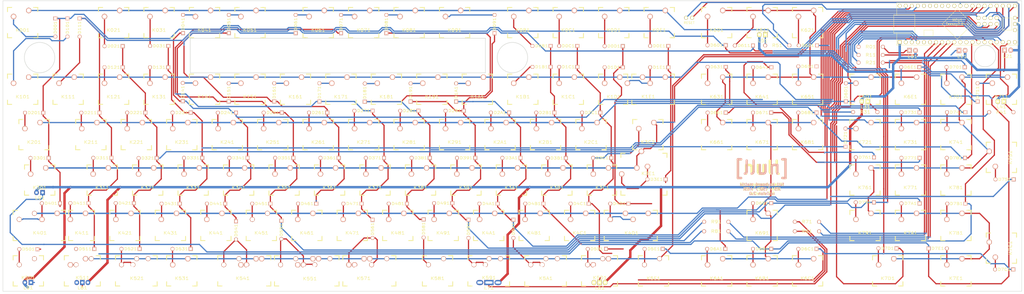
<source format=kicad_pcb>
(kicad_pcb (version 4) (host pcbnew 4.0.5+dfsg1-4)
  (title_block (title JIS110R) (rev 0.0) (company null))
  (layers (0 F.Cu signal) (31 B.Cu signal) (34 B.Paste user) (35 F.Paste user) (36 B.SilkS user) (37 F.SilkS user) (38 B.Mask user) (39 F.Mask user) (44 Edge.Cuts user))
  (net 0 "")
  (net 1 /COL_11)
  (net 2 /COL_02)
  (net 3 /COL_03)
  (net 4 /COL_04)
  (net 5 /COL_05)
  (net 6 /COL_07)
  (net 7 /COL_08)
  (net 8 /COL_09)
  (net 9 /COL_10)
  (net 10 /COL_13)
  (net 11 /COL_01)
  (net 12 /COL_12)
  (net 13 /COL_14)
  (net 14 /GND)
  (net 15 /TX)
  (net 16 /RX)
  (net 17 /COL_06)
  (net 18 /VCC)
  (net 19 /RST)
  (net 20 /SELECT)
  (net 21 /SCLK)
  (net 22 /MOSI)
  (net 23 /MISO)
  (net 24 /ROW_01)
  (net 25 /ROW_02)
  (net 26 /ROW_03)
  (net 27 /ROW_04)
  (net 28 /ROW_05)
  (net 29 /ROW_06)
  (net 30 /VCC1)
  (net 31 /LED_06)
  (net 32 /LED_07)
  (net 33 /LED_05)
  (net 34 /LED_04)
  (net 35 /LED_03)
  (net 36 /LED_02)
  (net 37 /LED_01)
  (net 38 "Net-(MCU1-Pad32)")
  (net 39 /LED_09)
  (net 40 /LED_08)
  (net 41 "Net-(D0B1-Pad1)")
  (net 42 "Net-(D0C1-Pad1)")
  (net 43 "Net-(D0D1-Pad1)")
  (net 44 "Net-(D0E1-Pad1)")
  (net 45 "Net-(D001-Pad1)")
  (net 46 /COL_00)
  (net 47 "Net-(D1A1-Pad1)")
  (net 48 "Net-(D1B1-Pad1)")
  (net 49 "Net-(D1C1-Pad1)")
  (net 50 "Net-(D1D1-Pad1)")
  (net 51 "Net-(D1E1-Pad1)")
  (net 52 "Net-(D2A1-Pad1)")
  (net 53 "Net-(D2B1-Pad1)")
  (net 54 "Net-(D2C1-Pad1)")
  (net 55 "Net-(D3A1-Pad1)")
  (net 56 "Net-(D3B1-Pad1)")
  (net 57 "Net-(D3C1-Pad1)")
  (net 58 "Net-(D3E1-Pad1)")
  (net 59 "Net-(D4A1-Pad1)")
  (net 60 "Net-(D4B1-Pad1)")
  (net 61 "Net-(D4C1-Pad1)")
  (net 62 "Net-(D4D1-Pad1)")
  (net 63 "Net-(D5A1-Pad1)")
  (net 64 "Net-(D5D1-Pad1)")
  (net 65 "Net-(D5E1-Pad1)")
  (net 66 "Net-(D021-Pad1)")
  (net 67 "Net-(D031-Pad1)")
  (net 68 "Net-(D041-Pad1)")
  (net 69 "Net-(D051-Pad1)")
  (net 70 "Net-(D061-Pad1)")
  (net 71 "Net-(D071-Pad1)")
  (net 72 "Net-(D081-Pad1)")
  (net 73 "Net-(D091-Pad1)")
  (net 74 "Net-(D101-Pad1)")
  (net 75 "Net-(D111-Pad1)")
  (net 76 "Net-(D121-Pad1)")
  (net 77 "Net-(D131-Pad1)")
  (net 78 "Net-(D141-Pad1)")
  (net 79 "Net-(D151-Pad1)")
  (net 80 "Net-(D171-Pad1)")
  (net 81 "Net-(D181-Pad1)")
  (net 82 "Net-(D191-Pad1)")
  (net 83 "Net-(D201-Pad1)")
  (net 84 "Net-(D211-Pad1)")
  (net 85 "Net-(D221-Pad1)")
  (net 86 "Net-(D231-Pad1)")
  (net 87 "Net-(D241-Pad1)")
  (net 88 "Net-(D251-Pad1)")
  (net 89 "Net-(D261-Pad1)")
  (net 90 "Net-(D271-Pad1)")
  (net 91 "Net-(D281-Pad1)")
  (net 92 "Net-(D291-Pad1)")
  (net 93 "Net-(D301-Pad1)")
  (net 94 "Net-(D311-Pad1)")
  (net 95 "Net-(D321-Pad1)")
  (net 96 "Net-(D331-Pad1)")
  (net 97 "Net-(D341-Pad1)")
  (net 98 "Net-(D351-Pad1)")
  (net 99 "Net-(D361-Pad1)")
  (net 100 "Net-(D371-Pad1)")
  (net 101 "Net-(D381-Pad1)")
  (net 102 "Net-(D391-Pad1)")
  (net 103 "Net-(D401-Pad1)")
  (net 104 "Net-(D411-Pad1)")
  (net 105 "Net-(D421-Pad1)")
  (net 106 "Net-(D431-Pad1)")
  (net 107 "Net-(D441-Pad1)")
  (net 108 "Net-(D451-Pad1)")
  (net 109 "Net-(D461-Pad1)")
  (net 110 "Net-(D471-Pad1)")
  (net 111 "Net-(D481-Pad1)")
  (net 112 "Net-(D491-Pad1)")
  (net 113 "Net-(D501-Pad1)")
  (net 114 "Net-(D511-Pad1)")
  (net 115 "Net-(D521-Pad1)")
  (net 116 "Net-(D531-Pad1)")
  (net 117 "Net-(D541-Pad1)")
  (net 118 "Net-(D551-Pad1)")
  (net 119 "Net-(D561-Pad1)")
  (net 120 "Net-(D581-Pad1)")
  (net 121 "Net-(D591-Pad1)")
  (net 122 /ROW_00)
  (net 123 /ROW_07)
  (net 124 "Net-(L01-Pad2)")
  (net 125 "Net-(L11-Pad2)")
  (net 126 "Net-(L21-Pad2)")
  (net 127 "Net-(L31-Pad2)")
  (net 128 "Net-(L41-Pad2)")
  (net 129 "Net-(L51-Pad2)")
  (net 130 "Net-(L61-Pad2)")
  (net 131 "Net-(L71-Pad2)")
  (net 132 "Net-(L81-Pad2)")
  (net 133 "Net-(L91-Pad2)")
  (net 134 "Net-(MCU1-Pad11)")
  (net 135 "Net-(MCU1-Pad12)")
  (net 136 "Net-(MCU1-Pad20)")
  (net 137 "Net-(MCU1-Pad34)")
  (net 138 "Net-(MCU1-Pad35)")
  (net 139 /LED_00)
  (net 140 "Net-(D6A1-Pad1)")
  (net 141 "Net-(D6B1-Pad1)")
  (net 142 "Net-(D6C1-Pad1)")
  (net 143 "Net-(D6D1-Pad1)")
  (net 144 "Net-(D6E1-Pad1)")
  (net 145 "Net-(D7A1-Pad1)")
  (net 146 "Net-(D7B1-Pad1)")
  (net 147 "Net-(D7C1-Pad1)")
  (net 148 "Net-(D7D1-Pad1)")
  (net 149 "Net-(D7E1-Pad1)")
  (net 150 "Net-(D601-Pad1)")
  (net 151 "Net-(D611-Pad1)")
  (net 152 "Net-(D621-Pad1)")
  (net 153 "Net-(D631-Pad1)")
  (net 154 "Net-(D641-Pad1)")
  (net 155 "Net-(D651-Pad1)")
  (net 156 "Net-(D661-Pad1)")
  (net 157 "Net-(D671-Pad1)")
  (net 158 "Net-(D681-Pad1)")
  (net 159 "Net-(D691-Pad1)")
  (net 160 "Net-(D701-Pad1)")
  (net 161 "Net-(D711-Pad1)")
  (net 162 "Net-(D721-Pad1)")
  (net 163 "Net-(D731-Pad1)")
  (net 164 "Net-(D741-Pad1)")
  (net 165 "Net-(D751-Pad1)")
  (net 166 "Net-(D761-Pad1)")
  (net 167 "Net-(D771-Pad1)")
  (net 168 "Net-(D781-Pad1)")
  (net 169 "Net-(D791-Pad1)")
  (net 170 "Net-(D161-Pad1)")
  (module null_keyboard:TEENSY2.0++ (layer F.Cu) (at 327.5 30)
    (fp_text reference RESET (at -22.86 -5.5) (layer F.SilkS))
    (fp_text value "2 pin header" hide)
    (pad 42 thru_hole circle (at -21.59 -7.62) (size 1.6 1.6) (drill 1.1) (layers *.Cu *.Mask F.SilkS) (net 19 /RST))
    (pad 43 thru_hole circle (at -24.13 -7.62) (size 1.6 1.6) (drill 1.1) (layers *.Cu *.Mask F.SilkS) (net 14 /GND))
  )
  (module null_keyboard:CHERRY_PLATE_100H (layer F.Cu) (at 335.212 24.4)
    (fp_text reference K611 (at 0.288 3.1 180) (layer F.SilkS) (effects (font (size 1.27 1.524) (thickness 0.2032))))
    (fp_text value CHRY_MX hide)
    (pad 1 thru_hole circle (at 2.54 -5.08) (size 2.286 2.286) (drill 1.4986) (layers *.Cu *.SilkS *.Mask) (net 29 /ROW_06) (clearance 0.5))
    (pad 2 thru_hole circle (at -3.81 -2.54) (size 2.286 2.286) (drill 1.4986) (layers *.Cu *.SilkS *.Mask) (net 151 "Net-(D611-Pad1)") (clearance 0.5))
    (pad "" np_thru_hole circle (at 0 0) (size 3.9878 3.9878) (drill 3.9878) (layers *.Cu) (clearance 0.5))
  )
  (module null_keyboard:LED_3MM (layer F.Cu) (at 398.2 36.1 180)
    (fp_text reference L01 (at 0 -2.54 180) (layer F.SilkS) (effects (font (size 1.27 1.524) (thickness 0.2032))))
    (fp_text value LED hide)
    (pad 1 thru_hole oval (at -1.27 0 180) (size 1.905 2.159) (drill 0.9906) (layers *.Cu *.SilkS *.Mask) (net 14 /GND))
    (pad 2 thru_hole rect (at 1.27 0 180) (size 1.905 2.159) (drill 0.9906) (layers *.Cu *.SilkS *.Mask) (net 124 "Net-(L01-Pad2)"))
  )
  (module null_keyboard:LED_3MM (layer F.Cu) (at 438.1 36 180)
    (fp_text reference L21 (at 0 -2.54 180) (layer F.SilkS) (effects (font (size 1.27 1.524) (thickness 0.2032))))
    (fp_text value LED hide)
    (pad 1 thru_hole oval (at -1.27 0 180) (size 1.905 2.159) (drill 0.9906) (layers *.Cu *.SilkS *.Mask) (net 14 /GND))
    (pad 2 thru_hole rect (at 1.27 0 180) (size 1.905 2.159) (drill 0.9906) (layers *.Cu *.SilkS *.Mask) (net 126 "Net-(L21-Pad2)"))
  )
  (module null_keyboard:LED_3MM (layer F.Cu) (at 419 36.1 180)
    (fp_text reference L11 (at 0 -2.54 180) (layer F.SilkS) (effects (font (size 1.27 1.524) (thickness 0.2032))))
    (fp_text value LED hide)
    (pad 1 thru_hole oval (at -1.27 0 180) (size 1.905 2.159) (drill 0.9906) (layers *.Cu *.SilkS *.Mask) (net 14 /GND))
    (pad 2 thru_hole rect (at 1.27 0 180) (size 1.905 2.159) (drill 0.9906) (layers *.Cu *.SilkS *.Mask) (net 125 "Net-(L11-Pad2)"))
  )
  (module null_keyboard:CHERRY_PLATE_125H (layer F.Cu) (at 113.487 128.588)
    (fp_text reference K543 hide)
    (fp_text value CHRY_MX hide)
    (pad 1 thru_hole circle (at 2.54 -5.08) (size 2.032 2.032) (drill 1.4986) (layers *.Cu *.SilkS *.Mask) (net 28 /ROW_05) (clearance 0.5))
    (pad 2 thru_hole circle (at -3.81 -2.54) (size 2.032 2.032) (drill 1.4986) (layers *.Cu *.SilkS *.Mask) (net 117 "Net-(D541-Pad1)") (clearance 0.5))
    (pad "" np_thru_hole circle (at 0 0) (size 3.9878 3.9878) (drill 3.9878) (layers *.Cu) (clearance 0.5))
  )
  (module null_keyboard:LED_3MM (layer F.Cu) (at 27.6 133.48)
    (fp_text reference L91 (at 0.15 2.25) (layer F.SilkS) (effects (font (size 1.27 1.524) (thickness 0.2032))))
    (fp_text value LED hide)
    (pad 1 thru_hole oval (at -1.27 0) (size 1.905 2.159) (drill 0.9906) (layers *.Cu *.Mask) (net 14 /GND))
    (pad 2 thru_hole rect (at 1.27 0) (size 1.905 2.159) (drill 0.9906) (layers *.Cu *.Mask) (net 133 "Net-(L91-Pad2)"))
  )
  (module null_keyboard:CHERRY_PLATE_100H (layer F.Cu) (at 206.375 24.4)
    (fp_text reference K091 (at 0 3.175) (layer F.SilkS) (effects (font (size 1.27 1.524) (thickness 0.2032))))
    (fp_text value CHRY_MX hide)
    (pad 1 thru_hole circle (at 2.54 -5.08) (size 2.286 2.286) (drill 1.4986) (layers *.Cu *.SilkS *.Mask) (net 122 /ROW_00) (clearance 0.5))
    (pad 2 thru_hole circle (at -3.81 -2.54) (size 2.286 2.286) (drill 1.4986) (layers *.Cu *.SilkS *.Mask) (net 73 "Net-(D091-Pad1)") (clearance 0.5))
    (pad "" np_thru_hole circle (at 0 0) (size 3.9878 3.9878) (drill 3.9878) (layers *.Cu) (clearance 0.5))
  )
  (module null_keyboard:CHERRY_PLATE_100H (layer F.Cu) (at 215.9 52.3875)
    (fp_text reference K1A1 (at 0 3.175) (layer F.SilkS) (effects (font (size 1.27 1.524) (thickness 0.2032))))
    (fp_text value CHRY_MX hide)
    (pad 1 thru_hole circle (at 2.54 -5.08) (size 2.286 2.286) (drill 1.4986) (layers *.Cu *.SilkS *.Mask) (net 24 /ROW_01) (clearance 0.5))
    (pad 2 thru_hole circle (at -3.81 -2.54) (size 2.286 2.286) (drill 1.4986) (layers *.Cu *.SilkS *.Mask) (net 47 "Net-(D1A1-Pad1)") (clearance 0.5))
    (pad "" np_thru_hole circle (at 0 0) (size 3.9878 3.9878) (drill 3.9878) (layers *.Cu) (clearance 0.5))
  )
  (module null_keyboard:CHERRY_PLATE_100H (layer F.Cu) (at 316.162 52.3875)
    (fp_text reference K631 (at 0 3.175) (layer F.SilkS) (effects (font (size 1.27 1.524) (thickness 0.2032))))
    (fp_text value CHRY_MX hide)
    (pad 1 thru_hole circle (at 2.54 -5.08) (size 2.286 2.286) (drill 1.4986) (layers *.Cu *.SilkS *.Mask) (net 29 /ROW_06) (clearance 0.5))
    (pad 2 thru_hole circle (at -3.81 -2.54) (size 2.286 2.286) (drill 1.4986) (layers *.Cu *.SilkS *.Mask) (net 153 "Net-(D631-Pad1)") (clearance 0.5))
    (pad "" np_thru_hole circle (at 0 0) (size 3.9878 3.9878) (drill 3.9878) (layers *.Cu) (clearance 0.5))
  )
  (module null_keyboard:CHERRY_PLATE_100H (layer F.Cu) (at 378.325 52.3875)
    (fp_text reference K6D1 (at 0.175 3.1125 180) (layer F.SilkS) (effects (font (size 1.27 1.524) (thickness 0.2032))))
    (fp_text value CHRY_MX hide)
    (pad 1 thru_hole circle (at 2.54 -5.08) (size 2.286 2.286) (drill 1.4986) (layers *.Cu *.SilkS *.Mask) (net 29 /ROW_06) (clearance 0.5))
    (pad 2 thru_hole circle (at -3.81 -2.54) (size 2.286 2.286) (drill 1.4986) (layers *.Cu *.SilkS *.Mask) (net 143 "Net-(D6D1-Pad1)") (clearance 0.5))
    (pad "" np_thru_hole circle (at 0 0) (size 3.9878 3.9878) (drill 3.9878) (layers *.Cu) (clearance 0.5))
  )
  (module null_keyboard:CHERRY_PLATE_100H (layer F.Cu) (at 354.262 71.4375)
    (fp_text reference K681 (at 0 3.175) (layer F.SilkS) (effects (font (size 1.27 1.524) (thickness 0.2032))))
    (fp_text value CHRY_MX hide)
    (pad 1 thru_hole circle (at 2.54 -5.08) (size 2.286 2.286) (drill 1.4986) (layers *.Cu *.SilkS *.Mask) (net 29 /ROW_06) (clearance 0.5))
    (pad 2 thru_hole circle (at -3.81 -2.54) (size 2.286 2.286) (drill 1.4986) (layers *.Cu *.SilkS *.Mask) (net 158 "Net-(D681-Pad1)") (clearance 0.5))
    (pad "" np_thru_hole circle (at 0 0) (size 3.9878 3.9878) (drill 3.9878) (layers *.Cu) (clearance 0.5))
  )
  (module null_keyboard:CHERRY_PLATE_200H (layer F.Cu) (at 292.1 52.3875)
    (fp_text reference K1E1 (at -4.6 3.1125) (layer F.SilkS) (effects (font (size 1.27 1.524) (thickness 0.2032))))
    (fp_text value CHRY_MX hide)
    (pad 1 thru_hole circle (at 2.54 -5.08) (size 2.286 2.286) (drill 1.4986) (layers *.Cu *.SilkS *.Mask) (net 24 /ROW_01) (clearance 0.5))
    (pad 2 thru_hole circle (at -3.81 -2.54) (size 2.286 2.286) (drill 1.4986) (layers *.Cu *.SilkS *.Mask) (net 51 "Net-(D1E1-Pad1)") (clearance 0.5))
    (pad "" np_thru_hole circle (at 0 0) (size 3.9878 3.9878) (drill 3.9878) (layers *.Cu) (clearance 0.5))
  )
  (module null_keyboard:CHERRY_PLATE_100H (layer F.Cu) (at 354.262 52.3875)
    (fp_text reference K651 (at 0 3.175) (layer F.SilkS) (effects (font (size 1.27 1.524) (thickness 0.2032))))
    (fp_text value CHRY_MX hide)
    (pad 1 thru_hole circle (at 2.54 -5.08) (size 2.286 2.286) (drill 1.4986) (layers *.Cu *.SilkS *.Mask) (net 29 /ROW_06) (clearance 0.5))
    (pad 2 thru_hole circle (at -3.81 -2.54) (size 2.286 2.286) (drill 1.4986) (layers *.Cu *.SilkS *.Mask) (net 155 "Net-(D651-Pad1)") (clearance 0.5))
    (pad "" np_thru_hole circle (at 0 0) (size 3.9878 3.9878) (drill 3.9878) (layers *.Cu) (clearance 0.5))
  )
  (module null_keyboard:CHERRY_PLATE_100H (layer F.Cu) (at 354.262 24.4)
    (fp_text reference K621 (at 0 3.175) (layer F.SilkS) (effects (font (size 1.27 1.524) (thickness 0.2032))))
    (fp_text value CHRY_MX hide)
    (pad 1 thru_hole circle (at 2.54 -5.08) (size 2.286 2.286) (drill 1.4986) (layers *.Cu *.SilkS *.Mask) (net 29 /ROW_06) (clearance 0.5))
    (pad 2 thru_hole circle (at -3.81 -2.54) (size 2.286 2.286) (drill 1.4986) (layers *.Cu *.SilkS *.Mask) (net 152 "Net-(D621-Pad1)") (clearance 0.5))
    (pad "" np_thru_hole circle (at 0 0) (size 3.9878 3.9878) (drill 3.9878) (layers *.Cu) (clearance 0.5))
  )
  (module null_keyboard:CHERRY_PLATE_100H (layer F.Cu) (at 397.375 52.3875)
    (fp_text reference K6E1 (at 0 3.175) (layer F.SilkS) (effects (font (size 1.27 1.524) (thickness 0.2032))))
    (fp_text value CHRY_MX hide)
    (pad 1 thru_hole circle (at 2.54 -5.08) (size 2.286 2.286) (drill 1.4986) (layers *.Cu *.SilkS *.Mask) (net 29 /ROW_06) (clearance 0.5))
    (pad 2 thru_hole circle (at -3.81 -2.54) (size 2.286 2.286) (drill 1.4986) (layers *.Cu *.SilkS *.Mask) (net 144 "Net-(D6E1-Pad1)") (clearance 0.5))
    (pad "" np_thru_hole circle (at 0 0) (size 3.9878 3.9878) (drill 3.9878) (layers *.Cu) (clearance 0.5))
  )
  (module null_keyboard:CHERRY_PLATE_100H (layer F.Cu) (at 335.212 109.538)
    (fp_text reference K691 (at 0 3.175) (layer F.SilkS) (effects (font (size 1.27 1.524) (thickness 0.2032))))
    (fp_text value CHRY_MX hide)
    (pad 1 thru_hole circle (at 2.54 -5.08) (size 2.286 2.286) (drill 1.4986) (layers *.Cu *.SilkS *.Mask) (net 29 /ROW_06) (clearance 0.5))
    (pad 2 thru_hole circle (at -3.81 -2.54) (size 2.286 2.286) (drill 1.4986) (layers *.Cu *.SilkS *.Mask) (net 159 "Net-(D691-Pad1)") (clearance 0.5))
    (pad "" np_thru_hole circle (at 0 0) (size 3.9878 3.9878) (drill 3.9878) (layers *.Cu) (clearance 0.5))
  )
  (module null_keyboard:CHERRY_PLATE_100H (layer F.Cu) (at 163.512 109.538)
    (fp_text reference K471 (at 0 3.175) (layer F.SilkS) (effects (font (size 1.27 1.524) (thickness 0.2032))))
    (fp_text value CHRY_MX hide)
    (pad 1 thru_hole circle (at 2.54 -5.08) (size 2.286 2.286) (drill 1.4986) (layers *.Cu *.SilkS *.Mask) (net 27 /ROW_04) (clearance 0.5))
    (pad 2 thru_hole circle (at -3.81 -2.54) (size 2.286 2.286) (drill 1.4986) (layers *.Cu *.SilkS *.Mask) (net 110 "Net-(D471-Pad1)") (clearance 0.5))
    (pad "" np_thru_hole circle (at 0 0) (size 3.9878 3.9878) (drill 3.9878) (layers *.Cu) (clearance 0.5))
  )
  (module null_keyboard:CHERRY_PLATE_100H (layer F.Cu) (at 149.225 71.4375)
    (fp_text reference K261 (at 0 3.175) (layer F.SilkS) (effects (font (size 1.27 1.524) (thickness 0.2032))))
    (fp_text value CHRY_MX hide)
    (pad 1 thru_hole circle (at 2.54 -5.08) (size 2.286 2.286) (drill 1.4986) (layers *.Cu *.SilkS *.Mask) (net 25 /ROW_02) (clearance 0.5))
    (pad 2 thru_hole circle (at -3.81 -2.54) (size 2.286 2.286) (drill 1.4986) (layers *.Cu *.SilkS *.Mask) (net 89 "Net-(D261-Pad1)") (clearance 0.5))
    (pad "" np_thru_hole circle (at 0 0) (size 3.9878 3.9878) (drill 3.9878) (layers *.Cu) (clearance 0.5))
  )
  (module null_keyboard:CHERRY_PLATE_100H (layer F.Cu) (at 187.325 71.4375)
    (fp_text reference K281 (at 0 3.175) (layer F.SilkS) (effects (font (size 1.27 1.524) (thickness 0.2032))))
    (fp_text value CHRY_MX hide)
    (pad 1 thru_hole circle (at 2.54 -5.08) (size 2.286 2.286) (drill 1.4986) (layers *.Cu *.SilkS *.Mask) (net 25 /ROW_02) (clearance 0.5))
    (pad 2 thru_hole circle (at -3.81 -2.54) (size 2.286 2.286) (drill 1.4986) (layers *.Cu *.SilkS *.Mask) (net 91 "Net-(D281-Pad1)") (clearance 0.5))
    (pad "" np_thru_hole circle (at 0 0) (size 3.9878 3.9878) (drill 3.9878) (layers *.Cu) (clearance 0.5))
  )
  (module null_keyboard:LED_3MM (layer F.Cu) (at 32.48 95.75)
    (fp_text reference L91 (at 0.15 2.25) (layer F.SilkS) (effects (font (size 1.27 1.524) (thickness 0.2032))))
    (fp_text value LED hide)
    (pad 1 thru_hole oval (at -1.27 0) (size 1.905 2.159) (drill 0.9906) (layers *.Cu *.Mask) (net 14 /GND))
    (pad 2 thru_hole rect (at 1.27 0) (size 1.905 2.159) (drill 0.9906) (layers *.Cu *.Mask) (net 133 "Net-(L91-Pad2)"))
  )
  (module null_keyboard:LED_3MM (layer F.Cu) (at 335.3 29.5)
    (fp_text reference L51 (at 0.2 2.5) (layer F.SilkS) (effects (font (size 1.27 1.524) (thickness 0.2032))))
    (fp_text value LED hide)
    (pad 1 thru_hole oval (at -1.27 0) (size 1.905 2.159) (drill 0.9906) (layers *.Cu *.Mask F.SilkS) (net 14 /GND))
    (pad 2 thru_hole rect (at 1.27 0) (size 1.905 2.159) (drill 0.9906) (layers *.Cu *.Mask F.SilkS) (net 129 "Net-(L51-Pad2)"))
  )
  (module null_keyboard:LED_3MM (layer F.Cu) (at 378.23 57.5)
    (fp_text reference L31 (at 0.27 2.25) (layer F.SilkS) (effects (font (size 1.27 1.524) (thickness 0.2032))))
    (fp_text value LED hide)
    (pad 1 thru_hole oval (at -1.27 0) (size 1.905 2.159) (drill 0.9906) (layers *.Cu *.Mask F.SilkS) (net 14 /GND))
    (pad 2 thru_hole rect (at 1.27 0) (size 1.905 2.159) (drill 0.9906) (layers *.Cu *.Mask F.SilkS) (net 127 "Net-(L31-Pad2)"))
  )
  (module null_keyboard:LED_3MM (layer F.Cu) (at 435.23 57.5)
    (fp_text reference L41 (at 0.27 2.25) (layer F.SilkS) (effects (font (size 1.27 1.524) (thickness 0.2032))))
    (fp_text value LED hide)
    (pad 1 thru_hole oval (at -1.27 0) (size 1.905 2.159) (drill 0.9906) (layers *.Cu *.Mask F.SilkS) (net 14 /GND))
    (pad 2 thru_hole rect (at 1.27 0) (size 1.905 2.159) (drill 0.9906) (layers *.Cu *.Mask F.SilkS) (net 128 "Net-(L41-Pad2)"))
  )
  (module null_keyboard:LED_3MM1 (layer F.Cu) (at 267.1 133.5)
    (fp_text reference L61 (at 0.15 2.25) (layer F.SilkS) (effects (font (size 1.27 1.524) (thickness 0.2032))))
    (fp_text value LED hide)
    (pad 1 thru_hole oval (at 2.34 0) (size 1.905 2.159) (drill 0.9906) (layers *.Cu *.Mask F.SilkS) (net 14 /GND))
    (pad 1 thru_hole oval (at -2.34 0) (size 1.905 2.159) (drill 0.9906) (layers *.Cu *.Mask F.SilkS) (net 14 /GND))
    (pad 2 thru_hole rect (at 0 0) (size 1.905 2.159) (drill 0.9906) (layers *.Cu *.Mask F.SilkS) (net 130 "Net-(L61-Pad2)"))
  )
  (module null_keyboard:LED_3MM2 (layer F.Cu) (at 220.75 133.5)
    (fp_text reference L71 (at 0 2.25) (layer F.SilkS) (effects (font (size 1.27 1.524) (thickness 0.2032))))
    (fp_text value LED hide)
    (pad 1 thru_hole oval (at 3.81 0) (size 2.905 2.159) (drill oval 1.9906 0.9906) (layers *.Cu *.Mask) (net 14 /GND))
    (pad 1 thru_hole oval (at -3.81 0) (size 2.905 2.159) (drill oval 1.9906 0.9906) (layers *.Cu *.Mask) (net 14 /GND))
    (pad 2 thru_hole rect (at 0 0) (size 3.905 2.159) (drill oval 2.9906 0.9906) (layers *.Cu *.Mask) (net 131 "Net-(L71-Pad2)"))
  )
  (module null_keyboard:LED_3MM1 (layer F.Cu) (at 50.4 133.5)
    (fp_text reference L81 (at 0 2.25) (layer F.SilkS) (effects (font (size 1.27 1.524) (thickness 0.2032))))
    (fp_text value LED hide)
    (pad 1 thru_hole oval (at 2.34 0) (size 1.905 2.159) (drill 0.9906) (layers *.Cu *.Mask) (net 14 /GND))
    (pad 1 thru_hole oval (at -2.34 0) (size 1.905 2.159) (drill 0.9906) (layers *.Cu *.Mask) (net 14 /GND))
    (pad 2 thru_hole rect (at 0 0) (size 1.905 2.159) (drill 0.9906) (layers *.Cu *.Mask) (net 132 "Net-(L81-Pad2)"))
  )
  (module null_keyboard:CHERRY_PLATE_100H (layer F.Cu) (at 282.575 52.3875)
    (fp_text reference K1E2 hide)
    (fp_text value CHRY_MX hide)
    (pad 1 thru_hole circle (at 2.54 -5.08) (size 2.286 2.286) (drill 1.4986) (layers *.Cu *.SilkS *.Mask) (net 24 /ROW_01) (clearance 0.5))
    (pad 2 thru_hole circle (at -3.81 -2.54) (size 2.286 2.286) (drill 1.4986) (layers *.Cu *.SilkS *.Mask) (net 51 "Net-(D1E1-Pad1)") (clearance 0.5))
    (pad "" np_thru_hole circle (at 0 0) (size 3.9878 3.9878) (drill 3.9878) (layers *.Cu) (clearance 0.5))
  )
  (module null_keyboard:CHERRY_PLATE_100H (layer F.Cu) (at 273.05 52.3875)
    (fp_text reference K1D1 (at 0 3.175) (layer F.SilkS) (effects (font (size 1.27 1.524) (thickness 0.2032))))
    (fp_text value CHRY_MX hide)
    (pad 1 thru_hole circle (at 2.54 -5.08) (size 2.286 2.286) (drill 1.4986) (layers *.Cu *.SilkS *.Mask) (net 24 /ROW_01) (clearance 0.5))
    (pad 2 thru_hole circle (at -3.81 -2.54) (size 2.286 2.286) (drill 1.4986) (layers *.Cu *.SilkS *.Mask) (net 50 "Net-(D1D1-Pad1)") (clearance 0.5))
    (pad "" np_thru_hole circle (at 0 0) (size 3.9878 3.9878) (drill 3.9878) (layers *.Cu) (clearance 0.5))
  )
  (module null_keyboard:CHERRY_PLATE_175H (layer F.Cu) (at 284.956 109.538)
    (fp_text reference K4D1 (at -4.456 3.212) (layer F.SilkS) (effects (font (size 1.27 1.524) (thickness 0.2032))))
    (fp_text value CHRY_MX hide)
    (pad 1 thru_hole circle (at 2.54 -5.08) (size 2.286 2.286) (drill 1.4986) (layers *.Cu *.SilkS *.Mask) (net 27 /ROW_04) (clearance 0.5))
    (pad 2 thru_hole circle (at -3.81 -2.54) (size 2.286 2.286) (drill 1.4986) (layers *.Cu *.SilkS *.Mask) (net 62 "Net-(D4D1-Pad1)") (clearance 0.5))
    (pad "" np_thru_hole circle (at 0 0) (size 3.9878 3.9878) (drill 3.9878) (layers *.Cu) (clearance 0.5))
  )
  (module null_keyboard:CHERRY_PLATE_275H (layer F.Cu) (at 275.415 109.538)
    (fp_text reference K4D2 hide)
    (fp_text value CHRY_MX hide)
    (pad 1 thru_hole circle (at 2.54 -5.08) (size 2.286 2.286) (drill 1.4986) (layers *.Cu *.SilkS *.Mask) (net 27 /ROW_04) (clearance 0.5))
    (pad 2 thru_hole circle (at -3.81 -2.54) (size 2.286 2.286) (drill 1.4986) (layers *.Cu *.SilkS *.Mask) (net 62 "Net-(D4D1-Pad1)") (clearance 0.5))
    (pad "" np_thru_hole circle (at 0 0) (size 3.9878 3.9878) (drill 3.9878) (layers *.Cu) (clearance 0.5))
  )
  (module null_keyboard:CHERRY_PLATE_225H (layer F.Cu) (at 280.195 90.4875)
    (fp_text reference K3E2 hide)
    (fp_text value CHRY_MX hide)
    (pad 1 thru_hole circle (at 2.54 -5.08) (size 2.286 2.286) (drill 1.4986) (layers *.Cu *.SilkS *.Mask) (net 26 /ROW_03) (clearance 0.5))
    (pad 2 thru_hole circle (at -3.81 -2.54) (size 2.286 2.286) (drill 1.4986) (layers *.Cu *.SilkS *.Mask) (net 58 "Net-(D3E1-Pad1)") (clearance 0.5))
    (pad "" np_thru_hole circle (at 0 0) (size 3.9878 3.9878) (drill 3.9878) (layers *.Cu) (clearance 0.5))
  )
  (module null_keyboard:CHERRY_PLATE_200H (layer F.Cu) (at 289.735 80.9625 90)
    (fp_text reference K3E1 (at -6.7875 -2.235 180) (layer F.SilkS) (effects (font (size 1.27 1.524) (thickness 0.2032))))
    (fp_text value CHRY_MX hide)
    (pad 1 thru_hole circle (at 2.54 -5.08 90) (size 2.286 2.286) (drill 1.4986) (layers *.Cu *.SilkS *.Mask) (net 26 /ROW_03) (clearance 0.5))
    (pad 2 thru_hole circle (at -3.81 -2.54 90) (size 2.286 2.286) (drill 1.4986) (layers *.Cu *.SilkS *.Mask) (net 58 "Net-(D3E1-Pad1)") (clearance 0.5))
    (pad "" np_thru_hole circle (at 0 0 90) (size 3.9878 3.9878) (drill 3.9878) (layers *.Cu) (clearance 0.5))
  )
  (module null_keyboard:CHERRY_PLATE_150H (layer F.Cu) (at 268.288 90.4875)
    (fp_text reference K3C1 (at 0 3.175) (layer F.SilkS) (effects (font (size 1.27 1.524) (thickness 0.2032))))
    (fp_text value CHRY_MX hide)
    (pad 1 thru_hole circle (at 2.54 -5.08) (size 2.286 2.286) (drill 1.4986) (layers *.Cu *.SilkS *.Mask) (net 26 /ROW_03) (clearance 0.5))
    (pad 2 thru_hole circle (at -3.81 -2.54) (size 2.286 2.286) (drill 1.4986) (layers *.Cu *.SilkS *.Mask) (net 57 "Net-(D3C1-Pad1)") (clearance 0.5))
    (pad "" np_thru_hole circle (at 0 0) (size 3.9878 3.9878) (drill 3.9878) (layers *.Cu) (clearance 0.5))
  )
  (module null_keyboard:CHERRY_PLATE_200H (layer F.Cu) (at 120.65 128.588)
    (fp_text reference K541 (at -3.05 3.162) (layer F.SilkS) (effects (font (size 1.27 1.524) (thickness 0.2032))))
    (fp_text value CHRY_MX hide)
    (pad 1 thru_hole circle (at 2.54 -5.08) (size 2.286 2.286) (drill 1.4986) (layers *.Cu *.SilkS *.Mask) (net 28 /ROW_05) (clearance 0.5))
    (pad 2 thru_hole circle (at -3.81 -2.54) (size 2.286 2.286) (drill 1.4986) (layers *.Cu *.SilkS *.Mask) (net 117 "Net-(D541-Pad1)") (clearance 0.5))
    (pad "" np_thru_hole circle (at 0 0) (size 3.9878 3.9878) (drill 3.9878) (layers *.Cu) (clearance 0.5))
  )
  (module null_keyboard:CHERRY_PLATE_125H (layer F.Cu) (at 223.056 128.588)
    (fp_text reference K591 (at -2.306 2.912 180) (layer F.SilkS) (effects (font (size 1.27 1.524) (thickness 0.2032))))
    (fp_text value CHRY_MX hide)
    (pad 1 thru_hole circle (at 2.54 -5.08) (size 2.032 2.032) (drill 1.4986) (layers *.Cu *.SilkS *.Mask) (net 28 /ROW_05) (clearance 0.5))
    (pad 2 thru_hole circle (at -3.81 -2.54) (size 2.032 2.032) (drill 1.4986) (layers *.Cu *.SilkS *.Mask) (net 121 "Net-(D591-Pad1)") (clearance 0.5))
    (pad "" np_thru_hole circle (at 0 0) (size 3.9878 3.9878) (drill 3.9878) (layers *.Cu) (clearance 0.5))
  )
  (module null_keyboard:CHERRY_PLATE_125H (layer F.Cu) (at 218.281 128.588)
    (fp_text reference K592 hide)
    (fp_text value CHRY_MX hide)
    (pad 1 thru_hole circle (at 2.54 -5.08) (size 2.032 2.032) (drill 1.4986) (layers *.Cu *.SilkS *.Mask) (net 28 /ROW_05) (clearance 0.5))
    (pad 2 thru_hole circle (at -3.81 -2.54) (size 2.032 2.032) (drill 1.4986) (layers *.Cu *.SilkS *.Mask) (net 121 "Net-(D591-Pad1)") (clearance 0.5))
    (pad "" np_thru_hole circle (at 0 0) (size 3.9878 3.9878) (drill 3.9878) (layers *.Cu) (clearance 0.5))
  )
  (module null_keyboard:CHERRY_PLATE_100H (layer F.Cu) (at 268.288 128.588)
    (fp_text reference K5D1 (at -1.038 2.912 180) (layer F.SilkS) (effects (font (size 1.27 1.524) (thickness 0.2032))))
    (fp_text value CHRY_MX hide)
    (pad 1 thru_hole circle (at 2.54 -5.08) (size 2.286 2.286) (drill 1.4986) (layers *.Cu *.SilkS *.Mask) (net 28 /ROW_05) (clearance 0.5))
    (pad 2 thru_hole circle (at -3.81 -2.54) (size 2.286 2.286) (drill 1.4986) (layers *.Cu *.SilkS *.Mask) (net 64 "Net-(D5D1-Pad1)") (clearance 0.5))
    (pad "" np_thru_hole circle (at 0 0) (size 3.9878 3.9878) (drill 3.9878) (layers *.Cu) (clearance 0.5))
  )
  (module null_keyboard:CHERRY_PLATE_125H (layer F.Cu) (at 265.906 128.588)
    (fp_text reference K5D2 hide)
    (fp_text value CHRY_MX hide)
    (pad 1 thru_hole circle (at 2.54 -5.08) (size 2.032 2.032) (drill 1.4986) (layers *.Cu *.SilkS *.Mask) (net 28 /ROW_05) (clearance 0.5))
    (pad 2 thru_hole circle (at -3.81 -2.54) (size 2.032 2.032) (drill 1.4986) (layers *.Cu *.SilkS *.Mask) (net 64 "Net-(D5D1-Pad1)") (clearance 0.5))
    (pad "" np_thru_hole circle (at 0 0) (size 3.9878 3.9878) (drill 3.9878) (layers *.Cu) (clearance 0.5))
  )
  (module null_keyboard:CHERRY_PLATE_125H (layer F.Cu) (at 246.856 128.588)
    (fp_text reference K5A1 (at -2.256 3.162) (layer F.SilkS) (effects (font (size 1.27 1.524) (thickness 0.2032))))
    (fp_text value CHRY_MX hide)
    (pad 1 thru_hole circle (at 2.54 -5.08) (size 2.032 2.032) (drill 1.4986) (layers *.Cu *.SilkS *.Mask) (net 28 /ROW_05) (clearance 0.5))
    (pad 2 thru_hole circle (at -3.81 -2.54) (size 2.032 2.032) (drill 1.4986) (layers *.Cu *.SilkS *.Mask) (net 63 "Net-(D5A1-Pad1)") (clearance 0.5))
    (pad "" np_thru_hole circle (at 0 0) (size 3.9878 3.9878) (drill 3.9878) (layers *.Cu) (clearance 0.5))
  )
  (module null_keyboard:CHERRY_PLATE_125H (layer F.Cu) (at 242.094 128.588)
    (fp_text reference K5A2 hide)
    (fp_text value CHRY_MX hide)
    (pad 1 thru_hole circle (at 2.54 -5.08) (size 2.032 2.032) (drill 1.4986) (layers *.Cu *.SilkS *.Mask) (net 28 /ROW_05) (clearance 0.5))
    (pad 2 thru_hole circle (at -3.81 -2.54) (size 2.032 2.032) (drill 1.4986) (layers *.Cu *.SilkS *.Mask) (net 63 "Net-(D5A1-Pad1)") (clearance 0.5))
    (pad "" np_thru_hole circle (at 0 0) (size 3.9878 3.9878) (drill 3.9878) (layers *.Cu) (clearance 0.5))
  )
  (module null_keyboard:CHERRY_PLATE_225H (layer F.Cu) (at 165.894 128.588)
    (fp_text reference K573 hide)
    (fp_text value CHRY_MX hide)
    (pad 1 thru_hole circle (at 2.54 -5.08) (size 2.286 2.286) (drill 1.4986) (layers *.Cu *.SilkS *.Mask) (net 28 /ROW_05) (clearance 0.5))
    (pad 2 thru_hole circle (at -3.81 -2.54) (size 2.286 2.286) (drill 1.4986) (layers *.Cu *.SilkS *.Mask) (net 119 "Net-(D561-Pad1)") (clearance 0.5))
    (pad "" np_thru_hole circle (at 0 0) (size 3.9878 3.9878) (drill 3.9878) (layers *.Cu) (clearance 0.5))
  )
  (module null_keyboard:CHERRY_PLATE_200H (layer F.Cu) (at 168.272 128.588)
    (fp_text reference K571 (at 0 3.175) (layer F.SilkS) (effects (font (size 1.27 1.524) (thickness 0.2032))))
    (fp_text value CHRY_MX hide)
    (pad 1 thru_hole circle (at 2.54 -5.08) (size 2.286 2.286) (drill 1.4986) (layers *.Cu *.SilkS *.Mask) (net 28 /ROW_05) (clearance 0.5))
    (pad 2 thru_hole circle (at -3.81 -2.54) (size 2.286 2.286) (drill 1.4986) (layers *.Cu *.SilkS *.Mask) (net 119 "Net-(D561-Pad1)") (clearance 0.5))
    (pad "" np_thru_hole circle (at 0 0) (size 3.9878 3.9878) (drill 3.9878) (layers *.Cu) (clearance 0.5))
  )
  (module null_keyboard:CHERRY_PLATE_125H (layer F.Cu) (at 175.425 128.588)
    (fp_text reference K572 hide)
    (fp_text value CHRY_MX hide)
    (pad 1 thru_hole circle (at 2.54 -5.08) (size 2.032 2.032) (drill 1.4986) (layers *.Cu *.SilkS *.Mask) (net 28 /ROW_05) (clearance 0.5))
    (pad 2 thru_hole circle (at -3.81 -2.54) (size 2.032 2.032) (drill 1.4986) (layers *.Cu *.SilkS *.Mask) (net 119 "Net-(D561-Pad1)") (clearance 0.5))
    (pad "" np_thru_hole circle (at 0 0) (size 3.9878 3.9878) (drill 3.9878) (layers *.Cu) (clearance 0.5))
  )
  (module null_keyboard:CHERRY_PLATE_125H (layer F.Cu) (at 151.606 128.588)
    (fp_text reference K553 hide)
    (fp_text value CHRY_MX hide)
    (pad 1 thru_hole circle (at 2.54 -5.08) (size 2.032 2.032) (drill 1.4986) (layers *.Cu *.SilkS *.Mask) (net 28 /ROW_05) (clearance 0.5))
    (pad 2 thru_hole circle (at -3.81 -2.54) (size 2.032 2.032) (drill 1.4986) (layers *.Cu *.SilkS *.Mask) (net 118 "Net-(D551-Pad1)") (clearance 0.5))
    (pad "" np_thru_hole circle (at 0 0) (size 3.9878 3.9878) (drill 3.9878) (layers *.Cu) (clearance 0.5))
  )
  (module null_keyboard:CHERRY_PLATE_450H (layer F.Cu) (at 144.462 128.588)
    (fp_text reference K552 hide)
    (fp_text value CHRY_MX hide)
    (pad 1 thru_hole circle (at 2.54 -5.08) (size 2.286 2.286) (drill 1.4986) (layers *.Cu *.SilkS *.Mask) (net 28 /ROW_05) (clearance 0.5))
    (pad 2 thru_hole circle (at -3.81 -2.54) (size 2.286 2.286) (drill 1.4986) (layers *.Cu *.SilkS *.Mask) (net 118 "Net-(D551-Pad1)") (clearance 0.5))
    (pad "" np_thru_hole circle (at 0 0) (size 3.9878 3.9878) (drill 3.9878) (layers *.Cu) (clearance 0.5))
  )
  (module null_keyboard:CHERRY_PLATE_125H (layer F.Cu) (at 137.287 128.588)
    (fp_text reference K554 hide)
    (fp_text value CHRY_MX hide)
    (pad 1 thru_hole circle (at 2.54 -5.08) (size 2.032 2.032) (drill 1.4986) (layers *.Cu *.SilkS *.Mask) (net 28 /ROW_05) (clearance 0.5))
    (pad 2 thru_hole circle (at -3.81 -2.54) (size 2.032 2.032) (drill 1.4986) (layers *.Cu *.SilkS *.Mask) (net 118 "Net-(D551-Pad1)") (clearance 0.5))
    (pad "" np_thru_hole circle (at 0 0) (size 3.9878 3.9878) (drill 3.9878) (layers *.Cu) (clearance 0.5))
  )
  (module null_keyboard:CHERRY_PLATE_625H (layer F.Cu) (at 146.844 128.588)
    (fp_text reference K551 (at -1.094 3.312) (layer F.SilkS) (effects (font (size 1.27 1.524) (thickness 0.2032))))
    (fp_text value CHRY_MX hide)
    (pad 1 thru_hole circle (at 2.54 -5.08) (size 2.286 2.286) (drill 1.4986) (layers *.Cu *.SilkS *.Mask) (net 28 /ROW_05) (clearance 0.5))
    (pad 2 thru_hole circle (at -3.81 -2.54) (size 2.286 2.286) (drill 1.4986) (layers *.Cu *.SilkS *.Mask) (net 118 "Net-(D551-Pad1)") (clearance 0.5))
    (pad "" np_thru_hole circle (at 0 0) (size 3.9878 3.9878) (drill 3.9878) (layers *.Cu) (clearance 0.5))
  )
  (module null_keyboard:CHERRY_PLATE_225H (layer F.Cu) (at 123.015 128.588)
    (fp_text reference K542 hide)
    (fp_text value CHRY_MX hide)
    (pad 1 thru_hole circle (at 2.54 -5.08) (size 2.286 2.286) (drill 1.4986) (layers *.Cu *.SilkS *.Mask) (net 28 /ROW_05) (clearance 0.5))
    (pad 2 thru_hole circle (at -3.81 -2.54) (size 2.286 2.286) (drill 1.4986) (layers *.Cu *.SilkS *.Mask) (net 117 "Net-(D541-Pad1)") (clearance 0.5))
    (pad "" np_thru_hole circle (at 0 0) (size 3.9878 3.9878) (drill 3.9878) (layers *.Cu) (clearance 0.5))
  )
  (module null_keyboard:CHERRY_PLATE_100H (layer F.Cu) (at 49.1966 109.538)
    (fp_text reference K411 (at 0.9534 3.162) (layer F.SilkS) (effects (font (size 1.27 1.524) (thickness 0.2032))))
    (fp_text value CHRY_MX hide)
    (pad 1 thru_hole circle (at 2.54 -5.08) (size 2.286 2.286) (drill 1.4986) (layers *.Cu *.SilkS *.Mask) (net 27 /ROW_04) (clearance 0.5))
    (pad 2 thru_hole circle (at -3.81 -2.54) (size 2.286 2.286) (drill 1.4986) (layers *.Cu *.SilkS *.Mask) (net 104 "Net-(D411-Pad1)") (clearance 0.5))
    (pad "" np_thru_hole circle (at 0 0) (size 3.9878 3.9878) (drill 3.9878) (layers *.Cu) (clearance 0.5))
  )
  (module null_keyboard:CHERRY_PLATE_225H (layer F.Cu) (at 37.3078 109.538)
    (fp_text reference K401 (at -4.7078 3.162) (layer F.SilkS) (effects (font (size 1.27 1.524) (thickness 0.2032))))
    (fp_text value CHRY_MX hide)
    (pad 1 thru_hole circle (at 2.54 -5.08) (size 2.286 2.286) (drill 1.4986) (layers *.Cu *.SilkS *.Mask) (net 27 /ROW_04) (clearance 0.5))
    (pad 2 thru_hole circle (at -3.81 -2.54) (size 2.286 2.286) (drill 1.4986) (layers *.Cu *.SilkS *.Mask) (net 103 "Net-(D401-Pad1)") (clearance 0.5))
    (pad "" np_thru_hole circle (at 0 0) (size 3.9878 3.9878) (drill 3.9878) (layers *.Cu) (clearance 0.5))
  )
  (module null_keyboard:CHERRY_PLATE_125H (layer F.Cu) (at 27.7654 109.538)
    (fp_text reference K402 hide)
    (fp_text value CHRY_MX hide)
    (pad 1 thru_hole circle (at 2.54 -5.08) (size 2.032 2.032) (drill 1.4986) (layers *.Cu *.SilkS *.Mask) (net 27 /ROW_04) (clearance 0.5))
    (pad 2 thru_hole circle (at -3.81 -2.54) (size 2.032 2.032) (drill 1.4986) (layers *.Cu *.SilkS *.Mask) (net 103 "Net-(D401-Pad1)") (clearance 0.5))
    (pad "" np_thru_hole circle (at 0 0) (size 3.9878 3.9878) (drill 3.9878) (layers *.Cu) (clearance 0.5))
  )
  (module null_keyboard:CHERRY_PLATE_125H (layer F.Cu) (at 75.4062 128.588)
    (fp_text reference K522 hide)
    (fp_text value CHRY_MX hide)
    (pad 1 thru_hole circle (at 2.54 -5.08) (size 2.032 2.032) (drill 1.4986) (layers *.Cu *.SilkS *.Mask) (net 28 /ROW_05) (clearance 0.5))
    (pad 2 thru_hole circle (at -3.81 -2.54) (size 2.032 2.032) (drill 1.4986) (layers *.Cu *.SilkS *.Mask) (net 115 "Net-(D521-Pad1)") (clearance 0.5))
    (pad "" np_thru_hole circle (at 0 0) (size 3.9878 3.9878) (drill 3.9878) (layers *.Cu) (clearance 0.5))
  )
  (module null_keyboard:CHERRY_PLATE_125H (layer F.Cu) (at 70.6438 128.588)
    (fp_text reference K521 (at 2.6062 3.162) (layer F.SilkS) (effects (font (size 1.27 1.524) (thickness 0.2032))))
    (fp_text value CHRY_MX hide)
    (pad 1 thru_hole circle (at 2.54 -5.08) (size 2.032 2.032) (drill 1.4986) (layers *.Cu *.SilkS *.Mask) (net 28 /ROW_05) (clearance 0.5))
    (pad 2 thru_hole circle (at -3.81 -2.54) (size 2.032 2.032) (drill 1.4986) (layers *.Cu *.SilkS *.Mask) (net 115 "Net-(D521-Pad1)") (clearance 0.5))
    (pad "" np_thru_hole circle (at 0 0) (size 3.9878 3.9878) (drill 3.9878) (layers *.Cu) (clearance 0.5))
  )
  (module null_keyboard:CHERRY_PLATE_125H (layer F.Cu) (at 51.5938 128.588)
    (fp_text reference K512 hide)
    (fp_text value CHRY_MX hide)
    (pad 1 thru_hole circle (at 2.54 -5.08) (size 2.032 2.032) (drill 1.4986) (layers *.Cu *.SilkS *.Mask) (net 28 /ROW_05) (clearance 0.5))
    (pad 2 thru_hole circle (at -3.81 -2.54) (size 2.032 2.032) (drill 1.4986) (layers *.Cu *.SilkS *.Mask) (net 114 "Net-(D511-Pad1)") (clearance 0.5))
    (pad "" np_thru_hole circle (at 0 0) (size 3.9878 3.9878) (drill 3.9878) (layers *.Cu) (clearance 0.5))
  )
  (module null_keyboard:CHERRY_PLATE_100H (layer F.Cu) (at 49.2125 128.588)
    (fp_text reference K511 (at 1.2875 2.912 180) (layer F.SilkS) (effects (font (size 1.27 1.524) (thickness 0.2032))))
    (fp_text value CHRY_MX hide)
    (pad 1 thru_hole circle (at 2.54 -5.08) (size 2.286 2.286) (drill 1.4986) (layers *.Cu *.SilkS *.Mask) (net 28 /ROW_05) (clearance 0.5))
    (pad 2 thru_hole circle (at -3.81 -2.54) (size 2.286 2.286) (drill 1.4986) (layers *.Cu *.SilkS *.Mask) (net 114 "Net-(D511-Pad1)") (clearance 0.5))
    (pad "" np_thru_hole circle (at 0 0) (size 3.9878 3.9878) (drill 3.9878) (layers *.Cu) (clearance 0.5))
  )
  (module null_keyboard:DIODE (layer F.Cu) (at 242.79 34.2)
    (fp_text reference D0B1 (at 0 0) (layer F.SilkS) (effects (font (size 1.1 1.4) (thickness 0.2032))))
    (fp_text value 1N4148 hide)
    (pad 1 thru_hole circle (at -3.81 0) (size 1.651 1.651) (drill 0.9906) (layers *.Cu *.SilkS *.Mask) (net 41 "Net-(D0B1-Pad1)"))
    (pad 2 thru_hole rect (at 3.81 0) (size 1.651 1.651) (drill 0.9906) (layers *.Cu *.SilkS *.Mask) (net 1 /COL_11))
  )
  (module null_keyboard:DIODE (layer F.Cu) (at 253.99 34.2)
    (fp_text reference D0C1 (at 0 0) (layer F.SilkS) (effects (font (size 1.1 1.4) (thickness 0.2032))))
    (fp_text value 1N4148 hide)
    (pad 1 thru_hole circle (at -3.81 0) (size 1.651 1.651) (drill 0.9906) (layers *.Cu *.SilkS *.Mask) (net 42 "Net-(D0C1-Pad1)"))
    (pad 2 thru_hole rect (at 3.81 0) (size 1.651 1.651) (drill 0.9906) (layers *.Cu *.SilkS *.Mask) (net 12 /COL_12))
  )
  (module null_keyboard:DIODE (layer F.Cu) (at 273.05 34.29)
    (fp_text reference D0D1 (at 0 0) (layer F.SilkS) (effects (font (size 1.1 1.4) (thickness 0.2032))))
    (fp_text value 1N4148 hide)
    (pad 1 thru_hole circle (at -3.81 0) (size 1.651 1.651) (drill 0.9906) (layers *.Cu *.SilkS *.Mask) (net 43 "Net-(D0D1-Pad1)"))
    (pad 2 thru_hole rect (at 3.81 0) (size 1.651 1.651) (drill 0.9906) (layers *.Cu *.SilkS *.Mask) (net 10 /COL_13))
  )
  (module null_keyboard:DIODE (layer F.Cu) (at 292.1 34.2)
    (fp_text reference D0E1 (at 0 0) (layer F.SilkS) (effects (font (size 1.1 1.4) (thickness 0.2032))))
    (fp_text value 1N4148 hide)
    (pad 1 thru_hole circle (at -3.81 0) (size 1.651 1.651) (drill 0.9906) (layers *.Cu *.SilkS *.Mask) (net 44 "Net-(D0E1-Pad1)"))
    (pad 2 thru_hole rect (at 3.81 0) (size 1.651 1.651) (drill 0.9906) (layers *.Cu *.SilkS *.Mask) (net 13 /COL_14))
  )
  (module null_keyboard:DIODE (layer F.Cu) (at 316.14 33.9)
    (fp_text reference D601 (at 0 0) (layer F.SilkS) (effects (font (size 1.1 1.4) (thickness 0.2032))))
    (fp_text value 1N4148 hide)
    (pad 1 thru_hole circle (at -3.81 0) (size 1.651 1.651) (drill 0.9906) (layers *.Cu *.SilkS *.Mask) (net 150 "Net-(D601-Pad1)"))
    (pad 2 thru_hole rect (at 3.81 0) (size 1.651 1.651) (drill 0.9906) (layers *.Cu *.SilkS *.Mask) (net 46 /COL_00))
  )
  (module null_keyboard:DIODE (layer F.Cu) (at 327.6 34.05)
    (fp_text reference D611 (at 0 0) (layer F.SilkS) (effects (font (size 1.1 1.4) (thickness 0.2032))))
    (fp_text value 1N4148 hide)
    (pad 1 thru_hole circle (at -3.81 0) (size 1.651 1.651) (drill 0.9906) (layers *.Cu *.SilkS *.Mask) (net 151 "Net-(D611-Pad1)"))
    (pad 2 thru_hole rect (at 3.81 0) (size 1.651 1.651) (drill 0.9906) (layers *.Cu *.SilkS *.Mask) (net 11 /COL_01))
  )
  (module null_keyboard:DIODE (layer F.Cu) (at 354.39 34)
    (fp_text reference D621 (at 0 0) (layer F.SilkS) (effects (font (size 1.1 1.4) (thickness 0.2032))))
    (fp_text value 1N4148 hide)
    (pad 1 thru_hole circle (at -3.81 0) (size 1.651 1.651) (drill 0.9906) (layers *.Cu *.SilkS *.Mask) (net 152 "Net-(D621-Pad1)"))
    (pad 2 thru_hole rect (at 3.81 0) (size 1.651 1.651) (drill 0.9906) (layers *.Cu *.SilkS *.Mask) (net 2 /COL_02))
  )
  (module null_keyboard:DIODE (layer F.Cu) (at 39.1 26.47 90)
    (fp_text reference D001 (at 0 0 90) (layer F.SilkS) (effects (font (size 1.1 1.4) (thickness 0.2032))))
    (fp_text value 1N4148 hide)
    (pad 1 thru_hole circle (at -3.81 0 90) (size 1.651 1.651) (drill 0.9906) (layers *.Cu *.SilkS *.Mask) (net 45 "Net-(D001-Pad1)"))
    (pad 2 thru_hole rect (at 3.81 0 90) (size 1.651 1.651) (drill 0.9906) (layers *.Cu *.SilkS *.Mask) (net 46 /COL_00))
  )
  (module null_keyboard:DIODE (layer F.Cu) (at 207.01 53.75 270)
    (fp_text reference D1A1 (at 0 0 270) (layer F.SilkS) (effects (font (size 1.1 1.4) (thickness 0.2032))))
    (fp_text value 1N4148 hide)
    (pad 1 thru_hole circle (at -3.81 0 270) (size 1.651 1.651) (drill 0.9906) (layers *.Cu *.SilkS *.Mask) (net 47 "Net-(D1A1-Pad1)"))
    (pad 2 thru_hole rect (at 3.81 0 270) (size 1.651 1.651) (drill 0.9906) (layers *.Cu *.SilkS *.Mask) (net 9 /COL_10))
  )
  (module null_keyboard:DIODE (layer F.Cu) (at 242.79 43)
    (fp_text reference D1B1 (at 0 0) (layer F.SilkS) (effects (font (size 1.1 1.4) (thickness 0.2032))))
    (fp_text value 1N4148 hide)
    (pad 1 thru_hole circle (at -3.81 0) (size 1.651 1.651) (drill 0.9906) (layers *.Cu *.SilkS *.Mask) (net 48 "Net-(D1B1-Pad1)"))
    (pad 2 thru_hole rect (at 3.81 0) (size 1.651 1.651) (drill 0.9906) (layers *.Cu *.SilkS *.Mask) (net 1 /COL_11))
  )
  (module null_keyboard:DIODE (layer F.Cu) (at 253.99 43)
    (fp_text reference D1C1 (at 0 0) (layer F.SilkS) (effects (font (size 1.1 1.4) (thickness 0.2032))))
    (fp_text value 1N4148 hide)
    (pad 1 thru_hole circle (at -3.81 0) (size 1.651 1.651) (drill 0.9906) (layers *.Cu *.SilkS *.Mask) (net 49 "Net-(D1C1-Pad1)"))
    (pad 2 thru_hole rect (at 3.81 0) (size 1.651 1.651) (drill 0.9906) (layers *.Cu *.SilkS *.Mask) (net 12 /COL_12))
  )
  (module null_keyboard:DIODE (layer F.Cu) (at 273.05 43.18)
    (fp_text reference D1D1 (at 0 0) (layer F.SilkS) (effects (font (size 1.1 1.4) (thickness 0.2032))))
    (fp_text value 1N4148 hide)
    (pad 1 thru_hole circle (at -3.81 0) (size 1.651 1.651) (drill 0.9906) (layers *.Cu *.SilkS *.Mask) (net 50 "Net-(D1D1-Pad1)"))
    (pad 2 thru_hole rect (at 3.81 0) (size 1.651 1.651) (drill 0.9906) (layers *.Cu *.SilkS *.Mask) (net 10 /COL_13))
  )
  (module null_keyboard:DIODE (layer F.Cu) (at 292.1 43.18)
    (fp_text reference D1E1 (at 0 0) (layer F.SilkS) (effects (font (size 1.1 1.4) (thickness 0.2032))))
    (fp_text value 1N4148 hide)
    (pad 1 thru_hole circle (at -3.81 0) (size 1.651 1.651) (drill 0.9906) (layers *.Cu *.SilkS *.Mask) (net 51 "Net-(D1E1-Pad1)"))
    (pad 2 thru_hole rect (at 3.81 0) (size 1.651 1.651) (drill 0.9906) (layers *.Cu *.SilkS *.Mask) (net 13 /COL_14))
  )
  (module null_keyboard:DIODE (layer F.Cu) (at 316.19 43)
    (fp_text reference D631 (at 0 0) (layer F.SilkS) (effects (font (size 1.1 1.4) (thickness 0.2032))))
    (fp_text value 1N4148 hide)
    (pad 1 thru_hole circle (at -3.81 0) (size 1.651 1.651) (drill 0.9906) (layers *.Cu *.SilkS *.Mask) (net 153 "Net-(D631-Pad1)"))
    (pad 2 thru_hole rect (at 3.81 0) (size 1.651 1.651) (drill 0.9906) (layers *.Cu *.SilkS *.Mask) (net 3 /COL_03))
  )
  (module null_keyboard:DIODE (layer F.Cu) (at 335.25 43.18)
    (fp_text reference D641 (at 0 0) (layer F.SilkS) (effects (font (size 1.1 1.4) (thickness 0.2032))))
    (fp_text value 1N4148 hide)
    (pad 1 thru_hole circle (at -3.81 0) (size 1.651 1.651) (drill 0.9906) (layers *.Cu *.SilkS *.Mask) (net 154 "Net-(D641-Pad1)"))
    (pad 2 thru_hole rect (at 3.81 0) (size 1.651 1.651) (drill 0.9906) (layers *.Cu *.SilkS *.Mask) (net 4 /COL_04))
  )
  (module null_keyboard:DIODE (layer F.Cu) (at 354.2 42.8)
    (fp_text reference D651 (at 0 0) (layer F.SilkS) (effects (font (size 1.1 1.4) (thickness 0.2032))))
    (fp_text value 1N4148 hide)
    (pad 1 thru_hole circle (at -3.81 0) (size 1.651 1.651) (drill 0.9906) (layers *.Cu *.SilkS *.Mask) (net 155 "Net-(D651-Pad1)"))
    (pad 2 thru_hole rect (at 3.81 0) (size 1.651 1.651) (drill 0.9906) (layers *.Cu *.SilkS *.Mask) (net 5 /COL_05))
  )
  (module null_keyboard:DIODE (layer F.Cu) (at 370.32 53.67 270)
    (fp_text reference D6D1 (at 0 0 270) (layer F.SilkS) (effects (font (size 1.1 1.4) (thickness 0.2032))))
    (fp_text value 1N4148 hide)
    (pad 1 thru_hole circle (at -3.81 0 270) (size 1.651 1.651) (drill 0.9906) (layers *.Cu *.SilkS *.Mask) (net 143 "Net-(D6D1-Pad1)"))
    (pad 2 thru_hole rect (at 3.81 0 270) (size 1.651 1.651) (drill 0.9906) (layers *.Cu *.SilkS *.Mask) (net 10 /COL_13))
  )
  (module null_keyboard:DIODE (layer F.Cu) (at 397.29 43.1)
    (fp_text reference D6E1 (at 0 0) (layer F.SilkS) (effects (font (size 1.1 1.4) (thickness 0.2032))))
    (fp_text value 1N4148 hide)
    (pad 1 thru_hole circle (at -3.81 0) (size 1.651 1.651) (drill 0.9906) (layers *.Cu *.SilkS *.Mask) (net 144 "Net-(D6E1-Pad1)"))
    (pad 2 thru_hole rect (at 3.81 0) (size 1.651 1.651) (drill 0.9906) (layers *.Cu *.SilkS *.Mask) (net 13 /COL_14))
  )
  (module null_keyboard:DIODE (layer F.Cu) (at 416.3 43.1)
    (fp_text reference D701 (at 0 0) (layer F.SilkS) (effects (font (size 1.1 1.4) (thickness 0.2032))))
    (fp_text value 1N4148 hide)
    (pad 1 thru_hole circle (at -3.81 0) (size 1.651 1.651) (drill 0.9906) (layers *.Cu *.SilkS *.Mask) (net 160 "Net-(D701-Pad1)"))
    (pad 2 thru_hole rect (at 3.81 0) (size 1.651 1.651) (drill 0.9906) (layers *.Cu *.SilkS *.Mask) (net 46 /COL_00))
  )
  (module null_keyboard:DIODE (layer F.Cu) (at 425.5 53.7 270)
    (fp_text reference D711 (at 0 0 270) (layer F.SilkS) (effects (font (size 1.1 1.4) (thickness 0.2032))))
    (fp_text value 1N4148 hide)
    (pad 1 thru_hole circle (at -3.81 0 270) (size 1.651 1.651) (drill 0.9906) (layers *.Cu *.SilkS *.Mask) (net 161 "Net-(D711-Pad1)"))
    (pad 2 thru_hole rect (at 3.81 0 270) (size 1.651 1.651) (drill 0.9906) (layers *.Cu *.SilkS *.Mask) (net 11 /COL_01))
  )
  (module null_keyboard:DIODE (layer F.Cu) (at 225.39 62.2)
    (fp_text reference D2A1 (at 0 0) (layer F.SilkS) (effects (font (size 1.1 1.4) (thickness 0.2032))))
    (fp_text value 1N4148 hide)
    (pad 1 thru_hole circle (at -3.81 0) (size 1.651 1.651) (drill 0.9906) (layers *.Cu *.SilkS *.Mask) (net 52 "Net-(D2A1-Pad1)"))
    (pad 2 thru_hole rect (at 3.81 0) (size 1.651 1.651) (drill 0.9906) (layers *.Cu *.SilkS *.Mask) (net 9 /COL_10))
  )
  (module null_keyboard:DIODE (layer F.Cu) (at 244.39 62.2)
    (fp_text reference D2B1 (at 0 0) (layer F.SilkS) (effects (font (size 1.1 1.4) (thickness 0.2032))))
    (fp_text value 1N4148 hide)
    (pad 1 thru_hole circle (at -3.81 0) (size 1.651 1.651) (drill 0.9906) (layers *.Cu *.SilkS *.Mask) (net 53 "Net-(D2B1-Pad1)"))
    (pad 2 thru_hole rect (at 3.81 0) (size 1.651 1.651) (drill 0.9906) (layers *.Cu *.SilkS *.Mask) (net 1 /COL_11))
  )
  (module null_keyboard:DIODE (layer F.Cu) (at 263.59 62.2)
    (fp_text reference D2C1 (at 0 0) (layer F.SilkS) (effects (font (size 1.1 1.4) (thickness 0.2032))))
    (fp_text value 1N4148 hide)
    (pad 1 thru_hole circle (at -3.81 0) (size 1.651 1.651) (drill 0.9906) (layers *.Cu *.SilkS *.Mask) (net 54 "Net-(D2C1-Pad1)"))
    (pad 2 thru_hole rect (at 3.81 0) (size 1.651 1.651) (drill 0.9906) (layers *.Cu *.SilkS *.Mask) (net 12 /COL_12))
  )
  (module null_keyboard:DIODE (layer F.Cu) (at 316.19 62.2)
    (fp_text reference D661 (at 0 0) (layer F.SilkS) (effects (font (size 1.1 1.4) (thickness 0.2032))))
    (fp_text value 1N4148 hide)
    (pad 1 thru_hole circle (at -3.81 0) (size 1.651 1.651) (drill 0.9906) (layers *.Cu *.SilkS *.Mask) (net 156 "Net-(D661-Pad1)"))
    (pad 2 thru_hole rect (at 3.81 0) (size 1.651 1.651) (drill 0.9906) (layers *.Cu *.SilkS *.Mask) (net 17 /COL_06))
  )
  (module null_keyboard:DIODE (layer F.Cu) (at 335.19 62.2)
    (fp_text reference D671 (at 0 0) (layer F.SilkS) (effects (font (size 1.1 1.4) (thickness 0.2032))))
    (fp_text value 1N4148 hide)
    (pad 1 thru_hole circle (at -3.81 0) (size 1.651 1.651) (drill 0.9906) (layers *.Cu *.SilkS *.Mask) (net 157 "Net-(D671-Pad1)"))
    (pad 2 thru_hole rect (at 3.81 0) (size 1.651 1.651) (drill 0.9906) (layers *.Cu *.SilkS *.Mask) (net 6 /COL_07))
  )
  (module null_keyboard:DIODE (layer F.Cu) (at 354.19 62.2)
    (fp_text reference D681 (at 0 0) (layer F.SilkS) (effects (font (size 1.1 1.4) (thickness 0.2032))))
    (fp_text value 1N4148 hide)
    (pad 1 thru_hole circle (at -3.81 0) (size 1.651 1.651) (drill 0.9906) (layers *.Cu *.SilkS *.Mask) (net 158 "Net-(D681-Pad1)"))
    (pad 2 thru_hole rect (at 3.81 0) (size 1.651 1.651) (drill 0.9906) (layers *.Cu *.SilkS *.Mask) (net 7 /COL_08))
  )
  (module null_keyboard:DIODE (layer F.Cu) (at 370.15 72.69 270)
    (fp_text reference D721 (at 0 0 270) (layer F.SilkS) (effects (font (size 1.1 1.4) (thickness 0.2032))))
    (fp_text value 1N4148 hide)
    (pad 1 thru_hole circle (at -3.81 0 270) (size 1.651 1.651) (drill 0.9906) (layers *.Cu *.SilkS *.Mask) (net 162 "Net-(D721-Pad1)"))
    (pad 2 thru_hole rect (at 3.81 0 270) (size 1.651 1.651) (drill 0.9906) (layers *.Cu *.SilkS *.Mask) (net 2 /COL_02))
  )
  (module null_keyboard:DIODE (layer F.Cu) (at 397.39 62.1)
    (fp_text reference D731 (at 0 0) (layer F.SilkS) (effects (font (size 1.1 1.4) (thickness 0.2032))))
    (fp_text value 1N4148 hide)
    (pad 1 thru_hole circle (at -3.81 0) (size 1.651 1.651) (drill 0.9906) (layers *.Cu *.SilkS *.Mask) (net 163 "Net-(D731-Pad1)"))
    (pad 2 thru_hole rect (at 3.81 0) (size 1.651 1.651) (drill 0.9906) (layers *.Cu *.SilkS *.Mask) (net 3 /COL_03))
  )
  (module null_keyboard:DIODE (layer F.Cu) (at 416.5 62.05)
    (fp_text reference D741 (at 0 0) (layer F.SilkS) (effects (font (size 1.1 1.4) (thickness 0.2032))))
    (fp_text value 1N4148 hide)
    (pad 1 thru_hole circle (at -3.81 0) (size 1.651 1.651) (drill 0.9906) (layers *.Cu *.SilkS *.Mask) (net 164 "Net-(D741-Pad1)"))
    (pad 2 thru_hole rect (at 3.81 0) (size 1.651 1.651) (drill 0.9906) (layers *.Cu *.SilkS *.Mask) (net 4 /COL_04))
  )
  (module null_keyboard:DIODE (layer F.Cu) (at 230.19 81.2)
    (fp_text reference D3A1 (at 0 0) (layer F.SilkS) (effects (font (size 1.1 1.4) (thickness 0.2032))))
    (fp_text value 1N4148 hide)
    (pad 1 thru_hole circle (at -3.81 0) (size 1.651 1.651) (drill 0.9906) (layers *.Cu *.SilkS *.Mask) (net 55 "Net-(D3A1-Pad1)"))
    (pad 2 thru_hole rect (at 3.81 0) (size 1.651 1.651) (drill 0.9906) (layers *.Cu *.SilkS *.Mask) (net 9 /COL_10))
  )
  (module null_keyboard:DIODE (layer F.Cu) (at 249.2 81.28)
    (fp_text reference D3B1 (at 0 0) (layer F.SilkS) (effects (font (size 1.1 1.4) (thickness 0.2032))))
    (fp_text value 1N4148 hide)
    (pad 1 thru_hole circle (at -3.81 0) (size 1.651 1.651) (drill 0.9906) (layers *.Cu *.SilkS *.Mask) (net 56 "Net-(D3B1-Pad1)"))
    (pad 2 thru_hole rect (at 3.81 0) (size 1.651 1.651) (drill 0.9906) (layers *.Cu *.SilkS *.Mask) (net 1 /COL_11))
  )
  (module null_keyboard:DIODE (layer F.Cu) (at 268.19 81.2)
    (fp_text reference D3C1 (at 0 0) (layer F.SilkS) (effects (font (size 1.1 1.4) (thickness 0.2032))))
    (fp_text value 1N4148 hide)
    (pad 1 thru_hole circle (at -3.81 0) (size 1.651 1.651) (drill 0.9906) (layers *.Cu *.SilkS *.Mask) (net 57 "Net-(D3C1-Pad1)"))
    (pad 2 thru_hole rect (at 3.81 0) (size 1.651 1.651) (drill 0.9906) (layers *.Cu *.SilkS *.Mask) (net 12 /COL_12))
  )
  (module null_keyboard:DIODE (layer F.Cu) (at 290.99 90.2)
    (fp_text reference D3E1 (at 0 0) (layer F.SilkS) (effects (font (size 1.1 1.4) (thickness 0.2032))))
    (fp_text value 1N4148 hide)
    (pad 1 thru_hole circle (at -3.81 0) (size 1.651 1.651) (drill 0.9906) (layers *.Cu *.SilkS *.Mask) (net 58 "Net-(D3E1-Pad1)"))
    (pad 2 thru_hole rect (at 3.81 0) (size 1.651 1.651) (drill 0.9906) (layers *.Cu *.SilkS *.Mask) (net 13 /COL_14))
  )
  (module null_keyboard:DIODE (layer F.Cu) (at 378.29 80.95)
    (fp_text reference D761 (at 0 0) (layer F.SilkS) (effects (font (size 1.1 1.4) (thickness 0.2032))))
    (fp_text value 1N4148 hide)
    (pad 1 thru_hole circle (at -3.81 0) (size 1.651 1.651) (drill 0.9906) (layers *.Cu *.SilkS *.Mask) (net 166 "Net-(D761-Pad1)"))
    (pad 2 thru_hole rect (at 3.81 0) (size 1.651 1.651) (drill 0.9906) (layers *.Cu *.SilkS *.Mask) (net 17 /COL_06))
  )
  (module null_keyboard:DIODE (layer F.Cu) (at 397.4 81.2)
    (fp_text reference D771 (at 0 0) (layer F.SilkS) (effects (font (size 1.1 1.4) (thickness 0.2032))))
    (fp_text value 1N4148 hide)
    (pad 1 thru_hole circle (at -3.81 0) (size 1.651 1.651) (drill 0.9906) (layers *.Cu *.SilkS *.Mask) (net 167 "Net-(D771-Pad1)"))
    (pad 2 thru_hole rect (at 3.81 0) (size 1.651 1.651) (drill 0.9906) (layers *.Cu *.SilkS *.Mask) (net 6 /COL_07))
  )
  (module null_keyboard:DIODE (layer F.Cu) (at 416.4 81.2)
    (fp_text reference D781 (at 0 0) (layer F.SilkS) (effects (font (size 1.1 1.4) (thickness 0.2032))))
    (fp_text value 1N4148 hide)
    (pad 1 thru_hole circle (at -3.81 0) (size 1.651 1.651) (drill 0.9906) (layers *.Cu *.SilkS *.Mask) (net 168 "Net-(D781-Pad1)"))
    (pad 2 thru_hole rect (at 3.81 0) (size 1.651 1.651) (drill 0.9906) (layers *.Cu *.SilkS *.Mask) (net 7 /COL_08))
  )
  (module null_keyboard:DIODE (layer F.Cu) (at 436.79 90.2)
    (fp_text reference D751 (at 0 0) (layer F.SilkS) (effects (font (size 1.1 1.4) (thickness 0.2032))))
    (fp_text value 1N4148 hide)
    (pad 1 thru_hole circle (at -3.81 0) (size 1.651 1.651) (drill 0.9906) (layers *.Cu *.SilkS *.Mask) (net 165 "Net-(D751-Pad1)"))
    (pad 2 thru_hole rect (at 3.81 0) (size 1.651 1.651) (drill 0.9906) (layers *.Cu *.SilkS *.Mask) (net 5 /COL_05))
  )
  (module null_keyboard:DIODE (layer F.Cu) (at 220.59 100.4)
    (fp_text reference D4A1 (at 0 0) (layer F.SilkS) (effects (font (size 1.1 1.4) (thickness 0.2032))))
    (fp_text value 1N4148 hide)
    (pad 1 thru_hole circle (at -3.81 0) (size 1.651 1.651) (drill 0.9906) (layers *.Cu *.SilkS *.Mask) (net 59 "Net-(D4A1-Pad1)"))
    (pad 2 thru_hole rect (at 3.81 0) (size 1.651 1.651) (drill 0.9906) (layers *.Cu *.SilkS *.Mask) (net 9 /COL_10))
  )
  (module null_keyboard:DIODE (layer F.Cu) (at 239.79 100.4)
    (fp_text reference D4B1 (at 0 0) (layer F.SilkS) (effects (font (size 1.1 1.4) (thickness 0.2032))))
    (fp_text value 1N4148 hide)
    (pad 1 thru_hole circle (at -3.81 0) (size 1.651 1.651) (drill 0.9906) (layers *.Cu *.SilkS *.Mask) (net 60 "Net-(D4B1-Pad1)"))
    (pad 2 thru_hole rect (at 3.81 0) (size 1.651 1.651) (drill 0.9906) (layers *.Cu *.SilkS *.Mask) (net 1 /COL_11))
  )
  (module null_keyboard:DIODE (layer F.Cu) (at 258.79 100.4)
    (fp_text reference D4C1 (at 0 0) (layer F.SilkS) (effects (font (size 1.1 1.4) (thickness 0.2032))))
    (fp_text value 1N4148 hide)
    (pad 1 thru_hole circle (at -3.81 0) (size 1.651 1.651) (drill 0.9906) (layers *.Cu *.SilkS *.Mask) (net 61 "Net-(D4C1-Pad1)"))
    (pad 2 thru_hole rect (at 3.81 0) (size 1.651 1.651) (drill 0.9906) (layers *.Cu *.SilkS *.Mask) (net 12 /COL_12))
  )
  (module null_keyboard:DIODE (layer F.Cu) (at 275.39 100.4)
    (fp_text reference D4D1 (at 0 0) (layer F.SilkS) (effects (font (size 1.1 1.4) (thickness 0.2032))))
    (fp_text value 1N4148 hide)
    (pad 1 thru_hole circle (at -3.81 0) (size 1.651 1.651) (drill 0.9906) (layers *.Cu *.SilkS *.Mask) (net 62 "Net-(D4D1-Pad1)"))
    (pad 2 thru_hole rect (at 3.81 0) (size 1.651 1.651) (drill 0.9906) (layers *.Cu *.SilkS *.Mask) (net 10 /COL_13))
  )
  (module null_keyboard:DIODE (layer F.Cu) (at 335.19 100.2)
    (fp_text reference D691 (at 0 0) (layer F.SilkS) (effects (font (size 1.1 1.4) (thickness 0.2032))))
    (fp_text value 1N4148 hide)
    (pad 1 thru_hole circle (at -3.81 0) (size 1.651 1.651) (drill 0.9906) (layers *.Cu *.SilkS *.Mask) (net 159 "Net-(D691-Pad1)"))
    (pad 2 thru_hole rect (at 3.81 0) (size 1.651 1.651) (drill 0.9906) (layers *.Cu *.SilkS *.Mask) (net 8 /COL_09))
  )
  (module null_keyboard:DIODE (layer F.Cu) (at 378.26 99.85)
    (fp_text reference D791 (at 0 0) (layer F.SilkS) (effects (font (size 1.1 1.4) (thickness 0.2032))))
    (fp_text value 1N4148 hide)
    (pad 1 thru_hole circle (at -3.81 0) (size 1.651 1.651) (drill 0.9906) (layers *.Cu *.SilkS *.Mask) (net 169 "Net-(D791-Pad1)"))
    (pad 2 thru_hole rect (at 3.81 0) (size 1.651 1.651) (drill 0.9906) (layers *.Cu *.SilkS *.Mask) (net 8 /COL_09))
  )
  (module null_keyboard:DIODE (layer F.Cu) (at 397.39 100.3)
    (fp_text reference D7A1 (at 0 0) (layer F.SilkS) (effects (font (size 1.1 1.4) (thickness 0.2032))))
    (fp_text value 1N4148 hide)
    (pad 1 thru_hole circle (at -3.81 0) (size 1.651 1.651) (drill 0.9906) (layers *.Cu *.SilkS *.Mask) (net 145 "Net-(D7A1-Pad1)"))
    (pad 2 thru_hole rect (at 3.81 0) (size 1.651 1.651) (drill 0.9906) (layers *.Cu *.SilkS *.Mask) (net 9 /COL_10))
  )
  (module null_keyboard:DIODE (layer F.Cu) (at 416.6 100.4)
    (fp_text reference D7B1 (at 0 0) (layer F.SilkS) (effects (font (size 1.1 1.4) (thickness 0.2032))))
    (fp_text value 1N4148 hide)
    (pad 1 thru_hole circle (at -3.81 0) (size 1.651 1.651) (drill 0.9906) (layers *.Cu *.SilkS *.Mask) (net 146 "Net-(D7B1-Pad1)"))
    (pad 2 thru_hole rect (at 3.81 0) (size 1.651 1.651) (drill 0.9906) (layers *.Cu *.SilkS *.Mask) (net 1 /COL_11))
  )
  (module null_keyboard:DIODE (layer F.Cu) (at 231 110.99 90)
    (fp_text reference D5A1 (at 0 0 90) (layer F.SilkS) (effects (font (size 1.1 1.4) (thickness 0.2032))))
    (fp_text value 1N4148 hide)
    (pad 1 thru_hole circle (at -3.81 0 90) (size 1.651 1.651) (drill 0.9906) (layers *.Cu *.SilkS *.Mask) (net 63 "Net-(D5A1-Pad1)"))
    (pad 2 thru_hole rect (at 3.81 0 90) (size 1.651 1.651) (drill 0.9906) (layers *.Cu *.SilkS *.Mask) (net 9 /COL_10))
  )
  (module null_keyboard:DIODE (layer F.Cu) (at 265.99 119.4)
    (fp_text reference D5D1 (at 0 0) (layer F.SilkS) (effects (font (size 1.1 1.4) (thickness 0.2032))))
    (fp_text value 1N4148 hide)
    (pad 1 thru_hole circle (at -3.81 0) (size 1.651 1.651) (drill 0.9906) (layers *.Cu *.SilkS *.Mask) (net 64 "Net-(D5D1-Pad1)"))
    (pad 2 thru_hole rect (at 3.81 0) (size 1.651 1.651) (drill 0.9906) (layers *.Cu *.SilkS *.Mask) (net 10 /COL_13))
  )
  (module null_keyboard:DIODE (layer F.Cu) (at 289.79 119.4)
    (fp_text reference D5E1 (at 0 0) (layer F.SilkS) (effects (font (size 1.1 1.4) (thickness 0.2032))))
    (fp_text value 1N4148 hide)
    (pad 1 thru_hole circle (at -3.81 0) (size 1.651 1.651) (drill 0.9906) (layers *.Cu *.SilkS *.Mask) (net 65 "Net-(D5E1-Pad1)"))
    (pad 2 thru_hole rect (at 3.81 0) (size 1.651 1.651) (drill 0.9906) (layers *.Cu *.SilkS *.Mask) (net 13 /COL_14))
  )
  (module null_keyboard:DIODE (layer F.Cu) (at 315.99 119.4)
    (fp_text reference D6A1 (at 0 0) (layer F.SilkS) (effects (font (size 1.1 1.4) (thickness 0.2032))))
    (fp_text value 1N4148 hide)
    (pad 1 thru_hole circle (at -3.81 0) (size 1.651 1.651) (drill 0.9906) (layers *.Cu *.SilkS *.Mask) (net 140 "Net-(D6A1-Pad1)"))
    (pad 2 thru_hole rect (at 3.81 0) (size 1.651 1.651) (drill 0.9906) (layers *.Cu *.SilkS *.Mask) (net 9 /COL_10))
  )
  (module null_keyboard:DIODE (layer F.Cu) (at 335.21 119.4)
    (fp_text reference D6B1 (at 0 0) (layer F.SilkS) (effects (font (size 1.1 1.4) (thickness 0.2032))))
    (fp_text value 1N4148 hide)
    (pad 1 thru_hole circle (at -3.81 0) (size 1.651 1.651) (drill 0.9906) (layers *.Cu *.SilkS *.Mask) (net 141 "Net-(D6B1-Pad1)"))
    (pad 2 thru_hole rect (at 3.81 0) (size 1.651 1.651) (drill 0.9906) (layers *.Cu *.SilkS *.Mask) (net 1 /COL_11))
  )
  (module null_keyboard:DIODE (layer F.Cu) (at 354.2 119.4)
    (fp_text reference D6C1 (at 0 0) (layer F.SilkS) (effects (font (size 1.1 1.4) (thickness 0.2032))))
    (fp_text value 1N4148 hide)
    (pad 1 thru_hole circle (at -3.81 0) (size 1.651 1.651) (drill 0.9906) (layers *.Cu *.SilkS *.Mask) (net 142 "Net-(D6C1-Pad1)"))
    (pad 2 thru_hole rect (at 3.81 0) (size 1.651 1.651) (drill 0.9906) (layers *.Cu *.SilkS *.Mask) (net 12 /COL_12))
  )
  (module null_keyboard:DIODE (layer F.Cu) (at 387.74 119.15)
    (fp_text reference D7D1 (at 0 0) (layer F.SilkS) (effects (font (size 1.1 1.4) (thickness 0.2032))))
    (fp_text value 1N4148 hide)
    (pad 1 thru_hole circle (at -3.81 0) (size 1.651 1.651) (drill 0.9906) (layers *.Cu *.SilkS *.Mask) (net 148 "Net-(D7D1-Pad1)"))
    (pad 2 thru_hole rect (at 3.81 0) (size 1.651 1.651) (drill 0.9906) (layers *.Cu *.SilkS *.Mask) (net 10 /COL_13))
  )
  (module null_keyboard:DIODE (layer F.Cu) (at 408.8 119.2 180)
    (fp_text reference D7E1 (at 0 0 180) (layer F.SilkS) (effects (font (size 1.1 1.4) (thickness 0.2032))))
    (fp_text value 1N4148 hide)
    (pad 1 thru_hole circle (at -3.81 0 180) (size 1.651 1.651) (drill 0.9906) (layers *.Cu *.SilkS *.Mask) (net 149 "Net-(D7E1-Pad1)"))
    (pad 2 thru_hole rect (at 3.81 0 180) (size 1.651 1.651) (drill 0.9906) (layers *.Cu *.SilkS *.Mask) (net 13 /COL_14))
  )
  (module null_keyboard:DIODE (layer F.Cu) (at 436.61 128)
    (fp_text reference D7C1 (at 0 0) (layer F.SilkS) (effects (font (size 1.1 1.4) (thickness 0.2032))))
    (fp_text value 1N4148 hide)
    (pad 1 thru_hole circle (at -3.81 0) (size 1.651 1.651) (drill 0.9906) (layers *.Cu *.SilkS *.Mask) (net 147 "Net-(D7C1-Pad1)"))
    (pad 2 thru_hole rect (at 3.81 0) (size 1.651 1.651) (drill 0.9906) (layers *.Cu *.SilkS *.Mask) (net 12 /COL_12))
  )
  (module null_keyboard:DIODE (layer F.Cu) (at 63.5 34.29)
    (fp_text reference D021 (at 0 0) (layer F.SilkS) (effects (font (size 1.1 1.4) (thickness 0.2032))))
    (fp_text value 1N4148 hide)
    (pad 1 thru_hole circle (at -3.81 0) (size 1.651 1.651) (drill 0.9906) (layers *.Cu *.SilkS *.Mask) (net 66 "Net-(D021-Pad1)"))
    (pad 2 thru_hole rect (at 3.81 0) (size 1.651 1.651) (drill 0.9906) (layers *.Cu *.SilkS *.Mask) (net 2 /COL_02))
  )
  (module null_keyboard:DIODE (layer F.Cu) (at 82.61 34.2)
    (fp_text reference D031 (at 0 0) (layer F.SilkS) (effects (font (size 1.1 1.4) (thickness 0.2032))))
    (fp_text value 1N4148 hide)
    (pad 1 thru_hole circle (at -3.81 0) (size 1.651 1.651) (drill 0.9906) (layers *.Cu *.SilkS *.Mask) (net 67 "Net-(D031-Pad1)"))
    (pad 2 thru_hole rect (at 3.81 0) (size 1.651 1.651) (drill 0.9906) (layers *.Cu *.SilkS *.Mask) (net 3 /COL_03))
  )
  (module null_keyboard:DIODE (layer F.Cu) (at 92.6 24.99 270)
    (fp_text reference D041 (at 0 0 270) (layer F.SilkS) (effects (font (size 1.1 1.4) (thickness 0.2032))))
    (fp_text value 1N4148 hide)
    (pad 1 thru_hole circle (at -3.81 0 270) (size 1.651 1.651) (drill 0.9906) (layers *.Cu *.SilkS *.Mask) (net 68 "Net-(D041-Pad1)"))
    (pad 2 thru_hole rect (at 3.81 0 270) (size 1.651 1.651) (drill 0.9906) (layers *.Cu *.SilkS *.Mask) (net 4 /COL_04))
  )
  (module null_keyboard:DIODE (layer F.Cu) (at 111.8 24.99 270)
    (fp_text reference D051 (at 0 0 270) (layer F.SilkS) (effects (font (size 1.1 1.4) (thickness 0.2032))))
    (fp_text value 1N4148 hide)
    (pad 1 thru_hole circle (at -3.81 0 270) (size 1.651 1.651) (drill 0.9906) (layers *.Cu *.SilkS *.Mask) (net 69 "Net-(D051-Pad1)"))
    (pad 2 thru_hole rect (at 3.81 0 270) (size 1.651 1.651) (drill 0.9906) (layers *.Cu *.SilkS *.Mask) (net 5 /COL_05))
  )
  (module null_keyboard:DIODE (layer F.Cu) (at 139.8 25 270)
    (fp_text reference D061 (at 0 0 270) (layer F.SilkS) (effects (font (size 1.1 1.4) (thickness 0.2032))))
    (fp_text value 1N4148 hide)
    (pad 1 thru_hole circle (at -3.81 0 270) (size 1.651 1.651) (drill 0.9906) (layers *.Cu *.SilkS *.Mask) (net 70 "Net-(D061-Pad1)"))
    (pad 2 thru_hole rect (at 3.81 0 270) (size 1.651 1.651) (drill 0.9906) (layers *.Cu *.SilkS *.Mask) (net 17 /COL_06))
  )
  (module null_keyboard:DIODE (layer F.Cu) (at 158.8 25.01 270)
    (fp_text reference D071 (at 0 0 270) (layer F.SilkS) (effects (font (size 1.1 1.4) (thickness 0.2032))))
    (fp_text value 1N4148 hide)
    (pad 1 thru_hole circle (at -3.81 0 270) (size 1.651 1.651) (drill 0.9906) (layers *.Cu *.SilkS *.Mask) (net 71 "Net-(D071-Pad1)"))
    (pad 2 thru_hole rect (at 3.81 0 270) (size 1.651 1.651) (drill 0.9906) (layers *.Cu *.SilkS *.Mask) (net 6 /COL_07))
  )
  (module null_keyboard:DIODE (layer F.Cu) (at 177.8 25 270)
    (fp_text reference D081 (at 0 0 270) (layer F.SilkS) (effects (font (size 1.1 1.4) (thickness 0.2032))))
    (fp_text value 1N4148 hide)
    (pad 1 thru_hole circle (at -3.81 0 270) (size 1.651 1.651) (drill 0.9906) (layers *.Cu *.SilkS *.Mask) (net 72 "Net-(D081-Pad1)"))
    (pad 2 thru_hole rect (at 3.81 0 270) (size 1.651 1.651) (drill 0.9906) (layers *.Cu *.SilkS *.Mask) (net 7 /COL_08))
  )
  (module null_keyboard:DIODE (layer F.Cu) (at 223.1 25.02 270)
    (fp_text reference D091 (at 0 0 270) (layer F.SilkS) (effects (font (size 1.1 1.4) (thickness 0.2032))))
    (fp_text value 1N4148 hide)
    (pad 1 thru_hole circle (at -3.81 0 270) (size 1.651 1.651) (drill 0.9906) (layers *.Cu *.SilkS *.Mask) (net 73 "Net-(D091-Pad1)"))
    (pad 2 thru_hole rect (at 3.81 0 270) (size 1.651 1.651) (drill 0.9906) (layers *.Cu *.SilkS *.Mask) (net 8 /COL_09))
  )
  (module null_keyboard:DIODE (layer F.Cu) (at 44.18 26.47 90)
    (fp_text reference D101 (at 0 0 90) (layer F.SilkS) (effects (font (size 1.1 1.4) (thickness 0.2032))))
    (fp_text value 1N4148 hide)
    (pad 1 thru_hole circle (at -3.81 0 90) (size 1.651 1.651) (drill 0.9906) (layers *.Cu *.SilkS *.Mask) (net 74 "Net-(D101-Pad1)"))
    (pad 2 thru_hole rect (at 3.81 0 90) (size 1.651 1.651) (drill 0.9906) (layers *.Cu *.SilkS *.Mask) (net 46 /COL_00))
  )
  (module null_keyboard:DIODE (layer F.Cu) (at 49.26 26.47 90)
    (fp_text reference D111 (at 0 0 90) (layer F.SilkS) (effects (font (size 1.1 1.4) (thickness 0.2032))))
    (fp_text value 1N4148 hide)
    (pad 1 thru_hole circle (at -3.81 0 90) (size 1.651 1.651) (drill 0.9906) (layers *.Cu *.SilkS *.Mask) (net 75 "Net-(D111-Pad1)"))
    (pad 2 thru_hole rect (at 3.81 0 90) (size 1.651 1.651) (drill 0.9906) (layers *.Cu *.SilkS *.Mask) (net 11 /COL_01))
  )
  (module null_keyboard:DIODE (layer F.Cu) (at 63.5 43.18)
    (fp_text reference D121 (at 0 0) (layer F.SilkS) (effects (font (size 1.1 1.4) (thickness 0.2032))))
    (fp_text value 1N4148 hide)
    (pad 1 thru_hole circle (at -3.81 0) (size 1.651 1.651) (drill 0.9906) (layers *.Cu *.SilkS *.Mask) (net 76 "Net-(D121-Pad1)"))
    (pad 2 thru_hole rect (at 3.81 0) (size 1.651 1.651) (drill 0.9906) (layers *.Cu *.SilkS *.Mask) (net 2 /COL_02))
  )
  (module null_keyboard:DIODE (layer F.Cu) (at 82.55 43.18)
    (fp_text reference D131 (at 0 0) (layer F.SilkS) (effects (font (size 1.1 1.4) (thickness 0.2032))))
    (fp_text value 1N4148 hide)
    (pad 1 thru_hole circle (at -3.81 0) (size 1.651 1.651) (drill 0.9906) (layers *.Cu *.SilkS *.Mask) (net 77 "Net-(D131-Pad1)"))
    (pad 2 thru_hole rect (at 3.81 0) (size 1.651 1.651) (drill 0.9906) (layers *.Cu *.SilkS *.Mask) (net 3 /COL_03))
  )
  (module null_keyboard:DIODE (layer F.Cu) (at 92.5 53.56 270)
    (fp_text reference D141 (at 0 0 270) (layer F.SilkS) (effects (font (size 1.1 1.4) (thickness 0.2032))))
    (fp_text value 1N4148 hide)
    (pad 1 thru_hole circle (at -3.81 0 270) (size 1.651 1.651) (drill 0.9906) (layers *.Cu *.SilkS *.Mask) (net 78 "Net-(D141-Pad1)"))
    (pad 2 thru_hole rect (at 3.81 0 270) (size 1.651 1.651) (drill 0.9906) (layers *.Cu *.SilkS *.Mask) (net 4 /COL_04))
  )
  (module null_keyboard:DIODE (layer F.Cu) (at 111.76 53.69 270)
    (fp_text reference D151 (at 0 0 270) (layer F.SilkS) (effects (font (size 1.1 1.4) (thickness 0.2032))))
    (fp_text value 1N4148 hide)
    (pad 1 thru_hole circle (at -3.81 0 270) (size 1.651 1.651) (drill 0.9906) (layers *.Cu *.SilkS *.Mask) (net 79 "Net-(D151-Pad1)"))
    (pad 2 thru_hole rect (at 3.81 0 270) (size 1.651 1.651) (drill 0.9906) (layers *.Cu *.SilkS *.Mask) (net 5 /COL_05))
  )
  (module null_keyboard:DIODE (layer F.Cu) (at 130.81 53.69 270)
    (fp_text reference D161 (at 0 0 270) (layer F.SilkS) (effects (font (size 1.1 1.4) (thickness 0.2032))))
    (fp_text value 1N4148 hide)
    (pad 1 thru_hole circle (at -3.81 0 270) (size 1.651 1.651) (drill 0.9906) (layers *.Cu *.SilkS *.Mask) (net 170 "Net-(D161-Pad1)"))
    (pad 2 thru_hole rect (at 3.81 0 270) (size 1.651 1.651) (drill 0.9906) (layers *.Cu *.SilkS *.Mask) (net 17 /COL_06))
  )
  (module null_keyboard:DIODE (layer F.Cu) (at 149.75 53.69 270)
    (fp_text reference D171 (at 0 0 270) (layer F.SilkS) (effects (font (size 1.1 1.4) (thickness 0.2032))))
    (fp_text value 1N4148 hide)
    (pad 1 thru_hole circle (at -3.81 0 270) (size 1.651 1.651) (drill 0.9906) (layers *.Cu *.SilkS *.Mask) (net 80 "Net-(D171-Pad1)"))
    (pad 2 thru_hole rect (at 3.81 0 270) (size 1.651 1.651) (drill 0.9906) (layers *.Cu *.SilkS *.Mask) (net 6 /COL_07))
  )
  (module null_keyboard:DIODE (layer F.Cu) (at 168.75 53.81 270)
    (fp_text reference D181 (at 0 0 270) (layer F.SilkS) (effects (font (size 1.1 1.4) (thickness 0.2032))))
    (fp_text value 1N4148 hide)
    (pad 1 thru_hole circle (at -3.81 0 270) (size 1.651 1.651) (drill 0.9906) (layers *.Cu *.SilkS *.Mask) (net 81 "Net-(D181-Pad1)"))
    (pad 2 thru_hole rect (at 3.81 0 270) (size 1.651 1.651) (drill 0.9906) (layers *.Cu *.SilkS *.Mask) (net 7 /COL_08))
  )
  (module null_keyboard:DIODE (layer F.Cu) (at 187.96 53.75 270)
    (fp_text reference D191 (at 0 0 270) (layer F.SilkS) (effects (font (size 1.1 1.4) (thickness 0.2032))))
    (fp_text value 1N4148 hide)
    (pad 1 thru_hole circle (at -3.81 0 270) (size 1.651 1.651) (drill 0.9906) (layers *.Cu *.SilkS *.Mask) (net 82 "Net-(D191-Pad1)"))
    (pad 2 thru_hole rect (at 3.81 0 270) (size 1.651 1.651) (drill 0.9906) (layers *.Cu *.SilkS *.Mask) (net 8 /COL_09))
  )
  (module null_keyboard:DIODE (layer F.Cu) (at 30.19 62.25)
    (fp_text reference D201 (at 0 0) (layer F.SilkS) (effects (font (size 1.1 1.4) (thickness 0.2032))))
    (fp_text value 1N4148 hide)
    (pad 1 thru_hole circle (at -3.81 0) (size 1.651 1.651) (drill 0.9906) (layers *.Cu *.SilkS *.Mask) (net 83 "Net-(D201-Pad1)"))
    (pad 2 thru_hole rect (at 3.81 0) (size 1.651 1.651) (drill 0.9906) (layers *.Cu *.SilkS *.Mask) (net 46 /COL_00))
  )
  (module null_keyboard:DIODE (layer F.Cu) (at 53.79 62.23)
    (fp_text reference D211 (at 0 0) (layer F.SilkS) (effects (font (size 1.1 1.4) (thickness 0.2032))))
    (fp_text value 1N4148 hide)
    (pad 1 thru_hole circle (at -3.81 0) (size 1.651 1.651) (drill 0.9906) (layers *.Cu *.SilkS *.Mask) (net 84 "Net-(D211-Pad1)"))
    (pad 2 thru_hole rect (at 3.81 0) (size 1.651 1.651) (drill 0.9906) (layers *.Cu *.SilkS *.Mask) (net 11 /COL_01))
  )
  (module null_keyboard:DIODE (layer F.Cu) (at 73 62.2)
    (fp_text reference D221 (at 0 0) (layer F.SilkS) (effects (font (size 1.1 1.4) (thickness 0.2032))))
    (fp_text value 1N4148 hide)
    (pad 1 thru_hole circle (at -3.81 0) (size 1.651 1.651) (drill 0.9906) (layers *.Cu *.SilkS *.Mask) (net 85 "Net-(D221-Pad1)"))
    (pad 2 thru_hole rect (at 3.81 0) (size 1.651 1.651) (drill 0.9906) (layers *.Cu *.SilkS *.Mask) (net 2 /COL_02))
  )
  (module null_keyboard:DIODE (layer F.Cu) (at 92.01 62.2)
    (fp_text reference D231 (at 0 0) (layer F.SilkS) (effects (font (size 1.1 1.4) (thickness 0.2032))))
    (fp_text value 1N4148 hide)
    (pad 1 thru_hole circle (at -3.81 0) (size 1.651 1.651) (drill 0.9906) (layers *.Cu *.SilkS *.Mask) (net 86 "Net-(D231-Pad1)"))
    (pad 2 thru_hole rect (at 3.81 0) (size 1.651 1.651) (drill 0.9906) (layers *.Cu *.SilkS *.Mask) (net 3 /COL_03))
  )
  (module null_keyboard:DIODE (layer F.Cu) (at 110.99 62.23)
    (fp_text reference D241 (at 0 0) (layer F.SilkS) (effects (font (size 1.1 1.4) (thickness 0.2032))))
    (fp_text value 1N4148 hide)
    (pad 1 thru_hole circle (at -3.81 0) (size 1.651 1.651) (drill 0.9906) (layers *.Cu *.SilkS *.Mask) (net 87 "Net-(D241-Pad1)"))
    (pad 2 thru_hole rect (at 3.81 0) (size 1.651 1.651) (drill 0.9906) (layers *.Cu *.SilkS *.Mask) (net 4 /COL_04))
  )
  (module null_keyboard:DIODE (layer F.Cu) (at 130.19 62.2)
    (fp_text reference D251 (at 0 0) (layer F.SilkS) (effects (font (size 1.1 1.4) (thickness 0.2032))))
    (fp_text value 1N4148 hide)
    (pad 1 thru_hole circle (at -3.81 0) (size 1.651 1.651) (drill 0.9906) (layers *.Cu *.SilkS *.Mask) (net 88 "Net-(D251-Pad1)"))
    (pad 2 thru_hole rect (at 3.81 0) (size 1.651 1.651) (drill 0.9906) (layers *.Cu *.SilkS *.Mask) (net 5 /COL_05))
  )
  (module null_keyboard:DIODE (layer F.Cu) (at 149.19 62.2)
    (fp_text reference D261 (at 0 0) (layer F.SilkS) (effects (font (size 1.1 1.4) (thickness 0.2032))))
    (fp_text value 1N4148 hide)
    (pad 1 thru_hole circle (at -3.81 0) (size 1.651 1.651) (drill 0.9906) (layers *.Cu *.SilkS *.Mask) (net 89 "Net-(D261-Pad1)"))
    (pad 2 thru_hole rect (at 3.81 0) (size 1.651 1.651) (drill 0.9906) (layers *.Cu *.SilkS *.Mask) (net 17 /COL_06))
  )
  (module null_keyboard:DIODE (layer F.Cu) (at 168.19 61.4)
    (fp_text reference D271 (at 0 0) (layer F.SilkS) (effects (font (size 1.1 1.4) (thickness 0.2032))))
    (fp_text value 1N4148 hide)
    (pad 1 thru_hole circle (at -3.81 0) (size 1.651 1.651) (drill 0.9906) (layers *.Cu *.SilkS *.Mask) (net 90 "Net-(D271-Pad1)"))
    (pad 2 thru_hole rect (at 3.81 0) (size 1.651 1.651) (drill 0.9906) (layers *.Cu *.SilkS *.Mask) (net 6 /COL_07))
  )
  (module null_keyboard:DIODE (layer F.Cu) (at 187.4 61.4)
    (fp_text reference D281 (at 0 0) (layer F.SilkS) (effects (font (size 1.1 1.4) (thickness 0.2032))))
    (fp_text value 1N4148 hide)
    (pad 1 thru_hole circle (at -3.81 0) (size 1.651 1.651) (drill 0.9906) (layers *.Cu *.SilkS *.Mask) (net 91 "Net-(D281-Pad1)"))
    (pad 2 thru_hole rect (at 3.81 0) (size 1.651 1.651) (drill 0.9906) (layers *.Cu *.SilkS *.Mask) (net 7 /COL_08))
  )
  (module null_keyboard:DIODE (layer F.Cu) (at 206.4 61.4)
    (fp_text reference D291 (at 0 0) (layer F.SilkS) (effects (font (size 1.1 1.4) (thickness 0.2032))))
    (fp_text value 1N4148 hide)
    (pad 1 thru_hole circle (at -3.81 0) (size 1.651 1.651) (drill 0.9906) (layers *.Cu *.SilkS *.Mask) (net 92 "Net-(D291-Pad1)"))
    (pad 2 thru_hole rect (at 3.81 0) (size 1.651 1.651) (drill 0.9906) (layers *.Cu *.SilkS *.Mask) (net 8 /COL_09))
  )
  (module null_keyboard:DIODE (layer F.Cu) (at 32.5 81.25)
    (fp_text reference D301 (at 0 0) (layer F.SilkS) (effects (font (size 1.1 1.4) (thickness 0.2032))))
    (fp_text value 1N4148 hide)
    (pad 1 thru_hole circle (at -3.81 0) (size 1.651 1.651) (drill 0.9906) (layers *.Cu *.SilkS *.Mask) (net 93 "Net-(D301-Pad1)"))
    (pad 2 thru_hole rect (at 3.81 0) (size 1.651 1.651) (drill 0.9906) (layers *.Cu *.SilkS *.Mask) (net 46 /COL_00))
  )
  (module null_keyboard:DIODE (layer F.Cu) (at 58.8 81.2)
    (fp_text reference D311 (at 0 0) (layer F.SilkS) (effects (font (size 1.1 1.4) (thickness 0.2032))))
    (fp_text value 1N4148 hide)
    (pad 1 thru_hole circle (at -3.81 0) (size 1.651 1.651) (drill 0.9906) (layers *.Cu *.SilkS *.Mask) (net 94 "Net-(D311-Pad1)"))
    (pad 2 thru_hole rect (at 3.81 0) (size 1.651 1.651) (drill 0.9906) (layers *.Cu *.SilkS *.Mask) (net 11 /COL_01))
  )
  (module null_keyboard:DIODE (layer F.Cu) (at 77.8 81.28)
    (fp_text reference D321 (at 0 0) (layer F.SilkS) (effects (font (size 1.1 1.4) (thickness 0.2032))))
    (fp_text value 1N4148 hide)
    (pad 1 thru_hole circle (at -3.81 0) (size 1.651 1.651) (drill 0.9906) (layers *.Cu *.SilkS *.Mask) (net 95 "Net-(D321-Pad1)"))
    (pad 2 thru_hole rect (at 3.81 0) (size 1.651 1.651) (drill 0.9906) (layers *.Cu *.SilkS *.Mask) (net 2 /COL_02))
  )
  (module null_keyboard:DIODE (layer F.Cu) (at 96.8 81.2)
    (fp_text reference D331 (at 0 0) (layer F.SilkS) (effects (font (size 1.1 1.4) (thickness 0.2032))))
    (fp_text value 1N4148 hide)
    (pad 1 thru_hole circle (at -3.81 0) (size 1.651 1.651) (drill 0.9906) (layers *.Cu *.SilkS *.Mask) (net 96 "Net-(D331-Pad1)"))
    (pad 2 thru_hole rect (at 3.81 0) (size 1.651 1.651) (drill 0.9906) (layers *.Cu *.SilkS *.Mask) (net 3 /COL_03))
  )
  (module null_keyboard:DIODE (layer F.Cu) (at 115.81 81.2)
    (fp_text reference D341 (at 0 0) (layer F.SilkS) (effects (font (size 1.1 1.4) (thickness 0.2032))))
    (fp_text value 1N4148 hide)
    (pad 1 thru_hole circle (at -3.81 0) (size 1.651 1.651) (drill 0.9906) (layers *.Cu *.SilkS *.Mask) (net 97 "Net-(D341-Pad1)"))
    (pad 2 thru_hole rect (at 3.81 0) (size 1.651 1.651) (drill 0.9906) (layers *.Cu *.SilkS *.Mask) (net 4 /COL_04))
  )
  (module null_keyboard:DIODE (layer F.Cu) (at 135 81.2)
    (fp_text reference D351 (at 0 0) (layer F.SilkS) (effects (font (size 1.1 1.4) (thickness 0.2032))))
    (fp_text value 1N4148 hide)
    (pad 1 thru_hole circle (at -3.81 0) (size 1.651 1.651) (drill 0.9906) (layers *.Cu *.SilkS *.Mask) (net 98 "Net-(D351-Pad1)"))
    (pad 2 thru_hole rect (at 3.81 0) (size 1.651 1.651) (drill 0.9906) (layers *.Cu *.SilkS *.Mask) (net 5 /COL_05))
  )
  (module null_keyboard:DIODE (layer F.Cu) (at 154 81.2)
    (fp_text reference D361 (at 0 0) (layer F.SilkS) (effects (font (size 1.1 1.4) (thickness 0.2032))))
    (fp_text value 1N4148 hide)
    (pad 1 thru_hole circle (at -3.81 0) (size 1.651 1.651) (drill 0.9906) (layers *.Cu *.SilkS *.Mask) (net 99 "Net-(D361-Pad1)"))
    (pad 2 thru_hole rect (at 3.81 0) (size 1.651 1.651) (drill 0.9906) (layers *.Cu *.SilkS *.Mask) (net 17 /COL_06))
  )
  (module null_keyboard:DIODE (layer F.Cu) (at 173 81.2)
    (fp_text reference D371 (at 0 0) (layer F.SilkS) (effects (font (size 1.1 1.4) (thickness 0.2032))))
    (fp_text value 1N4148 hide)
    (pad 1 thru_hole circle (at -3.81 0) (size 1.651 1.651) (drill 0.9906) (layers *.Cu *.SilkS *.Mask) (net 100 "Net-(D371-Pad1)"))
    (pad 2 thru_hole rect (at 3.81 0) (size 1.651 1.651) (drill 0.9906) (layers *.Cu *.SilkS *.Mask) (net 6 /COL_07))
  )
  (module null_keyboard:DIODE (layer F.Cu) (at 192.19 81.2)
    (fp_text reference D381 (at 0 0) (layer F.SilkS) (effects (font (size 1.1 1.4) (thickness 0.2032))))
    (fp_text value 1N4148 hide)
    (pad 1 thru_hole circle (at -3.81 0) (size 1.651 1.651) (drill 0.9906) (layers *.Cu *.SilkS *.Mask) (net 101 "Net-(D381-Pad1)"))
    (pad 2 thru_hole rect (at 3.81 0) (size 1.651 1.651) (drill 0.9906) (layers *.Cu *.SilkS *.Mask) (net 7 /COL_08))
  )
  (module null_keyboard:DIODE (layer F.Cu) (at 211.19 81.2)
    (fp_text reference D391 (at 0 0) (layer F.SilkS) (effects (font (size 1.1 1.4) (thickness 0.2032))))
    (fp_text value 1N4148 hide)
    (pad 1 thru_hole circle (at -3.81 0) (size 1.651 1.651) (drill 0.9906) (layers *.Cu *.SilkS *.Mask) (net 102 "Net-(D391-Pad1)"))
    (pad 2 thru_hole rect (at 3.81 0) (size 1.651 1.651) (drill 0.9906) (layers *.Cu *.SilkS *.Mask) (net 8 /COL_09))
  )
  (module null_keyboard:DIODE (layer F.Cu) (at 37.25 100.25)
    (fp_text reference D401 (at 0 0) (layer F.SilkS) (effects (font (size 1.1 1.4) (thickness 0.2032))))
    (fp_text value 1N4148 hide)
    (pad 1 thru_hole circle (at -3.81 0) (size 1.651 1.651) (drill 0.9906) (layers *.Cu *.SilkS *.Mask) (net 103 "Net-(D401-Pad1)"))
    (pad 2 thru_hole rect (at 3.81 0) (size 1.651 1.651) (drill 0.9906) (layers *.Cu *.SilkS *.Mask) (net 46 /COL_00))
  )
  (module null_keyboard:DIODE (layer F.Cu) (at 49.2 100.2)
    (fp_text reference D411 (at 0 0) (layer F.SilkS) (effects (font (size 1.1 1.4) (thickness 0.2032))))
    (fp_text value 1N4148 hide)
    (pad 1 thru_hole circle (at -3.81 0) (size 1.651 1.651) (drill 0.9906) (layers *.Cu *.SilkS *.Mask) (net 104 "Net-(D411-Pad1)"))
    (pad 2 thru_hole rect (at 3.81 0) (size 1.651 1.651) (drill 0.9906) (layers *.Cu *.SilkS *.Mask) (net 11 /COL_01))
  )
  (module null_keyboard:DIODE (layer F.Cu) (at 68.21 100.2)
    (fp_text reference D421 (at 0 0) (layer F.SilkS) (effects (font (size 1.1 1.4) (thickness 0.2032))))
    (fp_text value 1N4148 hide)
    (pad 1 thru_hole circle (at -3.81 0) (size 1.651 1.651) (drill 0.9906) (layers *.Cu *.SilkS *.Mask) (net 105 "Net-(D421-Pad1)"))
    (pad 2 thru_hole rect (at 3.81 0) (size 1.651 1.651) (drill 0.9906) (layers *.Cu *.SilkS *.Mask) (net 2 /COL_02))
  )
  (module null_keyboard:DIODE (layer F.Cu) (at 87.41 100.4)
    (fp_text reference D431 (at 0 0) (layer F.SilkS) (effects (font (size 1.1 1.4) (thickness 0.2032))))
    (fp_text value 1N4148 hide)
    (pad 1 thru_hole circle (at -3.81 0) (size 1.651 1.651) (drill 0.9906) (layers *.Cu *.SilkS *.Mask) (net 106 "Net-(D431-Pad1)"))
    (pad 2 thru_hole rect (at 3.81 0) (size 1.651 1.651) (drill 0.9906) (layers *.Cu *.SilkS *.Mask) (net 3 /COL_03))
  )
  (module null_keyboard:DIODE (layer F.Cu) (at 106.41 100.4)
    (fp_text reference D441 (at 0 0) (layer F.SilkS) (effects (font (size 1.1 1.4) (thickness 0.2032))))
    (fp_text value 1N4148 hide)
    (pad 1 thru_hole circle (at -3.81 0) (size 1.651 1.651) (drill 0.9906) (layers *.Cu *.SilkS *.Mask) (net 107 "Net-(D441-Pad1)"))
    (pad 2 thru_hole rect (at 3.81 0) (size 1.651 1.651) (drill 0.9906) (layers *.Cu *.SilkS *.Mask) (net 4 /COL_04))
  )
  (module null_keyboard:DIODE (layer F.Cu) (at 125.39 100.4)
    (fp_text reference D451 (at 0 0) (layer F.SilkS) (effects (font (size 1.1 1.4) (thickness 0.2032))))
    (fp_text value 1N4148 hide)
    (pad 1 thru_hole circle (at -3.81 0) (size 1.651 1.651) (drill 0.9906) (layers *.Cu *.SilkS *.Mask) (net 108 "Net-(D451-Pad1)"))
    (pad 2 thru_hole rect (at 3.81 0) (size 1.651 1.651) (drill 0.9906) (layers *.Cu *.SilkS *.Mask) (net 5 /COL_05))
  )
  (module null_keyboard:DIODE (layer F.Cu) (at 144.59 100.4)
    (fp_text reference D461 (at 0 0) (layer F.SilkS) (effects (font (size 1.1 1.4) (thickness 0.2032))))
    (fp_text value 1N4148 hide)
    (pad 1 thru_hole circle (at -3.81 0) (size 1.651 1.651) (drill 0.9906) (layers *.Cu *.SilkS *.Mask) (net 109 "Net-(D461-Pad1)"))
    (pad 2 thru_hole rect (at 3.81 0) (size 1.651 1.651) (drill 0.9906) (layers *.Cu *.SilkS *.Mask) (net 17 /COL_06))
  )
  (module null_keyboard:DIODE (layer F.Cu) (at 163.59 100.4)
    (fp_text reference D471 (at 0 0) (layer F.SilkS) (effects (font (size 1.1 1.4) (thickness 0.2032))))
    (fp_text value 1N4148 hide)
    (pad 1 thru_hole circle (at -3.81 0) (size 1.651 1.651) (drill 0.9906) (layers *.Cu *.SilkS *.Mask) (net 110 "Net-(D471-Pad1)"))
    (pad 2 thru_hole rect (at 3.81 0) (size 1.651 1.651) (drill 0.9906) (layers *.Cu *.SilkS *.Mask) (net 6 /COL_07))
  )
  (module null_keyboard:DIODE (layer F.Cu) (at 182.6 100.4)
    (fp_text reference D481 (at 0 0) (layer F.SilkS) (effects (font (size 1.1 1.4) (thickness 0.2032))))
    (fp_text value 1N4148 hide)
    (pad 1 thru_hole circle (at -3.81 0) (size 1.651 1.651) (drill 0.9906) (layers *.Cu *.SilkS *.Mask) (net 111 "Net-(D481-Pad1)"))
    (pad 2 thru_hole rect (at 3.81 0) (size 1.651 1.651) (drill 0.9906) (layers *.Cu *.SilkS *.Mask) (net 7 /COL_08))
  )
  (module null_keyboard:DIODE (layer F.Cu) (at 201.59 100.2)
    (fp_text reference D491 (at 0 0) (layer F.SilkS) (effects (font (size 1.1 1.4) (thickness 0.2032))))
    (fp_text value 1N4148 hide)
    (pad 1 thru_hole circle (at -3.81 0) (size 1.651 1.651) (drill 0.9906) (layers *.Cu *.SilkS *.Mask) (net 112 "Net-(D491-Pad1)"))
    (pad 2 thru_hole rect (at 3.81 0) (size 1.651 1.651) (drill 0.9906) (layers *.Cu *.SilkS *.Mask) (net 8 /COL_09))
  )
  (module null_keyboard:DIODE (layer F.Cu) (at 27.81 119.5)
    (fp_text reference D501 (at 0 0) (layer F.SilkS) (effects (font (size 1.1 1.4) (thickness 0.2032))))
    (fp_text value 1N4148 hide)
    (pad 1 thru_hole circle (at -3.81 0) (size 1.651 1.651) (drill 0.9906) (layers *.Cu *.SilkS *.Mask) (net 113 "Net-(D501-Pad1)"))
    (pad 2 thru_hole rect (at 3.81 0) (size 1.651 1.651) (drill 0.9906) (layers *.Cu *.SilkS *.Mask) (net 46 /COL_00))
  )
  (module null_keyboard:DIODE (layer F.Cu) (at 51.61 119.4)
    (fp_text reference D511 (at 0 0) (layer F.SilkS) (effects (font (size 1.1 1.4) (thickness 0.2032))))
    (fp_text value 1N4148 hide)
    (pad 1 thru_hole circle (at -3.81 0) (size 1.651 1.651) (drill 0.9906) (layers *.Cu *.SilkS *.Mask) (net 114 "Net-(D511-Pad1)"))
    (pad 2 thru_hole rect (at 3.81 0) (size 1.651 1.651) (drill 0.9906) (layers *.Cu *.SilkS *.Mask) (net 11 /COL_01))
  )
  (module null_keyboard:DIODE (layer F.Cu) (at 70.6 119.38)
    (fp_text reference D521 (at 0 0) (layer F.SilkS) (effects (font (size 1.1 1.4) (thickness 0.2032))))
    (fp_text value 1N4148 hide)
    (pad 1 thru_hole circle (at -3.81 0) (size 1.651 1.651) (drill 0.9906) (layers *.Cu *.SilkS *.Mask) (net 115 "Net-(D521-Pad1)"))
    (pad 2 thru_hole rect (at 3.81 0) (size 1.651 1.651) (drill 0.9906) (layers *.Cu *.SilkS *.Mask) (net 2 /COL_02))
  )
  (module null_keyboard:DIODE (layer F.Cu) (at 92 119.38)
    (fp_text reference D531 (at 0 0) (layer F.SilkS) (effects (font (size 1.1 1.4) (thickness 0.2032))))
    (fp_text value 1N4148 hide)
    (pad 1 thru_hole circle (at -3.81 0) (size 1.651 1.651) (drill 0.9906) (layers *.Cu *.SilkS *.Mask) (net 116 "Net-(D531-Pad1)"))
    (pad 2 thru_hole rect (at 3.81 0) (size 1.651 1.651) (drill 0.9906) (layers *.Cu *.SilkS *.Mask) (net 3 /COL_03))
  )
  (module null_keyboard:DIODE (layer F.Cu) (at 114.8 111.59 90)
    (fp_text reference D541 (at 0 0 90) (layer F.SilkS) (effects (font (size 1.1 1.4) (thickness 0.2032))))
    (fp_text value 1N4148 hide)
    (pad 1 thru_hole circle (at -3.81 0 90) (size 1.651 1.651) (drill 0.9906) (layers *.Cu *.SilkS *.Mask) (net 117 "Net-(D541-Pad1)"))
    (pad 2 thru_hole rect (at 3.81 0 90) (size 1.651 1.651) (drill 0.9906) (layers *.Cu *.SilkS *.Mask) (net 4 /COL_04))
  )
  (module null_keyboard:DIODE (layer F.Cu) (at 133.8 111.39 90)
    (fp_text reference D551 (at 0 0 90) (layer F.SilkS) (effects (font (size 1.1 1.4) (thickness 0.2032))))
    (fp_text value 1N4148 hide)
    (pad 1 thru_hole circle (at -3.81 0 90) (size 1.651 1.651) (drill 0.9906) (layers *.Cu *.SilkS *.Mask) (net 118 "Net-(D551-Pad1)"))
    (pad 2 thru_hole rect (at 3.81 0 90) (size 1.651 1.651) (drill 0.9906) (layers *.Cu *.SilkS *.Mask) (net 5 /COL_05))
  )
  (module null_keyboard:DIODE (layer F.Cu) (at 172 111 90)
    (fp_text reference D561 (at 0 0 90) (layer F.SilkS) (effects (font (size 1.1 1.4) (thickness 0.2032))))
    (fp_text value 1N4148 hide)
    (pad 1 thru_hole circle (at -3.81 0 90) (size 1.651 1.651) (drill 0.9906) (layers *.Cu *.SilkS *.Mask) (net 119 "Net-(D561-Pad1)"))
    (pad 2 thru_hole rect (at 3.81 0 90) (size 1.651 1.651) (drill 0.9906) (layers *.Cu *.SilkS *.Mask) (net 6 /COL_07))
  )
  (module null_keyboard:DIODE (layer F.Cu) (at 193.4 110.8 90)
    (fp_text reference D581 (at 0 0 90) (layer F.SilkS) (effects (font (size 1.1 1.4) (thickness 0.2032))))
    (fp_text value 1N4148 hide)
    (pad 1 thru_hole circle (at -3.81 0 90) (size 1.651 1.651) (drill 0.9906) (layers *.Cu *.SilkS *.Mask) (net 120 "Net-(D581-Pad1)"))
    (pad 2 thru_hole rect (at 3.81 0 90) (size 1.651 1.651) (drill 0.9906) (layers *.Cu *.SilkS *.Mask) (net 7 /COL_08))
  )
  (module null_keyboard:DIODE (layer F.Cu) (at 212.2 110.99 90)
    (fp_text reference D591 (at 0 0 90) (layer F.SilkS) (effects (font (size 1.1 1.4) (thickness 0.2032))))
    (fp_text value 1N4148 hide)
    (pad 1 thru_hole circle (at -3.81 0 90) (size 1.651 1.651) (drill 0.9906) (layers *.Cu *.SilkS *.Mask) (net 121 "Net-(D591-Pad1)"))
    (pad 2 thru_hole rect (at 3.81 0 90) (size 1.651 1.651) (drill 0.9906) (layers *.Cu *.SilkS *.Mask) (net 8 /COL_09))
  )
  (module null_keyboard:CHERRY_PLATE_100H (layer F.Cu) (at 234.95 24.4)
    (fp_text reference K0B1 (at 0 3.175) (layer F.SilkS) (effects (font (size 1.27 1.524) (thickness 0.2032))))
    (fp_text value CHRY_MX hide)
    (pad 1 thru_hole circle (at 2.54 -5.08) (size 2.286 2.286) (drill 1.4986) (layers *.Cu *.SilkS *.Mask) (net 122 /ROW_00) (clearance 0.5))
    (pad 2 thru_hole circle (at -3.81 -2.54) (size 2.286 2.286) (drill 1.4986) (layers *.Cu *.SilkS *.Mask) (net 41 "Net-(D0B1-Pad1)") (clearance 0.5))
    (pad "" np_thru_hole circle (at 0 0) (size 3.9878 3.9878) (drill 3.9878) (layers *.Cu) (clearance 0.5))
  )
  (module null_keyboard:CHERRY_PLATE_100H (layer F.Cu) (at 254 24.4)
    (fp_text reference K0C1 (at 0 3.175) (layer F.SilkS) (effects (font (size 1.27 1.524) (thickness 0.2032))))
    (fp_text value CHRY_MX hide)
    (pad 1 thru_hole circle (at 2.54 -5.08) (size 2.286 2.286) (drill 1.4986) (layers *.Cu *.SilkS *.Mask) (net 122 /ROW_00) (clearance 0.5))
    (pad 2 thru_hole circle (at -3.81 -2.54) (size 2.286 2.286) (drill 1.4986) (layers *.Cu *.SilkS *.Mask) (net 42 "Net-(D0C1-Pad1)") (clearance 0.5))
    (pad "" np_thru_hole circle (at 0 0) (size 3.9878 3.9878) (drill 3.9878) (layers *.Cu) (clearance 0.5))
  )
  (module null_keyboard:CHERRY_PLATE_100H (layer F.Cu) (at 273.05 24.4)
    (fp_text reference K0D1 (at 0 3.175) (layer F.SilkS) (effects (font (size 1.27 1.524) (thickness 0.2032))))
    (fp_text value CHRY_MX hide)
    (pad 1 thru_hole circle (at 2.54 -5.08) (size 2.286 2.286) (drill 1.4986) (layers *.Cu *.SilkS *.Mask) (net 122 /ROW_00) (clearance 0.5))
    (pad 2 thru_hole circle (at -3.81 -2.54) (size 2.286 2.286) (drill 1.4986) (layers *.Cu *.SilkS *.Mask) (net 43 "Net-(D0D1-Pad1)") (clearance 0.5))
    (pad "" np_thru_hole circle (at 0 0) (size 3.9878 3.9878) (drill 3.9878) (layers *.Cu) (clearance 0.5))
  )
  (module null_keyboard:CHERRY_PLATE_100H (layer F.Cu) (at 292.1 24.4)
    (fp_text reference K0E1 (at 0 3.175) (layer F.SilkS) (effects (font (size 1.27 1.524) (thickness 0.2032))))
    (fp_text value CHRY_MX hide)
    (pad 1 thru_hole circle (at 2.54 -5.08) (size 2.286 2.286) (drill 1.4986) (layers *.Cu *.SilkS *.Mask) (net 122 /ROW_00) (clearance 0.5))
    (pad 2 thru_hole circle (at -3.81 -2.54) (size 2.286 2.286) (drill 1.4986) (layers *.Cu *.SilkS *.Mask) (net 44 "Net-(D0E1-Pad1)") (clearance 0.5))
    (pad "" np_thru_hole circle (at 0 0) (size 3.9878 3.9878) (drill 3.9878) (layers *.Cu) (clearance 0.5))
  )
  (module null_keyboard:CHERRY_PLATE_100H (layer F.Cu) (at 316.162 24.4)
    (fp_text reference K601 (at 0 3.175) (layer F.SilkS) (effects (font (size 1.27 1.524) (thickness 0.2032))))
    (fp_text value CHRY_MX hide)
    (pad 1 thru_hole circle (at 2.54 -5.08) (size 2.286 2.286) (drill 1.4986) (layers *.Cu *.SilkS *.Mask) (net 29 /ROW_06) (clearance 0.5))
    (pad 2 thru_hole circle (at -3.81 -2.54) (size 2.286 2.286) (drill 1.4986) (layers *.Cu *.SilkS *.Mask) (net 150 "Net-(D601-Pad1)") (clearance 0.5))
    (pad "" np_thru_hole circle (at 0 0) (size 3.9878 3.9878) (drill 3.9878) (layers *.Cu) (clearance 0.5))
  )
  (module null_keyboard:CHERRY_PLATE_100H (layer F.Cu) (at 25.4 24.4)
    (fp_text reference K001 (at 0 3.175) (layer F.SilkS) (effects (font (size 1.27 1.524) (thickness 0.2032))))
    (fp_text value CHRY_MX hide)
    (pad 1 thru_hole circle (at 2.54 -5.08) (size 2.286 2.286) (drill 1.4986) (layers *.Cu *.SilkS *.Mask) (net 122 /ROW_00) (clearance 0.5))
    (pad 2 thru_hole circle (at -3.81 -2.54) (size 2.286 2.286) (drill 1.4986) (layers *.Cu *.SilkS *.Mask) (net 45 "Net-(D001-Pad1)") (clearance 0.5))
    (pad "" np_thru_hole circle (at 0 0) (size 3.9878 3.9878) (drill 3.9878) (layers *.Cu) (clearance 0.5))
  )
  (module null_keyboard:CHERRY_PLATE_100H (layer F.Cu) (at 234.95 52.3875)
    (fp_text reference K1B1 (at 0 3.175) (layer F.SilkS) (effects (font (size 1.27 1.524) (thickness 0.2032))))
    (fp_text value CHRY_MX hide)
    (pad 1 thru_hole circle (at 2.54 -5.08) (size 2.286 2.286) (drill 1.4986) (layers *.Cu *.SilkS *.Mask) (net 24 /ROW_01) (clearance 0.5))
    (pad 2 thru_hole circle (at -3.81 -2.54) (size 2.286 2.286) (drill 1.4986) (layers *.Cu *.SilkS *.Mask) (net 48 "Net-(D1B1-Pad1)") (clearance 0.5))
    (pad "" np_thru_hole circle (at 0 0) (size 3.9878 3.9878) (drill 3.9878) (layers *.Cu) (clearance 0.5))
  )
  (module null_keyboard:CHERRY_PLATE_100H (layer F.Cu) (at 254 52.3875)
    (fp_text reference K1C1 (at 0 3.175) (layer F.SilkS) (effects (font (size 1.27 1.524) (thickness 0.2032))))
    (fp_text value CHRY_MX hide)
    (pad 1 thru_hole circle (at 2.54 -5.08) (size 2.286 2.286) (drill 1.4986) (layers *.Cu *.SilkS *.Mask) (net 24 /ROW_01) (clearance 0.5))
    (pad 2 thru_hole circle (at -3.81 -2.54) (size 2.286 2.286) (drill 1.4986) (layers *.Cu *.SilkS *.Mask) (net 49 "Net-(D1C1-Pad1)") (clearance 0.5))
    (pad "" np_thru_hole circle (at 0 0) (size 3.9878 3.9878) (drill 3.9878) (layers *.Cu) (clearance 0.5))
  )
  (module null_keyboard:CHERRY_PLATE_100H (layer F.Cu) (at 335.212 52.3875)
    (fp_text reference K641 (at 0 3.175) (layer F.SilkS) (effects (font (size 1.27 1.524) (thickness 0.2032))))
    (fp_text value CHRY_MX hide)
    (pad 1 thru_hole circle (at 2.54 -5.08) (size 2.286 2.286) (drill 1.4986) (layers *.Cu *.SilkS *.Mask) (net 29 /ROW_06) (clearance 0.5))
    (pad 2 thru_hole circle (at -3.81 -2.54) (size 2.286 2.286) (drill 1.4986) (layers *.Cu *.SilkS *.Mask) (net 154 "Net-(D641-Pad1)") (clearance 0.5))
    (pad "" np_thru_hole circle (at 0 0) (size 3.9878 3.9878) (drill 3.9878) (layers *.Cu) (clearance 0.5))
  )
  (module null_keyboard:CHERRY_PLATE_100H (layer F.Cu) (at 416.425 52.3875)
    (fp_text reference K701 (at 0 3.175) (layer F.SilkS) (effects (font (size 1.27 1.524) (thickness 0.2032))))
    (fp_text value CHRY_MX hide)
    (pad 1 thru_hole circle (at 2.54 -5.08) (size 2.286 2.286) (drill 1.4986) (layers *.Cu *.SilkS *.Mask) (net 123 /ROW_07) (clearance 0.5))
    (pad 2 thru_hole circle (at -3.81 -2.54) (size 2.286 2.286) (drill 1.4986) (layers *.Cu *.SilkS *.Mask) (net 160 "Net-(D701-Pad1)") (clearance 0.5))
    (pad "" np_thru_hole circle (at 0 0) (size 3.9878 3.9878) (drill 3.9878) (layers *.Cu) (clearance 0.5))
  )
  (module null_keyboard:CHERRY_PLATE_100H (layer F.Cu) (at 435.475 52.3875)
    (fp_text reference K711 (at 0.025 3.1125 180) (layer F.SilkS) (effects (font (size 1.27 1.524) (thickness 0.2032))))
    (fp_text value CHRY_MX hide)
    (pad 1 thru_hole circle (at 2.54 -5.08) (size 2.286 2.286) (drill 1.4986) (layers *.Cu *.SilkS *.Mask) (net 123 /ROW_07) (clearance 0.5))
    (pad 2 thru_hole circle (at -3.81 -2.54) (size 2.286 2.286) (drill 1.4986) (layers *.Cu *.SilkS *.Mask) (net 161 "Net-(D711-Pad1)") (clearance 0.5))
    (pad "" np_thru_hole circle (at 0 0) (size 3.9878 3.9878) (drill 3.9878) (layers *.Cu) (clearance 0.5))
  )
  (module null_keyboard:CHERRY_PLATE_100H (layer F.Cu) (at 225.425 71.4375)
    (fp_text reference K2A1 (at 0 3.175) (layer F.SilkS) (effects (font (size 1.27 1.524) (thickness 0.2032))))
    (fp_text value CHRY_MX hide)
    (pad 1 thru_hole circle (at 2.54 -5.08) (size 2.286 2.286) (drill 1.4986) (layers *.Cu *.SilkS *.Mask) (net 25 /ROW_02) (clearance 0.5))
    (pad 2 thru_hole circle (at -3.81 -2.54) (size 2.286 2.286) (drill 1.4986) (layers *.Cu *.SilkS *.Mask) (net 52 "Net-(D2A1-Pad1)") (clearance 0.5))
    (pad "" np_thru_hole circle (at 0 0) (size 3.9878 3.9878) (drill 3.9878) (layers *.Cu) (clearance 0.5))
  )
  (module null_keyboard:CHERRY_PLATE_100H (layer F.Cu) (at 244.475 71.4375)
    (fp_text reference K2B1 (at 0 3.175) (layer F.SilkS) (effects (font (size 1.27 1.524) (thickness 0.2032))))
    (fp_text value CHRY_MX hide)
    (pad 1 thru_hole circle (at 2.54 -5.08) (size 2.286 2.286) (drill 1.4986) (layers *.Cu *.SilkS *.Mask) (net 25 /ROW_02) (clearance 0.5))
    (pad 2 thru_hole circle (at -3.81 -2.54) (size 2.286 2.286) (drill 1.4986) (layers *.Cu *.SilkS *.Mask) (net 53 "Net-(D2B1-Pad1)") (clearance 0.5))
    (pad "" np_thru_hole circle (at 0 0) (size 3.9878 3.9878) (drill 3.9878) (layers *.Cu) (clearance 0.5))
  )
  (module null_keyboard:CHERRY_PLATE_100H (layer F.Cu) (at 263.525 71.4375)
    (fp_text reference K2C1 (at 0 3.175) (layer F.SilkS) (effects (font (size 1.27 1.524) (thickness 0.2032))))
    (fp_text value CHRY_MX hide)
    (pad 1 thru_hole circle (at 2.54 -5.08) (size 2.286 2.286) (drill 1.4986) (layers *.Cu *.SilkS *.Mask) (net 25 /ROW_02) (clearance 0.5))
    (pad 2 thru_hole circle (at -3.81 -2.54) (size 2.286 2.286) (drill 1.4986) (layers *.Cu *.SilkS *.Mask) (net 54 "Net-(D2C1-Pad1)") (clearance 0.5))
    (pad "" np_thru_hole circle (at 0 0) (size 3.9878 3.9878) (drill 3.9878) (layers *.Cu) (clearance 0.5))
  )
  (module null_keyboard:CHERRY_PLATE_100H (layer F.Cu) (at 316.162 71.4375)
    (fp_text reference K661 (at 0 3.175) (layer F.SilkS) (effects (font (size 1.27 1.524) (thickness 0.2032))))
    (fp_text value CHRY_MX hide)
    (pad 1 thru_hole circle (at 2.54 -5.08) (size 2.286 2.286) (drill 1.4986) (layers *.Cu *.SilkS *.Mask) (net 29 /ROW_06) (clearance 0.5))
    (pad 2 thru_hole circle (at -3.81 -2.54) (size 2.286 2.286) (drill 1.4986) (layers *.Cu *.SilkS *.Mask) (net 156 "Net-(D661-Pad1)") (clearance 0.5))
    (pad "" np_thru_hole circle (at 0 0) (size 3.9878 3.9878) (drill 3.9878) (layers *.Cu) (clearance 0.5))
  )
  (module null_keyboard:CHERRY_PLATE_100H (layer F.Cu) (at 335.212 71.4375)
    (fp_text reference K671 (at 0 3.175) (layer F.SilkS) (effects (font (size 1.27 1.524) (thickness 0.2032))))
    (fp_text value CHRY_MX hide)
    (pad 1 thru_hole circle (at 2.54 -5.08) (size 2.286 2.286) (drill 1.4986) (layers *.Cu *.SilkS *.Mask) (net 29 /ROW_06) (clearance 0.5))
    (pad 2 thru_hole circle (at -3.81 -2.54) (size 2.286 2.286) (drill 1.4986) (layers *.Cu *.SilkS *.Mask) (net 157 "Net-(D671-Pad1)") (clearance 0.5))
    (pad "" np_thru_hole circle (at 0 0) (size 3.9878 3.9878) (drill 3.9878) (layers *.Cu) (clearance 0.5))
  )
  (module null_keyboard:CHERRY_PLATE_100H (layer F.Cu) (at 378.325 71.4375)
    (fp_text reference K721 (at 0 3.175) (layer F.SilkS) (effects (font (size 1.27 1.524) (thickness 0.2032))))
    (fp_text value CHRY_MX hide)
    (pad 1 thru_hole circle (at 2.54 -5.08) (size 2.286 2.286) (drill 1.4986) (layers *.Cu *.SilkS *.Mask) (net 123 /ROW_07) (clearance 0.5))
    (pad 2 thru_hole circle (at -3.81 -2.54) (size 2.286 2.286) (drill 1.4986) (layers *.Cu *.SilkS *.Mask) (net 162 "Net-(D721-Pad1)") (clearance 0.5))
    (pad "" np_thru_hole circle (at 0 0) (size 3.9878 3.9878) (drill 3.9878) (layers *.Cu) (clearance 0.5))
  )
  (module null_keyboard:CHERRY_PLATE_100H (layer F.Cu) (at 397.375 71.4375)
    (fp_text reference K731 (at 0 3.175) (layer F.SilkS) (effects (font (size 1.27 1.524) (thickness 0.2032))))
    (fp_text value CHRY_MX hide)
    (pad 1 thru_hole circle (at 2.54 -5.08) (size 2.286 2.286) (drill 1.4986) (layers *.Cu *.SilkS *.Mask) (net 123 /ROW_07) (clearance 0.5))
    (pad 2 thru_hole circle (at -3.81 -2.54) (size 2.286 2.286) (drill 1.4986) (layers *.Cu *.SilkS *.Mask) (net 163 "Net-(D731-Pad1)") (clearance 0.5))
    (pad "" np_thru_hole circle (at 0 0) (size 3.9878 3.9878) (drill 3.9878) (layers *.Cu) (clearance 0.5))
  )
  (module null_keyboard:CHERRY_PLATE_100H (layer F.Cu) (at 416.425 71.4375)
    (fp_text reference K741 (at 0 3.175) (layer F.SilkS) (effects (font (size 1.27 1.524) (thickness 0.2032))))
    (fp_text value CHRY_MX hide)
    (pad 1 thru_hole circle (at 2.54 -5.08) (size 2.286 2.286) (drill 1.4986) (layers *.Cu *.SilkS *.Mask) (net 123 /ROW_07) (clearance 0.5))
    (pad 2 thru_hole circle (at -3.81 -2.54) (size 2.286 2.286) (drill 1.4986) (layers *.Cu *.SilkS *.Mask) (net 164 "Net-(D741-Pad1)") (clearance 0.5))
    (pad "" np_thru_hole circle (at 0 0) (size 3.9878 3.9878) (drill 3.9878) (layers *.Cu) (clearance 0.5))
  )
  (module null_keyboard:CHERRY_PLATE_100H (layer F.Cu) (at 230.188 90.4875)
    (fp_text reference K3A1 (at 0 3.175) (layer F.SilkS) (effects (font (size 1.27 1.524) (thickness 0.2032))))
    (fp_text value CHRY_MX hide)
    (pad 1 thru_hole circle (at 2.54 -5.08) (size 2.286 2.286) (drill 1.4986) (layers *.Cu *.SilkS *.Mask) (net 26 /ROW_03) (clearance 0.5))
    (pad 2 thru_hole circle (at -3.81 -2.54) (size 2.286 2.286) (drill 1.4986) (layers *.Cu *.SilkS *.Mask) (net 55 "Net-(D3A1-Pad1)") (clearance 0.5))
    (pad "" np_thru_hole circle (at 0 0) (size 3.9878 3.9878) (drill 3.9878) (layers *.Cu) (clearance 0.5))
  )
  (module null_keyboard:CHERRY_PLATE_100H (layer F.Cu) (at 249.238 90.4875)
    (fp_text reference K3B1 (at 0 3.175) (layer F.SilkS) (effects (font (size 1.27 1.524) (thickness 0.2032))))
    (fp_text value CHRY_MX hide)
    (pad 1 thru_hole circle (at 2.54 -5.08) (size 2.286 2.286) (drill 1.4986) (layers *.Cu *.SilkS *.Mask) (net 26 /ROW_03) (clearance 0.5))
    (pad 2 thru_hole circle (at -3.81 -2.54) (size 2.286 2.286) (drill 1.4986) (layers *.Cu *.SilkS *.Mask) (net 56 "Net-(D3B1-Pad1)") (clearance 0.5))
    (pad "" np_thru_hole circle (at 0 0) (size 3.9878 3.9878) (drill 3.9878) (layers *.Cu) (clearance 0.5))
  )
  (module null_keyboard:CHERRY_PLATE_150H (layer F.Cu) (at 287.338 71.4375)
    (fp_text reference K3C2 (at 0 3.175) (layer F.SilkS) (effects (font (size 1.27 1.524) (thickness 0.2032))))
    (fp_text value CHRY_MX hide)
    (pad 1 thru_hole circle (at 2.54 -5.08) (size 2.286 2.286) (drill 1.4986) (layers *.Cu *.SilkS *.Mask) (net 26 /ROW_03) (clearance 0.5))
    (pad 2 thru_hole circle (at -3.81 -2.54) (size 2.286 2.286) (drill 1.4986) (layers *.Cu *.SilkS *.Mask) (net 57 "Net-(D3C1-Pad1)") (clearance 0.5))
    (pad "" np_thru_hole circle (at 0 0) (size 3.9878 3.9878) (drill 3.9878) (layers *.Cu) (clearance 0.5))
  )
  (module null_keyboard:CHERRY_PLATE_100H (layer F.Cu) (at 378.325 90.4875)
    (fp_text reference K761 (at 0 3.175) (layer F.SilkS) (effects (font (size 1.27 1.524) (thickness 0.2032))))
    (fp_text value CHRY_MX hide)
    (pad 1 thru_hole circle (at 2.54 -5.08) (size 2.286 2.286) (drill 1.4986) (layers *.Cu *.SilkS *.Mask) (net 123 /ROW_07) (clearance 0.5))
    (pad 2 thru_hole circle (at -3.81 -2.54) (size 2.286 2.286) (drill 1.4986) (layers *.Cu *.SilkS *.Mask) (net 166 "Net-(D761-Pad1)") (clearance 0.5))
    (pad "" np_thru_hole circle (at 0 0) (size 3.9878 3.9878) (drill 3.9878) (layers *.Cu) (clearance 0.5))
  )
  (module null_keyboard:CHERRY_PLATE_100H (layer F.Cu) (at 397.375 90.4875)
    (fp_text reference K771 (at 0 3.175) (layer F.SilkS) (effects (font (size 1.27 1.524) (thickness 0.2032))))
    (fp_text value CHRY_MX hide)
    (pad 1 thru_hole circle (at 2.54 -5.08) (size 2.286 2.286) (drill 1.4986) (layers *.Cu *.SilkS *.Mask) (net 123 /ROW_07) (clearance 0.5))
    (pad 2 thru_hole circle (at -3.81 -2.54) (size 2.286 2.286) (drill 1.4986) (layers *.Cu *.SilkS *.Mask) (net 167 "Net-(D771-Pad1)") (clearance 0.5))
    (pad "" np_thru_hole circle (at 0 0) (size 3.9878 3.9878) (drill 3.9878) (layers *.Cu) (clearance 0.5))
  )
  (module null_keyboard:CHERRY_PLATE_100H (layer F.Cu) (at 416.425 90.4875)
    (fp_text reference K781 (at 0 3.175) (layer F.SilkS) (effects (font (size 1.27 1.524) (thickness 0.2032))))
    (fp_text value CHRY_MX hide)
    (pad 1 thru_hole circle (at 2.54 -5.08) (size 2.286 2.286) (drill 1.4986) (layers *.Cu *.SilkS *.Mask) (net 123 /ROW_07) (clearance 0.5))
    (pad 2 thru_hole circle (at -3.81 -2.54) (size 2.286 2.286) (drill 1.4986) (layers *.Cu *.SilkS *.Mask) (net 168 "Net-(D781-Pad1)") (clearance 0.5))
    (pad "" np_thru_hole circle (at 0 0) (size 3.9878 3.9878) (drill 3.9878) (layers *.Cu) (clearance 0.5))
  )
  (module null_keyboard:CHERRY_PLATE_200V (layer F.Cu) (at 435.475 80.9625)
    (fp_text reference K751 (at 3.775 0.0375 90) (layer F.SilkS) (effects (font (size 1.27 1.524) (thickness 0.2032))))
    (fp_text value CHRY_MX hide)
    (pad 1 thru_hole circle (at -5.08 -2.54 90) (size 2.286 2.286) (drill 1.4986) (layers *.Cu *.SilkS *.Mask) (net 123 /ROW_07) (clearance 0.5))
    (pad 2 thru_hole circle (at -2.54 3.81 90) (size 2.286 2.286) (drill 1.4986) (layers *.Cu *.SilkS *.Mask) (net 165 "Net-(D751-Pad1)") (clearance 0.5))
    (pad "" np_thru_hole circle (at 0 0 90) (size 3.9878 3.9878) (drill 3.9878) (layers *.Cu) (clearance 0.5))
  )
  (module null_keyboard:CHERRY_PLATE_100H (layer F.Cu) (at 220.662 109.538)
    (fp_text reference K4A1 (at 0 3.175) (layer F.SilkS) (effects (font (size 1.27 1.524) (thickness 0.2032))))
    (fp_text value CHRY_MX hide)
    (pad 1 thru_hole circle (at 2.54 -5.08) (size 2.286 2.286) (drill 1.4986) (layers *.Cu *.SilkS *.Mask) (net 27 /ROW_04) (clearance 0.5))
    (pad 2 thru_hole circle (at -3.81 -2.54) (size 2.286 2.286) (drill 1.4986) (layers *.Cu *.SilkS *.Mask) (net 59 "Net-(D4A1-Pad1)") (clearance 0.5))
    (pad "" np_thru_hole circle (at 0 0) (size 3.9878 3.9878) (drill 3.9878) (layers *.Cu) (clearance 0.5))
  )
  (module null_keyboard:CHERRY_PLATE_100H (layer F.Cu) (at 239.712 109.538)
    (fp_text reference K4B1 (at 0 3.175) (layer F.SilkS) (effects (font (size 1.27 1.524) (thickness 0.2032))))
    (fp_text value CHRY_MX hide)
    (pad 1 thru_hole circle (at 2.54 -5.08) (size 2.286 2.286) (drill 1.4986) (layers *.Cu *.SilkS *.Mask) (net 27 /ROW_04) (clearance 0.5))
    (pad 2 thru_hole circle (at -3.81 -2.54) (size 2.286 2.286) (drill 1.4986) (layers *.Cu *.SilkS *.Mask) (net 60 "Net-(D4B1-Pad1)") (clearance 0.5))
    (pad "" np_thru_hole circle (at 0 0) (size 3.9878 3.9878) (drill 3.9878) (layers *.Cu) (clearance 0.5))
  )
  (module null_keyboard:CHERRY_PLATE_100H (layer F.Cu) (at 258.762 109.538)
    (fp_text reference K4C1 (at 0 3.175) (layer F.SilkS) (effects (font (size 1.27 1.524) (thickness 0.2032))))
    (fp_text value CHRY_MX hide)
    (pad 1 thru_hole circle (at 2.54 -5.08) (size 2.286 2.286) (drill 1.4986) (layers *.Cu *.SilkS *.Mask) (net 27 /ROW_04) (clearance 0.5))
    (pad 2 thru_hole circle (at -3.81 -2.54) (size 2.286 2.286) (drill 1.4986) (layers *.Cu *.SilkS *.Mask) (net 61 "Net-(D4C1-Pad1)") (clearance 0.5))
    (pad "" np_thru_hole circle (at 0 0) (size 3.9878 3.9878) (drill 3.9878) (layers *.Cu) (clearance 0.5))
  )
  (module null_keyboard:CHERRY_PLATE_100H (layer F.Cu) (at 378.325 109.538)
    (fp_text reference K791 (at 0 3.175) (layer F.SilkS) (effects (font (size 1.27 1.524) (thickness 0.2032))))
    (fp_text value CHRY_MX hide)
    (pad 1 thru_hole circle (at 2.54 -5.08) (size 2.286 2.286) (drill 1.4986) (layers *.Cu *.SilkS *.Mask) (net 123 /ROW_07) (clearance 0.5))
    (pad 2 thru_hole circle (at -3.81 -2.54) (size 2.286 2.286) (drill 1.4986) (layers *.Cu *.SilkS *.Mask) (net 169 "Net-(D791-Pad1)") (clearance 0.5))
    (pad "" np_thru_hole circle (at 0 0) (size 3.9878 3.9878) (drill 3.9878) (layers *.Cu) (clearance 0.5))
  )
  (module null_keyboard:CHERRY_PLATE_100H (layer F.Cu) (at 397.375 109.538)
    (fp_text reference K7A1 (at 0 3.175) (layer F.SilkS) (effects (font (size 1.27 1.524) (thickness 0.2032))))
    (fp_text value CHRY_MX hide)
    (pad 1 thru_hole circle (at 2.54 -5.08) (size 2.286 2.286) (drill 1.4986) (layers *.Cu *.SilkS *.Mask) (net 123 /ROW_07) (clearance 0.5))
    (pad 2 thru_hole circle (at -3.81 -2.54) (size 2.286 2.286) (drill 1.4986) (layers *.Cu *.SilkS *.Mask) (net 145 "Net-(D7A1-Pad1)") (clearance 0.5))
    (pad "" np_thru_hole circle (at 0 0) (size 3.9878 3.9878) (drill 3.9878) (layers *.Cu) (clearance 0.5))
  )
  (module null_keyboard:CHERRY_PLATE_100H (layer F.Cu) (at 416.425 109.538)
    (fp_text reference K7B1 (at 0 3.175) (layer F.SilkS) (effects (font (size 1.27 1.524) (thickness 0.2032))))
    (fp_text value CHRY_MX hide)
    (pad 1 thru_hole circle (at 2.54 -5.08) (size 2.286 2.286) (drill 1.4986) (layers *.Cu *.SilkS *.Mask) (net 123 /ROW_07) (clearance 0.5))
    (pad 2 thru_hole circle (at -3.81 -2.54) (size 2.286 2.286) (drill 1.4986) (layers *.Cu *.SilkS *.Mask) (net 146 "Net-(D7B1-Pad1)") (clearance 0.5))
    (pad "" np_thru_hole circle (at 0 0) (size 3.9878 3.9878) (drill 3.9878) (layers *.Cu) (clearance 0.5))
  )
  (module null_keyboard:CHERRY_PLATE_125H (layer F.Cu) (at 289.709 128.588)
    (fp_text reference K5E1 (at 0 3.175) (layer F.SilkS) (effects (font (size 1.27 1.524) (thickness 0.2032))))
    (fp_text value CHRY_MX hide)
    (pad 1 thru_hole circle (at 2.54 -5.08) (size 2.032 2.032) (drill 1.4986) (layers *.Cu *.SilkS *.Mask) (net 28 /ROW_05) (clearance 0.5))
    (pad 2 thru_hole circle (at -3.81 -2.54) (size 2.032 2.032) (drill 1.4986) (layers *.Cu *.SilkS *.Mask) (net 65 "Net-(D5E1-Pad1)") (clearance 0.5))
    (pad "" np_thru_hole circle (at 0 0) (size 3.9878 3.9878) (drill 3.9878) (layers *.Cu) (clearance 0.5))
  )
  (module null_keyboard:CHERRY_PLATE_100H (layer F.Cu) (at 316.162 128.588)
    (fp_text reference K6A1 (at 0 3.175) (layer F.SilkS) (effects (font (size 1.27 1.524) (thickness 0.2032))))
    (fp_text value CHRY_MX hide)
    (pad 1 thru_hole circle (at 2.54 -5.08) (size 2.286 2.286) (drill 1.4986) (layers *.Cu *.SilkS *.Mask) (net 29 /ROW_06) (clearance 0.5))
    (pad 2 thru_hole circle (at -3.81 -2.54) (size 2.286 2.286) (drill 1.4986) (layers *.Cu *.SilkS *.Mask) (net 140 "Net-(D6A1-Pad1)") (clearance 0.5))
    (pad "" np_thru_hole circle (at 0 0) (size 3.9878 3.9878) (drill 3.9878) (layers *.Cu) (clearance 0.5))
  )
  (module null_keyboard:CHERRY_PLATE_100H (layer F.Cu) (at 335.212 128.588)
    (fp_text reference K6B1 (at 0 3.175) (layer F.SilkS) (effects (font (size 1.27 1.524) (thickness 0.2032))))
    (fp_text value CHRY_MX hide)
    (pad 1 thru_hole circle (at 2.54 -5.08) (size 2.286 2.286) (drill 1.4986) (layers *.Cu *.SilkS *.Mask) (net 29 /ROW_06) (clearance 0.5))
    (pad 2 thru_hole circle (at -3.81 -2.54) (size 2.286 2.286) (drill 1.4986) (layers *.Cu *.SilkS *.Mask) (net 141 "Net-(D6B1-Pad1)") (clearance 0.5))
    (pad "" np_thru_hole circle (at 0 0) (size 3.9878 3.9878) (drill 3.9878) (layers *.Cu) (clearance 0.5))
  )
  (module null_keyboard:CHERRY_PLATE_100H (layer F.Cu) (at 354.262 128.588)
    (fp_text reference K6C1 (at 0 3.175 180) (layer F.SilkS) (effects (font (size 1.27 1.524) (thickness 0.2032))))
    (fp_text value CHRY_MX hide)
    (pad 1 thru_hole circle (at 2.54 -5.08) (size 2.286 2.286) (drill 1.4986) (layers *.Cu *.SilkS *.Mask) (net 29 /ROW_06) (clearance 0.5))
    (pad 2 thru_hole circle (at -3.81 -2.54) (size 2.286 2.286) (drill 1.4986) (layers *.Cu *.SilkS *.Mask) (net 142 "Net-(D6C1-Pad1)") (clearance 0.5))
    (pad "" np_thru_hole circle (at 0 0) (size 3.9878 3.9878) (drill 3.9878) (layers *.Cu) (clearance 0.5))
  )
  (module null_keyboard:CHERRY_PLATE_200H (layer F.Cu) (at 387.85 128.588)
    (fp_text reference K7D1 (at 0 3.175) (layer F.SilkS) (effects (font (size 1.27 1.524) (thickness 0.2032))))
    (fp_text value CHRY_MX hide)
    (pad 1 thru_hole circle (at 2.54 -5.08) (size 2.286 2.286) (drill 1.4986) (layers *.Cu *.SilkS *.Mask) (net 123 /ROW_07) (clearance 0.5))
    (pad 2 thru_hole circle (at -3.81 -2.54) (size 2.286 2.286) (drill 1.4986) (layers *.Cu *.SilkS *.Mask) (net 148 "Net-(D7D1-Pad1)") (clearance 0.5))
    (pad "" np_thru_hole circle (at 0 0) (size 3.9878 3.9878) (drill 3.9878) (layers *.Cu) (clearance 0.5))
  )
  (module null_keyboard:CHERRY_PLATE_100H (layer F.Cu) (at 416.425 128.588)
    (fp_text reference K7E1 (at 0 3.175) (layer F.SilkS) (effects (font (size 1.27 1.524) (thickness 0.2032))))
    (fp_text value CHRY_MX hide)
    (pad 1 thru_hole circle (at 2.54 -5.08) (size 2.286 2.286) (drill 1.4986) (layers *.Cu *.SilkS *.Mask) (net 123 /ROW_07) (clearance 0.5))
    (pad 2 thru_hole circle (at -3.81 -2.54) (size 2.286 2.286) (drill 1.4986) (layers *.Cu *.SilkS *.Mask) (net 149 "Net-(D7E1-Pad1)") (clearance 0.5))
    (pad "" np_thru_hole circle (at 0 0) (size 3.9878 3.9878) (drill 3.9878) (layers *.Cu) (clearance 0.5))
  )
  (module null_keyboard:CHERRY_PLATE_200V (layer F.Cu) (at 435.475 119.062)
    (fp_text reference K7C1 (at 3.775 -0.062 90) (layer F.SilkS) (effects (font (size 1.27 1.524) (thickness 0.2032))))
    (fp_text value CHRY_MX hide)
    (pad 1 thru_hole circle (at -5.08 -2.54 90) (size 2.286 2.286) (drill 1.4986) (layers *.Cu *.SilkS *.Mask) (net 123 /ROW_07) (clearance 0.5))
    (pad 2 thru_hole circle (at -2.54 3.81 90) (size 2.286 2.286) (drill 1.4986) (layers *.Cu *.SilkS *.Mask) (net 147 "Net-(D7C1-Pad1)") (clearance 0.5))
    (pad "" np_thru_hole circle (at 0 0 90) (size 3.9878 3.9878) (drill 3.9878) (layers *.Cu) (clearance 0.5))
  )
  (module null_keyboard:CHERRY_PLATE_100H (layer F.Cu) (at 63.5 24.4)
    (fp_text reference K021 (at 0 3.175) (layer F.SilkS) (effects (font (size 1.27 1.524) (thickness 0.2032))))
    (fp_text value CHRY_MX hide)
    (pad 1 thru_hole circle (at 2.54 -5.08) (size 2.286 2.286) (drill 1.4986) (layers *.Cu *.SilkS *.Mask) (net 122 /ROW_00) (clearance 0.5))
    (pad 2 thru_hole circle (at -3.81 -2.54) (size 2.286 2.286) (drill 1.4986) (layers *.Cu *.SilkS *.Mask) (net 66 "Net-(D021-Pad1)") (clearance 0.5))
    (pad "" np_thru_hole circle (at 0 0) (size 3.9878 3.9878) (drill 3.9878) (layers *.Cu) (clearance 0.5))
  )
  (module null_keyboard:CHERRY_PLATE_100H (layer F.Cu) (at 82.55 24.4)
    (fp_text reference K031 (at 0 3.175) (layer F.SilkS) (effects (font (size 1.27 1.524) (thickness 0.2032))))
    (fp_text value CHRY_MX hide)
    (pad 1 thru_hole circle (at 2.54 -5.08) (size 2.286 2.286) (drill 1.4986) (layers *.Cu *.SilkS *.Mask) (net 122 /ROW_00) (clearance 0.5))
    (pad 2 thru_hole circle (at -3.81 -2.54) (size 2.286 2.286) (drill 1.4986) (layers *.Cu *.SilkS *.Mask) (net 67 "Net-(D031-Pad1)") (clearance 0.5))
    (pad "" np_thru_hole circle (at 0 0) (size 3.9878 3.9878) (drill 3.9878) (layers *.Cu) (clearance 0.5))
  )
  (module null_keyboard:CHERRY_PLATE_100H (layer F.Cu) (at 101.6 24.4)
    (fp_text reference K041 (at 0 3.175) (layer F.SilkS) (effects (font (size 1.27 1.524) (thickness 0.2032))))
    (fp_text value CHRY_MX hide)
    (pad 1 thru_hole circle (at 2.54 -5.08) (size 2.286 2.286) (drill 1.4986) (layers *.Cu *.SilkS *.Mask) (net 122 /ROW_00) (clearance 0.5))
    (pad 2 thru_hole circle (at -3.81 -2.54) (size 2.286 2.286) (drill 1.4986) (layers *.Cu *.SilkS *.Mask) (net 68 "Net-(D041-Pad1)") (clearance 0.5))
    (pad "" np_thru_hole circle (at 0 0) (size 3.9878 3.9878) (drill 3.9878) (layers *.Cu) (clearance 0.5))
  )
  (module null_keyboard:CHERRY_PLATE_100H (layer F.Cu) (at 120.65 24.4)
    (fp_text reference K051 (at 0 3.175) (layer F.SilkS) (effects (font (size 1.27 1.524) (thickness 0.2032))))
    (fp_text value CHRY_MX hide)
    (pad 1 thru_hole circle (at 2.54 -5.08) (size 2.286 2.286) (drill 1.4986) (layers *.Cu *.SilkS *.Mask) (net 122 /ROW_00) (clearance 0.5))
    (pad 2 thru_hole circle (at -3.81 -2.54) (size 2.286 2.286) (drill 1.4986) (layers *.Cu *.SilkS *.Mask) (net 69 "Net-(D051-Pad1)") (clearance 0.5))
    (pad "" np_thru_hole circle (at 0 0) (size 3.9878 3.9878) (drill 3.9878) (layers *.Cu) (clearance 0.5))
  )
  (module null_keyboard:CHERRY_PLATE_100H (layer F.Cu) (at 149.225 24.4)
    (fp_text reference K061 (at 0 3.175) (layer F.SilkS) (effects (font (size 1.27 1.524) (thickness 0.2032))))
    (fp_text value CHRY_MX hide)
    (pad 1 thru_hole circle (at 2.54 -5.08) (size 2.286 2.286) (drill 1.4986) (layers *.Cu *.SilkS *.Mask) (net 122 /ROW_00) (clearance 0.5))
    (pad 2 thru_hole circle (at -3.81 -2.54) (size 2.286 2.286) (drill 1.4986) (layers *.Cu *.SilkS *.Mask) (net 70 "Net-(D061-Pad1)") (clearance 0.5))
    (pad "" np_thru_hole circle (at 0 0) (size 3.9878 3.9878) (drill 3.9878) (layers *.Cu) (clearance 0.5))
  )
  (module null_keyboard:CHERRY_PLATE_100H (layer F.Cu) (at 168.275 24.4)
    (fp_text reference K071 (at 0 3.175) (layer F.SilkS) (effects (font (size 1.27 1.524) (thickness 0.2032))))
    (fp_text value CHRY_MX hide)
    (pad 1 thru_hole circle (at 2.54 -5.08) (size 2.286 2.286) (drill 1.4986) (layers *.Cu *.SilkS *.Mask) (net 122 /ROW_00) (clearance 0.5))
    (pad 2 thru_hole circle (at -3.81 -2.54) (size 2.286 2.286) (drill 1.4986) (layers *.Cu *.SilkS *.Mask) (net 71 "Net-(D071-Pad1)") (clearance 0.5))
    (pad "" np_thru_hole circle (at 0 0) (size 3.9878 3.9878) (drill 3.9878) (layers *.Cu) (clearance 0.5))
  )
  (module null_keyboard:CHERRY_PLATE_100H (layer F.Cu) (at 187.325 24.4)
    (fp_text reference K081 (at 0 3.175) (layer F.SilkS) (effects (font (size 1.27 1.524) (thickness 0.2032))))
    (fp_text value CHRY_MX hide)
    (pad 1 thru_hole circle (at 2.54 -5.08) (size 2.286 2.286) (drill 1.4986) (layers *.Cu *.SilkS *.Mask) (net 122 /ROW_00) (clearance 0.5))
    (pad 2 thru_hole circle (at -3.81 -2.54) (size 2.286 2.286) (drill 1.4986) (layers *.Cu *.SilkS *.Mask) (net 72 "Net-(D081-Pad1)") (clearance 0.5))
    (pad "" np_thru_hole circle (at 0 0) (size 3.9878 3.9878) (drill 3.9878) (layers *.Cu) (clearance 0.5))
  )
  (module null_keyboard:CHERRY_PLATE_100H (layer F.Cu) (at 25.4 52.3875)
    (fp_text reference K101 (at 0 3.175) (layer F.SilkS) (effects (font (size 1.27 1.524) (thickness 0.2032))))
    (fp_text value CHRY_MX hide)
    (pad 1 thru_hole circle (at 2.54 -5.08) (size 2.286 2.286) (drill 1.4986) (layers *.Cu *.SilkS *.Mask) (net 24 /ROW_01) (clearance 0.5))
    (pad 2 thru_hole circle (at -3.81 -2.54) (size 2.286 2.286) (drill 1.4986) (layers *.Cu *.SilkS *.Mask) (net 74 "Net-(D101-Pad1)") (clearance 0.5))
    (pad "" np_thru_hole circle (at 0 0) (size 3.9878 3.9878) (drill 3.9878) (layers *.Cu) (clearance 0.5))
  )
  (module null_keyboard:CHERRY_PLATE_100H (layer F.Cu) (at 44.45 52.3875)
    (fp_text reference K111 (at 0 3.175) (layer F.SilkS) (effects (font (size 1.27 1.524) (thickness 0.2032))))
    (fp_text value CHRY_MX hide)
    (pad 1 thru_hole circle (at 2.54 -5.08) (size 2.286 2.286) (drill 1.4986) (layers *.Cu *.SilkS *.Mask) (net 24 /ROW_01) (clearance 0.5))
    (pad 2 thru_hole circle (at -3.81 -2.54) (size 2.286 2.286) (drill 1.4986) (layers *.Cu *.SilkS *.Mask) (net 75 "Net-(D111-Pad1)") (clearance 0.5))
    (pad "" np_thru_hole circle (at 0 0) (size 3.9878 3.9878) (drill 3.9878) (layers *.Cu) (clearance 0.5))
  )
  (module null_keyboard:CHERRY_PLATE_100H (layer F.Cu) (at 63.5 52.3875)
    (fp_text reference K121 (at 0 3.175) (layer F.SilkS) (effects (font (size 1.27 1.524) (thickness 0.2032))))
    (fp_text value CHRY_MX hide)
    (pad 1 thru_hole circle (at 2.54 -5.08) (size 2.286 2.286) (drill 1.4986) (layers *.Cu *.SilkS *.Mask) (net 24 /ROW_01) (clearance 0.5))
    (pad 2 thru_hole circle (at -3.81 -2.54) (size 2.286 2.286) (drill 1.4986) (layers *.Cu *.SilkS *.Mask) (net 76 "Net-(D121-Pad1)") (clearance 0.5))
    (pad "" np_thru_hole circle (at 0 0) (size 3.9878 3.9878) (drill 3.9878) (layers *.Cu) (clearance 0.5))
  )
  (module null_keyboard:CHERRY_PLATE_100H (layer F.Cu) (at 82.55 52.3875)
    (fp_text reference K131 (at 0 3.175) (layer F.SilkS) (effects (font (size 1.27 1.524) (thickness 0.2032))))
    (fp_text value CHRY_MX hide)
    (pad 1 thru_hole circle (at 2.54 -5.08) (size 2.286 2.286) (drill 1.4986) (layers *.Cu *.SilkS *.Mask) (net 24 /ROW_01) (clearance 0.5))
    (pad 2 thru_hole circle (at -3.81 -2.54) (size 2.286 2.286) (drill 1.4986) (layers *.Cu *.SilkS *.Mask) (net 77 "Net-(D131-Pad1)") (clearance 0.5))
    (pad "" np_thru_hole circle (at 0 0) (size 3.9878 3.9878) (drill 3.9878) (layers *.Cu) (clearance 0.5))
  )
  (module null_keyboard:CHERRY_PLATE_100H (layer F.Cu) (at 101.6 52.3875)
    (fp_text reference K141 (at 0 3.175) (layer F.SilkS) (effects (font (size 1.27 1.524) (thickness 0.2032))))
    (fp_text value CHRY_MX hide)
    (pad 1 thru_hole circle (at 2.54 -5.08) (size 2.286 2.286) (drill 1.4986) (layers *.Cu *.SilkS *.Mask) (net 24 /ROW_01) (clearance 0.5))
    (pad 2 thru_hole circle (at -3.81 -2.54) (size 2.286 2.286) (drill 1.4986) (layers *.Cu *.SilkS *.Mask) (net 78 "Net-(D141-Pad1)") (clearance 0.5))
    (pad "" np_thru_hole circle (at 0 0) (size 3.9878 3.9878) (drill 3.9878) (layers *.Cu) (clearance 0.5))
  )
  (module null_keyboard:CHERRY_PLATE_100H (layer F.Cu) (at 120.65 52.3875)
    (fp_text reference K151 (at 0 3.175) (layer F.SilkS) (effects (font (size 1.27 1.524) (thickness 0.2032))))
    (fp_text value CHRY_MX hide)
    (pad 1 thru_hole circle (at 2.54 -5.08) (size 2.286 2.286) (drill 1.4986) (layers *.Cu *.SilkS *.Mask) (net 24 /ROW_01) (clearance 0.5))
    (pad 2 thru_hole circle (at -3.81 -2.54) (size 2.286 2.286) (drill 1.4986) (layers *.Cu *.SilkS *.Mask) (net 79 "Net-(D151-Pad1)") (clearance 0.5))
    (pad "" np_thru_hole circle (at 0 0) (size 3.9878 3.9878) (drill 3.9878) (layers *.Cu) (clearance 0.5))
  )
  (module null_keyboard:CHERRY_PLATE_100H (layer F.Cu) (at 139.7 52.3875)
    (fp_text reference K161 (at 0 3.175) (layer F.SilkS) (effects (font (size 1.27 1.524) (thickness 0.2032))))
    (fp_text value CHRY_MX hide)
    (pad 1 thru_hole circle (at 2.54 -5.08) (size 2.286 2.286) (drill 1.4986) (layers *.Cu *.SilkS *.Mask) (net 24 /ROW_01) (clearance 0.5))
    (pad 2 thru_hole circle (at -3.81 -2.54) (size 2.286 2.286) (drill 1.4986) (layers *.Cu *.SilkS *.Mask) (net 170 "Net-(D161-Pad1)") (clearance 0.5))
    (pad "" np_thru_hole circle (at 0 0) (size 3.9878 3.9878) (drill 3.9878) (layers *.Cu) (clearance 0.5))
  )
  (module null_keyboard:CHERRY_PLATE_100H (layer F.Cu) (at 158.75 52.3875)
    (fp_text reference K171 (at 0 3.175) (layer F.SilkS) (effects (font (size 1.27 1.524) (thickness 0.2032))))
    (fp_text value CHRY_MX hide)
    (pad 1 thru_hole circle (at 2.54 -5.08) (size 2.286 2.286) (drill 1.4986) (layers *.Cu *.SilkS *.Mask) (net 24 /ROW_01) (clearance 0.5))
    (pad 2 thru_hole circle (at -3.81 -2.54) (size 2.286 2.286) (drill 1.4986) (layers *.Cu *.SilkS *.Mask) (net 80 "Net-(D171-Pad1)") (clearance 0.5))
    (pad "" np_thru_hole circle (at 0 0) (size 3.9878 3.9878) (drill 3.9878) (layers *.Cu) (clearance 0.5))
  )
  (module null_keyboard:CHERRY_PLATE_100H (layer F.Cu) (at 177.8 52.3875)
    (fp_text reference K181 (at 0 3.175) (layer F.SilkS) (effects (font (size 1.27 1.524) (thickness 0.2032))))
    (fp_text value CHRY_MX hide)
    (pad 1 thru_hole circle (at 2.54 -5.08) (size 2.286 2.286) (drill 1.4986) (layers *.Cu *.SilkS *.Mask) (net 24 /ROW_01) (clearance 0.5))
    (pad 2 thru_hole circle (at -3.81 -2.54) (size 2.286 2.286) (drill 1.4986) (layers *.Cu *.SilkS *.Mask) (net 81 "Net-(D181-Pad1)") (clearance 0.5))
    (pad "" np_thru_hole circle (at 0 0) (size 3.9878 3.9878) (drill 3.9878) (layers *.Cu) (clearance 0.5))
  )
  (module null_keyboard:CHERRY_PLATE_100H (layer F.Cu) (at 196.85 52.3875)
    (fp_text reference K191 (at 0 3.175) (layer F.SilkS) (effects (font (size 1.27 1.524) (thickness 0.2032))))
    (fp_text value CHRY_MX hide)
    (pad 1 thru_hole circle (at 2.54 -5.08) (size 2.286 2.286) (drill 1.4986) (layers *.Cu *.SilkS *.Mask) (net 24 /ROW_01) (clearance 0.5))
    (pad 2 thru_hole circle (at -3.81 -2.54) (size 2.286 2.286) (drill 1.4986) (layers *.Cu *.SilkS *.Mask) (net 82 "Net-(D191-Pad1)") (clearance 0.5))
    (pad "" np_thru_hole circle (at 0 0) (size 3.9878 3.9878) (drill 3.9878) (layers *.Cu) (clearance 0.5))
  )
  (module null_keyboard:CHERRY_PLATE_150H (layer F.Cu) (at 30.1625 71.4375)
    (fp_text reference K201 (at 0 3.175) (layer F.SilkS) (effects (font (size 1.27 1.524) (thickness 0.2032))))
    (fp_text value CHRY_MX hide)
    (pad 1 thru_hole circle (at 2.54 -5.08) (size 2.286 2.286) (drill 1.4986) (layers *.Cu *.SilkS *.Mask) (net 25 /ROW_02) (clearance 0.5))
    (pad 2 thru_hole circle (at -3.81 -2.54) (size 2.286 2.286) (drill 1.4986) (layers *.Cu *.SilkS *.Mask) (net 83 "Net-(D201-Pad1)") (clearance 0.5))
    (pad "" np_thru_hole circle (at 0 0) (size 3.9878 3.9878) (drill 3.9878) (layers *.Cu) (clearance 0.5))
  )
  (module null_keyboard:CHERRY_PLATE_100H (layer F.Cu) (at 53.975 71.4375)
    (fp_text reference K211 (at 0 3.175) (layer F.SilkS) (effects (font (size 1.27 1.524) (thickness 0.2032))))
    (fp_text value CHRY_MX hide)
    (pad 1 thru_hole circle (at 2.54 -5.08) (size 2.286 2.286) (drill 1.4986) (layers *.Cu *.SilkS *.Mask) (net 25 /ROW_02) (clearance 0.5))
    (pad 2 thru_hole circle (at -3.81 -2.54) (size 2.286 2.286) (drill 1.4986) (layers *.Cu *.SilkS *.Mask) (net 84 "Net-(D211-Pad1)") (clearance 0.5))
    (pad "" np_thru_hole circle (at 0 0) (size 3.9878 3.9878) (drill 3.9878) (layers *.Cu) (clearance 0.5))
  )
  (module null_keyboard:CHERRY_PLATE_100H (layer F.Cu) (at 73.025 71.4375)
    (fp_text reference K221 (at 0 3.175) (layer F.SilkS) (effects (font (size 1.27 1.524) (thickness 0.2032))))
    (fp_text value CHRY_MX hide)
    (pad 1 thru_hole circle (at 2.54 -5.08) (size 2.286 2.286) (drill 1.4986) (layers *.Cu *.SilkS *.Mask) (net 25 /ROW_02) (clearance 0.5))
    (pad 2 thru_hole circle (at -3.81 -2.54) (size 2.286 2.286) (drill 1.4986) (layers *.Cu *.SilkS *.Mask) (net 85 "Net-(D221-Pad1)") (clearance 0.5))
    (pad "" np_thru_hole circle (at 0 0) (size 3.9878 3.9878) (drill 3.9878) (layers *.Cu) (clearance 0.5))
  )
  (module null_keyboard:CHERRY_PLATE_100H (layer F.Cu) (at 92.075 71.4375)
    (fp_text reference K231 (at 0 3.175) (layer F.SilkS) (effects (font (size 1.27 1.524) (thickness 0.2032))))
    (fp_text value CHRY_MX hide)
    (pad 1 thru_hole circle (at 2.54 -5.08) (size 2.286 2.286) (drill 1.4986) (layers *.Cu *.SilkS *.Mask) (net 25 /ROW_02) (clearance 0.5))
    (pad 2 thru_hole circle (at -3.81 -2.54) (size 2.286 2.286) (drill 1.4986) (layers *.Cu *.SilkS *.Mask) (net 86 "Net-(D231-Pad1)") (clearance 0.5))
    (pad "" np_thru_hole circle (at 0 0) (size 3.9878 3.9878) (drill 3.9878) (layers *.Cu) (clearance 0.5))
  )
  (module null_keyboard:CHERRY_PLATE_100H (layer F.Cu) (at 111.125 71.4375)
    (fp_text reference K241 (at 0 3.175) (layer F.SilkS) (effects (font (size 1.27 1.524) (thickness 0.2032))))
    (fp_text value CHRY_MX hide)
    (pad 1 thru_hole circle (at 2.54 -5.08) (size 2.286 2.286) (drill 1.4986) (layers *.Cu *.SilkS *.Mask) (net 25 /ROW_02) (clearance 0.5))
    (pad 2 thru_hole circle (at -3.81 -2.54) (size 2.286 2.286) (drill 1.4986) (layers *.Cu *.SilkS *.Mask) (net 87 "Net-(D241-Pad1)") (clearance 0.5))
    (pad "" np_thru_hole circle (at 0 0) (size 3.9878 3.9878) (drill 3.9878) (layers *.Cu) (clearance 0.5))
  )
  (module null_keyboard:CHERRY_PLATE_100H (layer F.Cu) (at 130.175 71.4375)
    (fp_text reference K251 (at 0 3.175) (layer F.SilkS) (effects (font (size 1.27 1.524) (thickness 0.2032))))
    (fp_text value CHRY_MX hide)
    (pad 1 thru_hole circle (at 2.54 -5.08) (size 2.286 2.286) (drill 1.4986) (layers *.Cu *.SilkS *.Mask) (net 25 /ROW_02) (clearance 0.5))
    (pad 2 thru_hole circle (at -3.81 -2.54) (size 2.286 2.286) (drill 1.4986) (layers *.Cu *.SilkS *.Mask) (net 88 "Net-(D251-Pad1)") (clearance 0.5))
    (pad "" np_thru_hole circle (at 0 0) (size 3.9878 3.9878) (drill 3.9878) (layers *.Cu) (clearance 0.5))
  )
  (module null_keyboard:CHERRY_PLATE_100H (layer F.Cu) (at 168.275 71.4375)
    (fp_text reference K271 (at 0 3.175) (layer F.SilkS) (effects (font (size 1.27 1.524) (thickness 0.2032))))
    (fp_text value CHRY_MX hide)
    (pad 1 thru_hole circle (at 2.54 -5.08) (size 2.286 2.286) (drill 1.4986) (layers *.Cu *.SilkS *.Mask) (net 25 /ROW_02) (clearance 0.5))
    (pad 2 thru_hole circle (at -3.81 -2.54) (size 2.286 2.286) (drill 1.4986) (layers *.Cu *.SilkS *.Mask) (net 90 "Net-(D271-Pad1)") (clearance 0.5))
    (pad "" np_thru_hole circle (at 0 0) (size 3.9878 3.9878) (drill 3.9878) (layers *.Cu) (clearance 0.5))
  )
  (module null_keyboard:CHERRY_PLATE_100H (layer F.Cu) (at 206.375 71.4375)
    (fp_text reference K291 (at 0 3.175) (layer F.SilkS) (effects (font (size 1.27 1.524) (thickness 0.2032))))
    (fp_text value CHRY_MX hide)
    (pad 1 thru_hole circle (at 2.54 -5.08) (size 2.286 2.286) (drill 1.4986) (layers *.Cu *.SilkS *.Mask) (net 25 /ROW_02) (clearance 0.5))
    (pad 2 thru_hole circle (at -3.81 -2.54) (size 2.286 2.286) (drill 1.4986) (layers *.Cu *.SilkS *.Mask) (net 92 "Net-(D291-Pad1)") (clearance 0.5))
    (pad "" np_thru_hole circle (at 0 0) (size 3.9878 3.9878) (drill 3.9878) (layers *.Cu) (clearance 0.5))
  )
  (module null_keyboard:CHERRY_PLATE_175H (layer F.Cu) (at 32.5447 90.4875)
    (fp_text reference K301 (at 0 3.175) (layer F.SilkS) (effects (font (size 1.27 1.524) (thickness 0.2032))))
    (fp_text value CHRY_MX hide)
    (pad 1 thru_hole circle (at 2.54 -5.08) (size 2.286 2.286) (drill 1.4986) (layers *.Cu *.SilkS *.Mask) (net 26 /ROW_03) (clearance 0.5))
    (pad 2 thru_hole circle (at -3.81 -2.54) (size 2.286 2.286) (drill 1.4986) (layers *.Cu *.SilkS *.Mask) (net 93 "Net-(D301-Pad1)") (clearance 0.5))
    (pad "" np_thru_hole circle (at 0 0) (size 3.9878 3.9878) (drill 3.9878) (layers *.Cu) (clearance 0.5))
  )
  (module null_keyboard:CHERRY_PLATE_100H (layer F.Cu) (at 58.7375 90.4875)
    (fp_text reference K311 (at 0 3.175) (layer F.SilkS) (effects (font (size 1.27 1.524) (thickness 0.2032))))
    (fp_text value CHRY_MX hide)
    (pad 1 thru_hole circle (at 2.54 -5.08) (size 2.286 2.286) (drill 1.4986) (layers *.Cu *.SilkS *.Mask) (net 26 /ROW_03) (clearance 0.5))
    (pad 2 thru_hole circle (at -3.81 -2.54) (size 2.286 2.286) (drill 1.4986) (layers *.Cu *.SilkS *.Mask) (net 94 "Net-(D311-Pad1)") (clearance 0.5))
    (pad "" np_thru_hole circle (at 0 0) (size 3.9878 3.9878) (drill 3.9878) (layers *.Cu) (clearance 0.5))
  )
  (module null_keyboard:CHERRY_PLATE_100H (layer F.Cu) (at 77.7875 90.4875)
    (fp_text reference K321 (at 0 3.175) (layer F.SilkS) (effects (font (size 1.27 1.524) (thickness 0.2032))))
    (fp_text value CHRY_MX hide)
    (pad 1 thru_hole circle (at 2.54 -5.08) (size 2.286 2.286) (drill 1.4986) (layers *.Cu *.SilkS *.Mask) (net 26 /ROW_03) (clearance 0.5))
    (pad 2 thru_hole circle (at -3.81 -2.54) (size 2.286 2.286) (drill 1.4986) (layers *.Cu *.SilkS *.Mask) (net 95 "Net-(D321-Pad1)") (clearance 0.5))
    (pad "" np_thru_hole circle (at 0 0) (size 3.9878 3.9878) (drill 3.9878) (layers *.Cu) (clearance 0.5))
  )
  (module null_keyboard:CHERRY_PLATE_100H (layer F.Cu) (at 96.8375 90.4875)
    (fp_text reference K331 (at 0 3.175) (layer F.SilkS) (effects (font (size 1.27 1.524) (thickness 0.2032))))
    (fp_text value CHRY_MX hide)
    (pad 1 thru_hole circle (at 2.54 -5.08) (size 2.286 2.286) (drill 1.4986) (layers *.Cu *.SilkS *.Mask) (net 26 /ROW_03) (clearance 0.5))
    (pad 2 thru_hole circle (at -3.81 -2.54) (size 2.286 2.286) (drill 1.4986) (layers *.Cu *.SilkS *.Mask) (net 96 "Net-(D331-Pad1)") (clearance 0.5))
    (pad "" np_thru_hole circle (at 0 0) (size 3.9878 3.9878) (drill 3.9878) (layers *.Cu) (clearance 0.5))
  )
  (module null_keyboard:CHERRY_PLATE_100H (layer F.Cu) (at 115.888 90.4875)
    (fp_text reference K341 (at 0 3.175) (layer F.SilkS) (effects (font (size 1.27 1.524) (thickness 0.2032))))
    (fp_text value CHRY_MX hide)
    (pad 1 thru_hole circle (at 2.54 -5.08) (size 2.286 2.286) (drill 1.4986) (layers *.Cu *.SilkS *.Mask) (net 26 /ROW_03) (clearance 0.5))
    (pad 2 thru_hole circle (at -3.81 -2.54) (size 2.286 2.286) (drill 1.4986) (layers *.Cu *.SilkS *.Mask) (net 97 "Net-(D341-Pad1)") (clearance 0.5))
    (pad "" np_thru_hole circle (at 0 0) (size 3.9878 3.9878) (drill 3.9878) (layers *.Cu) (clearance 0.5))
  )
  (module null_keyboard:CHERRY_PLATE_100H (layer F.Cu) (at 134.938 90.4875)
    (fp_text reference K351 (at 0 3.175) (layer F.SilkS) (effects (font (size 1.27 1.524) (thickness 0.2032))))
    (fp_text value CHRY_MX hide)
    (pad 1 thru_hole circle (at 2.54 -5.08) (size 2.286 2.286) (drill 1.4986) (layers *.Cu *.SilkS *.Mask) (net 26 /ROW_03) (clearance 0.5))
    (pad 2 thru_hole circle (at -3.81 -2.54) (size 2.286 2.286) (drill 1.4986) (layers *.Cu *.SilkS *.Mask) (net 98 "Net-(D351-Pad1)") (clearance 0.5))
    (pad "" np_thru_hole circle (at 0 0) (size 3.9878 3.9878) (drill 3.9878) (layers *.Cu) (clearance 0.5))
  )
  (module null_keyboard:CHERRY_PLATE_100H (layer F.Cu) (at 153.988 90.4875)
    (fp_text reference K361 (at 0 3.175) (layer F.SilkS) (effects (font (size 1.27 1.524) (thickness 0.2032))))
    (fp_text value CHRY_MX hide)
    (pad 1 thru_hole circle (at 2.54 -5.08) (size 2.286 2.286) (drill 1.4986) (layers *.Cu *.SilkS *.Mask) (net 26 /ROW_03) (clearance 0.5))
    (pad 2 thru_hole circle (at -3.81 -2.54) (size 2.286 2.286) (drill 1.4986) (layers *.Cu *.SilkS *.Mask) (net 99 "Net-(D361-Pad1)") (clearance 0.5))
    (pad "" np_thru_hole circle (at 0 0) (size 3.9878 3.9878) (drill 3.9878) (layers *.Cu) (clearance 0.5))
  )
  (module null_keyboard:CHERRY_PLATE_100H (layer F.Cu) (at 173.038 90.4875)
    (fp_text reference K371 (at 0 3.175) (layer F.SilkS) (effects (font (size 1.27 1.524) (thickness 0.2032))))
    (fp_text value CHRY_MX hide)
    (pad 1 thru_hole circle (at 2.54 -5.08) (size 2.286 2.286) (drill 1.4986) (layers *.Cu *.SilkS *.Mask) (net 26 /ROW_03) (clearance 0.5))
    (pad 2 thru_hole circle (at -3.81 -2.54) (size 2.286 2.286) (drill 1.4986) (layers *.Cu *.SilkS *.Mask) (net 100 "Net-(D371-Pad1)") (clearance 0.5))
    (pad "" np_thru_hole circle (at 0 0) (size 3.9878 3.9878) (drill 3.9878) (layers *.Cu) (clearance 0.5))
  )
  (module null_keyboard:CHERRY_PLATE_100H (layer F.Cu) (at 192.088 90.4875)
    (fp_text reference K381 (at 0 3.175) (layer F.SilkS) (effects (font (size 1.27 1.524) (thickness 0.2032))))
    (fp_text value CHRY_MX hide)
    (pad 1 thru_hole circle (at 2.54 -5.08) (size 2.286 2.286) (drill 1.4986) (layers *.Cu *.SilkS *.Mask) (net 26 /ROW_03) (clearance 0.5))
    (pad 2 thru_hole circle (at -3.81 -2.54) (size 2.286 2.286) (drill 1.4986) (layers *.Cu *.SilkS *.Mask) (net 101 "Net-(D381-Pad1)") (clearance 0.5))
    (pad "" np_thru_hole circle (at 0 0) (size 3.9878 3.9878) (drill 3.9878) (layers *.Cu) (clearance 0.5))
  )
  (module null_keyboard:CHERRY_PLATE_100H (layer F.Cu) (at 211.138 90.4875)
    (fp_text reference K391 (at 0 3.175) (layer F.SilkS) (effects (font (size 1.27 1.524) (thickness 0.2032))))
    (fp_text value CHRY_MX hide)
    (pad 1 thru_hole circle (at 2.54 -5.08) (size 2.286 2.286) (drill 1.4986) (layers *.Cu *.SilkS *.Mask) (net 26 /ROW_03) (clearance 0.5))
    (pad 2 thru_hole circle (at -3.81 -2.54) (size 2.286 2.286) (drill 1.4986) (layers *.Cu *.SilkS *.Mask) (net 102 "Net-(D391-Pad1)") (clearance 0.5))
    (pad "" np_thru_hole circle (at 0 0) (size 3.9878 3.9878) (drill 3.9878) (layers *.Cu) (clearance 0.5))
  )
  (module null_keyboard:CHERRY_PLATE_100H (layer F.Cu) (at 68.2625 109.538)
    (fp_text reference K421 (at 0 3.175) (layer F.SilkS) (effects (font (size 1.27 1.524) (thickness 0.2032))))
    (fp_text value CHRY_MX hide)
    (pad 1 thru_hole circle (at 2.54 -5.08) (size 2.286 2.286) (drill 1.4986) (layers *.Cu *.SilkS *.Mask) (net 27 /ROW_04) (clearance 0.5))
    (pad 2 thru_hole circle (at -3.81 -2.54) (size 2.286 2.286) (drill 1.4986) (layers *.Cu *.SilkS *.Mask) (net 105 "Net-(D421-Pad1)") (clearance 0.5))
    (pad "" np_thru_hole circle (at 0 0) (size 3.9878 3.9878) (drill 3.9878) (layers *.Cu) (clearance 0.5))
  )
  (module null_keyboard:CHERRY_PLATE_100H (layer F.Cu) (at 87.3125 109.538)
    (fp_text reference K431 (at 0 3.175) (layer F.SilkS) (effects (font (size 1.27 1.524) (thickness 0.2032))))
    (fp_text value CHRY_MX hide)
    (pad 1 thru_hole circle (at 2.54 -5.08) (size 2.286 2.286) (drill 1.4986) (layers *.Cu *.SilkS *.Mask) (net 27 /ROW_04) (clearance 0.5))
    (pad 2 thru_hole circle (at -3.81 -2.54) (size 2.286 2.286) (drill 1.4986) (layers *.Cu *.SilkS *.Mask) (net 106 "Net-(D431-Pad1)") (clearance 0.5))
    (pad "" np_thru_hole circle (at 0 0) (size 3.9878 3.9878) (drill 3.9878) (layers *.Cu) (clearance 0.5))
  )
  (module null_keyboard:CHERRY_PLATE_100H (layer F.Cu) (at 106.362 109.538)
    (fp_text reference K441 (at 0 3.175) (layer F.SilkS) (effects (font (size 1.27 1.524) (thickness 0.2032))))
    (fp_text value CHRY_MX hide)
    (pad 1 thru_hole circle (at 2.54 -5.08) (size 2.286 2.286) (drill 1.4986) (layers *.Cu *.SilkS *.Mask) (net 27 /ROW_04) (clearance 0.5))
    (pad 2 thru_hole circle (at -3.81 -2.54) (size 2.286 2.286) (drill 1.4986) (layers *.Cu *.SilkS *.Mask) (net 107 "Net-(D441-Pad1)") (clearance 0.5))
    (pad "" np_thru_hole circle (at 0 0) (size 3.9878 3.9878) (drill 3.9878) (layers *.Cu) (clearance 0.5))
  )
  (module null_keyboard:CHERRY_PLATE_125H (layer F.Cu) (at 125.412 109.538)
    (fp_text reference K451 (at 0 3.175) (layer F.SilkS) (effects (font (size 1.27 1.524) (thickness 0.2032))))
    (fp_text value CHRY_MX hide)
    (pad 1 thru_hole circle (at 2.54 -5.08) (size 2.032 2.032) (drill 1.4986) (layers *.Cu *.SilkS *.Mask) (net 27 /ROW_04) (clearance 0.5))
    (pad 2 thru_hole circle (at -3.81 -2.54) (size 2.032 2.032) (drill 1.4986) (layers *.Cu *.SilkS *.Mask) (net 108 "Net-(D451-Pad1)") (clearance 0.5))
    (pad "" np_thru_hole circle (at 0 0) (size 3.9878 3.9878) (drill 3.9878) (layers *.Cu) (clearance 0.5))
  )
  (module null_keyboard:CHERRY_PLATE_100H (layer F.Cu) (at 144.462 109.538)
    (fp_text reference K461 (at 0 3.175) (layer F.SilkS) (effects (font (size 1.27 1.524) (thickness 0.2032))))
    (fp_text value CHRY_MX hide)
    (pad 1 thru_hole circle (at 2.54 -5.08) (size 2.286 2.286) (drill 1.4986) (layers *.Cu *.SilkS *.Mask) (net 27 /ROW_04) (clearance 0.5))
    (pad 2 thru_hole circle (at -3.81 -2.54) (size 2.286 2.286) (drill 1.4986) (layers *.Cu *.SilkS *.Mask) (net 109 "Net-(D461-Pad1)") (clearance 0.5))
    (pad "" np_thru_hole circle (at 0 0) (size 3.9878 3.9878) (drill 3.9878) (layers *.Cu) (clearance 0.5))
  )
  (module null_keyboard:CHERRY_PLATE_100H (layer F.Cu) (at 182.562 109.538)
    (fp_text reference K481 (at 0 3.175) (layer F.SilkS) (effects (font (size 1.27 1.524) (thickness 0.2032))))
    (fp_text value CHRY_MX hide)
    (pad 1 thru_hole circle (at 2.54 -5.08) (size 2.286 2.286) (drill 1.4986) (layers *.Cu *.SilkS *.Mask) (net 27 /ROW_04) (clearance 0.5))
    (pad 2 thru_hole circle (at -3.81 -2.54) (size 2.286 2.286) (drill 1.4986) (layers *.Cu *.SilkS *.Mask) (net 111 "Net-(D481-Pad1)") (clearance 0.5))
    (pad "" np_thru_hole circle (at 0 0) (size 3.9878 3.9878) (drill 3.9878) (layers *.Cu) (clearance 0.5))
  )
  (module null_keyboard:CHERRY_PLATE_100H (layer F.Cu) (at 201.612 109.538)
    (fp_text reference K491 (at 0 3.175) (layer F.SilkS) (effects (font (size 1.27 1.524) (thickness 0.2032))))
    (fp_text value CHRY_MX hide)
    (pad 1 thru_hole circle (at 2.54 -5.08) (size 2.286 2.286) (drill 1.4986) (layers *.Cu *.SilkS *.Mask) (net 27 /ROW_04) (clearance 0.5))
    (pad 2 thru_hole circle (at -3.81 -2.54) (size 2.286 2.286) (drill 1.4986) (layers *.Cu *.SilkS *.Mask) (net 112 "Net-(D491-Pad1)") (clearance 0.5))
    (pad "" np_thru_hole circle (at 0 0) (size 3.9878 3.9878) (drill 3.9878) (layers *.Cu) (clearance 0.5))
  )
  (module null_keyboard:CHERRY_PLATE_125H (layer F.Cu) (at 27.7828 128.588)
    (fp_text reference K501 (at -0.0328 2.912 180) (layer F.SilkS) (effects (font (size 1.27 1.524) (thickness 0.2032))))
    (fp_text value CHRY_MX hide)
    (pad 1 thru_hole circle (at 2.54 -5.08) (size 2.032 2.032) (drill 1.4986) (layers *.Cu *.SilkS *.Mask) (net 28 /ROW_05) (clearance 0.5))
    (pad 2 thru_hole circle (at -3.81 -2.54) (size 2.032 2.032) (drill 1.4986) (layers *.Cu *.SilkS *.Mask) (net 113 "Net-(D501-Pad1)") (clearance 0.5))
    (pad "" np_thru_hole circle (at 0 0) (size 3.9878 3.9878) (drill 3.9878) (layers *.Cu) (clearance 0.5))
  )
  (module null_keyboard:CHERRY_PLATE_100H (layer F.Cu) (at 92.075 128.588)
    (fp_text reference K531 (at 0 3.175) (layer F.SilkS) (effects (font (size 1.27 1.524) (thickness 0.2032))))
    (fp_text value CHRY_MX hide)
    (pad 1 thru_hole circle (at 2.54 -5.08) (size 2.286 2.286) (drill 1.4986) (layers *.Cu *.SilkS *.Mask) (net 28 /ROW_05) (clearance 0.5))
    (pad 2 thru_hole circle (at -3.81 -2.54) (size 2.286 2.286) (drill 1.4986) (layers *.Cu *.SilkS *.Mask) (net 116 "Net-(D531-Pad1)") (clearance 0.5))
    (pad "" np_thru_hole circle (at 0 0) (size 3.9878 3.9878) (drill 3.9878) (layers *.Cu) (clearance 0.5))
  )
  (module null_keyboard:CHERRY_PLATE_125H (layer F.Cu) (at 199.229 128.588)
    (fp_text reference K581 (at 0 3.175) (layer F.SilkS) (effects (font (size 1.27 1.524) (thickness 0.2032))))
    (fp_text value CHRY_MX hide)
    (pad 1 thru_hole circle (at 2.54 -5.08) (size 2.032 2.032) (drill 1.4986) (layers *.Cu *.SilkS *.Mask) (net 28 /ROW_05) (clearance 0.5))
    (pad 2 thru_hole circle (at -3.81 -2.54) (size 2.032 2.032) (drill 1.4986) (layers *.Cu *.SilkS *.Mask) (net 120 "Net-(D581-Pad1)") (clearance 0.5))
    (pad "" np_thru_hole circle (at 0 0) (size 3.9878 3.9878) (drill 3.9878) (layers *.Cu) (clearance 0.5))
  )
  (module null_keyboard:TEENSY2.0++ (layer F.Cu) (at 417 25)
    (fp_text reference MCU1 (at 0 -1.651) (layer F.SilkS))
    (fp_text value Teesny2.0++ (at 0.11 0.03) (layer F.SilkS))
    (pad 9 thru_hole circle (at -3.81 7.62) (size 1.6 1.6) (drill 1.1) (layers *.Cu *.Mask F.SilkS) (net 40 /LED_08))
    (pad 10 thru_hole circle (at -1.27 7.62) (size 1.6 1.6) (drill 1.1) (layers *.Cu *.Mask F.SilkS) (net 39 /LED_09))
    (pad 11 thru_hole circle (at 1.27 7.62) (size 1.6 1.6) (drill 1.1) (layers *.Cu *.Mask F.SilkS) (net 134 "Net-(MCU1-Pad11)"))
    (pad 8 thru_hole circle (at -6.35 7.62) (size 1.6 1.6) (drill 1.1) (layers *.Cu *.Mask F.SilkS) (net 32 /LED_07))
    (pad 7 thru_hole circle (at -8.89 7.62) (size 1.6 1.6) (drill 1.1) (layers *.Cu *.Mask F.SilkS) (net 31 /LED_06))
    (pad 6 thru_hole circle (at -11.43 7.62) (size 1.6 1.6) (drill 1.1) (layers *.Cu *.Mask F.SilkS) (net 15 /TX))
    (pad 5 thru_hole circle (at -13.97 7.62) (size 1.6 1.6) (drill 1.1) (layers *.Cu *.Mask F.SilkS) (net 16 /RX))
    (pad 4 thru_hole circle (at -16.51 7.62) (size 1.6 1.6) (drill 1.1) (layers *.Cu *.Mask F.SilkS) (net 36 /LED_02))
    (pad 3 thru_hole circle (at -19.05 7.62) (size 1.6 1.6) (drill 1.1) (layers *.Cu *.Mask F.SilkS) (net 37 /LED_01))
    (pad 2 thru_hole circle (at -21.59 7.62) (size 1.6 1.6) (drill 1.1) (layers *.Cu *.Mask F.SilkS) (net 139 /LED_00))
    (pad 1 thru_hole rect (at -24.13 7.62) (size 1.6 1.6) (drill 1.1) (layers *.Cu *.Mask F.SilkS) (net 14 /GND))
    (pad 12 thru_hole circle (at 3.81 7.62) (size 1.6 1.6) (drill 1.1) (layers *.Cu *.Mask F.SilkS) (net 135 "Net-(MCU1-Pad12)"))
    (pad 13 thru_hole circle (at 6.35 7.62) (size 1.6 1.6) (drill 1.1) (layers *.Cu *.Mask F.SilkS) (net 7 /COL_08))
    (pad 14 thru_hole circle (at 8.89 7.62) (size 1.6 1.6) (drill 1.1) (layers *.Cu *.Mask F.SilkS) (net 8 /COL_09))
    (pad 15 thru_hole circle (at 11.43 7.62) (size 1.6 1.6) (drill 1.1) (layers *.Cu *.Mask F.SilkS) (net 9 /COL_10))
    (pad 16 thru_hole circle (at 13.97 7.62) (size 1.6 1.6) (drill 1.1) (layers *.Cu *.Mask F.SilkS) (net 1 /COL_11))
    (pad 17 thru_hole circle (at 16.51 7.62) (size 1.6 1.6) (drill 1.1) (layers *.Cu *.Mask F.SilkS) (net 12 /COL_12))
    (pad 18 thru_hole circle (at 19.05 7.62) (size 1.6 1.6) (drill 1.1) (layers *.Cu *.Mask F.SilkS) (net 10 /COL_13))
    (pad 19 thru_hole circle (at 21.59 7.62) (size 1.6 1.6) (drill 1.1) (layers *.Cu *.Mask F.SilkS) (net 13 /COL_14))
    (pad 20 thru_hole circle (at 24.13 7.62) (size 1.6 1.6) (drill 1.1) (layers *.Cu *.Mask F.SilkS) (net 136 "Net-(MCU1-Pad20)"))
    (pad 21 thru_hole circle (at 24.13 2.54) (size 1.6 1.6) (drill 1.1) (layers *.Cu *.Mask F.SilkS) (net 30 /VCC1))
    (pad 22 thru_hole circle (at 24.13 0) (size 1.6 1.6) (drill 1.1) (layers *.Cu *.Mask F.SilkS) (net 14 /GND))
    (pad 23 thru_hole circle (at 24.13 -2.54) (size 1.6 1.6) (drill 1.1) (layers *.Cu *.Mask F.SilkS) (net 19 /RST))
    (pad 24 thru_hole circle (at 24.13 -7.62) (size 1.6 1.6) (drill 1.1) (layers *.Cu *.Mask F.SilkS) (net 6 /COL_07))
    (pad 25 thru_hole circle (at 21.59 -7.62) (size 1.6 1.6) (drill 1.1) (layers *.Cu *.Mask F.SilkS) (net 17 /COL_06))
    (pad 26 thru_hole circle (at 19.05 -7.62) (size 1.6 1.6) (drill 1.1) (layers *.Cu *.Mask F.SilkS) (net 5 /COL_05))
    (pad 27 thru_hole circle (at 16.51 -7.62) (size 1.6 1.6) (drill 1.1) (layers *.Cu *.Mask F.SilkS) (net 4 /COL_04))
    (pad 28 thru_hole circle (at 13.97 -7.62) (size 1.6 1.6) (drill 1.1) (layers *.Cu *.Mask F.SilkS) (net 3 /COL_03))
    (pad 29 thru_hole circle (at 11.43 -7.62) (size 1.6 1.6) (drill 1.1) (layers *.Cu *.Mask F.SilkS) (net 2 /COL_02))
    (pad 30 thru_hole circle (at 8.89 -7.62) (size 1.6 1.6) (drill 1.1) (layers *.Cu *.Mask F.SilkS) (net 11 /COL_01))
    (pad 31 thru_hole circle (at 6.35 -7.62) (size 1.6 1.6) (drill 1.1) (layers *.Cu *.Mask F.SilkS) (net 46 /COL_00))
    (pad 32 thru_hole circle (at 3.81 -7.62) (size 1.6 1.6) (drill 1.1) (layers *.Cu *.Mask F.SilkS) (net 38 "Net-(MCU1-Pad32)"))
    (pad 33 thru_hole circle (at 1.27 -7.62) (size 1.6 1.6) (drill 1.1) (layers *.Cu *.Mask F.SilkS) (net 14 /GND))
    (pad 34 thru_hole circle (at -1.27 -7.62) (size 1.6 1.6) (drill 1.1) (layers *.Cu *.Mask F.SilkS) (net 137 "Net-(MCU1-Pad34)"))
    (pad 35 thru_hole circle (at -3.81 -7.62) (size 1.6 1.6) (drill 1.1) (layers *.Cu *.Mask F.SilkS) (net 138 "Net-(MCU1-Pad35)"))
    (pad 36 thru_hole circle (at -6.35 -7.62) (size 1.6 1.6) (drill 1.1) (layers *.Cu *.Mask F.SilkS) (net 20 /SELECT))
    (pad 37 thru_hole circle (at -8.89 -7.62) (size 1.6 1.6) (drill 1.1) (layers *.Cu *.Mask F.SilkS) (net 21 /SCLK))
    (pad 38 thru_hole circle (at -11.43 -7.62) (size 1.6 1.6) (drill 1.1) (layers *.Cu *.Mask F.SilkS) (net 22 /MOSI))
    (pad 39 thru_hole circle (at -13.97 -7.62) (size 1.6 1.6) (drill 1.1) (layers *.Cu *.Mask F.SilkS) (net 23 /MISO))
    (pad 40 thru_hole circle (at -16.51 -7.62) (size 1.6 1.6) (drill 1.1) (layers *.Cu *.Mask F.SilkS) (net 34 /LED_04))
    (pad 41 thru_hole circle (at -19.05 -7.62) (size 1.6 1.6) (drill 1.1) (layers *.Cu *.Mask F.SilkS) (net 35 /LED_03))
    (pad 42 thru_hole circle (at -21.59 -7.62) (size 1.6 1.6) (drill 1.1) (layers *.Cu *.Mask F.SilkS) (net 33 /LED_05))
    (pad 43 thru_hole circle (at -24.13 -7.62) (size 1.6 1.6) (drill 1.1) (layers *.Cu *.Mask F.SilkS) (net 18 /VCC))
    (pad 44 thru_hole circle (at 8.89 -2.54) (size 1.6 1.6) (drill 1.1) (layers *.Cu *.Mask F.SilkS) (net 122 /ROW_00))
    (pad 45 thru_hole circle (at 11.43 -2.54) (size 1.6 1.6) (drill 1.1) (layers *.Cu *.Mask F.SilkS) (net 24 /ROW_01))
    (pad 46 thru_hole circle (at 13.97 -2.54) (size 1.6 1.6) (drill 1.1) (layers *.Cu *.Mask F.SilkS) (net 25 /ROW_02))
    (pad 47 thru_hole circle (at 16.51 -2.54) (size 1.6 1.6) (drill 1.1) (layers *.Cu *.Mask F.SilkS) (net 26 /ROW_03))
    (pad 48 thru_hole circle (at 8.89 0) (size 1.6 1.6) (drill 1.1) (layers *.Cu *.Mask F.SilkS) (net 27 /ROW_04))
    (pad 49 thru_hole circle (at 11.43 0) (size 1.6 1.6) (drill 1.1) (layers *.Cu *.Mask F.SilkS) (net 28 /ROW_05))
    (pad 50 thru_hole circle (at 13.97 0) (size 1.6 1.6) (drill 1.1) (layers *.Cu *.Mask F.SilkS) (net 29 /ROW_06))
    (pad 51 thru_hole circle (at 16.51 0) (size 1.6 1.6) (drill 1.1) (layers *.Cu *.Mask F.SilkS) (net 123 /ROW_07))
  )
  (module null_keyboard:RESISTOR (layer F.Cu) (at 341.57 34 180)
    (fp_text reference R51 (at 0 0 180) (layer F.SilkS) (effects (font (size 1.27 1.524) (thickness 0.2032))))
    (fp_text value R hide)
    (pad 1 thru_hole circle (at -5.08 0 180) (size 1.651 1.651) (drill 0.9906) (layers *.Cu *.SilkS *.Mask) (net 33 /LED_05))
    (pad 2 thru_hole circle (at 5.08 0 180) (size 1.651 1.651) (drill 0.9906) (layers *.Cu *.SilkS *.Mask) (net 129 "Net-(L51-Pad2)"))
  )
  (module null_keyboard:RESISTOR (layer F.Cu) (at 380.72 34.56)
    (fp_text reference R01 (at 0 0) (layer F.SilkS) (effects (font (size 1.27 1.524) (thickness 0.2032))))
    (fp_text value R hide)
    (pad 1 thru_hole circle (at -5.08 0) (size 1.651 1.651) (drill 0.9906) (layers *.Cu *.SilkS *.Mask) (net 139 /LED_00))
    (pad 2 thru_hole circle (at 5.08 0) (size 1.651 1.651) (drill 0.9906) (layers *.Cu *.SilkS *.Mask) (net 124 "Net-(L01-Pad2)"))
  )
  (module null_keyboard:RESISTOR (layer F.Cu) (at 378.42 61.95)
    (fp_text reference R31 (at 0 0) (layer F.SilkS) (effects (font (size 1.27 1.524) (thickness 0.2032))))
    (fp_text value R hide)
    (pad 1 thru_hole circle (at -5.08 0) (size 1.651 1.651) (drill 0.9906) (layers *.Cu *.SilkS *.Mask) (net 35 /LED_03))
    (pad 2 thru_hole circle (at 5.08 0) (size 1.651 1.651) (drill 0.9906) (layers *.Cu *.SilkS *.Mask) (net 127 "Net-(L31-Pad2)"))
  )
  (module null_keyboard:RESISTOR (layer F.Cu) (at 435.42 62)
    (fp_text reference R41 (at 0 0) (layer F.SilkS) (effects (font (size 1.27 1.524) (thickness 0.2032))))
    (fp_text value R hide)
    (pad 1 thru_hole circle (at -5.08 0) (size 1.651 1.651) (drill 0.9906) (layers *.Cu *.SilkS *.Mask) (net 34 /LED_04))
    (pad 2 thru_hole circle (at 5.08 0) (size 1.651 1.651) (drill 0.9906) (layers *.Cu *.SilkS *.Mask) (net 128 "Net-(L41-Pad2)"))
  )
  (module null_keyboard:RESISTOR (layer F.Cu) (at 380.72 38)
    (fp_text reference R11 (at 0 0) (layer F.SilkS) (effects (font (size 1.27 1.524) (thickness 0.2032))))
    (fp_text value R hide)
    (pad 1 thru_hole circle (at -5.08 0) (size 1.651 1.651) (drill 0.9906) (layers *.Cu *.SilkS *.Mask) (net 37 /LED_01))
    (pad 2 thru_hole circle (at 5.08 0) (size 1.651 1.651) (drill 0.9906) (layers *.Cu *.SilkS *.Mask) (net 125 "Net-(L11-Pad2)"))
  )
  (module null_keyboard:RESISTOR (layer F.Cu) (at 380.72 41.2)
    (fp_text reference R21 (at 0 0) (layer F.SilkS) (effects (font (size 1.27 1.524) (thickness 0.2032))))
    (fp_text value R hide)
    (pad 1 thru_hole circle (at -5.08 0) (size 1.651 1.651) (drill 0.9906) (layers *.Cu *.SilkS *.Mask) (net 36 /LED_02))
    (pad 2 thru_hole circle (at 5.08 0) (size 1.651 1.651) (drill 0.9906) (layers *.Cu *.SilkS *.Mask) (net 126 "Net-(L21-Pad2)"))
  )
  (module null_keyboard:RESISTOR (layer F.Cu) (at 316 112 180)
    (fp_text reference R81 (at 0 0 180) (layer F.SilkS) (effects (font (size 1.27 1.524) (thickness 0.2032))))
    (fp_text value R hide)
    (pad 1 thru_hole circle (at -5.08 0 180) (size 1.651 1.651) (drill 0.9906) (layers *.Cu *.SilkS *.Mask) (net 40 /LED_08))
    (pad 2 thru_hole circle (at 5.08 0 180) (size 1.651 1.651) (drill 0.9906) (layers *.Cu *.SilkS *.Mask) (net 132 "Net-(L81-Pad2)"))
  )
  (module null_keyboard:RESISTOR (layer F.Cu) (at 316 108 180)
    (fp_text reference R91 (at 0 0 180) (layer F.SilkS) (effects (font (size 1.27 1.524) (thickness 0.2032))))
    (fp_text value R hide)
    (pad 1 thru_hole circle (at -5.08 0 180) (size 1.651 1.651) (drill 0.9906) (layers *.Cu *.SilkS *.Mask) (net 39 /LED_09))
    (pad 2 thru_hole circle (at 5.08 0 180) (size 1.651 1.651) (drill 0.9906) (layers *.Cu *.SilkS *.Mask) (net 133 "Net-(L91-Pad2)"))
  )
  (module null_keyboard:RESISTOR (layer F.Cu) (at 354 108 180)
    (fp_text reference R71 (at 0 0 180) (layer F.SilkS) (effects (font (size 1.27 1.524) (thickness 0.2032))))
    (fp_text value R hide)
    (pad 1 thru_hole circle (at -5.08 0 180) (size 1.651 1.651) (drill 0.9906) (layers *.Cu *.SilkS *.Mask) (net 32 /LED_07))
    (pad 2 thru_hole circle (at 5.08 0 180) (size 1.651 1.651) (drill 0.9906) (layers *.Cu *.SilkS *.Mask) (net 131 "Net-(L71-Pad2)"))
  )
  (module null_keyboard:RESISTOR (layer F.Cu) (at 354 112 180)
    (fp_text reference R61 (at 0 0 180) (layer F.SilkS) (effects (font (size 1.27 1.524) (thickness 0.2032))))
    (fp_text value R hide)
    (pad 1 thru_hole circle (at -5.08 0 180) (size 1.651 1.651) (drill 0.9906) (layers *.Cu *.SilkS *.Mask) (net 31 /LED_06))
    (pad 2 thru_hole circle (at 5.08 0 180) (size 1.651 1.651) (drill 0.9906) (layers *.Cu *.SilkS *.Mask) (net 130 "Net-(L61-Pad2)"))
  )
  (gr_line (start 219.3 31) (end 95.6 31) (angle 90) (layer Edge.Cuts) (width 0.2))
  (gr_line (start 95.6 45.5) (end 95.6 31) (angle 90) (layer Edge.Cuts) (width 0.2))
  (gr_line (start 219.3 45.5) (end 95.6 45.5) (angle 90) (layer Edge.Cuts) (width 0.2))
  (gr_line (start 219.3 31) (end 219.3 45.5) (angle 90) (layer Edge.Cuts) (width 0.2))
  (gr_circle (center 32.5 39.1) (end 37.3 43.3) (layer Edge.Cuts) (width 0.2))
  (gr_circle (center 230.6 39.1) (end 235.4 43.3) (layer Edge.Cuts) (width 0.2))
  (gr_circle (center 428.6 38.425) (end 432 41.425) (layer Edge.Cuts) (width 0.2))
  (gr_text "full keyboard matrix\nJIS / ISO / ANSI\nrevision 2.0" (at 335.15 94.25) (layer B.SilkS) (effects (font (size 1.2 1.2) (thickness 0.25)) (justify mirror)))
  (gr_text "full keyboard matrix\nJIS / ISO / ANSI\nrevision 2.0" (at 335.15 94.25) (layer F.SilkS) (effects (font (size 1.2 1.2) (thickness 0.25))))
  (gr_text [null] (at 335.05 85.3) (layer B.SilkS) (effects (font (size 5.5 5.5) (thickness 1)) (justify mirror)))
  (gr_text [null] (at 335.05 85.35) (layer F.SilkS) (effects (font (size 5.5 5.5) (thickness 1))))
  (gr_line (start 17.145 137.16) (end 17.145 15.24) (angle 90) (layer Edge.Cuts) (width 0.15))
  (gr_line (start 443.95 137.16) (end 17.145 137.16) (angle 90) (layer Edge.Cuts) (width 0.15))
  (gr_line (start 443.95 15.24) (end 443.95 137.16) (angle 90) (layer Edge.Cuts) (width 0.15))
  (gr_line (start 17.145 15.24) (end 443.95 15.24) (angle 90) (layer Edge.Cuts) (width 0.15))
  (segment (start 339.02 119.4) (end 342.69 119.4) (width 0.5) (layer B.Cu) (net 1))
  (segment (start 419.765 116.06) (end 422.775 113.05) (width 0.5) (layer B.Cu) (net 1))
  (segment (start 342.69 119.4) (end 346.03996 116.05004) (width 0.5) (layer B.Cu) (net 1))
  (segment (start 346.03996 116.05004) (end 419.75504 116.05004) (width 0.5) (layer B.Cu) (net 1))
  (segment (start 419.75504 116.05004) (end 419.765 116.06) (width 0.5) (layer B.Cu) (net 1))
  (segment (start 422.775 113.05) (end 422.775 101.15) (width 0.5) (layer B.Cu) (net 1))
  (segment (start 422.775 101.15) (end 422.025 100.4) (width 0.5) (layer B.Cu) (net 1))
  (segment (start 422.025 100.4) (end 420.41 100.4) (width 0.5) (layer B.Cu) (net 1))
  (segment (start 243.6 100.4) (end 243.6 101.498616) (width 0.5) (layer F.Cu) (net 1))
  (segment (start 243.6 101.498616) (end 259.621384 117.52) (width 0.5) (layer F.Cu) (net 1))
  (segment (start 259.370001 117.270001) (end 259.371385 117.270001) (width 0.5) (layer F.Cu) (net 1))
  (segment (start 259.371385 117.270001) (end 259.621384 117.52) (width 0.5) (layer F.Cu) (net 1))
  (via (at 259.621384 117.52) (size 0.5) (drill 0.3) (layers F.Cu B.Cu) (net 1))
  (segment (start 306.833911 116.05004) (end 305.363951 117.52) (width 0.5) (layer B.Cu) (net 1))
  (segment (start 305.363951 117.52) (end 259.621384 117.52) (width 0.5) (layer B.Cu) (net 1))
  (segment (start 331.22004 116.05004) (end 306.833911 116.05004) (width 0.5) (layer B.Cu) (net 1))
  (segment (start 337.6945 119.4) (end 334.57 119.4) (width 0.5) (layer B.Cu) (net 1))
  (segment (start 334.57 119.4) (end 331.22004 116.05004) (width 0.5) (layer B.Cu) (net 1))
  (segment (start 432.54 79.99) (end 420.41 92.12) (width 0.5) (layer F.Cu) (net 1))
  (segment (start 420.41 92.12) (end 420.41 100.4) (width 0.5) (layer F.Cu) (net 1))
  (segment (start 432.54 73.86) (end 432.54 79.99) (width 0.5) (layer F.Cu) (net 1))
  (segment (start 427.875 69.195) (end 432.54 73.86) (width 0.5) (layer F.Cu) (net 1))
  (segment (start 427.875 49.85) (end 427.875 69.195) (width 0.5) (layer F.Cu) (net 1))
  (segment (start 430.97 32.62) (end 434.270306 35.920306) (width 0.5) (layer F.Cu) (net 1))
  (segment (start 434.270306 35.920306) (end 434.270306 43.454694) (width 0.5) (layer F.Cu) (net 1))
  (segment (start 434.270306 43.454694) (end 427.875 49.85) (width 0.5) (layer F.Cu) (net 1))
  (segment (start 339.02 119.4) (end 337.6945 119.4) (width 0.5) (layer B.Cu) (net 1))
  (segment (start 245.6 94.75) (end 243.6 96.75) (width 0.5) (layer F.Cu) (net 1))
  (segment (start 243.6 96.75) (end 243.6 100.4) (width 0.5) (layer F.Cu) (net 1))
  (segment (start 250.175 94.75) (end 245.6 94.75) (width 0.5) (layer F.Cu) (net 1))
  (segment (start 254.975 89.95) (end 250.175 94.75) (width 0.5) (layer F.Cu) (net 1))
  (segment (start 254.975 84.5705) (end 254.975 89.95) (width 0.5) (layer F.Cu) (net 1))
  (segment (start 253.01 81.28) (end 253.01 82.6055) (width 0.5) (layer F.Cu) (net 1))
  (segment (start 253.01 82.6055) (end 254.975 84.5705) (width 0.5) (layer F.Cu) (net 1))
  (segment (start 248.2 62.2) (end 248.2 63.5255) (width 0.5) (layer F.Cu) (net 1))
  (segment (start 248.2 63.5255) (end 253.01 68.3355) (width 0.5) (layer F.Cu) (net 1))
  (segment (start 253.01 68.3355) (end 253.01 79.9545) (width 0.5) (layer F.Cu) (net 1))
  (segment (start 253.01 79.9545) (end 253.01 81.28) (width 0.5) (layer F.Cu) (net 1))
  (segment (start 246.6 53.7) (end 248.2 55.3) (width 0.5) (layer F.Cu) (net 1))
  (segment (start 248.2 55.3) (end 248.2 62.2) (width 0.5) (layer F.Cu) (net 1))
  (segment (start 246.6 43) (end 246.6 53.7) (width 0.5) (layer F.Cu) (net 1))
  (segment (start 246.6 34.2) (end 246.6 43) (width 0.5) (layer F.Cu) (net 1))
  (segment (start 363.2 76.5) (end 361.6 76.5) (width 0.5) (layer B.Cu) (net 2))
  (segment (start 361.6 76.5) (end 282.775 76.5) (width 0.5) (layer B.Cu) (net 2))
  (segment (start 361.60001 38.231374) (end 361.60001 76.49999) (width 0.5) (layer F.Cu) (net 2))
  (segment (start 361.60001 76.49999) (end 361.6 76.5) (width 0.5) (layer F.Cu) (net 2))
  (via (at 361.6 76.5) (size 0.5) (drill 0.3) (layers F.Cu B.Cu) (net 2))
  (segment (start 363.20001 34.32501) (end 363.20001 36.631374) (width 0.5) (layer F.Cu) (net 2))
  (segment (start 363.20001 36.631374) (end 361.60001 38.231374) (width 0.5) (layer F.Cu) (net 2))
  (segment (start 363.2 34) (end 363.2 34.325) (width 0.5) (layer F.Cu) (net 2))
  (segment (start 363.2 34.325) (end 363.20001 34.32501) (width 0.5) (layer F.Cu) (net 2))
  (segment (start 370.15 76.5) (end 363.2 76.5) (width 0.5) (layer B.Cu) (net 2))
  (segment (start 82.9355 81.28) (end 81.61 81.28) (width 0.5) (layer B.Cu) (net 2))
  (segment (start 282.775 76.5) (end 280.67501 78.59999) (width 0.5) (layer B.Cu) (net 2))
  (segment (start 280.67501 78.59999) (end 270.293626 78.59999) (width 0.5) (layer B.Cu) (net 2))
  (segment (start 270.293626 78.59999) (end 270.293616 78.6) (width 0.5) (layer B.Cu) (net 2))
  (segment (start 270.293616 78.6) (end 85.6155 78.6) (width 0.5) (layer B.Cu) (net 2))
  (segment (start 85.6155 78.6) (end 82.9355 81.28) (width 0.5) (layer B.Cu) (net 2))
  (segment (start 363.2 34) (end 358.2 34) (width 0.5) (layer B.Cu) (net 2))
  (segment (start 363.20001 28.269142) (end 363.20001 33.99999) (width 0.5) (layer F.Cu) (net 2))
  (segment (start 363.20001 33.99999) (end 363.2 34) (width 0.5) (layer F.Cu) (net 2))
  (via (at 363.2 34) (size 0.5) (drill 0.3) (layers F.Cu B.Cu) (net 2))
  (segment (start 370.319122 21.15003) (end 363.20001 28.269142) (width 0.5) (layer F.Cu) (net 2))
  (segment (start 422.974108 21.15003) (end 370.319122 21.15003) (width 0.5) (layer F.Cu) (net 2))
  (segment (start 428.43 17.38) (end 424.65997 21.15003) (width 0.5) (layer F.Cu) (net 2))
  (segment (start 424.65997 21.15003) (end 422.974108 21.15003) (width 0.5) (layer F.Cu) (net 2))
  (segment (start 78.825 94.75) (end 74 94.75) (width 0.5) (layer F.Cu) (net 2))
  (segment (start 72.02 96.73) (end 72.02 100.2) (width 0.5) (layer F.Cu) (net 2))
  (segment (start 74 94.75) (end 72.02 96.73) (width 0.5) (layer F.Cu) (net 2))
  (segment (start 81.61 81.28) (end 81.61 82.6055) (width 0.5) (layer F.Cu) (net 2))
  (segment (start 81.61 82.6055) (end 83.475 84.4705) (width 0.5) (layer F.Cu) (net 2))
  (segment (start 83.475 84.4705) (end 83.475 90) (width 0.5) (layer F.Cu) (net 2))
  (segment (start 83.475 90) (end 78.825 94.65) (width 0.5) (layer F.Cu) (net 2))
  (segment (start 78.825 94.65) (end 78.825 94.75) (width 0.5) (layer F.Cu) (net 2))
  (segment (start 72.02 100.2) (end 72.02 101.5255) (width 0.5) (layer F.Cu) (net 2))
  (segment (start 72.02 101.5255) (end 74.41 103.9155) (width 0.5) (layer F.Cu) (net 2))
  (segment (start 74.41 103.9155) (end 74.41 118.0545) (width 0.5) (layer F.Cu) (net 2))
  (segment (start 74.41 118.0545) (end 74.41 119.38) (width 0.5) (layer F.Cu) (net 2))
  (segment (start 76.81 62.2) (end 76.81 63.5255) (width 0.5) (layer F.Cu) (net 2))
  (segment (start 76.81 63.5255) (end 81.61 68.3255) (width 0.5) (layer F.Cu) (net 2))
  (segment (start 81.61 68.3255) (end 81.61 79.9545) (width 0.5) (layer F.Cu) (net 2))
  (segment (start 81.61 79.9545) (end 81.61 81.28) (width 0.5) (layer F.Cu) (net 2))
  (segment (start 67.31 43.18) (end 67.31 44.5055) (width 0.5) (layer F.Cu) (net 2))
  (segment (start 67.31 44.5055) (end 76.81 54.0055) (width 0.5) (layer F.Cu) (net 2))
  (segment (start 76.81 54.0055) (end 76.81 60.8745) (width 0.5) (layer F.Cu) (net 2))
  (segment (start 76.81 60.8745) (end 76.81 62.2) (width 0.5) (layer F.Cu) (net 2))
  (segment (start 67.31 34.29) (end 67.31 43.18) (width 0.5) (layer F.Cu) (net 2))
  (segment (start 321.625 59.125) (end 321.271446 59.125001) (width 0.5) (layer B.Cu) (net 3))
  (segment (start 321.271446 59.125001) (end 308.274999 59.125001) (width 0.5) (layer B.Cu) (net 3))
  (via (at 321.625 59.125) (size 0.5) (drill 0.3) (layers F.Cu B.Cu) (net 3))
  (segment (start 321.625 49.05) (end 321.625 59.125) (width 0.5) (layer F.Cu) (net 3))
  (segment (start 321.625 47.275) (end 321.625 49.05) (width 0.5) (layer F.Cu) (net 3))
  (segment (start 321.625 45.9505) (end 321.625 47.275) (width 0.5) (layer F.Cu) (net 3))
  (segment (start 320 44.3255) (end 321.625 45.9505) (width 0.5) (layer F.Cu) (net 3))
  (segment (start 320 43) (end 320 44.3255) (width 0.5) (layer F.Cu) (net 3))
  (segment (start 401.2 60.7745) (end 401.1995 60.7745) (width 0.5) (layer B.Cu) (net 3))
  (segment (start 401.1995 60.7745) (end 400.65 60.225) (width 0.5) (layer B.Cu) (net 3))
  (segment (start 400.65 60.225) (end 363.50001 60.225) (width 0.5) (layer B.Cu) (net 3))
  (segment (start 363.50001 60.225) (end 362.40001 59.125) (width 0.5) (layer B.Cu) (net 3))
  (segment (start 362.25 59.125) (end 362.40001 59.125) (width 0.5) (layer B.Cu) (net 3))
  (via (at 362.40001 59.125) (size 0.5) (drill 0.3) (layers F.Cu B.Cu) (net 3))
  (segment (start 362.40002 38.562748) (end 362.40002 59.12499) (width 0.5) (layer F.Cu) (net 3))
  (segment (start 370.612747 21.987777) (end 364.00002 28.600504) (width 0.5) (layer F.Cu) (net 3))
  (segment (start 364.00002 28.600504) (end 364.00002 36.962748) (width 0.5) (layer F.Cu) (net 3))
  (segment (start 364.00002 36.962748) (end 362.40002 38.562748) (width 0.5) (layer F.Cu) (net 3))
  (segment (start 362.40002 59.12499) (end 362.40001 59.125) (width 0.5) (layer F.Cu) (net 3))
  (segment (start 308.274999 59.125001) (end 362.25 59.125) (width 0.5) (layer B.Cu) (net 3))
  (segment (start 294.193624 73.206376) (end 308.274999 59.125001) (width 0.5) (layer B.Cu) (net 3))
  (segment (start 292.493636 74.89998) (end 294.18724 73.206376) (width 0.5) (layer B.Cu) (net 3))
  (segment (start 294.18724 73.206376) (end 294.193624 73.206376) (width 0.5) (layer B.Cu) (net 3))
  (segment (start 100.61 65.6645) (end 100.61 77) (width 0.5) (layer F.Cu) (net 3))
  (via (at 100.61 77) (size 0.5) (drill 0.3) (layers F.Cu B.Cu) (net 3))
  (segment (start 280.012262 76.99997) (end 100.61003 76.99997) (width 0.5) (layer B.Cu) (net 3))
  (segment (start 100.61 77) (end 100.61 77.775) (width 0.5) (layer F.Cu) (net 3))
  (segment (start 282.112252 74.89998) (end 280.012262 76.99997) (width 0.5) (layer B.Cu) (net 3))
  (segment (start 292.493636 74.89998) (end 282.112252 74.89998) (width 0.5) (layer B.Cu) (net 3))
  (segment (start 100.61003 76.99997) (end 100.61 77) (width 0.5) (layer B.Cu) (net 3))
  (segment (start 100.61 77.775) (end 100.61 81.2) (width 0.5) (layer F.Cu) (net 3))
  (segment (start 401.2 62.1) (end 401.2 60.7745) (width 0.5) (layer B.Cu) (net 3))
  (segment (start 401.2 60.7745) (end 401.0255 60.6) (width 0.5) (layer B.Cu) (net 3))
  (segment (start 398.651366 20.350018) (end 372.250506 20.350018) (width 0.5) (layer B.Cu) (net 3))
  (segment (start 372.250506 20.350018) (end 370.612747 21.987777) (width 0.5) (layer B.Cu) (net 3))
  (via (at 370.612747 21.987777) (size 0.5) (drill 0.3) (layers F.Cu B.Cu) (net 3))
  (segment (start 430.97 17.38) (end 427.999982 20.350018) (width 0.5) (layer B.Cu) (net 3))
  (segment (start 427.999982 20.350018) (end 398.651366 20.350018) (width 0.5) (layer B.Cu) (net 3))
  (segment (start 100.61 81.2) (end 100.61 82.5255) (width 0.5) (layer F.Cu) (net 3))
  (segment (start 100.61 82.5255) (end 102.5845 84.5) (width 0.5) (layer F.Cu) (net 3))
  (segment (start 102.5845 84.5) (end 102.5845 89.9905) (width 0.5) (layer F.Cu) (net 3))
  (segment (start 102.5845 89.9905) (end 97.825 94.75) (width 0.5) (layer F.Cu) (net 3))
  (segment (start 97.825 94.75) (end 93.225 94.75) (width 0.5) (layer F.Cu) (net 3))
  (segment (start 91.22 96.755) (end 91.22 100.4) (width 0.5) (layer F.Cu) (net 3))
  (segment (start 93.225 94.75) (end 91.22 96.755) (width 0.5) (layer F.Cu) (net 3))
  (segment (start 91.22 100.4) (end 91.22 101.7255) (width 0.5) (layer F.Cu) (net 3))
  (segment (start 91.22 101.7255) (end 95.81 106.3155) (width 0.5) (layer F.Cu) (net 3))
  (segment (start 95.81 106.3155) (end 95.81 118.0545) (width 0.5) (layer F.Cu) (net 3))
  (segment (start 95.81 118.0545) (end 95.81 119.38) (width 0.5) (layer F.Cu) (net 3))
  (segment (start 95.82 62.2) (end 97.1455 62.2) (width 0.5) (layer F.Cu) (net 3))
  (segment (start 97.1455 62.2) (end 100.61 65.6645) (width 0.5) (layer F.Cu) (net 3))
  (segment (start 87.8 56.775) (end 93.225 62.2) (width 0.5) (layer F.Cu) (net 3))
  (segment (start 93.225 62.2) (end 95.82 62.2) (width 0.5) (layer F.Cu) (net 3))
  (segment (start 87.8 45.9455) (end 87.8 56.775) (width 0.5) (layer F.Cu) (net 3))
  (segment (start 86.36 43.18) (end 86.36 44.5055) (width 0.5) (layer F.Cu) (net 3))
  (segment (start 86.36 44.5055) (end 87.8 45.9455) (width 0.5) (layer F.Cu) (net 3))
  (segment (start 86.42 34.2) (end 86.42 43.12) (width 0.5) (layer F.Cu) (net 3))
  (segment (start 86.42 43.12) (end 86.36 43.18) (width 0.5) (layer F.Cu) (net 3))
  (segment (start 420.56 24.35007) (end 378.881314 24.35007) (width 0.5) (layer F.Cu) (net 4))
  (segment (start 422.769982 26.14275) (end 422.769982 26.138598) (width 0.5) (layer F.Cu) (net 4))
  (segment (start 422.769982 26.138598) (end 420.981454 24.35007) (width 0.5) (layer F.Cu) (net 4))
  (segment (start 420.981454 24.35007) (end 420.56 24.35007) (width 0.5) (layer F.Cu) (net 4))
  (segment (start 114.8 62.23) (end 114.8 63.5555) (width 0.5) (layer B.Cu) (net 4))
  (segment (start 114.8 63.5555) (end 115.3545 64.11) (width 0.5) (layer B.Cu) (net 4))
  (segment (start 115.3545 64.11) (end 261.58 64.11) (width 0.5) (layer B.Cu) (net 4))
  (segment (start 261.58 64.11) (end 268.99001 56.69999) (width 0.5) (layer B.Cu) (net 4))
  (segment (start 268.99001 56.69999) (end 335.35001 56.69999) (width 0.5) (layer B.Cu) (net 4))
  (segment (start 327.64 53.78) (end 330.54 56.68) (width 0.5) (layer F.Cu) (net 4))
  (segment (start 330.54 56.68) (end 332.94999 59.08999) (width 0.5) (layer F.Cu) (net 4))
  (segment (start 364.00004 60.919122) (end 364.00004 61.025) (width 0.5) (layer F.Cu) (net 4))
  (segment (start 359.2 59.925001) (end 360.299999 61.025) (width 0.5) (layer B.Cu) (net 4))
  (segment (start 360.299999 61.025) (end 364.00004 61.025) (width 0.5) (layer B.Cu) (net 4))
  (via (at 364.00004 61.025) (size 0.5) (drill 0.3) (layers F.Cu B.Cu) (net 4))
  (segment (start 332.94999 59.08999) (end 358.364989 59.08999) (width 0.5) (layer F.Cu) (net 4))
  (segment (start 358.364989 59.08999) (end 359.2 59.925001) (width 0.5) (layer F.Cu) (net 4))
  (via (at 359.2 59.925001) (size 0.5) (drill 0.3) (layers F.Cu B.Cu) (net 4))
  (segment (start 327.64 42.35) (end 327.64 53.78) (width 0.5) (layer F.Cu) (net 4))
  (segment (start 329.16 40.83) (end 327.64 42.35) (width 0.5) (layer F.Cu) (net 4))
  (segment (start 335.3845 40.83) (end 329.16 40.83) (width 0.5) (layer F.Cu) (net 4))
  (segment (start 339.06 43.18) (end 337.7345 43.18) (width 0.5) (layer F.Cu) (net 4))
  (segment (start 337.7345 43.18) (end 335.3845 40.83) (width 0.5) (layer F.Cu) (net 4))
  (segment (start 366.40007 58.519092) (end 365.499162 59.42) (width 0.5) (layer F.Cu) (net 4))
  (segment (start 365.499162 59.42) (end 364.00004 60.919122) (width 0.5) (layer F.Cu) (net 4))
  (segment (start 420.31 62.05) (end 418.9845 62.05) (width 0.5) (layer B.Cu) (net 4))
  (segment (start 416.3545 59.42) (end 365.499162 59.42) (width 0.5) (layer B.Cu) (net 4))
  (segment (start 418.9845 62.05) (end 416.3545 59.42) (width 0.5) (layer B.Cu) (net 4))
  (via (at 365.499162 59.42) (size 0.5) (drill 0.3) (layers F.Cu B.Cu) (net 4))
  (segment (start 435.8 26.23) (end 433.99 28.04) (width 0.5) (layer F.Cu) (net 4))
  (segment (start 433.51 17.38) (end 433.51 20.235) (width 0.5) (layer F.Cu) (net 4))
  (segment (start 432.732754 28.04) (end 432.732734 28.04002) (width 0.5) (layer F.Cu) (net 4))
  (segment (start 433.51 20.235) (end 435.8 22.525) (width 0.5) (layer F.Cu) (net 4))
  (segment (start 378.881314 24.35007) (end 368.80006 34.431324) (width 0.5) (layer F.Cu) (net 4))
  (segment (start 435.8 22.525) (end 435.8 26.23) (width 0.5) (layer F.Cu) (net 4))
  (segment (start 433.99 28.04) (end 432.732754 28.04) (width 0.5) (layer F.Cu) (net 4))
  (segment (start 367.20008 40.550992) (end 367.20008 48.869072) (width 0.5) (layer F.Cu) (net 4))
  (segment (start 432.732734 28.04002) (end 424.667252 28.04002) (width 0.5) (layer F.Cu) (net 4))
  (segment (start 424.667252 28.04002) (end 422.769982 26.14275) (width 0.5) (layer F.Cu) (net 4))
  (segment (start 368.80006 34.431324) (end 368.80006 38.951012) (width 0.5) (layer F.Cu) (net 4))
  (segment (start 366.40007 49.669082) (end 366.40007 58.519092) (width 0.5) (layer F.Cu) (net 4))
  (segment (start 368.80006 38.951012) (end 367.20008 40.550992) (width 0.5) (layer F.Cu) (net 4))
  (segment (start 367.20008 48.869072) (end 366.40007 49.669082) (width 0.5) (layer F.Cu) (net 4))
  (segment (start 119.62 81.2) (end 119.62 82.5255) (width 0.5) (layer F.Cu) (net 4))
  (segment (start 119.62 82.5255) (end 120.95 83.8555) (width 0.5) (layer F.Cu) (net 4))
  (segment (start 120.95 83.8555) (end 120.95 90) (width 0.5) (layer F.Cu) (net 4))
  (segment (start 120.95 90) (end 116.2 94.75) (width 0.5) (layer F.Cu) (net 4))
  (segment (start 116.2 94.75) (end 112.25 94.75) (width 0.5) (layer F.Cu) (net 4))
  (segment (start 112.25 94.75) (end 110.22 96.78) (width 0.5) (layer F.Cu) (net 4))
  (segment (start 110.22 96.78) (end 110.22 100.4) (width 0.5) (layer F.Cu) (net 4))
  (segment (start 110.22 100.4) (end 110.22 101.7255) (width 0.5) (layer F.Cu) (net 4))
  (segment (start 110.22 101.7255) (end 114.8 106.3055) (width 0.5) (layer F.Cu) (net 4))
  (segment (start 114.8 106.3055) (end 114.8 106.4545) (width 0.5) (layer F.Cu) (net 4))
  (segment (start 114.8 106.4545) (end 114.8 107.78) (width 0.5) (layer F.Cu) (net 4))
  (segment (start 114.8 62.23) (end 114.8 63.5555) (width 0.5) (layer F.Cu) (net 4))
  (segment (start 119.62 68.3755) (end 119.62 79.8745) (width 0.5) (layer F.Cu) (net 4))
  (segment (start 114.8 63.5555) (end 119.62 68.3755) (width 0.5) (layer F.Cu) (net 4))
  (segment (start 119.62 79.8745) (end 119.62 81.2) (width 0.5) (layer F.Cu) (net 4))
  (segment (start 96.8805 60.425) (end 111.6695 60.425) (width 0.5) (layer B.Cu) (net 4))
  (segment (start 111.6695 60.425) (end 113.4745 62.23) (width 0.5) (layer B.Cu) (net 4))
  (segment (start 113.4745 62.23) (end 114.8 62.23) (width 0.5) (layer B.Cu) (net 4))
  (segment (start 92.5 57.37) (end 93.8255 57.37) (width 0.5) (layer B.Cu) (net 4))
  (segment (start 93.8255 57.37) (end 96.8805 60.425) (width 0.5) (layer B.Cu) (net 4))
  (segment (start 92.5 57.37) (end 91.1745 57.37) (width 0.5) (layer F.Cu) (net 4))
  (segment (start 91.1745 57.37) (end 88.60001 54.79551) (width 0.5) (layer F.Cu) (net 4))
  (segment (start 88.60001 54.79551) (end 88.60001 31.47449) (width 0.5) (layer F.Cu) (net 4))
  (segment (start 88.60001 31.47449) (end 91.2745 28.8) (width 0.5) (layer F.Cu) (net 4))
  (segment (start 91.2745 28.8) (end 92.6 28.8) (width 0.5) (layer F.Cu) (net 4))
  (segment (start 105.19 55.64) (end 107.05 57.5) (width 0.5) (layer F.Cu) (net 5))
  (segment (start 107.05 57.5) (end 111.76 57.5) (width 0.5) (layer F.Cu) (net 5))
  (segment (start 90.20003 54.52003) (end 91.32 55.64) (width 0.5) (layer F.Cu) (net 5))
  (segment (start 91.32 55.64) (end 105.19 55.64) (width 0.5) (layer F.Cu) (net 5))
  (segment (start 90.20003 53.49999) (end 90.20003 54.52003) (width 0.5) (layer F.Cu) (net 5))
  (segment (start 131.8345 104.36) (end 131.9055 104.36) (width 0.5) (layer F.Cu) (net 5))
  (segment (start 131.9055 104.36) (end 133.8 106.2545) (width 0.5) (layer F.Cu) (net 5))
  (segment (start 133.8 106.2545) (end 133.8 107.58) (width 0.5) (layer F.Cu) (net 5))
  (segment (start 129.2 100.4) (end 129.2 101.7255) (width 0.5) (layer F.Cu) (net 5))
  (segment (start 129.2 101.7255) (end 131.8345 104.36) (width 0.5) (layer F.Cu) (net 5))
  (segment (start 364.00004 97.375) (end 364.00004 101) (width 0.5) (layer F.Cu) (net 5))
  (via (at 364.00004 101) (size 0.5) (drill 0.3) (layers F.Cu B.Cu) (net 5))
  (segment (start 143.07998 119.85998) (end 253.887252 119.85998) (width 0.5) (layer B.Cu) (net 5))
  (segment (start 133.8 107.58) (end 133.8 110.58) (width 0.5) (layer B.Cu) (net 5))
  (segment (start 133.8 110.58) (end 143.07998 119.85998) (width 0.5) (layer B.Cu) (net 5))
  (segment (start 253.887252 119.85998) (end 258.627262 115.11997) (width 0.5) (layer B.Cu) (net 5))
  (segment (start 258.627262 115.11997) (end 300.70003 115.11997) (width 0.5) (layer B.Cu) (net 5))
  (segment (start 311.16998 104.65002) (end 332.93002 104.65002) (width 0.5) (layer B.Cu) (net 5))
  (segment (start 300.70003 115.11997) (end 311.16998 104.65002) (width 0.5) (layer B.Cu) (net 5))
  (segment (start 344.80999 101.00001) (end 364.00003 101.00001) (width 0.5) (layer B.Cu) (net 5))
  (segment (start 332.93002 104.65002) (end 334.84 106.56) (width 0.5) (layer B.Cu) (net 5))
  (segment (start 334.84 106.56) (end 339.25 106.56) (width 0.5) (layer B.Cu) (net 5))
  (segment (start 339.25 106.56) (end 344.80999 101.00001) (width 0.5) (layer B.Cu) (net 5))
  (segment (start 364.00003 101.00001) (end 364.00004 101) (width 0.5) (layer B.Cu) (net 5))
  (segment (start 436.60001 26.556374) (end 436.60001 26.561374) (width 0.5) (layer F.Cu) (net 5))
  (segment (start 424.335878 28.84003) (end 421.29 25.794152) (width 0.5) (layer F.Cu) (net 5))
  (segment (start 436.60001 26.561374) (end 434.321354 28.84003) (width 0.5) (layer F.Cu) (net 5))
  (segment (start 434.321354 28.84003) (end 424.335878 28.84003) (width 0.5) (layer F.Cu) (net 5))
  (segment (start 421.29 25.794152) (end 421.29 25.79) (width 0.5) (layer F.Cu) (net 5))
  (segment (start 421.29 25.79) (end 420.65008 25.15008) (width 0.5) (layer F.Cu) (net 5))
  (segment (start 369.60007 41.22501) (end 368.00008 42.825) (width 0.5) (layer F.Cu) (net 5))
  (segment (start 420.65008 25.15008) (end 379.22492 25.15008) (width 0.5) (layer F.Cu) (net 5))
  (segment (start 379.22492 25.15008) (end 369.60007 34.77493) (width 0.5) (layer F.Cu) (net 5))
  (segment (start 369.60007 34.77493) (end 369.60007 41.22501) (width 0.5) (layer F.Cu) (net 5))
  (segment (start 364.00004 66.727257) (end 364.00004 97.375) (width 0.5) (layer F.Cu) (net 5))
  (segment (start 364.00005 97.37499) (end 364.00004 97.375) (width 0.5) (layer B.Cu) (net 5))
  (via (at 364.00004 97.375) (size 0.5) (drill 0.3) (layers F.Cu B.Cu) (net 5))
  (segment (start 440.6 90.2) (end 439.2745 90.2) (width 0.5) (layer B.Cu) (net 5))
  (segment (start 439.2745 90.2) (end 432.09951 97.37499) (width 0.5) (layer B.Cu) (net 5))
  (segment (start 432.09951 97.37499) (end 364.00005 97.37499) (width 0.5) (layer B.Cu) (net 5))
  (segment (start 364.800048 65.927249) (end 364.00004 66.727257) (width 0.5) (layer F.Cu) (net 5))
  (segment (start 367.200076 58.85047) (end 364.80005 61.250496) (width 0.5) (layer F.Cu) (net 5))
  (segment (start 364.80005 65.927247) (end 364.800048 65.927249) (width 0.5) (layer F.Cu) (net 5))
  (segment (start 364.80005 61.250496) (end 364.80005 65.927247) (width 0.5) (layer F.Cu) (net 5))
  (segment (start 368.00008 49.200456) (end 367.20008 50.000456) (width 0.5) (layer F.Cu) (net 5))
  (segment (start 367.20008 50.000456) (end 367.20008 58.850466) (width 0.5) (layer F.Cu) (net 5))
  (segment (start 367.20008 58.850466) (end 367.200076 58.85047) (width 0.5) (layer F.Cu) (net 5))
  (segment (start 368.00008 42.825) (end 368.00008 49.200456) (width 0.5) (layer F.Cu) (net 5))
  (segment (start 358.035 42.825) (end 358.01 42.8) (width 0.5) (layer B.Cu) (net 5))
  (segment (start 436.6 22.193616) (end 436.60001 22.193626) (width 0.5) (layer F.Cu) (net 5))
  (segment (start 436.60001 22.193626) (end 436.60001 26.556374) (width 0.5) (layer F.Cu) (net 5))
  (segment (start 436.60001 26.556374) (end 436.600008 26.556376) (width 0.5) (layer F.Cu) (net 5))
  (segment (start 436.05 17.38) (end 436.05 21.643616) (width 0.5) (layer F.Cu) (net 5))
  (segment (start 436.05 21.643616) (end 436.6 22.193616) (width 0.5) (layer F.Cu) (net 5))
  (segment (start 135.2 94.75) (end 131.2 94.75) (width 0.5) (layer F.Cu) (net 5))
  (segment (start 131.2 94.75) (end 129.2 96.75) (width 0.5) (layer F.Cu) (net 5))
  (segment (start 129.2 96.75) (end 129.2 97) (width 0.5) (layer F.Cu) (net 5))
  (segment (start 129.2 97) (end 129.2 100.4) (width 0.5) (layer F.Cu) (net 5))
  (segment (start 140.25 90) (end 135.5 94.75) (width 0.5) (layer F.Cu) (net 5))
  (segment (start 138.81 81.2) (end 138.81 82.5255) (width 0.5) (layer F.Cu) (net 5))
  (segment (start 138.81 82.5255) (end 140.25 83.9655) (width 0.5) (layer F.Cu) (net 5))
  (segment (start 140.25 83.9655) (end 140.25 90) (width 0.5) (layer F.Cu) (net 5))
  (segment (start 135.5 94.75) (end 135.2 94.75) (width 0.5) (layer F.Cu) (net 5))
  (segment (start 134 62.2) (end 135.3255 62.2) (width 0.5) (layer F.Cu) (net 5))
  (segment (start 135.3255 62.2) (end 138.81 65.6845) (width 0.5) (layer F.Cu) (net 5))
  (segment (start 138.81 65.6845) (end 138.81 79.8745) (width 0.5) (layer F.Cu) (net 5))
  (segment (start 138.81 79.8745) (end 138.81 81.2) (width 0.5) (layer F.Cu) (net 5))
  (segment (start 125.75 57.5) (end 130.45 62.2) (width 0.5) (layer F.Cu) (net 5))
  (segment (start 130.45 62.2) (end 134 62.2) (width 0.5) (layer F.Cu) (net 5))
  (segment (start 111.76 57.5) (end 125.75 57.5) (width 0.5) (layer F.Cu) (net 5))
  (segment (start 90.20003 35.206354) (end 90.20003 53.49999) (width 0.5) (layer F.Cu) (net 5))
  (segment (start 90.20003 53.49999) (end 90.20002 53.5) (width 0.5) (layer F.Cu) (net 5))
  (segment (start 96.606384 28.8) (end 90.20003 35.206354) (width 0.5) (layer F.Cu) (net 5))
  (segment (start 110.4745 28.8) (end 96.606384 28.8) (width 0.5) (layer F.Cu) (net 5))
  (segment (start 111.8 28.8) (end 110.4745 28.8) (width 0.5) (layer F.Cu) (net 5))
  (segment (start 361.6 83.02) (end 358.561384 83.02) (width 0.5) (layer B.Cu) (net 6))
  (segment (start 339 62.2) (end 343.688616 62.2) (width 0.5) (layer F.Cu) (net 6))
  (segment (start 343.688616 62.2) (end 346.47999 64.991374) (width 0.5) (layer F.Cu) (net 6))
  (segment (start 346.47999 64.991374) (end 346.47999 71.551374) (width 0.5) (layer F.Cu) (net 6))
  (segment (start 346.47999 71.551374) (end 357.948616 83.02) (width 0.5) (layer F.Cu) (net 6))
  (segment (start 357.948616 83.02) (end 361.6 83.02) (width 0.5) (layer F.Cu) (net 6))
  (segment (start 365.6 83.02) (end 361.6 83.02) (width 0.5) (layer B.Cu) (net 6))
  (via (at 361.6 83.02) (size 0.5) (drill 0.3) (layers F.Cu B.Cu) (net 6))
  (segment (start 365.6 83.02) (end 400.7155 83.02) (width 0.5) (layer B.Cu) (net 6))
  (segment (start 400.7155 83.02) (end 401.21 82.5255) (width 0.5) (layer B.Cu) (net 6))
  (segment (start 401.21 82.5255) (end 401.21 81.2) (width 0.5) (layer B.Cu) (net 6))
  (segment (start 365.60006 81.99994) (end 365.60006 83.01994) (width 0.5) (layer F.Cu) (net 6))
  (segment (start 365.60006 83.01994) (end 365.6 83.02) (width 0.5) (layer F.Cu) (net 6))
  (via (at 365.6 83.02) (size 0.5) (drill 0.3) (layers F.Cu B.Cu) (net 6))
  (segment (start 365.60006 67.390005) (end 365.60006 81.99994) (width 0.5) (layer F.Cu) (net 6))
  (segment (start 365.60006 81.99994) (end 365.6 82) (width 0.5) (layer F.Cu) (net 6))
  (segment (start 366.40007 61.913244) (end 366.40007 66.589995) (width 0.5) (layer F.Cu) (net 6))
  (segment (start 366.40007 66.589995) (end 365.60006 67.390005) (width 0.5) (layer F.Cu) (net 6))
  (segment (start 368.513314 59.8) (end 366.40007 61.913244) (width 0.5) (layer F.Cu) (net 6))
  (segment (start 372.29 59.46) (end 371.95 59.8) (width 0.5) (layer F.Cu) (net 6))
  (segment (start 371.95 59.8) (end 368.513314 59.8) (width 0.5) (layer F.Cu) (net 6))
  (segment (start 372.29 48.59) (end 372.29 59.46) (width 0.5) (layer F.Cu) (net 6))
  (segment (start 371.20008 47.50008) (end 372.29 48.59) (width 0.5) (layer F.Cu) (net 6))
  (segment (start 371.20008 41.887768) (end 371.20008 47.50008) (width 0.5) (layer F.Cu) (net 6))
  (segment (start 379.556294 25.95009) (end 371.20008 34.306304) (width 0.5) (layer F.Cu) (net 6))
  (segment (start 371.20008 34.306304) (end 371.20008 41.887768) (width 0.5) (layer F.Cu) (net 6))
  (segment (start 371.20008 41.887768) (end 371.200078 41.88777) (width 0.5) (layer F.Cu) (net 6))
  (segment (start 391.16 25.95009) (end 379.556294 25.95009) (width 0.5) (layer F.Cu) (net 6))
  (segment (start 408.86 25.95009) (end 391.16 25.95009) (width 0.5) (layer F.Cu) (net 6))
  (segment (start 420.318706 25.95009) (end 408.86 25.95009) (width 0.5) (layer F.Cu) (net 6))
  (segment (start 420.49 26.121384) (end 420.318706 25.95009) (width 0.5) (layer F.Cu) (net 6))
  (segment (start 420.49 26.125536) (end 420.485536 26.125536) (width 0.5) (layer F.Cu) (net 6))
  (segment (start 424.004502 29.640038) (end 420.49 26.125536) (width 0.5) (layer F.Cu) (net 6))
  (segment (start 420.49 26.125536) (end 420.49 26.121384) (width 0.5) (layer F.Cu) (net 6))
  (segment (start 434.652728 29.64004) (end 424.004504 29.64004) (width 0.5) (layer F.Cu) (net 6))
  (segment (start 424.004504 29.64004) (end 424.004502 29.640038) (width 0.5) (layer F.Cu) (net 6))
  (segment (start 438.59 25.697768) (end 438.59 25.702768) (width 0.5) (layer F.Cu) (net 6))
  (segment (start 438.59 25.702768) (end 434.652728 29.64004) (width 0.5) (layer F.Cu) (net 6))
  (segment (start 438.59 19.92) (end 438.59 25.697768) (width 0.5) (layer F.Cu) (net 6))
  (segment (start 440.330001 18.179999) (end 438.59 19.92) (width 0.5) (layer F.Cu) (net 6))
  (segment (start 441.13 17.38) (end 440.330001 18.179999) (width 0.5) (layer F.Cu) (net 6))
  (segment (start 164.375 57.5) (end 168.275 61.4) (width 0.5) (layer B.Cu) (net 6))
  (segment (start 168.275 61.4) (end 172 61.4) (width 0.5) (layer B.Cu) (net 6))
  (segment (start 149.75 57.5) (end 164.375 57.5) (width 0.5) (layer B.Cu) (net 6))
  (segment (start 172 61.4) (end 172 62.7255) (width 0.5) (layer F.Cu) (net 6))
  (segment (start 172 62.7255) (end 176.81 67.5355) (width 0.5) (layer F.Cu) (net 6))
  (segment (start 176.81 67.5355) (end 176.81 79.8745) (width 0.5) (layer F.Cu) (net 6))
  (segment (start 176.81 79.8745) (end 176.81 81.2) (width 0.5) (layer F.Cu) (net 6))
  (segment (start 167.4 100.4) (end 167.4 102.59) (width 0.5) (layer F.Cu) (net 6))
  (segment (start 167.4 102.59) (end 172 107.19) (width 0.5) (layer F.Cu) (net 6))
  (segment (start 176.81 81.2) (end 176.81 82.5255) (width 0.5) (layer F.Cu) (net 6))
  (segment (start 176.81 82.5255) (end 178.5 84.2155) (width 0.5) (layer F.Cu) (net 6))
  (segment (start 167.4 96.75) (end 167.4 100.4) (width 0.5) (layer F.Cu) (net 6))
  (segment (start 178.5 84.2155) (end 178.5 90) (width 0.5) (layer F.Cu) (net 6))
  (segment (start 169.4 94.75) (end 167.4 96.75) (width 0.5) (layer F.Cu) (net 6))
  (segment (start 178.5 90) (end 173.75 94.75) (width 0.5) (layer F.Cu) (net 6))
  (segment (start 173.75 94.75) (end 169.4 94.75) (width 0.5) (layer F.Cu) (net 6))
  (segment (start 89.40001 54.125) (end 89.40002 54.12499) (width 0.5) (layer F.Cu) (net 6))
  (segment (start 89.40002 54.12499) (end 89.40002 34.87498) (width 0.5) (layer F.Cu) (net 6))
  (segment (start 89.40002 34.87498) (end 97 27.275) (width 0.5) (layer F.Cu) (net 6))
  (segment (start 97 27.275) (end 155.9295 27.275) (width 0.5) (layer F.Cu) (net 6))
  (segment (start 155.9295 27.275) (end 157.4745 28.82) (width 0.5) (layer F.Cu) (net 6))
  (segment (start 157.4745 28.82) (end 158.8 28.82) (width 0.5) (layer F.Cu) (net 6))
  (segment (start 98.99999 59.62499) (end 146.29951 59.62499) (width 0.5) (layer B.Cu) (net 6))
  (segment (start 146.29951 59.62499) (end 148.4245 57.5) (width 0.5) (layer B.Cu) (net 6))
  (segment (start 148.4245 57.5) (end 149.75 57.5) (width 0.5) (layer B.Cu) (net 6))
  (segment (start 89.40001 54.125) (end 89.650009 54.374999) (width 0.5) (layer B.Cu) (net 6))
  (segment (start 89.650009 54.374999) (end 93.749999 54.374999) (width 0.5) (layer B.Cu) (net 6))
  (segment (start 93.749999 54.374999) (end 98.99999 59.62499) (width 0.5) (layer B.Cu) (net 6))
  (via (at 89.40001 54.125) (size 0.5) (drill 0.3) (layers F.Cu B.Cu) (net 6))
  (segment (start 219.56 28.8) (end 220.16 29.4) (width 0.5) (layer F.Cu) (net 7))
  (segment (start 220.16 29.4) (end 221.34 30.58) (width 0.5) (layer F.Cu) (net 7))
  (segment (start 199.74 28.81) (end 219.57 28.81) (width 0.5) (layer F.Cu) (net 7))
  (segment (start 219.57 28.81) (end 220.16 29.4) (width 0.5) (layer F.Cu) (net 7))
  (segment (start 177.8 28.81) (end 199.74 28.81) (width 0.5) (layer F.Cu) (net 7))
  (segment (start 199.74 28.81) (end 199.75 28.8) (width 0.5) (layer F.Cu) (net 7))
  (segment (start 221.34 30.58) (end 221.34 52.911002) (width 0.5) (layer F.Cu) (net 7))
  (segment (start 221.34 52.911002) (end 219.119601 55.131401) (width 0.5) (layer F.Cu) (net 7))
  (segment (start 219.119601 55.131401) (end 186.468599 55.131401) (width 0.5) (layer F.Cu) (net 7))
  (segment (start 186.468599 55.131401) (end 183.98 57.62) (width 0.5) (layer F.Cu) (net 7))
  (segment (start 183.98 57.62) (end 168.75 57.62) (width 0.5) (layer F.Cu) (net 7))
  (segment (start 358 62.2) (end 358 63.5255) (width 0.5) (layer B.Cu) (net 7))
  (segment (start 358 63.5255) (end 368.655901 74.181401) (width 0.5) (layer B.Cu) (net 7))
  (segment (start 374.991401 74.181401) (end 377.4 76.59) (width 0.5) (layer B.Cu) (net 7))
  (segment (start 368.655901 74.181401) (end 374.991401 74.181401) (width 0.5) (layer B.Cu) (net 7))
  (segment (start 418.8845 81.2) (end 420.21 81.2) (width 0.5) (layer B.Cu) (net 7))
  (segment (start 377.4 76.59) (end 414.2745 76.59) (width 0.5) (layer B.Cu) (net 7))
  (segment (start 414.2745 76.59) (end 418.8845 81.2) (width 0.5) (layer B.Cu) (net 7))
  (segment (start 308.606374 59.92501) (end 354.39951 59.92501) (width 0.5) (layer B.Cu) (net 7))
  (segment (start 354.39951 59.92501) (end 355.298999 60.824499) (width 0.5) (layer B.Cu) (net 7))
  (segment (start 294.525 74.006384) (end 308.606374 59.92501) (width 0.5) (layer B.Cu) (net 7))
  (segment (start 294.525 74.006384) (end 294.518616 74.006384) (width 0.5) (layer B.Cu) (net 7))
  (segment (start 196 67.5155) (end 196 77.8) (width 0.5) (layer F.Cu) (net 7))
  (segment (start 196 77.8) (end 196 79.8745) (width 0.5) (layer F.Cu) (net 7))
  (segment (start 356.6745 62.2) (end 355.298999 60.824499) (width 0.5) (layer B.Cu) (net 7))
  (via (at 196 77.8) (size 0.5) (drill 0.3) (layers F.Cu B.Cu) (net 7))
  (segment (start 282.443626 75.69999) (end 280.343636 77.79998) (width 0.5) (layer B.Cu) (net 7))
  (segment (start 266.77502 77.79998) (end 266.77501 77.79999) (width 0.5) (layer B.Cu) (net 7))
  (segment (start 358 62.2) (end 356.6745 62.2) (width 0.5) (layer B.Cu) (net 7))
  (segment (start 355.298999 60.824499) (end 355.298999 60.823999) (width 0.5) (layer B.Cu) (net 7))
  (segment (start 294.518616 74.006384) (end 292.82501 75.69999) (width 0.5) (layer B.Cu) (net 7))
  (segment (start 292.82501 75.69999) (end 282.443626 75.69999) (width 0.5) (layer B.Cu) (net 7))
  (segment (start 280.343636 77.79998) (end 266.77502 77.79998) (width 0.5) (layer B.Cu) (net 7))
  (segment (start 266.77501 77.79999) (end 196.00001 77.79999) (width 0.5) (layer B.Cu) (net 7))
  (segment (start 196.00001 77.79999) (end 196 77.8) (width 0.5) (layer B.Cu) (net 7))
  (segment (start 423 79.7355) (end 423 64.475) (width 0.5) (layer F.Cu) (net 7))
  (segment (start 423 64.475) (end 423 32.97) (width 0.5) (layer F.Cu) (net 7))
  (segment (start 420.21 81.2) (end 421.5355 81.2) (width 0.5) (layer F.Cu) (net 7))
  (segment (start 421.5355 81.2) (end 423 79.7355) (width 0.5) (layer F.Cu) (net 7))
  (segment (start 423 32.97) (end 423.35 32.62) (width 0.5) (layer F.Cu) (net 7))
  (segment (start 184.145 57.62) (end 187.925 61.4) (width 0.5) (layer B.Cu) (net 7))
  (segment (start 187.925 61.4) (end 191.21 61.4) (width 0.5) (layer B.Cu) (net 7))
  (segment (start 168.75 57.62) (end 184.145 57.62) (width 0.5) (layer B.Cu) (net 7))
  (segment (start 188.425 94.75) (end 186.41 96.765) (width 0.5) (layer F.Cu) (net 7))
  (segment (start 186.41 96.765) (end 186.41 100.4) (width 0.5) (layer F.Cu) (net 7))
  (segment (start 193 94.75) (end 188.425 94.75) (width 0.5) (layer F.Cu) (net 7))
  (segment (start 197.75 90) (end 193 94.75) (width 0.5) (layer F.Cu) (net 7))
  (segment (start 197.75 84.2755) (end 197.75 90) (width 0.5) (layer F.Cu) (net 7))
  (segment (start 196 81.2) (end 196 82.5255) (width 0.5) (layer F.Cu) (net 7))
  (segment (start 196 82.5255) (end 197.75 84.2755) (width 0.5) (layer F.Cu) (net 7))
  (segment (start 191.21 61.4) (end 191.21 62.7255) (width 0.5) (layer F.Cu) (net 7))
  (segment (start 191.21 62.7255) (end 196 67.5155) (width 0.5) (layer F.Cu) (net 7))
  (segment (start 196 79.8745) (end 196 81.2) (width 0.5) (layer F.Cu) (net 7))
  (segment (start 186.41 100.4) (end 186.41 101.7255) (width 0.5) (layer F.Cu) (net 7))
  (segment (start 186.41 101.7255) (end 191.6745 106.99) (width 0.5) (layer F.Cu) (net 7))
  (segment (start 191.6745 106.99) (end 192.0745 106.99) (width 0.5) (layer F.Cu) (net 7))
  (segment (start 192.0745 106.99) (end 193.4 106.99) (width 0.5) (layer F.Cu) (net 7))
  (segment (start 223.1 28.83) (end 223.1 32.37001) (width 0.5) (layer F.Cu) (net 8))
  (segment (start 223.1 32.37001) (end 222.14001 33.33) (width 0.5) (layer F.Cu) (net 8))
  (segment (start 222.14001 33.33) (end 222.14001 53.242376) (width 0.5) (layer F.Cu) (net 8))
  (segment (start 222.14001 53.242376) (end 219.450975 55.931411) (width 0.5) (layer F.Cu) (net 8))
  (segment (start 212.568589 55.931411) (end 210.21 58.29) (width 0.5) (layer F.Cu) (net 8))
  (segment (start 219.450975 55.931411) (end 212.568589 55.931411) (width 0.5) (layer F.Cu) (net 8))
  (segment (start 210.21 58.29) (end 210.21 61.4) (width 0.5) (layer F.Cu) (net 8))
  (segment (start 339 100.2) (end 337.6745 100.2) (width 0.5) (layer B.Cu) (net 8))
  (segment (start 334.02449 103.85001) (end 310.838606 103.85001) (width 0.5) (layer B.Cu) (net 8))
  (segment (start 337.6745 100.2) (end 334.02449 103.85001) (width 0.5) (layer B.Cu) (net 8))
  (segment (start 310.838606 103.85001) (end 300.368656 114.31996) (width 0.5) (layer B.Cu) (net 8))
  (segment (start 300.368656 114.31996) (end 258.295888 114.31996) (width 0.5) (layer B.Cu) (net 8))
  (segment (start 258.295888 114.31996) (end 253.555878 119.05997) (width 0.5) (layer B.Cu) (net 8))
  (segment (start 253.555878 119.05997) (end 220.45997 119.05997) (width 0.5) (layer B.Cu) (net 8))
  (segment (start 220.45997 119.05997) (end 212.2 110.8) (width 0.5) (layer B.Cu) (net 8))
  (segment (start 212.2 110.8) (end 212.2 107.18) (width 0.5) (layer B.Cu) (net 8))
  (segment (start 384.25 42.99) (end 387.775 46.515) (width 0.5) (layer F.Cu) (net 8))
  (segment (start 387.775 46.515) (end 387.775 59.825) (width 0.5) (layer F.Cu) (net 8))
  (segment (start 384.25 32.55) (end 384.25 42.99) (width 0.5) (layer F.Cu) (net 8))
  (segment (start 425.89 32.62) (end 424.51006 31.24006) (width 0.5) (layer F.Cu) (net 8))
  (segment (start 424.51006 31.24006) (end 385.55994 31.24006) (width 0.5) (layer F.Cu) (net 8))
  (segment (start 385.55994 31.24006) (end 384.25 32.55) (width 0.5) (layer F.Cu) (net 8))
  (segment (start 387.775 59.825) (end 387.775 99.85) (width 0.5) (layer F.Cu) (net 8))
  (segment (start 372.85 102.025) (end 371.025 100.2) (width 0.5) (layer B.Cu) (net 8))
  (segment (start 371.025 100.2) (end 339 100.2) (width 0.5) (layer B.Cu) (net 8))
  (segment (start 376.675 102.025) (end 372.85 102.025) (width 0.5) (layer B.Cu) (net 8))
  (segment (start 378.85 99.85) (end 376.675 102.025) (width 0.5) (layer B.Cu) (net 8))
  (segment (start 382.07 99.85) (end 378.85 99.85) (width 0.5) (layer B.Cu) (net 8))
  (segment (start 387.775 99.85) (end 387.421447 99.85) (width 0.5) (layer B.Cu) (net 8))
  (segment (start 387.421447 99.85) (end 382.07 99.85) (width 0.5) (layer B.Cu) (net 8))
  (via (at 387.775 99.85) (size 0.5) (drill 0.3) (layers F.Cu B.Cu) (net 8))
  (segment (start 207.375 94.775) (end 205.4 96.75) (width 0.5) (layer F.Cu) (net 8))
  (segment (start 205.4 96.75) (end 205.4 100.2) (width 0.5) (layer F.Cu) (net 8))
  (segment (start 212.475 94.775) (end 207.375 94.775) (width 0.5) (layer F.Cu) (net 8))
  (segment (start 217.25 90) (end 212.475 94.775) (width 0.5) (layer F.Cu) (net 8))
  (segment (start 217.25 84.7755) (end 217.25 90) (width 0.5) (layer F.Cu) (net 8))
  (segment (start 215 81.2) (end 215 82.5255) (width 0.5) (layer F.Cu) (net 8))
  (segment (start 215 82.5255) (end 217.25 84.7755) (width 0.5) (layer F.Cu) (net 8))
  (segment (start 202.91 57.56) (end 206.75 61.4) (width 0.5) (layer F.Cu) (net 8))
  (segment (start 206.75 61.4) (end 210.21 61.4) (width 0.5) (layer F.Cu) (net 8))
  (segment (start 187.96 57.56) (end 202.91 57.56) (width 0.5) (layer F.Cu) (net 8))
  (segment (start 210.21 61.4) (end 210.21 62.7255) (width 0.5) (layer F.Cu) (net 8))
  (segment (start 210.21 62.7255) (end 215 67.5155) (width 0.5) (layer F.Cu) (net 8))
  (segment (start 215 67.5155) (end 215 79.8745) (width 0.5) (layer F.Cu) (net 8))
  (segment (start 215 79.8745) (end 215 81.2) (width 0.5) (layer F.Cu) (net 8))
  (segment (start 205.4 100.2) (end 205.4 101.5255) (width 0.5) (layer F.Cu) (net 8))
  (segment (start 205.4 101.5255) (end 211.0545 107.18) (width 0.5) (layer F.Cu) (net 8))
  (segment (start 211.0545 107.18) (end 212.2 107.18) (width 0.5) (layer F.Cu) (net 8))
  (segment (start 332.85 103.05) (end 316.14 103.05) (width 0.5) (layer B.Cu) (net 9))
  (segment (start 316.14 103.05) (end 310.507232 103.05) (width 0.5) (layer B.Cu) (net 9))
  (segment (start 317.65 103.05001) (end 316.14001 103.05001) (width 0.5) (layer B.Cu) (net 9))
  (segment (start 316.14001 103.05001) (end 316.14 103.05) (width 0.5) (layer B.Cu) (net 9))
  (segment (start 387.4 98.175) (end 372.2 98.175) (width 0.5) (layer B.Cu) (net 9))
  (segment (start 372.2 98.175) (end 370.97501 99.39999) (width 0.5) (layer B.Cu) (net 9))
  (segment (start 341.47499 99.39999) (end 340.5 98.425) (width 0.5) (layer B.Cu) (net 9))
  (segment (start 370.97501 99.39999) (end 341.47499 99.39999) (width 0.5) (layer B.Cu) (net 9))
  (segment (start 340.5 98.425) (end 337.475 98.425) (width 0.5) (layer B.Cu) (net 9))
  (segment (start 337.475 98.425) (end 332.85 103.05) (width 0.5) (layer B.Cu) (net 9))
  (segment (start 257.964514 113.51995) (end 253.224504 118.25996) (width 0.5) (layer B.Cu) (net 9))
  (segment (start 239.166344 118.25996) (end 231 110.093616) (width 0.5) (layer B.Cu) (net 9))
  (segment (start 310.507232 103.05) (end 300.037282 113.51995) (width 0.5) (layer B.Cu) (net 9))
  (segment (start 300.037282 113.51995) (end 257.964514 113.51995) (width 0.5) (layer B.Cu) (net 9))
  (segment (start 253.224504 118.25996) (end 239.166344 118.25996) (width 0.5) (layer B.Cu) (net 9))
  (segment (start 231 110.093616) (end 231 107.18) (width 0.5) (layer B.Cu) (net 9))
  (segment (start 317.65 115.9245) (end 317.65 103.05001) (width 0.5) (layer F.Cu) (net 9))
  (segment (start 317.65 103.06) (end 317.65 103.05001) (width 0.5) (layer F.Cu) (net 9))
  (via (at 317.65 103.05001) (size 0.5) (drill 0.3) (layers F.Cu B.Cu) (net 9))
  (segment (start 319.8 119.4) (end 319.8 118.0745) (width 0.5) (layer F.Cu) (net 9))
  (segment (start 319.8 118.0745) (end 317.65 115.9245) (width 0.5) (layer F.Cu) (net 9))
  (segment (start 400.4005 98.175) (end 387.4 98.175) (width 0.5) (layer B.Cu) (net 9))
  (segment (start 386.97499 98.18) (end 387.328543 98.18) (width 0.5) (layer B.Cu) (net 9))
  (segment (start 387.328543 98.18) (end 387.333543 98.175) (width 0.5) (layer B.Cu) (net 9))
  (segment (start 387.333543 98.175) (end 387.4 98.175) (width 0.5) (layer B.Cu) (net 9))
  (segment (start 386.97499 46.846374) (end 386.97499 98.18) (width 0.5) (layer F.Cu) (net 9))
  (via (at 386.97499 98.18) (size 0.5) (drill 0.3) (layers F.Cu B.Cu) (net 9))
  (segment (start 401.2 100.3) (end 401.2 98.9745) (width 0.5) (layer B.Cu) (net 9))
  (segment (start 401.2 98.9745) (end 400.4005 98.175) (width 0.5) (layer B.Cu) (net 9))
  (segment (start 428.43 32.62) (end 428.43 31.48863) (width 0.5) (layer F.Cu) (net 9))
  (segment (start 428.43 31.48863) (end 427.38142 30.44005) (width 0.5) (layer F.Cu) (net 9))
  (segment (start 427.38142 30.44005) (end 385.228566 30.44005) (width 0.5) (layer F.Cu) (net 9))
  (segment (start 383.44999 43.321374) (end 386.97499 46.846374) (width 0.5) (layer F.Cu) (net 9))
  (segment (start 385.228566 30.44005) (end 383.44999 32.218626) (width 0.5) (layer F.Cu) (net 9))
  (segment (start 383.44999 32.218626) (end 383.44999 43.321374) (width 0.5) (layer F.Cu) (net 9))
  (segment (start 226.4 94.75) (end 224.4 96.75) (width 0.5) (layer F.Cu) (net 9))
  (segment (start 224.4 96.75) (end 224.4 100.4) (width 0.5) (layer F.Cu) (net 9))
  (segment (start 231.475 94.75) (end 226.4 94.75) (width 0.5) (layer F.Cu) (net 9))
  (segment (start 236.25 89.975) (end 231.475 94.75) (width 0.5) (layer F.Cu) (net 9))
  (segment (start 236.25 84.7755) (end 236.25 89.975) (width 0.5) (layer F.Cu) (net 9))
  (segment (start 234 81.2) (end 234 82.5255) (width 0.5) (layer F.Cu) (net 9))
  (segment (start 234 82.5255) (end 236.25 84.7755) (width 0.5) (layer F.Cu) (net 9))
  (segment (start 229.2 62.2) (end 229.2 63.5255) (width 0.5) (layer F.Cu) (net 9))
  (segment (start 229.2 63.5255) (end 234 68.3255) (width 0.5) (layer F.Cu) (net 9))
  (segment (start 234 68.3255) (end 234 79.8745) (width 0.5) (layer F.Cu) (net 9))
  (segment (start 234 79.8745) (end 234 81.2) (width 0.5) (layer F.Cu) (net 9))
  (segment (start 214.052386 57.55) (end 223.2245 57.55) (width 0.5) (layer B.Cu) (net 9))
  (segment (start 223.2245 57.55) (end 227.8745 62.2) (width 0.5) (layer B.Cu) (net 9))
  (segment (start 227.8745 62.2) (end 229.2 62.2) (width 0.5) (layer B.Cu) (net 9))
  (segment (start 207.01 57.56) (end 214.042386 57.56) (width 0.5) (layer B.Cu) (net 9))
  (segment (start 214.042386 57.56) (end 214.052386 57.55) (width 0.5) (layer B.Cu) (net 9))
  (segment (start 224.4 100.4) (end 224.4 101.7255) (width 0.5) (layer F.Cu) (net 9))
  (segment (start 224.4 101.7255) (end 229.8545 107.18) (width 0.5) (layer F.Cu) (net 9))
  (segment (start 229.8545 107.18) (end 231 107.18) (width 0.5) (layer F.Cu) (net 9))
  (segment (start 371.56997 34.14003) (end 371.56997 41.611354) (width 0.5) (layer B.Cu) (net 10))
  (segment (start 371.56997 41.611354) (end 372.994308 43.035692) (width 0.5) (layer B.Cu) (net 10))
  (via (at 372.994308 43.035692) (size 0.5) (drill 0.3) (layers F.Cu B.Cu) (net 10))
  (segment (start 371.56997 32.808646) (end 371.56997 34.14003) (width 0.5) (layer B.Cu) (net 10))
  (segment (start 376.338656 28.03996) (end 371.56997 32.808646) (width 0.5) (layer B.Cu) (net 10))
  (segment (start 398.172728 28.03996) (end 376.338656 28.03996) (width 0.5) (layer B.Cu) (net 10))
  (segment (start 376.338656 28.03996) (end 376.338652 28.039964) (width 0.5) (layer B.Cu) (net 10))
  (segment (start 401.28995 30.44005) (end 400.572818 30.44005) (width 0.5) (layer B.Cu) (net 10))
  (segment (start 400.572818 30.44005) (end 398.172728 28.03996) (width 0.5) (layer B.Cu) (net 10))
  (segment (start 419.211314 30.44005) (end 419.211256 30.439992) (width 0.5) (layer B.Cu) (net 10))
  (segment (start 419.211256 30.439992) (end 401.290008 30.439992) (width 0.5) (layer B.Cu) (net 10))
  (segment (start 401.290008 30.439992) (end 401.28995 30.44005) (width 0.5) (layer B.Cu) (net 10))
  (segment (start 369.35 134) (end 391.14 134) (width 0.5) (layer F.Cu) (net 10))
  (segment (start 366.40007 67.721379) (end 366.40007 131.05007) (width 0.5) (layer F.Cu) (net 10))
  (segment (start 366.40007 131.05007) (end 369.35 134) (width 0.5) (layer F.Cu) (net 10))
  (segment (start 391.14 134) (end 394.21 130.93) (width 0.5) (layer F.Cu) (net 10))
  (segment (start 394.21 130.93) (end 394.21 120.47) (width 0.5) (layer F.Cu) (net 10))
  (segment (start 394.21 120.47) (end 392.89 119.15) (width 0.5) (layer F.Cu) (net 10))
  (segment (start 392.89 119.15) (end 391.55 119.15) (width 0.5) (layer F.Cu) (net 10))
  (segment (start 373.9 57.48) (end 373.9 56.68) (width 0.5) (layer F.Cu) (net 10))
  (segment (start 385.37497 53.99503) (end 385.37497 47.52497) (width 0.5) (layer F.Cu) (net 10))
  (segment (start 385.37497 47.52497) (end 382.43001 44.58001) (width 0.5) (layer F.Cu) (net 10))
  (segment (start 373.9 56.68) (end 375.26 55.32) (width 0.5) (layer F.Cu) (net 10))
  (segment (start 375.26 55.32) (end 384.05 55.32) (width 0.5) (layer F.Cu) (net 10))
  (segment (start 384.05 55.32) (end 385.37497 53.99503) (width 0.5) (layer F.Cu) (net 10))
  (segment (start 382.43001 44.58001) (end 374.538626 44.58001) (width 0.5) (layer F.Cu) (net 10))
  (segment (start 374.538626 44.58001) (end 372.993868 43.035252) (width 0.5) (layer F.Cu) (net 10))
  (segment (start 277.02 119.4) (end 269.8 119.4) (width 0.5) (layer F.Cu) (net 10))
  (segment (start 279.2 100.4) (end 288.93 100.4) (width 0.5) (layer F.Cu) (net 10))
  (segment (start 273.57501 98.64501) (end 275.33 100.4) (width 0.5) (layer F.Cu) (net 10))
  (segment (start 275.33 100.4) (end 279.2 100.4) (width 0.5) (layer F.Cu) (net 10))
  (segment (start 273.57501 94.09999) (end 273.57501 98.64501) (width 0.5) (layer F.Cu) (net 10))
  (segment (start 370.32 57.48) (end 373.9 57.48) (width 0.5) (layer B.Cu) (net 10))
  (via (at 373.9 57.48) (size 0.5) (drill 0.3) (layers F.Cu B.Cu) (net 10))
  (segment (start 423.67313 30.44005) (end 419.211314 30.44005) (width 0.5) (layer B.Cu) (net 10))
  (segment (start 419.211314 30.44005) (end 419.211254 30.43999) (width 0.5) (layer B.Cu) (net 10))
  (segment (start 433.87005 30.44005) (end 423.67313 30.44005) (width 0.5) (layer B.Cu) (net 10))
  (segment (start 423.67313 30.44005) (end 423.673128 30.440048) (width 0.5) (layer B.Cu) (net 10))
  (segment (start 436.05 32.62) (end 433.87005 30.44005) (width 0.5) (layer B.Cu) (net 10))
  (via (at 273.57501 57.52499) (size 0.5) (drill 0.3) (layers F.Cu B.Cu) (net 10))
  (segment (start 370.15 57.5) (end 273.6 57.5) (width 0.5) (layer B.Cu) (net 10))
  (segment (start 273.6 57.5) (end 273.57501 57.52499) (width 0.5) (layer B.Cu) (net 10))
  (segment (start 273.57501 94.09999) (end 273.57501 94.10001) (width 0.5) (layer F.Cu) (net 10))
  (segment (start 273.57501 89.35001) (end 273.57501 94.09999) (width 0.5) (layer F.Cu) (net 10))
  (segment (start 273.025 48.301526) (end 273.025 45.6895) (width 0.5) (layer F.Cu) (net 10))
  (segment (start 273.025 45.6895) (end 275.5345 43.18) (width 0.5) (layer F.Cu) (net 10))
  (segment (start 275.5345 43.18) (end 276.86 43.18) (width 0.5) (layer F.Cu) (net 10))
  (segment (start 276.3 54.8) (end 276.3 51.576526) (width 0.5) (layer F.Cu) (net 10))
  (segment (start 276.3 51.576526) (end 273.025 48.301526) (width 0.5) (layer F.Cu) (net 10))
  (segment (start 273.57501 57.52499) (end 276.3 54.8) (width 0.5) (layer F.Cu) (net 10))
  (segment (start 273.57501 89.35001) (end 273.57501 57.52499) (width 0.5) (layer F.Cu) (net 10))
  (segment (start 276.86 34.29) (end 276.86 35.6155) (width 0.5) (layer F.Cu) (net 10))
  (segment (start 276.86 35.6155) (end 276.86 43.18) (width 0.5) (layer F.Cu) (net 10))
  (segment (start 372.662932 43.8357) (end 386.57 43.8357) (width 0.5) (layer B.Cu) (net 11))
  (segment (start 386.57 43.8357) (end 386.9057 43.8357) (width 0.5) (layer B.Cu) (net 11))
  (segment (start 386.91 43.84) (end 386.5743 43.84) (width 0.5) (layer B.Cu) (net 11))
  (segment (start 386.5743 43.84) (end 386.57 43.8357) (width 0.5) (layer B.Cu) (net 11))
  (segment (start 387.79 44.72) (end 386.91 43.84) (width 0.5) (layer F.Cu) (net 11))
  (segment (start 362.4 36.3) (end 365.127232 36.3) (width 0.5) (layer B.Cu) (net 11))
  (segment (start 365.127232 36.3) (end 372.662932 43.8357) (width 0.5) (layer B.Cu) (net 11))
  (segment (start 387.79 44.72) (end 392.22 44.72) (width 0.5) (layer F.Cu) (net 11))
  (segment (start 392.22 44.72) (end 392.225 44.725) (width 0.5) (layer F.Cu) (net 11))
  (segment (start 57.6 62.23) (end 57.6 28.63) (width 0.5) (layer F.Cu) (net 11))
  (segment (start 57.6 28.63) (end 51.63 22.66) (width 0.5) (layer F.Cu) (net 11))
  (segment (start 51.63 22.66) (end 49.26 22.66) (width 0.5) (layer F.Cu) (net 11))
  (segment (start 60.86 31.875) (end 92.393616 31.875) (width 0.5) (layer B.Cu) (net 11))
  (segment (start 49.26 22.66) (end 51.645 22.66) (width 0.5) (layer B.Cu) (net 11))
  (segment (start 51.645 22.66) (end 60.86 31.875) (width 0.5) (layer B.Cu) (net 11))
  (segment (start 96.268626 27.99999) (end 108.418626 27.99999) (width 0.5) (layer B.Cu) (net 11))
  (segment (start 244.45 36.325) (end 236.99 28.865) (width 0.5) (layer B.Cu) (net 11))
  (segment (start 220.14 28.81) (end 221.65 27.3) (width 0.5) (layer B.Cu) (net 11))
  (segment (start 221.65 27.3) (end 224.43 27.3) (width 0.5) (layer B.Cu) (net 11))
  (segment (start 109.943626 26.47499) (end 115.406374 26.47499) (width 0.5) (layer B.Cu) (net 11))
  (segment (start 108.418626 27.99999) (end 109.943626 26.47499) (width 0.5) (layer B.Cu) (net 11))
  (segment (start 161.95 28.8) (end 174.89 28.8) (width 0.5) (layer B.Cu) (net 11))
  (segment (start 179.15 27.3) (end 180.66 28.81) (width 0.5) (layer B.Cu) (net 11))
  (segment (start 137.13999 27.28) (end 141.39 27.28) (width 0.5) (layer B.Cu) (net 11))
  (segment (start 92.393616 31.875) (end 96.268626 27.99999) (width 0.5) (layer B.Cu) (net 11))
  (segment (start 115.406374 26.47499) (end 116.941374 28.00999) (width 0.5) (layer B.Cu) (net 11))
  (segment (start 116.941374 28.00999) (end 136.41 28.00999) (width 0.5) (layer B.Cu) (net 11))
  (segment (start 224.43 27.3) (end 225.93 28.8) (width 0.5) (layer B.Cu) (net 11))
  (segment (start 136.41 28.00999) (end 137.13999 27.28) (width 0.5) (layer B.Cu) (net 11))
  (segment (start 141.39 27.28) (end 142.91 28.8) (width 0.5) (layer B.Cu) (net 11))
  (segment (start 142.91 28.8) (end 155.48 28.8) (width 0.5) (layer B.Cu) (net 11))
  (segment (start 160.43 27.28) (end 161.95 28.8) (width 0.5) (layer B.Cu) (net 11))
  (segment (start 174.89 28.8) (end 176.39 27.3) (width 0.5) (layer B.Cu) (net 11))
  (segment (start 155.48 28.8) (end 157 27.28) (width 0.5) (layer B.Cu) (net 11))
  (segment (start 157 27.28) (end 160.43 27.28) (width 0.5) (layer B.Cu) (net 11))
  (segment (start 176.39 27.3) (end 179.15 27.3) (width 0.5) (layer B.Cu) (net 11))
  (segment (start 180.66 28.81) (end 220.14 28.81) (width 0.5) (layer B.Cu) (net 11))
  (segment (start 225.93 28.8) (end 236.925 28.8) (width 0.5) (layer B.Cu) (net 11))
  (segment (start 236.925 28.8) (end 236.99 28.865) (width 0.5) (layer B.Cu) (net 11))
  (segment (start 331.41 34.05) (end 331.41 35.3755) (width 0.5) (layer B.Cu) (net 11))
  (segment (start 330.4605 36.325) (end 244.45 36.325) (width 0.5) (layer B.Cu) (net 11))
  (segment (start 331.41 35.3755) (end 330.4605 36.325) (width 0.5) (layer B.Cu) (net 11))
  (segment (start 392.225 44.725) (end 401.95 44.725) (width 0.5) (layer F.Cu) (net 11))
  (segment (start 425.5 57.51) (end 424.1745 57.51) (width 0.5) (layer B.Cu) (net 11))
  (segment (start 410.4 51.25) (end 410.4 47.10002) (width 0.5) (layer B.Cu) (net 11))
  (segment (start 424.1745 57.51) (end 421.9145 55.25) (width 0.5) (layer B.Cu) (net 11))
  (segment (start 421.9145 55.25) (end 414.4 55.25) (width 0.5) (layer B.Cu) (net 11))
  (segment (start 414.4 55.25) (end 410.4 51.25) (width 0.5) (layer B.Cu) (net 11))
  (segment (start 410.4 47.10002) (end 410 46.70002) (width 0.5) (layer B.Cu) (net 11))
  (segment (start 410 46.70002) (end 405.612252 46.70002) (width 0.5) (layer B.Cu) (net 11))
  (segment (start 405.612252 46.70002) (end 403.637232 44.725) (width 0.5) (layer B.Cu) (net 11))
  (segment (start 403.637232 44.725) (end 401.95 44.725) (width 0.5) (layer B.Cu) (net 11))
  (via (at 401.95 44.725) (size 0.5) (drill 0.3) (layers F.Cu B.Cu) (net 11))
  (segment (start 339.8 36.299997) (end 332.334497 36.299997) (width 0.5) (layer F.Cu) (net 11))
  (segment (start 332.334497 36.299997) (end 331.41 35.3755) (width 0.5) (layer F.Cu) (net 11))
  (segment (start 331.41 35.3755) (end 331.41 34.05) (width 0.5) (layer F.Cu) (net 11))
  (segment (start 362.4 36.3) (end 339.800003 36.3) (width 0.5) (layer B.Cu) (net 11))
  (segment (start 339.800003 36.3) (end 339.8 36.299997) (width 0.5) (layer B.Cu) (net 11))
  (via (at 339.8 36.299997) (size 0.5) (drill 0.3) (layers F.Cu B.Cu) (net 11))
  (segment (start 369.987748 20.35002) (end 362.4 27.937768) (width 0.5) (layer F.Cu) (net 11))
  (segment (start 362.4 27.937768) (end 362.4 36.3) (width 0.5) (layer F.Cu) (net 11))
  (via (at 362.4 36.3) (size 0.5) (drill 0.3) (layers F.Cu B.Cu) (net 11))
  (segment (start 422.642734 20.35002) (end 369.987748 20.35002) (width 0.5) (layer F.Cu) (net 11))
  (segment (start 425.090001 18.184999) (end 422.92498 20.35002) (width 0.5) (layer F.Cu) (net 11))
  (segment (start 422.92498 20.35002) (end 422.642734 20.35002) (width 0.5) (layer F.Cu) (net 11))
  (segment (start 425.89 17.38) (end 425.090001 18.179999) (width 0.5) (layer F.Cu) (net 11))
  (segment (start 425.090001 18.179999) (end 425.090001 18.184999) (width 0.5) (layer F.Cu) (net 11))
  (segment (start 53.01 100.2) (end 53.01 101.5255) (width 0.5) (layer F.Cu) (net 11))
  (segment (start 53.01 101.5255) (end 55.42 103.9355) (width 0.5) (layer F.Cu) (net 11))
  (segment (start 55.42 103.9355) (end 55.42 118.0745) (width 0.5) (layer F.Cu) (net 11))
  (segment (start 55.42 118.0745) (end 55.42 119.4) (width 0.5) (layer F.Cu) (net 11))
  (segment (start 55.05 94.725) (end 53.01 96.765) (width 0.5) (layer F.Cu) (net 11))
  (segment (start 53.01 96.765) (end 53.01 100.2) (width 0.5) (layer F.Cu) (net 11))
  (segment (start 60.45 94.725) (end 55.05 94.725) (width 0.5) (layer F.Cu) (net 11))
  (segment (start 65.1 90.075) (end 60.45 94.725) (width 0.5) (layer F.Cu) (net 11))
  (segment (start 65.1 85.0155) (end 65.1 90.075) (width 0.5) (layer F.Cu) (net 11))
  (segment (start 62.61 81.2) (end 62.61 82.5255) (width 0.5) (layer F.Cu) (net 11))
  (segment (start 62.61 82.5255) (end 65.1 85.0155) (width 0.5) (layer F.Cu) (net 11))
  (segment (start 57.6 62.23) (end 57.6 63.5555) (width 0.5) (layer F.Cu) (net 11))
  (segment (start 57.6 63.5555) (end 62.61 68.5655) (width 0.5) (layer F.Cu) (net 11))
  (segment (start 62.61 68.5655) (end 62.61 79.8745) (width 0.5) (layer F.Cu) (net 11))
  (segment (start 62.61 79.8745) (end 62.61 81.2) (width 0.5) (layer F.Cu) (net 11))
  (segment (start 372.36998 35.55) (end 372.36998 41.279992) (width 0.5) (layer B.Cu) (net 12))
  (segment (start 372.36998 41.279992) (end 373.799994 42.710006) (width 0.5) (layer B.Cu) (net 12))
  (via (at 373.799994 42.710006) (size 0.5) (drill 0.3) (layers F.Cu B.Cu) (net 12))
  (segment (start 372.36998 33.14002) (end 372.36998 35.55) (width 0.5) (layer B.Cu) (net 12))
  (segment (start 376.670028 28.839972) (end 372.36998 33.14002) (width 0.5) (layer B.Cu) (net 12))
  (segment (start 397.841354 28.83997) (end 376.67003 28.83997) (width 0.5) (layer B.Cu) (net 12))
  (segment (start 376.67003 28.83997) (end 376.670028 28.839972) (width 0.5) (layer B.Cu) (net 12))
  (segment (start 418.87994 31.24006) (end 400.241444 31.24006) (width 0.5) (layer B.Cu) (net 12))
  (segment (start 400.241444 31.24006) (end 397.841354 28.83997) (width 0.5) (layer B.Cu) (net 12))
  (segment (start 433.51 32.62) (end 432.13006 31.24006) (width 0.5) (layer B.Cu) (net 12))
  (segment (start 432.13006 31.24006) (end 418.87994 31.24006) (width 0.5) (layer B.Cu) (net 12))
  (segment (start 418.87994 31.24006) (end 418.87988 31.24) (width 0.5) (layer B.Cu) (net 12))
  (segment (start 386.17498 121.37) (end 385.94 121.37) (width 0.5) (layer B.Cu) (net 12))
  (segment (start 385.94 121.37) (end 385.93 121.36) (width 0.5) (layer B.Cu) (net 12))
  (segment (start 386.17498 94.16) (end 386.17498 121.37) (width 0.5) (layer F.Cu) (net 12))
  (via (at 386.17498 121.37) (size 0.5) (drill 0.3) (layers F.Cu B.Cu) (net 12))
  (segment (start 386.17498 72.28) (end 386.17498 94.16) (width 0.5) (layer F.Cu) (net 12))
  (segment (start 262.6 100.4) (end 263.9255 100.4) (width 0.5) (layer F.Cu) (net 12))
  (segment (start 283.38 132.41) (end 356.64 132.41) (width 0.5) (layer F.Cu) (net 12))
  (segment (start 360.71 128.34) (end 360.71 120.51) (width 0.5) (layer F.Cu) (net 12))
  (segment (start 263.9255 100.4) (end 267.02499 103.49949) (width 0.5) (layer F.Cu) (net 12))
  (segment (start 267.02499 103.49949) (end 267.02499 119.80499) (width 0.5) (layer F.Cu) (net 12))
  (segment (start 267.02499 119.80499) (end 268.48 121.26) (width 0.5) (layer F.Cu) (net 12))
  (segment (start 268.48 121.26) (end 272.23 121.26) (width 0.5) (layer F.Cu) (net 12))
  (segment (start 360.71 120.51) (end 359.6 119.4) (width 0.5) (layer F.Cu) (net 12))
  (segment (start 356.64 132.41) (end 360.71 128.34) (width 0.5) (layer F.Cu) (net 12))
  (segment (start 359.6 119.4) (end 358.01 119.4) (width 0.5) (layer F.Cu) (net 12))
  (segment (start 373.8 42.71) (end 374.87 43.78) (width 0.5) (layer F.Cu) (net 12))
  (segment (start 374.87 43.78) (end 382.777232 43.78) (width 0.5) (layer F.Cu) (net 12))
  (segment (start 382.777232 43.78) (end 386.17498 47.177748) (width 0.5) (layer F.Cu) (net 12))
  (segment (start 386.17498 47.177748) (end 386.17498 72.28) (width 0.5) (layer F.Cu) (net 12))
  (segment (start 431.01 125.59) (end 436.6845 125.59) (width 0.5) (layer B.Cu) (net 12))
  (segment (start 436.6845 125.59) (end 439.0945 128) (width 0.5) (layer B.Cu) (net 12))
  (segment (start 439.0945 128) (end 440.42 128) (width 0.5) (layer B.Cu) (net 12))
  (segment (start 426.78 121.36) (end 431.01 125.59) (width 0.5) (layer B.Cu) (net 12))
  (segment (start 385.93 121.36) (end 426.78 121.36) (width 0.5) (layer B.Cu) (net 12))
  (segment (start 385.93 121.36) (end 361.55 121.36) (width 0.5) (layer B.Cu) (net 12))
  (segment (start 361.55 121.36) (end 359.59 119.4) (width 0.5) (layer B.Cu) (net 12))
  (segment (start 359.59 119.4) (end 358.01 119.4) (width 0.5) (layer B.Cu) (net 12))
  (segment (start 267.2 94.75) (end 264.6 94.75) (width 0.5) (layer F.Cu) (net 12))
  (segment (start 272.775 89.975) (end 268 94.75) (width 0.5) (layer F.Cu) (net 12))
  (segment (start 268 94.75) (end 267.2 94.75) (width 0.5) (layer F.Cu) (net 12))
  (segment (start 272 82.5255) (end 272.775 83.3005) (width 0.5) (layer F.Cu) (net 12))
  (segment (start 272.775 83.3005) (end 272.775 89.975) (width 0.5) (layer F.Cu) (net 12))
  (segment (start 264.6 94.75) (end 262.6 96.75) (width 0.5) (layer F.Cu) (net 12))
  (segment (start 262.6 96.75) (end 262.6 100.4) (width 0.5) (layer F.Cu) (net 12))
  (segment (start 272 81.2) (end 272 82.5255) (width 0.5) (layer F.Cu) (net 12))
  (segment (start 267.4 62.2) (end 267.4 63.5255) (width 0.5) (layer F.Cu) (net 12))
  (segment (start 267.4 63.5255) (end 272 68.1255) (width 0.5) (layer F.Cu) (net 12))
  (segment (start 272 68.1255) (end 272 79.8745) (width 0.5) (layer F.Cu) (net 12))
  (segment (start 272 79.8745) (end 272 81.2) (width 0.5) (layer F.Cu) (net 12))
  (segment (start 257.8 43) (end 257.8 44.3255) (width 0.5) (layer F.Cu) (net 12))
  (segment (start 257.8 44.3255) (end 267.4 53.9255) (width 0.5) (layer F.Cu) (net 12))
  (segment (start 267.4 53.9255) (end 267.4 60.8745) (width 0.5) (layer F.Cu) (net 12))
  (segment (start 267.4 60.8745) (end 267.4 62.2) (width 0.5) (layer F.Cu) (net 12))
  (segment (start 257.8 34.2) (end 257.8 43) (width 0.5) (layer F.Cu) (net 12))
  (segment (start 435.070316 45.041763) (end 435.070316 34.579684) (width 0.5) (layer F.Cu) (net 13))
  (segment (start 435.070316 34.579684) (end 435.51 34.14) (width 0.5) (layer F.Cu) (net 13))
  (segment (start 435.51 34.14) (end 437.07 34.14) (width 0.5) (layer F.Cu) (net 13))
  (segment (start 437.07 34.14) (end 438.59 32.62) (width 0.5) (layer F.Cu) (net 13))
  (segment (start 431.5 56.79) (end 431.5 58.94) (width 0.5) (layer F.Cu) (net 13))
  (segment (start 431.5 58.94) (end 438.59 66.03) (width 0.5) (layer F.Cu) (net 13))
  (segment (start 438.59 66.03) (end 438.59 130.91) (width 0.5) (layer F.Cu) (net 13))
  (segment (start 435.5 134) (end 408.08 134) (width 0.5) (layer F.Cu) (net 13))
  (segment (start 438.59 130.91) (end 435.5 134) (width 0.5) (layer F.Cu) (net 13))
  (segment (start 408.08 134) (end 404.99 130.91) (width 0.5) (layer F.Cu) (net 13))
  (segment (start 404.99 130.91) (end 404.99 119.2) (width 0.5) (layer F.Cu) (net 13))
  (segment (start 431.5 56.36) (end 431.5 56.79) (width 0.5) (layer F.Cu) (net 13))
  (segment (start 431.5 56.35) (end 431.5 56.79) (width 0.5) (layer F.Cu) (net 13))
  (segment (start 423.531401 55.131401) (end 430.281401 55.131401) (width 0.5) (layer B.Cu) (net 13))
  (segment (start 430.281401 55.131401) (end 431.5 56.35) (width 0.5) (layer B.Cu) (net 13))
  (via (at 431.5 56.35) (size 0.5) (drill 0.3) (layers F.Cu B.Cu) (net 13))
  (segment (start 438.25 54.4) (end 437.518599 55.131401) (width 0.5) (layer F.Cu) (net 13))
  (segment (start 437.518599 55.131401) (end 434.331401 55.131401) (width 0.5) (layer F.Cu) (net 13))
  (segment (start 434.331401 55.131401) (end 434.33 55.13) (width 0.5) (layer F.Cu) (net 13))
  (segment (start 434.33 55.13) (end 432.73 55.13) (width 0.5) (layer F.Cu) (net 13))
  (segment (start 432.73 55.13) (end 431.5 56.36) (width 0.5) (layer F.Cu) (net 13))
  (segment (start 296.7855 121.26) (end 340.64 121.26) (width 0.5) (layer B.Cu) (net 13))
  (segment (start 346.371334 116.85005) (end 341.961384 121.26) (width 0.5) (layer B.Cu) (net 13))
  (segment (start 341.961384 121.26) (end 340.64 121.26) (width 0.5) (layer B.Cu) (net 13))
  (segment (start 403.96555 116.85005) (end 346.371334 116.85005) (width 0.5) (layer B.Cu) (net 13))
  (segment (start 404.99 119.2) (end 404.99 117.8745) (width 0.5) (layer B.Cu) (net 13))
  (segment (start 404.99 117.8745) (end 403.96555 116.85005) (width 0.5) (layer B.Cu) (net 13))
  (segment (start 293.6 119.4) (end 294.9255 119.4) (width 0.5) (layer B.Cu) (net 13))
  (segment (start 294.9255 119.4) (end 296.7855 121.26) (width 0.5) (layer B.Cu) (net 13))
  (segment (start 438.25 54.4) (end 438.25 51.101526) (width 0.5) (layer F.Cu) (net 13))
  (segment (start 438.25 51.101526) (end 435.070316 47.921842) (width 0.5) (layer F.Cu) (net 13))
  (segment (start 435.070316 47.921842) (end 435.070316 45.041763) (width 0.5) (layer F.Cu) (net 13))
  (segment (start 414.30001 45.90001) (end 423.531401 55.131401) (width 0.5) (layer B.Cu) (net 13))
  (segment (start 405.943626 45.90001) (end 414.30001 45.90001) (width 0.5) (layer B.Cu) (net 13))
  (segment (start 403.143616 43.1) (end 405.943626 45.90001) (width 0.5) (layer B.Cu) (net 13))
  (segment (start 401.1 43.1) (end 403.143616 43.1) (width 0.5) (layer B.Cu) (net 13))
  (segment (start 435.075 45.046447) (end 435.070316 45.041763) (width 0.5) (layer F.Cu) (net 13))
  (segment (start 294.8 90.2) (end 294.8 88.65) (width 0.5) (layer F.Cu) (net 13))
  (segment (start 296.925 86.525) (end 296.925 45.525) (width 0.5) (layer F.Cu) (net 13))
  (segment (start 296.533001 45.133001) (end 296.533001 45.128501) (width 0.5) (layer F.Cu) (net 13))
  (segment (start 294.8 88.65) (end 296.925 86.525) (width 0.5) (layer F.Cu) (net 13))
  (segment (start 295.91 44.5055) (end 295.91 43.18) (width 0.5) (layer F.Cu) (net 13))
  (segment (start 296.925 45.525) (end 296.533001 45.133001) (width 0.5) (layer F.Cu) (net 13))
  (segment (start 296.533001 45.128501) (end 295.91 44.5055) (width 0.5) (layer F.Cu) (net 13))
  (segment (start 294.8 90.2) (end 294.8 91.5255) (width 0.5) (layer F.Cu) (net 13))
  (segment (start 295.91 43.18) (end 295.91 34.2) (width 0.5) (layer F.Cu) (net 13))
  (segment (start 399.47 39.23) (end 393.73 39.23) (width 1) (layer B.Cu) (net 14))
  (segment (start 371.205071 44.994161) (end 390.065839 44.994161) (width 1) (layer B.Cu) (net 14))
  (segment (start 45.45 93.481401) (end 42.94 95.991401) (width 1) (layer F.Cu) (net 14))
  (segment (start 42.94 95.991401) (end 42.94 118.49) (width 1) (layer F.Cu) (net 14))
  (segment (start 42.94 118.49) (end 29.848099 131.581901) (width 1) (layer F.Cu) (net 14))
  (segment (start 29.848099 131.581901) (end 27.296097 131.581901) (width 1) (layer F.Cu) (net 14))
  (segment (start 27.296097 131.581901) (end 26.33 132.547998) (width 1) (layer F.Cu) (net 14))
  (segment (start 26.33 132.547998) (end 26.33 133.48) (width 1) (layer F.Cu) (net 14))
  (segment (start 45.45 93.481401) (end 66.3 93.481401) (width 1) (layer B.Cu) (net 14))
  (segment (start 38.138599 93.481401) (end 45.45 93.481401) (width 1) (layer B.Cu) (net 14))
  (via (at 45.45 93.481401) (size 1) (drill 0.3) (layers F.Cu B.Cu) (net 14))
  (segment (start 66.3 93.481401) (end 237.82 93.481401) (width 1) (layer B.Cu) (net 14))
  (segment (start 60.95 125.163) (end 60.95 98.831401) (width 1) (layer F.Cu) (net 14))
  (segment (start 60.95 98.831401) (end 66.3 93.481401) (width 1) (layer F.Cu) (net 14))
  (via (at 66.3 93.481401) (size 1) (drill 0.3) (layers F.Cu B.Cu) (net 14))
  (segment (start 52.74 133.5) (end 52.74 133.373) (width 1) (layer F.Cu) (net 14))
  (segment (start 52.74 133.373) (end 60.95 125.163) (width 1) (layer F.Cu) (net 14))
  (segment (start 224.933 133.5) (end 228.6 129.833) (width 1) (layer F.Cu) (net 14))
  (segment (start 237.82 93.481401) (end 292.87 93.481401) (width 1) (layer B.Cu) (net 14))
  (segment (start 228.6 113.45) (end 233.35 108.7) (width 1) (layer F.Cu) (net 14))
  (via (at 237.82 93.481401) (size 1) (drill 0.3) (layers F.Cu B.Cu) (net 14))
  (segment (start 233.35 108.7) (end 233.35 97.951401) (width 1) (layer F.Cu) (net 14))
  (segment (start 224.56 133.5) (end 224.933 133.5) (width 1) (layer F.Cu) (net 14))
  (segment (start 228.6 129.833) (end 228.6 113.45) (width 1) (layer F.Cu) (net 14))
  (segment (start 233.35 97.951401) (end 237.82 93.481401) (width 1) (layer F.Cu) (net 14))
  (segment (start 292.87 109.75) (end 292.87 93.481401) (width 1) (layer F.Cu) (net 14))
  (via (at 292.87 93.481401) (size 1) (drill 0.3) (layers F.Cu B.Cu) (net 14))
  (segment (start 292.87 93.481401) (end 362.838599 93.481401) (width 1) (layer B.Cu) (net 14))
  (segment (start 287.26 115.36) (end 292.87 109.75) (width 1) (layer F.Cu) (net 14))
  (segment (start 284.61 115.36) (end 287.26 115.36) (width 1) (layer F.Cu) (net 14))
  (segment (start 279.99 119.98) (end 284.61 115.36) (width 1) (layer F.Cu) (net 14))
  (segment (start 279.99 122.823) (end 279.99 119.98) (width 1) (layer F.Cu) (net 14))
  (segment (start 269.44 133.5) (end 269.44 133.373) (width 1) (layer F.Cu) (net 14))
  (segment (start 269.44 133.373) (end 279.99 122.823) (width 1) (layer F.Cu) (net 14))
  (segment (start 334.03 29.5) (end 334.03 35.43) (width 1) (layer B.Cu) (net 14))
  (segment (start 334.03 35.43) (end 336.75001 38.15001) (width 1) (layer B.Cu) (net 14))
  (segment (start 364.36092 38.15001) (end 371.205071 44.994161) (width 1) (layer B.Cu) (net 14))
  (segment (start 336.75001 38.15001) (end 364.36092 38.15001) (width 1) (layer B.Cu) (net 14))
  (segment (start 390.065839 44.994161) (end 390.12 44.94) (width 1) (layer B.Cu) (net 14))
  (segment (start 386.643599 55.381401) (end 378.146597 55.381401) (width 1) (layer B.Cu) (net 14))
  (segment (start 378.146597 55.381401) (end 376.96 56.567998) (width 1) (layer B.Cu) (net 14))
  (segment (start 376.96 56.567998) (end 376.96 57.5) (width 1) (layer B.Cu) (net 14))
  (segment (start 390.12 42.04) (end 390.12 44.94) (width 1) (layer B.Cu) (net 14))
  (segment (start 390.12 44.94) (end 390.12 51.905) (width 1) (layer B.Cu) (net 14))
  (segment (start 372.11 68.130858) (end 372.11 84.21) (width 1) (layer F.Cu) (net 14))
  (via (at 372.11 84.21) (size 1) (drill 0.3) (layers F.Cu B.Cu) (net 14))
  (segment (start 362.838599 93.481401) (end 372.11 84.21) (width 1) (layer B.Cu) (net 14))
  (segment (start 376.96 57.5) (end 376.96 63.280858) (width 1) (layer F.Cu) (net 14))
  (segment (start 376.96 63.280858) (end 372.11 68.130858) (width 1) (layer F.Cu) (net 14))
  (segment (start 442.85 44.25) (end 442.85 41.86) (width 1) (layer B.Cu) (net 14))
  (segment (start 442.85 41.86) (end 442.85 35.98) (width 1) (layer B.Cu) (net 14))
  (segment (start 438.788599 55.381401) (end 442.85 51.32) (width 1) (layer B.Cu) (net 14))
  (segment (start 442.85 51.32) (end 442.85 41.86) (width 1) (layer B.Cu) (net 14))
  (segment (start 433.96 57.5) (end 433.96 56.567998) (width 1) (layer B.Cu) (net 14))
  (segment (start 433.96 56.567998) (end 435.146597 55.381401) (width 1) (layer B.Cu) (net 14))
  (segment (start 435.146597 55.381401) (end 438.788599 55.381401) (width 1) (layer B.Cu) (net 14))
  (segment (start 38.138599 93.481401) (end 38.14 93.48) (width 1) (layer B.Cu) (net 14))
  (segment (start 31.21 95.75) (end 31.21 94.817998) (width 1) (layer B.Cu) (net 14))
  (segment (start 31.21 94.817998) (end 32.546597 93.481401) (width 1) (layer B.Cu) (net 14))
  (segment (start 32.546597 93.481401) (end 38.138599 93.481401) (width 1) (layer B.Cu) (net 14))
  (segment (start 439.37 36) (end 442.83 36) (width 1) (layer B.Cu) (net 14))
  (segment (start 442.83 36) (end 442.85 35.98) (width 1) (layer B.Cu) (net 14))
  (segment (start 386.643599 55.381401) (end 390.12 51.905) (width 1) (layer B.Cu) (net 14))
  (segment (start 442.85 35.98) (end 442.85 25.58863) (width 1) (layer B.Cu) (net 14))
  (segment (start 442.85 25.58863) (end 442.26137 25) (width 1) (layer B.Cu) (net 14))
  (segment (start 442.26137 25) (end 441.13 25) (width 1) (layer B.Cu) (net 14))
  (segment (start 420.27 39.23) (end 425.29 44.25) (width 1) (layer B.Cu) (net 14))
  (segment (start 425.29 44.25) (end 442.85 44.25) (width 1) (layer B.Cu) (net 14))
  (segment (start 439.37 36.127) (end 439.37 36) (width 1) (layer B.Cu) (net 14))
  (segment (start 414.76 39.23) (end 399.47 39.23) (width 1) (layer B.Cu) (net 14))
  (segment (start 399.47 36.1) (end 399.47 38.1795) (width 1) (layer B.Cu) (net 14))
  (segment (start 399.47 38.1795) (end 399.47 39.23) (width 1) (layer B.Cu) (net 14))
  (segment (start 420.27 39.23) (end 419.33 39.23) (width 1) (layer B.Cu) (net 14))
  (segment (start 419.33 39.23) (end 414.76 39.23) (width 1) (layer B.Cu) (net 14))
  (segment (start 420.27 36.1) (end 420.27 38.29) (width 1) (layer B.Cu) (net 14))
  (segment (start 392.87 38) (end 392.87 39.06) (width 1) (layer B.Cu) (net 14))
  (segment (start 392.87 34.375) (end 392.87 38) (width 1) (layer B.Cu) (net 14))
  (segment (start 393.73 39.23) (end 393.04 39.23) (width 1) (layer B.Cu) (net 14))
  (segment (start 392.87 38) (end 392.87 38.37) (width 1) (layer B.Cu) (net 14))
  (segment (start 393.04 39.23) (end 392.93 39.23) (width 1) (layer B.Cu) (net 14))
  (segment (start 392.93 39.23) (end 390.12 42.04) (width 1) (layer B.Cu) (net 14))
  (segment (start 392.87 39.06) (end 393.04 39.23) (width 1) (layer B.Cu) (net 14))
  (segment (start 420.27 39.23) (end 420.27 36.1) (width 1) (layer B.Cu) (net 14))
  (segment (start 26.33 133.48) (end 26.33 134.412002) (width 1) (layer B.Cu) (net 14))
  (segment (start 26.33 134.412002) (end 27.477998 135.56) (width 1) (layer B.Cu) (net 14))
  (segment (start 31.21 95.877) (end 31.21 95.75) (width 1) (layer F.Cu) (net 14))
  (segment (start 392.87 34.42) (end 392.87 32.62) (width 1) (layer B.Cu) (net 14))
  (segment (start 418.27 15.95) (end 309.8 15.95) (width 0.5) (layer B.Cu) (net 14))
  (segment (start 309.8 15.95) (end 303.37 22.38) (width 0.5) (layer B.Cu) (net 14))
  (segment (start 419.7 15.95) (end 418.27 15.95) (width 0.5) (layer B.Cu) (net 14))
  (segment (start 418.27 17.38) (end 418.27 15.95) (width 0.5) (layer B.Cu) (net 14))
  (segment (start 441.13 25) (end 441.625 25) (width 0.5) (layer B.Cu) (net 14))
  (segment (start 442.75 23.975) (end 442.75 23.375) (width 0.5) (layer B.Cu) (net 14))
  (segment (start 442.75 23.375) (end 442.75 16.725) (width 0.5) (layer B.Cu) (net 14))
  (segment (start 442.75 16.725) (end 441.975 15.95) (width 0.5) (layer B.Cu) (net 14))
  (segment (start 441.975 15.95) (end 419.7 15.95) (width 0.5) (layer B.Cu) (net 14))
  (segment (start 439.37 36) (end 439.375 36) (width 0.5) (layer B.Cu) (net 14))
  (segment (start 439.37 36) (end 439.9725 36) (width 0.5) (layer B.Cu) (net 14))
  (segment (start 439.37 36) (end 439.37 36.4425) (width 0.5) (layer B.Cu) (net 14))
  (segment (start 439.37 36) (end 439.3775 36) (width 0.5) (layer B.Cu) (net 14))
  (segment (start 433.96 57.915) (end 433.96 57.5) (width 0.5) (layer B.Cu) (net 14))
  (segment (start 392.87 34.375) (end 392.87 34.625) (width 0.5) (layer B.Cu) (net 14))
  (segment (start 392.87 33.92) (end 392.87 32.62) (width 0.5) (layer B.Cu) (net 14))
  (segment (start 148.4 100.4) (end 148.4 99.0745) (width 0.5) (layer B.Cu) (net 17))
  (segment (start 361.350001 79.099999) (end 361.6 78.85) (width 0.5) (layer B.Cu) (net 17))
  (segment (start 361.6 78.85) (end 364.80004 78.85) (width 0.5) (layer B.Cu) (net 17))
  (segment (start 347.28 71.22) (end 354.91 78.85) (width 0.5) (layer F.Cu) (net 17))
  (segment (start 354.91 78.85) (end 361.6 78.85) (width 0.5) (layer F.Cu) (net 17))
  (via (at 361.6 78.85) (size 0.5) (drill 0.3) (layers F.Cu B.Cu) (net 17))
  (segment (start 347.28 64.66) (end 347.28 71.22) (width 0.5) (layer F.Cu) (net 17))
  (segment (start 342.51 59.89) (end 347.28 64.66) (width 0.5) (layer F.Cu) (net 17))
  (segment (start 323.6355 59.89) (end 342.51 59.89) (width 0.5) (layer F.Cu) (net 17))
  (segment (start 320 62.2) (end 321.3255 62.2) (width 0.5) (layer F.Cu) (net 17))
  (segment (start 321.3255 62.2) (end 323.6355 59.89) (width 0.5) (layer F.Cu) (net 17))
  (segment (start 364.80004 78.85) (end 381.3255 78.85) (width 0.5) (layer B.Cu) (net 17))
  (segment (start 382.1 79.6245) (end 382.1 80.95) (width 0.5) (layer B.Cu) (net 17))
  (segment (start 381.3255 78.85) (end 382.1 79.6245) (width 0.5) (layer B.Cu) (net 17))
  (segment (start 364.80005 67.058631) (end 364.80005 78.84999) (width 0.5) (layer F.Cu) (net 17))
  (segment (start 364.80005 78.84999) (end 364.80004 78.85) (width 0.5) (layer F.Cu) (net 17))
  (via (at 364.80004 78.85) (size 0.5) (drill 0.3) (layers F.Cu B.Cu) (net 17))
  (segment (start 365.60006 61.58187) (end 365.60006 66.258621) (width 0.5) (layer F.Cu) (net 17))
  (segment (start 365.60006 66.258621) (end 364.80005 67.058631) (width 0.5) (layer F.Cu) (net 17))
  (segment (start 368.00009 50.33183) (end 368.00009 59.18184) (width 0.5) (layer F.Cu) (net 17))
  (segment (start 368.00009 59.18184) (end 365.60006 61.58187) (width 0.5) (layer F.Cu) (net 17))
  (segment (start 370.40007 41.556394) (end 368.80009 43.156374) (width 0.5) (layer F.Cu) (net 17))
  (segment (start 368.80009 43.156374) (end 368.80009 49.53183) (width 0.5) (layer F.Cu) (net 17))
  (segment (start 368.80009 49.53183) (end 368.00009 50.33183) (width 0.5) (layer F.Cu) (net 17))
  (segment (start 370.40007 36.4) (end 370.40007 41.556394) (width 0.5) (layer F.Cu) (net 17))
  (segment (start 374.218828 25.17) (end 370.40007 28.988758) (width 0.5) (layer B.Cu) (net 17))
  (segment (start 370.40007 28.988758) (end 370.40007 36.4) (width 0.5) (layer B.Cu) (net 17))
  (via (at 370.40007 36.4) (size 0.5) (drill 0.3) (layers F.Cu B.Cu) (net 17))
  (segment (start 411.14 25.150078) (end 411.120078 25.17) (width 0.5) (layer B.Cu) (net 17))
  (segment (start 411.120078 25.17) (end 374.218828 25.17) (width 0.5) (layer B.Cu) (net 17))
  (segment (start 419.514542 25.150078) (end 411.14 25.150078) (width 0.5) (layer B.Cu) (net 17))
  (segment (start 434.654112 29.64004) (end 424.004504 29.64004) (width 0.5) (layer B.Cu) (net 17))
  (segment (start 424.004504 29.64004) (end 419.514542 25.150078) (width 0.5) (layer B.Cu) (net 17))
  (segment (start 438.59 18.51137) (end 438.59 25.704152) (width 0.5) (layer B.Cu) (net 17))
  (segment (start 438.59 25.704152) (end 434.654112 29.64004) (width 0.5) (layer B.Cu) (net 17))
  (segment (start 438.59 17.38) (end 438.59 18.51137) (width 0.5) (layer B.Cu) (net 17))
  (segment (start 93 32.4) (end 93 33.875) (width 0.5) (layer B.Cu) (net 17))
  (segment (start 108.75 28.8) (end 96.6 28.8) (width 0.5) (layer B.Cu) (net 17))
  (segment (start 96.6 28.8) (end 93 32.4) (width 0.5) (layer B.Cu) (net 17))
  (segment (start 110.275 27.275) (end 108.75 28.8) (width 0.5) (layer B.Cu) (net 17))
  (segment (start 115.075 27.275) (end 110.275 27.275) (width 0.5) (layer B.Cu) (net 17))
  (segment (start 109.55 55.75) (end 127.7345 55.75) (width 0.5) (layer F.Cu) (net 17))
  (segment (start 127.7345 55.75) (end 129.4845 57.5) (width 0.5) (layer F.Cu) (net 17))
  (segment (start 129.4845 57.5) (end 130.81 57.5) (width 0.5) (layer F.Cu) (net 17))
  (segment (start 101.1 47.3) (end 109.55 55.75) (width 0.5) (layer F.Cu) (net 17))
  (segment (start 94.775 47.3) (end 101.1 47.3) (width 0.5) (layer F.Cu) (net 17))
  (segment (start 93 45.525) (end 94.775 47.3) (width 0.5) (layer F.Cu) (net 17))
  (segment (start 93 33.875) (end 93 45.525) (width 0.5) (layer F.Cu) (net 17))
  (via (at 93 33.875) (size 0.5) (drill 0.3) (layers F.Cu B.Cu) (net 17))
  (segment (start 130.81 57.5) (end 132.1355 57.5) (width 0.5) (layer F.Cu) (net 17))
  (segment (start 132.1355 57.5) (end 134.2605 59.625) (width 0.5) (layer F.Cu) (net 17))
  (segment (start 134.2605 59.625) (end 151.7505 59.625) (width 0.5) (layer F.Cu) (net 17))
  (segment (start 151.7505 59.625) (end 153 60.8745) (width 0.5) (layer F.Cu) (net 17))
  (segment (start 153 60.8745) (end 153 62.2) (width 0.5) (layer F.Cu) (net 17))
  (segment (start 153 62.2) (end 153 63.5255) (width 0.5) (layer F.Cu) (net 17))
  (segment (start 153 63.5255) (end 157.81 68.3355) (width 0.5) (layer F.Cu) (net 17))
  (segment (start 157.81 68.3355) (end 157.81 79.8745) (width 0.5) (layer F.Cu) (net 17))
  (segment (start 157.81 79.8745) (end 157.81 81.2) (width 0.5) (layer F.Cu) (net 17))
  (segment (start 157.81 81.2) (end 157.81 82.5255) (width 0.5) (layer F.Cu) (net 17))
  (segment (start 155.325 94.75) (end 150.4 94.75) (width 0.5) (layer F.Cu) (net 17))
  (segment (start 157.81 82.5255) (end 160.075 84.7905) (width 0.5) (layer F.Cu) (net 17))
  (segment (start 160.075 84.7905) (end 160.075 90) (width 0.5) (layer F.Cu) (net 17))
  (segment (start 148.4 96.75) (end 148.4 100.4) (width 0.5) (layer F.Cu) (net 17))
  (segment (start 160.075 90) (end 155.325 94.75) (width 0.5) (layer F.Cu) (net 17))
  (segment (start 150.4 94.75) (end 148.4 96.75) (width 0.5) (layer F.Cu) (net 17))
  (segment (start 139.8 28.81) (end 116.61 28.81) (width 0.5) (layer B.Cu) (net 17))
  (segment (start 116.61 28.81) (end 115.075 27.275) (width 0.5) (layer B.Cu) (net 17))
  (segment (start 441.13 22.46) (end 442.26137 22.46) (width 0.5) (layer F.Cu) (net 19))
  (segment (start 442.26137 22.46) (end 442.75 21.97137) (width 0.5) (layer F.Cu) (net 19))
  (segment (start 441.98 15.95) (end 312.34 15.95) (width 0.5) (layer F.Cu) (net 19))
  (segment (start 442.75 21.97137) (end 442.75 16.72) (width 0.5) (layer F.Cu) (net 19))
  (segment (start 442.75 16.72) (end 441.98 15.95) (width 0.5) (layer F.Cu) (net 19))
  (segment (start 312.34 15.95) (end 305.91 22.38) (width 0.5) (layer F.Cu) (net 19))
  (segment (start 364.80004 56.69999) (end 349.318606 56.69999) (width 0.5) (layer B.Cu) (net 24))
  (segment (start 349.318606 56.69999) (end 342.72499 50.106374) (width 0.5) (layer B.Cu) (net 24))
  (segment (start 342.72499 50.106374) (end 342.72499 41.98499) (width 0.5) (layer B.Cu) (net 24))
  (segment (start 342.72499 41.98499) (end 341.83 41.09) (width 0.5) (layer B.Cu) (net 24))
  (segment (start 341.83 41.09) (end 307.57 41.09) (width 0.5) (layer B.Cu) (net 24))
  (segment (start 307.57 41.09) (end 301.3525 47.3075) (width 0.5) (layer B.Cu) (net 24))
  (segment (start 301.3525 47.3075) (end 294.64 47.3075) (width 0.5) (layer B.Cu) (net 24))
  (segment (start 428.43 22.46) (end 430.69001 20.19999) (width 0.5) (layer B.Cu) (net 24))
  (segment (start 430.69001 20.19999) (end 434.606374 20.19999) (width 0.5) (layer B.Cu) (net 24))
  (segment (start 372.256344 26.00004) (end 367.20005 31.056334) (width 0.5) (layer B.Cu) (net 24))
  (segment (start 434.606374 20.19999) (end 436.60002 22.193636) (width 0.5) (layer B.Cu) (net 24))
  (segment (start 372.257404 26.00004) (end 372.256344 26.00004) (width 0.5) (layer B.Cu) (net 24))
  (segment (start 367.20005 35.49999) (end 367.20004 35.5) (width 0.5) (layer B.Cu) (net 24))
  (segment (start 436.60002 22.193636) (end 436.60002 26.562748) (width 0.5) (layer B.Cu) (net 24))
  (segment (start 436.60002 26.562748) (end 434.322738 28.84003) (width 0.5) (layer B.Cu) (net 24))
  (segment (start 367.20005 31.056334) (end 367.20005 35.49999) (width 0.5) (layer B.Cu) (net 24))
  (segment (start 434.322738 28.84003) (end 424.335878 28.84003) (width 0.5) (layer B.Cu) (net 24))
  (segment (start 424.335878 28.84003) (end 419.845916 24.350068) (width 0.5) (layer B.Cu) (net 24))
  (segment (start 419.845916 24.350068) (end 373.907376 24.350068) (width 0.5) (layer B.Cu) (net 24))
  (segment (start 373.907376 24.350068) (end 372.257404 26.00004) (width 0.5) (layer B.Cu) (net 24))
  (segment (start 364.80005 49.006334) (end 364.80005 56.69998) (width 0.5) (layer F.Cu) (net 24))
  (segment (start 364.80005 56.69998) (end 364.80004 56.69999) (width 0.5) (layer F.Cu) (net 24))
  (via (at 364.80004 56.69999) (size 0.5) (drill 0.3) (layers F.Cu B.Cu) (net 24))
  (segment (start 365.60006 39.888244) (end 365.60006 48.206324) (width 0.5) (layer F.Cu) (net 24))
  (segment (start 365.60006 48.206324) (end 364.80005 49.006334) (width 0.5) (layer F.Cu) (net 24))
  (segment (start 367.20004 38.288264) (end 365.60006 39.888244) (width 0.5) (layer F.Cu) (net 24))
  (segment (start 367.20004 35.5) (end 367.20004 38.288264) (width 0.5) (layer F.Cu) (net 24))
  (via (at 367.20004 35.5) (size 0.5) (drill 0.3) (layers F.Cu B.Cu) (net 24))
  (segment (start 285.115 47.3075) (end 286.731446 47.3075) (width 0.5) (layer B.Cu) (net 24))
  (segment (start 286.731446 47.3075) (end 294.64 47.3075) (width 0.5) (layer B.Cu) (net 24))
  (segment (start 275.59 47.3075) (end 285.115 47.3075) (width 0.5) (layer B.Cu) (net 24))
  (segment (start 256.54 47.3075) (end 275.59 47.3075) (width 0.5) (layer B.Cu) (net 24))
  (segment (start 237.49 47.3075) (end 256.54 47.3075) (width 0.5) (layer B.Cu) (net 24))
  (segment (start 218.44 47.3075) (end 220.056446 47.3075) (width 0.5) (layer B.Cu) (net 24))
  (segment (start 220.056446 47.3075) (end 237.49 47.3075) (width 0.5) (layer B.Cu) (net 24))
  (segment (start 199.39 47.3075) (end 218.44 47.3075) (width 0.5) (layer B.Cu) (net 24))
  (segment (start 180.34 47.3075) (end 199.39 47.3075) (width 0.5) (layer B.Cu) (net 24))
  (segment (start 161.29 47.3075) (end 180.34 47.3075) (width 0.5) (layer B.Cu) (net 24))
  (segment (start 142.24 47.3075) (end 161.29 47.3075) (width 0.5) (layer B.Cu) (net 24))
  (segment (start 123.19 47.3075) (end 142.24 47.3075) (width 0.5) (layer B.Cu) (net 24))
  (segment (start 104.14 47.3075) (end 123.19 47.3075) (width 0.5) (layer B.Cu) (net 24))
  (segment (start 85.09 47.3075) (end 104.14 47.3075) (width 0.5) (layer B.Cu) (net 24))
  (segment (start 66.04 47.3075) (end 85.09 47.3075) (width 0.5) (layer B.Cu) (net 24))
  (segment (start 46.99 47.3075) (end 48.606446 47.3075) (width 0.5) (layer B.Cu) (net 24))
  (segment (start 48.606446 47.3075) (end 66.04 47.3075) (width 0.5) (layer B.Cu) (net 24))
  (segment (start 27.94 47.3075) (end 46.99 47.3075) (width 0.5) (layer B.Cu) (net 24))
  (segment (start 419.99 23.550058) (end 373.576002 23.550058) (width 0.5) (layer B.Cu) (net 25))
  (segment (start 430.97 22.46) (end 432.43 21) (width 0.5) (layer B.Cu) (net 25))
  (segment (start 435.80001 22.52501) (end 435.80001 26.231374) (width 0.5) (layer B.Cu) (net 25))
  (segment (start 432.43 21) (end 434.275 21) (width 0.5) (layer B.Cu) (net 25))
  (segment (start 433.991364 28.04002) (end 424.667252 28.04002) (width 0.5) (layer B.Cu) (net 25))
  (segment (start 434.275 21) (end 435.80001 22.52501) (width 0.5) (layer B.Cu) (net 25))
  (segment (start 435.80001 26.231374) (end 433.991364 28.04002) (width 0.5) (layer B.Cu) (net 25))
  (segment (start 424.667252 28.04002) (end 420.177292 23.55006) (width 0.5) (layer B.Cu) (net 25))
  (segment (start 420.177292 23.55006) (end 419.990002 23.55006) (width 0.5) (layer B.Cu) (net 25))
  (segment (start 419.990002 23.55006) (end 419.99 23.550058) (width 0.5) (layer B.Cu) (net 25))
  (segment (start 94.615 66.3575) (end 75.565 66.3575) (width 0.5) (layer B.Cu) (net 25))
  (segment (start 113.665 66.3575) (end 94.615 66.3575) (width 0.5) (layer B.Cu) (net 25))
  (segment (start 132.715 66.3575) (end 113.665 66.3575) (width 0.5) (layer B.Cu) (net 25))
  (segment (start 151.765 66.3575) (end 132.715 66.3575) (width 0.5) (layer B.Cu) (net 25))
  (segment (start 170.815 66.3575) (end 151.765 66.3575) (width 0.5) (layer B.Cu) (net 25))
  (segment (start 189.865 66.3575) (end 170.815 66.3575) (width 0.5) (layer B.Cu) (net 25))
  (segment (start 208.915 66.3575) (end 189.865 66.3575) (width 0.5) (layer B.Cu) (net 25))
  (segment (start 208.915 66.3575) (end 227.965 66.3575) (width 0.5) (layer B.Cu) (net 25))
  (segment (start 247.015 66.3575) (end 227.965 66.3575) (width 0.5) (layer B.Cu) (net 25))
  (segment (start 366.40004 30.72496) (end 366.40004 35.5) (width 0.5) (layer B.Cu) (net 25))
  (segment (start 371.92603 25.20003) (end 371.92497 25.20003) (width 0.5) (layer B.Cu) (net 25))
  (segment (start 373.576002 23.550058) (end 371.92603 25.20003) (width 0.5) (layer B.Cu) (net 25))
  (segment (start 371.92497 25.20003) (end 366.40004 30.72496) (width 0.5) (layer B.Cu) (net 25))
  (segment (start 364.00004 48.67496) (end 364.00004 58.3) (width 0.5) (layer F.Cu) (net 25))
  (segment (start 321.546447 58.3) (end 364.00004 58.3) (width 0.5) (layer B.Cu) (net 25))
  (segment (start 312.85 58.324991) (end 312.874991 58.3) (width 0.5) (layer B.Cu) (net 25))
  (segment (start 312.874991 58.3) (end 321.546447 58.3) (width 0.5) (layer B.Cu) (net 25))
  (via (at 364.00004 58.3) (size 0.5) (drill 0.3) (layers F.Cu B.Cu) (net 25))
  (segment (start 266.065 66.3575) (end 274.097509 58.324991) (width 0.5) (layer B.Cu) (net 25))
  (segment (start 274.097509 58.324991) (end 312.85 58.324991) (width 0.5) (layer B.Cu) (net 25))
  (segment (start 364.80005 39.55687) (end 364.80005 47.87495) (width 0.5) (layer F.Cu) (net 25))
  (segment (start 364.80005 47.87495) (end 364.00004 48.67496) (width 0.5) (layer F.Cu) (net 25))
  (segment (start 366.40004 37.95688) (end 364.80005 39.55687) (width 0.5) (layer F.Cu) (net 25))
  (segment (start 366.40004 35.5) (end 366.40004 37.95688) (width 0.5) (layer F.Cu) (net 25))
  (via (at 366.40004 35.5) (size 0.5) (drill 0.3) (layers F.Cu B.Cu) (net 25))
  (segment (start 75.565 66.3575) (end 266.065 66.3575) (width 0.5) (layer B.Cu) (net 25))
  (segment (start 56.515 66.3575) (end 75.565 66.3575) (width 0.5) (layer B.Cu) (net 25))
  (segment (start 32.7025 66.3575) (end 50.426642 66.3575) (width 0.5) (layer B.Cu) (net 25))
  (segment (start 50.426642 66.3575) (end 56.515 66.3575) (width 0.5) (layer B.Cu) (net 25))
  (segment (start 433.51 22.46) (end 435 23.95) (width 0.5) (layer B.Cu) (net 26))
  (segment (start 420.3 22.750048) (end 373.244628 22.750048) (width 0.5) (layer B.Cu) (net 26))
  (segment (start 435 23.95) (end 435 25.9) (width 0.5) (layer B.Cu) (net 26))
  (segment (start 435 25.9) (end 433.65999 27.24001) (width 0.5) (layer B.Cu) (net 26))
  (segment (start 433.65999 27.24001) (end 425.00001 27.24001) (width 0.5) (layer B.Cu) (net 26))
  (segment (start 425.00001 27.24001) (end 424.208011 26.448011) (width 0.5) (layer B.Cu) (net 26))
  (segment (start 424.208011 26.448011) (end 424.206627 26.448011) (width 0.5) (layer B.Cu) (net 26))
  (segment (start 424.206627 26.448011) (end 420.508668 22.750052) (width 0.5) (layer B.Cu) (net 26))
  (segment (start 420.508668 22.750052) (end 420.300004 22.750052) (width 0.5) (layer B.Cu) (net 26))
  (segment (start 420.300004 22.750052) (end 420.3 22.750048) (width 0.5) (layer B.Cu) (net 26))
  (segment (start 61.2775 85.4075) (end 35.0847 85.4075) (width 0.5) (layer B.Cu) (net 26))
  (segment (start 80.3275 85.4075) (end 61.2775 85.4075) (width 0.5) (layer B.Cu) (net 26))
  (segment (start 99.3775 85.4075) (end 80.3275 85.4075) (width 0.5) (layer B.Cu) (net 26))
  (segment (start 118.428 85.4075) (end 99.3775 85.4075) (width 0.5) (layer B.Cu) (net 26))
  (segment (start 137.478 85.4075) (end 118.428 85.4075) (width 0.5) (layer B.Cu) (net 26))
  (segment (start 156.528 85.4075) (end 137.478 85.4075) (width 0.5) (layer B.Cu) (net 26))
  (segment (start 175.578 85.4075) (end 156.528 85.4075) (width 0.5) (layer B.Cu) (net 26))
  (segment (start 194.628 85.4075) (end 175.578 85.4075) (width 0.5) (layer B.Cu) (net 26))
  (segment (start 213.678 85.4075) (end 194.628 85.4075) (width 0.5) (layer B.Cu) (net 26))
  (segment (start 232.728 85.4075) (end 213.678 85.4075) (width 0.5) (layer B.Cu) (net 26))
  (segment (start 251.778 85.4075) (end 232.728 85.4075) (width 0.5) (layer B.Cu) (net 26))
  (segment (start 270.828 85.4075) (end 269.211554 85.4075) (width 0.5) (layer B.Cu) (net 26))
  (segment (start 269.211554 85.4075) (end 251.778 85.4075) (width 0.5) (layer B.Cu) (net 26))
  (segment (start 282.735 85.4075) (end 281.118554 85.4075) (width 0.5) (layer B.Cu) (net 26))
  (segment (start 281.118554 85.4075) (end 270.828 85.4075) (width 0.5) (layer B.Cu) (net 26))
  (segment (start 364.74412 24.40002) (end 353.647076 35.497064) (width 0.5) (layer B.Cu) (net 26))
  (segment (start 371.594656 24.40002) (end 364.74412 24.40002) (width 0.5) (layer B.Cu) (net 26))
  (segment (start 353.647076 35.497064) (end 353.647064 35.497064) (width 0.5) (layer B.Cu) (net 26))
  (segment (start 373.244628 22.750048) (end 371.594656 24.40002) (width 0.5) (layer B.Cu) (net 26))
  (segment (start 298.52501 66.25) (end 289.9855 66.25) (width 0.5) (layer B.Cu) (net 26))
  (segment (start 289.9855 66.25) (end 289.878 66.3575) (width 0.5) (layer B.Cu) (net 26))
  (segment (start 311.056364 38.70002) (end 298.52501 51.231374) (width 0.5) (layer F.Cu) (net 26))
  (segment (start 298.52501 51.231374) (end 298.52501 66.25) (width 0.5) (layer F.Cu) (net 26))
  (via (at 298.52501 66.25) (size 0.5) (drill 0.3) (layers F.Cu B.Cu) (net 26))
  (segment (start 350.444108 38.70002) (end 311.056364 38.70002) (width 0.5) (layer F.Cu) (net 26))
  (segment (start 353.647064 35.497064) (end 350.444108 38.70002) (width 0.5) (layer F.Cu) (net 26))
  (via (at 353.647064 35.497064) (size 0.5) (drill 0.3) (layers F.Cu B.Cu) (net 26))
  (segment (start 288.470499 77.279501) (end 291.020999 74.729001) (width 0.5) (layer F.Cu) (net 26))
  (segment (start 291.020999 74.729001) (end 291.020999 67.500499) (width 0.5) (layer F.Cu) (net 26))
  (segment (start 291.020999 67.500499) (end 289.878 66.3575) (width 0.5) (layer F.Cu) (net 26))
  (segment (start 284.655 78.4225) (end 285.797999 77.279501) (width 0.5) (layer F.Cu) (net 26))
  (segment (start 285.797999 77.279501) (end 288.470499 77.279501) (width 0.5) (layer F.Cu) (net 26))
  (segment (start 282.735 85.4075) (end 282.735 80.3425) (width 0.5) (layer F.Cu) (net 26))
  (segment (start 282.735 80.3425) (end 284.655 78.4225) (width 0.5) (layer F.Cu) (net 26))
  (segment (start 35.0847 85.4075) (end 282.735 85.4075) (width 0.5) (layer B.Cu) (net 26))
  (segment (start 421.49 21.95004) (end 371.781868 21.95004) (width 0.5) (layer F.Cu) (net 27))
  (segment (start 425.025536 25) (end 421.975576 21.95004) (width 0.5) (layer F.Cu) (net 27))
  (segment (start 421.975576 21.95004) (end 421.49 21.95004) (width 0.5) (layer F.Cu) (net 27))
  (segment (start 425.89 25) (end 425.025536 25) (width 0.5) (layer F.Cu) (net 27))
  (segment (start 277.955 104.458) (end 279.571446 104.458) (width 0.5) (layer B.Cu) (net 27))
  (segment (start 279.571446 104.458) (end 287.496 104.458) (width 0.5) (layer B.Cu) (net 27))
  (segment (start 261.302 104.458) (end 277.955 104.458) (width 0.5) (layer B.Cu) (net 27))
  (segment (start 242.252 104.458) (end 243.868446 104.458) (width 0.5) (layer B.Cu) (net 27))
  (segment (start 243.868446 104.458) (end 261.302 104.458) (width 0.5) (layer B.Cu) (net 27))
  (segment (start 223.202 104.458) (end 242.252 104.458) (width 0.5) (layer B.Cu) (net 27))
  (segment (start 185.102 104.458) (end 198.063642 104.458) (width 0.5) (layer B.Cu) (net 27))
  (segment (start 198.063642 104.458) (end 204.152 104.458) (width 0.5) (layer B.Cu) (net 27))
  (segment (start 166.052 104.458) (end 185.102 104.458) (width 0.5) (layer B.Cu) (net 27))
  (segment (start 147.002 104.458) (end 159.963642 104.458) (width 0.5) (layer B.Cu) (net 27))
  (segment (start 159.963642 104.458) (end 166.052 104.458) (width 0.5) (layer B.Cu) (net 27))
  (segment (start 127.952 104.458) (end 147.002 104.458) (width 0.5) (layer B.Cu) (net 27))
  (segment (start 108.902 104.458) (end 127.952 104.458) (width 0.5) (layer B.Cu) (net 27))
  (segment (start 89.8525 104.458) (end 108.902 104.458) (width 0.5) (layer B.Cu) (net 27))
  (segment (start 70.8025 104.458) (end 89.8525 104.458) (width 0.5) (layer B.Cu) (net 27))
  (segment (start 51.7366 104.458) (end 53.353046 104.458) (width 0.5) (layer B.Cu) (net 27))
  (segment (start 53.353046 104.458) (end 70.8025 104.458) (width 0.5) (layer B.Cu) (net 27))
  (segment (start 39.8478 104.458) (end 51.7366 104.458) (width 0.5) (layer B.Cu) (net 27))
  (segment (start 30.3054 104.458) (end 39.8478 104.458) (width 0.5) (layer B.Cu) (net 27))
  (segment (start 287.496 104.458) (end 307.967848 104.458) (width 0.5) (layer B.Cu) (net 27))
  (segment (start 307.967848 104.458) (end 310.175858 102.24999) (width 0.5) (layer B.Cu) (net 27))
  (segment (start 310.175858 102.24999) (end 324.87001 102.24999) (width 0.5) (layer B.Cu) (net 27))
  (segment (start 324.87001 102.24999) (end 329.495 97.625) (width 0.5) (layer B.Cu) (net 27))
  (segment (start 329.495 97.625) (end 337.143616 97.625) (width 0.5) (layer B.Cu) (net 27))
  (segment (start 337.143616 97.625) (end 337.143626 97.62499) (width 0.5) (layer B.Cu) (net 27))
  (segment (start 337.143626 97.62499) (end 340.831374 97.62499) (width 0.5) (layer B.Cu) (net 27))
  (segment (start 340.831374 97.62499) (end 341.806374 98.59999) (width 0.5) (layer B.Cu) (net 27))
  (segment (start 341.806374 98.59999) (end 362.4 98.59999) (width 0.5) (layer B.Cu) (net 27))
  (segment (start 363.20003 59.456364) (end 362.40002 60.256374) (width 0.5) (layer F.Cu) (net 27))
  (segment (start 371.781868 21.95004) (end 364.80003 28.931878) (width 0.5) (layer F.Cu) (net 27))
  (segment (start 364.80003 28.931878) (end 364.80003 37.294122) (width 0.5) (layer F.Cu) (net 27))
  (segment (start 364.80003 37.294122) (end 363.20003 38.894122) (width 0.5) (layer F.Cu) (net 27))
  (segment (start 363.20003 38.894122) (end 363.20003 59.456364) (width 0.5) (layer F.Cu) (net 27))
  (segment (start 362.40002 60.256374) (end 362.40002 76.831364) (width 0.5) (layer F.Cu) (net 27))
  (segment (start 362.40002 76.831364) (end 362.4 76.831384) (width 0.5) (layer F.Cu) (net 27))
  (segment (start 362.4 76.831384) (end 362.4 98.59999) (width 0.5) (layer F.Cu) (net 27))
  (via (at 362.4 98.59999) (size 0.5) (drill 0.3) (layers F.Cu B.Cu) (net 27))
  (segment (start 30.3054 104.458) (end 287.496 104.458) (width 0.5) (layer B.Cu) (net 27))
  (segment (start 424.538001 25.648001) (end 420.840038 21.950038) (width 0.5) (layer B.Cu) (net 28))
  (segment (start 364.412746 23.60001) (end 352.543878 35.468878) (width 0.5) (layer B.Cu) (net 28))
  (segment (start 420.840038 21.950038) (end 372.913254 21.950038) (width 0.5) (layer B.Cu) (net 28))
  (segment (start 372.913254 21.950038) (end 371.263282 23.60001) (width 0.5) (layer B.Cu) (net 28))
  (segment (start 371.263282 23.60001) (end 364.412746 23.60001) (width 0.5) (layer B.Cu) (net 28))
  (segment (start 424.539999 25.648001) (end 424.538001 25.648001) (width 0.5) (layer B.Cu) (net 28))
  (segment (start 177.965 123.508) (end 201.769 123.508) (width 0.5) (layer B.Cu) (net 28))
  (segment (start 54.1338 123.508) (end 51.7525 123.508) (width 0.5) (layer B.Cu) (net 28))
  (segment (start 73.1838 123.508) (end 54.1338 123.508) (width 0.5) (layer B.Cu) (net 28))
  (segment (start 77.9462 123.508) (end 73.1838 123.508) (width 0.5) (layer B.Cu) (net 28))
  (segment (start 94.615 123.508) (end 77.9462 123.508) (width 0.5) (layer B.Cu) (net 28))
  (segment (start 116.027 123.508) (end 94.615 123.508) (width 0.5) (layer B.Cu) (net 28))
  (segment (start 123.19 123.508) (end 116.027 123.508) (width 0.5) (layer B.Cu) (net 28))
  (segment (start 125.555 123.508) (end 123.19 123.508) (width 0.5) (layer B.Cu) (net 28))
  (segment (start 139.827 123.508) (end 125.555 123.508) (width 0.5) (layer B.Cu) (net 28))
  (segment (start 147.002 123.508) (end 139.827 123.508) (width 0.5) (layer B.Cu) (net 28))
  (segment (start 149.384 123.508) (end 147.002 123.508) (width 0.5) (layer B.Cu) (net 28))
  (segment (start 154.146 123.508) (end 149.384 123.508) (width 0.5) (layer B.Cu) (net 28))
  (segment (start 168.434 123.508) (end 154.146 123.508) (width 0.5) (layer B.Cu) (net 28))
  (segment (start 170.812 123.508) (end 168.434 123.508) (width 0.5) (layer B.Cu) (net 28))
  (segment (start 177.965 123.508) (end 170.812 123.508) (width 0.5) (layer B.Cu) (net 28))
  (segment (start 220.821 123.508) (end 201.769 123.508) (width 0.5) (layer B.Cu) (net 28))
  (segment (start 225.596 123.508) (end 220.821 123.508) (width 0.5) (layer B.Cu) (net 28))
  (segment (start 244.634 123.508) (end 225.596 123.508) (width 0.5) (layer B.Cu) (net 28))
  (segment (start 249.396 123.508) (end 244.634 123.508) (width 0.5) (layer B.Cu) (net 28))
  (segment (start 268.446 123.508) (end 249.396 123.508) (width 0.5) (layer B.Cu) (net 28))
  (segment (start 270.828 123.508) (end 268.446 123.508) (width 0.5) (layer B.Cu) (net 28))
  (segment (start 292.249 123.508) (end 270.828 123.508) (width 0.5) (layer B.Cu) (net 28))
  (segment (start 424.538001 25.648001) (end 424.37 25.48) (width 0.5) (layer B.Cu) (net 28))
  (segment (start 424.539999 25.648001) (end 425.331998 26.44) (width 0.5) (layer B.Cu) (net 28))
  (segment (start 425.331998 26.44) (end 426.99 26.44) (width 0.5) (layer B.Cu) (net 28))
  (segment (start 428.43 25) (end 426.99 26.44) (width 0.5) (layer B.Cu) (net 28))
  (segment (start 352.543878 35.468878) (end 350.112746 37.90001) (width 0.5) (layer F.Cu) (net 28))
  (segment (start 350.112746 37.90001) (end 310.72499 37.90001) (width 0.5) (layer F.Cu) (net 28))
  (segment (start 297.72501 118.03199) (end 293.264999 122.492001) (width 0.5) (layer F.Cu) (net 28))
  (segment (start 293.264999 122.492001) (end 292.249 123.508) (width 0.5) (layer F.Cu) (net 28))
  (segment (start 310.72499 37.90001) (end 297.72501 50.89999) (width 0.5) (layer F.Cu) (net 28))
  (segment (start 297.72501 50.89999) (end 297.72501 118.03199) (width 0.5) (layer F.Cu) (net 28))
  (via (at 352.543878 35.468878) (size 0.5) (drill 0.3) (layers F.Cu B.Cu) (net 28))
  (segment (start 318.702 19.32) (end 356.802 19.32) (width 0.5) (layer F.Cu) (net 29))
  (segment (start 421.24 22.75005) (end 372.113242 22.75005) (width 0.5) (layer F.Cu) (net 29))
  (segment (start 424.37 25.475848) (end 421.644202 22.75005) (width 0.5) (layer F.Cu) (net 29))
  (segment (start 424.37 25.478002) (end 424.37 25.475848) (width 0.5) (layer F.Cu) (net 29))
  (segment (start 421.644202 22.75005) (end 421.24 22.75005) (width 0.5) (layer F.Cu) (net 29))
  (segment (start 318.702 47.3075) (end 337.752 47.3075) (width 0.5) (layer B.Cu) (net 29))
  (segment (start 388.6825 47.3075) (end 385.2175 47.3075) (width 0.5) (layer B.Cu) (net 29))
  (segment (start 385.22 47.31) (end 385.2175 47.3075) (width 0.5) (layer B.Cu) (net 29))
  (segment (start 385.2175 47.3075) (end 382.481446 47.3075) (width 0.5) (layer B.Cu) (net 29))
  (segment (start 382.481446 47.3075) (end 380.865 47.3075) (width 0.5) (layer B.Cu) (net 29))
  (via (at 388.6825 47.3075) (size 0.5) (drill 0.3) (layers F.Cu B.Cu) (net 29))
  (segment (start 430.97 25) (end 429.53 26.44) (width 0.5) (layer F.Cu) (net 29))
  (segment (start 429.53 26.44) (end 425.33 26.44) (width 0.5) (layer F.Cu) (net 29))
  (segment (start 425.07 26.18) (end 425.07 26.178002) (width 0.5) (layer F.Cu) (net 29))
  (segment (start 425.33 26.44) (end 425.07 26.18) (width 0.5) (layer F.Cu) (net 29))
  (segment (start 425.07 26.178002) (end 424.37 25.478002) (width 0.5) (layer F.Cu) (net 29))
  (segment (start 372.113242 22.75005) (end 365.60004 29.263252) (width 0.5) (layer F.Cu) (net 29))
  (segment (start 365.60004 29.263252) (end 365.60004 37.625496) (width 0.5) (layer F.Cu) (net 29))
  (segment (start 365.60004 37.625496) (end 364.00004 39.225496) (width 0.5) (layer F.Cu) (net 29))
  (segment (start 364.00004 39.225496) (end 364.00004 47.30749) (width 0.5) (layer F.Cu) (net 29))
  (segment (start 364.00004 47.30749) (end 364.00003 47.3075) (width 0.5) (layer F.Cu) (net 29))
  (segment (start 356.802 47.3075) (end 364.00003 47.3075) (width 0.5) (layer B.Cu) (net 29))
  (segment (start 364.00003 47.3075) (end 365.60003 47.3075) (width 0.5) (layer B.Cu) (net 29))
  (via (at 364.00003 47.3075) (size 0.5) (drill 0.3) (layers F.Cu B.Cu) (net 29))
  (segment (start 337.752 66.3575) (end 336.135554 66.3575) (width 0.5) (layer B.Cu) (net 29))
  (segment (start 336.135554 66.3575) (end 318.702 66.3575) (width 0.5) (layer B.Cu) (net 29))
  (segment (start 337.752 123.508) (end 318.702 123.508) (width 0.5) (layer B.Cu) (net 29))
  (segment (start 337.752 123.508) (end 336.609001 122.365001) (width 0.5) (layer F.Cu) (net 29))
  (segment (start 336.609001 122.365001) (end 336.609001 118.490999) (width 0.5) (layer F.Cu) (net 29))
  (segment (start 336.609001 118.490999) (end 338.894999 116.205001) (width 0.5) (layer F.Cu) (net 29))
  (segment (start 338.894999 116.205001) (end 338.894999 105.600999) (width 0.5) (layer F.Cu) (net 29))
  (segment (start 338.894999 105.600999) (end 337.752 104.458) (width 0.5) (layer F.Cu) (net 29))
  (segment (start 336.5 99.4) (end 336.5 103.206) (width 0.5) (layer F.Cu) (net 29))
  (segment (start 336.5 103.206) (end 337.752 104.458) (width 0.5) (layer F.Cu) (net 29))
  (segment (start 338.894999 97.005001) (end 336.5 99.4) (width 0.5) (layer F.Cu) (net 29))
  (segment (start 337.752 66.3575) (end 338.894999 67.500499) (width 0.5) (layer F.Cu) (net 29))
  (segment (start 338.894999 67.500499) (end 338.894999 97.005001) (width 0.5) (layer F.Cu) (net 29))
  (segment (start 316.275 61.525) (end 316.275 63.9305) (width 0.5) (layer F.Cu) (net 29))
  (segment (start 316.275 63.9305) (end 318.702 66.3575) (width 0.5) (layer F.Cu) (net 29))
  (segment (start 319.775 58.025) (end 316.275 61.525) (width 0.5) (layer F.Cu) (net 29))
  (segment (start 319.775 50.475) (end 319.775 58.025) (width 0.5) (layer F.Cu) (net 29))
  (segment (start 318.702 49.402) (end 319.775 50.475) (width 0.5) (layer F.Cu) (net 29))
  (segment (start 318.702 47.3075) (end 318.702 49.402) (width 0.5) (layer F.Cu) (net 29))
  (segment (start 355.275 30.475) (end 355.275 45.7805) (width 0.5) (layer F.Cu) (net 29))
  (segment (start 355.275 45.7805) (end 356.802 47.3075) (width 0.5) (layer F.Cu) (net 29))
  (segment (start 357.6 28.15) (end 355.275 30.475) (width 0.5) (layer F.Cu) (net 29))
  (segment (start 357.6 21.734446) (end 357.6 28.15) (width 0.5) (layer F.Cu) (net 29))
  (segment (start 356.802 19.32) (end 356.802 20.936446) (width 0.5) (layer F.Cu) (net 29))
  (segment (start 356.802 20.936446) (end 357.6 21.734446) (width 0.5) (layer F.Cu) (net 29))
  (segment (start 365.60003 47.3075) (end 380.865 47.3075) (width 0.5) (layer B.Cu) (net 29))
  (segment (start 380.8725 47.3) (end 380.865 47.3075) (width 0.5) (layer B.Cu) (net 29))
  (segment (start 399.915 47.3075) (end 388.6825 47.3075) (width 0.5) (layer F.Cu) (net 29))
  (segment (start 388.6825 47.3075) (end 388.675 47.3) (width 0.5) (layer F.Cu) (net 29))
  (segment (start 318.702 123.508) (end 356.802 123.508) (width 0.5) (layer B.Cu) (net 29))
  (segment (start 318.702 66.3575) (end 320.318446 66.3575) (width 0.5) (layer B.Cu) (net 29))
  (segment (start 320.318446 66.3575) (end 356.802 66.3575) (width 0.5) (layer B.Cu) (net 29))
  (segment (start 337.752 47.3075) (end 339.368446 47.3075) (width 0.5) (layer F.Cu) (net 29))
  (segment (start 339.368446 47.3075) (end 356.802 47.3075) (width 0.5) (layer F.Cu) (net 29))
  (segment (start 403.25 113.65001) (end 403.25 113.236046) (width 0.5) (layer F.Cu) (net 31))
  (segment (start 403.25 113.236046) (end 403.249574 113.23562) (width 0.5) (layer F.Cu) (net 31))
  (segment (start 403.249574 113.23562) (end 403.249574 112.000426) (width 0.5) (layer F.Cu) (net 31))
  (segment (start 403.249574 112.000426) (end 403.25 112) (width 0.5) (layer F.Cu) (net 31))
  (via (at 403.25 113.65001) (size 0.5) (drill 0.3) (layers F.Cu B.Cu) (net 31))
  (segment (start 359.08 112) (end 360.73001 113.65001) (width 0.5) (layer B.Cu) (net 31))
  (segment (start 360.73001 113.65001) (end 363.598626 113.65001) (width 0.5) (layer B.Cu) (net 31))
  (segment (start 363.598626 113.65001) (end 403.25 113.65001) (width 0.5) (layer B.Cu) (net 31))
  (segment (start 403.25 112) (end 403.25 112.825499) (width 0.5) (layer F.Cu) (net 31))
  (segment (start 403.25 37.48) (end 403.25 112) (width 0.5) (layer F.Cu) (net 31))
  (segment (start 408.11 32.62) (end 403.25 37.48) (width 0.5) (layer F.Cu) (net 31))
  (segment (start 404.049575 112.851619) (end 403.696022 112.851619) (width 0.5) (layer B.Cu) (net 32))
  (segment (start 403.696022 112.851619) (end 403.694403 112.85) (width 0.5) (layer B.Cu) (net 32))
  (segment (start 403.694403 112.85) (end 363.93 112.85) (width 0.5) (layer B.Cu) (net 32))
  (segment (start 363.93 112.85) (end 359.08 108) (width 0.5) (layer B.Cu) (net 32))
  (segment (start 404.05001 39.21999) (end 404.05001 112.851184) (width 0.5) (layer F.Cu) (net 32))
  (segment (start 404.05001 112.851184) (end 404.049575 112.851619) (width 0.5) (layer F.Cu) (net 32))
  (via (at 404.049575 112.851619) (size 0.5) (drill 0.3) (layers F.Cu B.Cu) (net 32))
  (segment (start 410.65 32.62) (end 404.05001 39.21999) (width 0.5) (layer F.Cu) (net 32))
  (segment (start 395.41 17.38) (end 395.41 18.51137) (width 0.5) (layer B.Cu) (net 33))
  (segment (start 395.41 18.51137) (end 395.17137 18.75) (width 0.5) (layer B.Cu) (net 33))
  (segment (start 335.48 17.57) (end 335.48 20.607026) (width 0.5) (layer B.Cu) (net 33))
  (segment (start 395.17137 18.75) (end 362.25 18.75) (width 0.5) (layer B.Cu) (net 33))
  (segment (start 335.48 20.607026) (end 339.97499 25.102016) (width 0.5) (layer B.Cu) (net 33))
  (segment (start 362.25 18.75) (end 360.25001 16.75001) (width 0.5) (layer B.Cu) (net 33))
  (segment (start 345.824501 33.174501) (end 346.65 34) (width 0.5) (layer B.Cu) (net 33))
  (segment (start 360.25001 16.75001) (end 336.29999 16.75001) (width 0.5) (layer B.Cu) (net 33))
  (segment (start 336.29999 16.75001) (end 335.48 17.57) (width 0.5) (layer B.Cu) (net 33))
  (segment (start 339.97499 27.32499) (end 345.824501 33.174501) (width 0.5) (layer B.Cu) (net 33))
  (segment (start 339.97499 25.102016) (end 339.97499 27.32499) (width 0.5) (layer B.Cu) (net 33))
  (segment (start 360 63.664499) (end 360.00001 63.664489) (width 0.5) (layer B.Cu) (net 34))
  (segment (start 360.00001 63.664489) (end 428.675511 63.664489) (width 0.5) (layer B.Cu) (net 34))
  (segment (start 428.675511 63.664489) (end 430.34 62) (width 0.5) (layer B.Cu) (net 34))
  (segment (start 360 26.875) (end 360 63.664499) (width 0.5) (layer F.Cu) (net 34))
  (via (at 360 63.664499) (size 0.5) (drill 0.3) (layers F.Cu B.Cu) (net 34))
  (segment (start 367.074991 19.800009) (end 360 26.875) (width 0.5) (layer F.Cu) (net 34))
  (segment (start 367.331374 19.55001) (end 367.081375 19.800009) (width 0.5) (layer F.Cu) (net 34))
  (segment (start 367.081375 19.800009) (end 367.074991 19.800009) (width 0.5) (layer F.Cu) (net 34))
  (via (at 367.331374 19.55001) (size 0.5) (drill 0.3) (layers F.Cu B.Cu) (net 34))
  (segment (start 395.502744 19.55001) (end 367.331374 19.55001) (width 0.5) (layer B.Cu) (net 34))
  (segment (start 400.49 17.38) (end 398.319992 19.550008) (width 0.5) (layer B.Cu) (net 34))
  (segment (start 398.319992 19.550008) (end 395.502746 19.550008) (width 0.5) (layer B.Cu) (net 34))
  (segment (start 395.502746 19.550008) (end 395.502744 19.55001) (width 0.5) (layer B.Cu) (net 34))
  (segment (start 360.8 61.95) (end 360.8 27.275) (width 0.5) (layer F.Cu) (net 35))
  (segment (start 360.8 27.275) (end 369.325 18.75) (width 0.5) (layer F.Cu) (net 35))
  (segment (start 369.325 18.75) (end 396.58 18.75) (width 0.5) (layer F.Cu) (net 35))
  (segment (start 396.58 18.75) (end 397.95 17.38) (width 0.5) (layer F.Cu) (net 35))
  (segment (start 372.172567 61.95) (end 360.8 61.95) (width 0.5) (layer B.Cu) (net 35))
  (via (at 360.8 61.95) (size 0.5) (drill 0.3) (layers F.Cu B.Cu) (net 35))
  (segment (start 373.34 61.95) (end 372.172567 61.95) (width 0.5) (layer B.Cu) (net 35))
  (segment (start 400.49 32.62) (end 397.50998 29.63998) (width 0.5) (layer B.Cu) (net 36))
  (segment (start 397.50998 29.63998) (end 377.001404 29.63998) (width 0.5) (layer B.Cu) (net 36))
  (segment (start 377.001404 29.63998) (end 373.16999 33.471394) (width 0.5) (layer B.Cu) (net 36))
  (segment (start 373.16999 33.471394) (end 373.16999 38.72999) (width 0.5) (layer B.Cu) (net 36))
  (segment (start 373.16999 38.72999) (end 375.64 41.2) (width 0.5) (layer B.Cu) (net 36))
  (segment (start 377.332778 30.43999) (end 373.97 33.802768) (width 0.5) (layer B.Cu) (net 37))
  (segment (start 373.97 33.802768) (end 373.97 36.33) (width 0.5) (layer B.Cu) (net 37))
  (segment (start 396.90136 30.43999) (end 377.332778 30.43999) (width 0.5) (layer B.Cu) (net 37))
  (segment (start 397.95 32.62) (end 397.95 31.48863) (width 0.5) (layer B.Cu) (net 37))
  (segment (start 397.95 31.48863) (end 396.90136 30.43999) (width 0.5) (layer B.Cu) (net 37))
  (segment (start 373.97 36.33) (end 375.64 38) (width 0.5) (layer B.Cu) (net 37))
  (segment (start 415.73 32.62) (end 405.65003 42.69997) (width 0.5) (layer F.Cu) (net 39))
  (segment (start 405.65003 42.69997) (end 405.65003 114.44999) (width 0.5) (layer F.Cu) (net 39))
  (segment (start 405.65003 114.44999) (end 405.65 114.45002) (width 0.5) (layer F.Cu) (net 39))
  (segment (start 363.267252 114.45002) (end 405.65 114.45002) (width 0.5) (layer B.Cu) (net 39))
  (via (at 405.65 114.45002) (size 0.5) (drill 0.3) (layers F.Cu B.Cu) (net 39))
  (segment (start 321.08 108) (end 327.53002 114.45002) (width 0.5) (layer B.Cu) (net 39))
  (segment (start 327.53002 114.45002) (end 363.267252 114.45002) (width 0.5) (layer B.Cu) (net 39))
  (segment (start 362.935878 115.25003) (end 404.85 115.25003) (width 0.5) (layer B.Cu) (net 40))
  (via (at 404.85 115.25003) (size 0.5) (drill 0.3) (layers F.Cu B.Cu) (net 40))
  (segment (start 413.19 32.62) (end 404.85002 40.95998) (width 0.5) (layer F.Cu) (net 40))
  (segment (start 404.85002 40.95998) (end 404.85002 114.065998) (width 0.5) (layer F.Cu) (net 40))
  (segment (start 404.85002 114.065998) (end 404.85 114.066018) (width 0.5) (layer F.Cu) (net 40))
  (segment (start 404.85 114.066018) (end 404.85 115.25003) (width 0.5) (layer F.Cu) (net 40))
  (segment (start 327.198646 115.25003) (end 362.935878 115.25003) (width 0.5) (layer B.Cu) (net 40))
  (segment (start 323.655 114.58) (end 324.32503 115.25003) (width 0.5) (layer B.Cu) (net 40))
  (segment (start 324.32503 115.25003) (end 327.198646 115.25003) (width 0.5) (layer B.Cu) (net 40))
  (segment (start 323.655 114.575) (end 323.655 114.58) (width 0.5) (layer B.Cu) (net 40))
  (segment (start 321.08 112) (end 323.655 114.575) (width 0.5) (layer B.Cu) (net 40))
  (segment (start 231.14 21.86) (end 231.14 26.36) (width 0.5) (layer F.Cu) (net 41))
  (segment (start 231.14 26.36) (end 238.98 34.2) (width 0.5) (layer F.Cu) (net 41))
  (segment (start 250.19 21.86) (end 250.19 34.19) (width 0.5) (layer F.Cu) (net 42))
  (segment (start 250.19 34.19) (end 250.18 34.2) (width 0.5) (layer F.Cu) (net 42))
  (segment (start 269.24 21.86) (end 269.24 23.476446) (width 0.5) (layer F.Cu) (net 43))
  (segment (start 269.24 23.476446) (end 269.24 34.29) (width 0.5) (layer F.Cu) (net 43))
  (segment (start 288.29 34.2) (end 288.29 21.86) (width 0.5) (layer F.Cu) (net 44))
  (segment (start 39.1 30.28) (end 26.75 30.28) (width 0.5) (layer B.Cu) (net 45))
  (segment (start 26.75 30.28) (end 26.75 30.275) (width 0.5) (layer B.Cu) (net 45))
  (segment (start 26.75 30.275) (end 21.575 25.1) (width 0.5) (layer B.Cu) (net 45))
  (segment (start 21.575 25.1) (end 21.575 23.491446) (width 0.5) (layer B.Cu) (net 45))
  (segment (start 21.575 23.491446) (end 21.59 23.476446) (width 0.5) (layer B.Cu) (net 45))
  (segment (start 21.59 23.476446) (end 21.59 21.86) (width 0.5) (layer B.Cu) (net 45))
  (segment (start 364.795848 37.1) (end 371.64 43.944152) (width 0.5) (layer B.Cu) (net 46))
  (segment (start 388.575 40.4) (end 388.575 43.359002) (width 0.5) (layer B.Cu) (net 46))
  (segment (start 364.16999 37.1) (end 364.795848 37.1) (width 0.5) (layer B.Cu) (net 46))
  (segment (start 361.6 37.1) (end 364.16999 37.1) (width 0.5) (layer B.Cu) (net 46))
  (segment (start 44.18 22.66) (end 45.5055 22.66) (width 0.5) (layer B.Cu) (net 46))
  (segment (start 117.272748 27.20998) (end 136.078626 27.20998) (width 0.5) (layer B.Cu) (net 46))
  (segment (start 160.761374 26.47999) (end 161.810692 27.529308) (width 0.5) (layer B.Cu) (net 46))
  (segment (start 45.5055 22.66) (end 47.2255 20.94) (width 0.5) (layer B.Cu) (net 46))
  (segment (start 224.761374 26.49999) (end 226.261374 27.99999) (width 0.5) (layer B.Cu) (net 46))
  (segment (start 161.819308 27.529308) (end 162.28999 27.99999) (width 0.5) (layer B.Cu) (net 46))
  (segment (start 90.99002 27.19998) (end 108.087252 27.19998) (width 0.5) (layer B.Cu) (net 46))
  (segment (start 47.2255 20.94) (end 51.056384 20.94) (width 0.5) (layer B.Cu) (net 46))
  (segment (start 51.056384 20.94) (end 61.191374 31.07499) (width 0.5) (layer B.Cu) (net 46))
  (segment (start 108.087252 27.19998) (end 109.612252 25.67498) (width 0.5) (layer B.Cu) (net 46))
  (segment (start 115.737748 25.67498) (end 117.272748 27.20998) (width 0.5) (layer B.Cu) (net 46))
  (segment (start 176.058626 26.49999) (end 179.481374 26.49999) (width 0.5) (layer B.Cu) (net 46))
  (segment (start 61.191374 31.07499) (end 87.11501 31.07499) (width 0.5) (layer B.Cu) (net 46))
  (segment (start 87.11501 31.07499) (end 90.99002 27.19998) (width 0.5) (layer B.Cu) (net 46))
  (segment (start 314.8445 30.12) (end 318.6245 33.9) (width 0.5) (layer B.Cu) (net 46))
  (segment (start 143.241374 27.99999) (end 155.148626 27.99999) (width 0.5) (layer B.Cu) (net 46))
  (segment (start 161.810692 27.529308) (end 161.819308 27.529308) (width 0.5) (layer B.Cu) (net 46))
  (segment (start 109.612252 25.67498) (end 115.737748 25.67498) (width 0.5) (layer B.Cu) (net 46))
  (segment (start 156.668626 26.47999) (end 160.761374 26.47999) (width 0.5) (layer B.Cu) (net 46))
  (segment (start 174.558626 27.99999) (end 176.058626 26.49999) (width 0.5) (layer B.Cu) (net 46))
  (segment (start 136.078626 27.20998) (end 136.808616 26.47999) (width 0.5) (layer B.Cu) (net 46))
  (segment (start 136.808616 26.47999) (end 141.721374 26.47999) (width 0.5) (layer B.Cu) (net 46))
  (segment (start 141.721374 26.47999) (end 143.241374 27.99999) (width 0.5) (layer B.Cu) (net 46))
  (segment (start 155.148626 27.99999) (end 156.668626 26.47999) (width 0.5) (layer B.Cu) (net 46))
  (segment (start 162.28999 27.99999) (end 174.558626 27.99999) (width 0.5) (layer B.Cu) (net 46))
  (segment (start 179.481374 26.49999) (end 180.991374 28.00999) (width 0.5) (layer B.Cu) (net 46))
  (segment (start 180.991374 28.00999) (end 219.808626 28.00999) (width 0.5) (layer B.Cu) (net 46))
  (segment (start 219.808626 28.00999) (end 221.318626 26.49999) (width 0.5) (layer B.Cu) (net 46))
  (segment (start 221.318626 26.49999) (end 224.761374 26.49999) (width 0.5) (layer B.Cu) (net 46))
  (segment (start 296.20999 27.99999) (end 298.33 30.12) (width 0.5) (layer B.Cu) (net 46))
  (segment (start 226.261374 27.99999) (end 296.20999 27.99999) (width 0.5) (layer B.Cu) (net 46))
  (segment (start 298.33 30.12) (end 314.8445 30.12) (width 0.5) (layer B.Cu) (net 46))
  (segment (start 318.6245 33.9) (end 319.95 33.9) (width 0.5) (layer B.Cu) (net 46))
  (segment (start 402.45 40.375) (end 418.7105 40.375) (width 0.5) (layer B.Cu) (net 46))
  (segment (start 418.7105 40.375) (end 420.11 41.7745) (width 0.5) (layer B.Cu) (net 46))
  (segment (start 420.11 41.7745) (end 420.11 43.1) (width 0.5) (layer B.Cu) (net 46))
  (segment (start 388.575 40.4) (end 402.425 40.4) (width 0.5) (layer F.Cu) (net 46))
  (segment (start 402.425 40.4) (end 402.45 40.375) (width 0.5) (layer F.Cu) (net 46))
  (via (at 402.45 40.375) (size 0.5) (drill 0.3) (layers F.Cu B.Cu) (net 46))
  (via (at 388.575 40.4) (size 0.5) (drill 0.3) (layers F.Cu B.Cu) (net 46))
  (segment (start 339.8 37.1) (end 321.725 37.1) (width 0.5) (layer F.Cu) (net 46))
  (segment (start 321.725 37.1) (end 319.95 35.325) (width 0.5) (layer F.Cu) (net 46))
  (segment (start 319.95 35.325) (end 319.95 33.9) (width 0.5) (layer F.Cu) (net 46))
  (segment (start 361.6 37.1) (end 339.8 37.1) (width 0.5) (layer B.Cu) (net 46))
  (via (at 339.8 37.1) (size 0.5) (drill 0.3) (layers F.Cu B.Cu) (net 46))
  (segment (start 369.656374 19.55001) (end 361.6 27.606384) (width 0.5) (layer F.Cu) (net 46))
  (segment (start 361.6 27.606384) (end 361.6 37.1) (width 0.5) (layer F.Cu) (net 46))
  (via (at 361.6 37.1) (size 0.5) (drill 0.3) (layers F.Cu B.Cu) (net 46))
  (segment (start 422.31136 19.55001) (end 369.656374 19.55001) (width 0.5) (layer F.Cu) (net 46))
  (segment (start 423.35 17.38) (end 423.35 18.51137) (width 0.5) (layer F.Cu) (net 46))
  (segment (start 423.35 18.51137) (end 422.31136 19.55001) (width 0.5) (layer F.Cu) (net 46))
  (segment (start 39.1 22.66) (end 44.18 22.66) (width 0.5) (layer B.Cu) (net 46))
  (segment (start 32.9455 119.5) (end 31.62 119.5) (width 0.5) (layer F.Cu) (net 46))
  (segment (start 41.06 100.25) (end 41.06 101.5755) (width 0.5) (layer F.Cu) (net 46))
  (segment (start 36.31 81.25) (end 36.31 82.5755) (width 0.5) (layer F.Cu) (net 46))
  (segment (start 36.31 82.5755) (end 41.06 87.3255) (width 0.5) (layer F.Cu) (net 46))
  (segment (start 41.06 87.3255) (end 41.06 98.9245) (width 0.5) (layer F.Cu) (net 46))
  (segment (start 41.06 98.9245) (end 41.06 100.25) (width 0.5) (layer F.Cu) (net 46))
  (segment (start 34 62.25) (end 34 63.5755) (width 0.5) (layer F.Cu) (net 46))
  (segment (start 34 63.5755) (end 36.31 65.8855) (width 0.5) (layer F.Cu) (net 46))
  (segment (start 36.31 65.8855) (end 36.31 81.25) (width 0.5) (layer F.Cu) (net 46))
  (segment (start 40.9 44.05) (end 34 50.95) (width 0.5) (layer F.Cu) (net 46))
  (segment (start 34 50.95) (end 34 62.25) (width 0.5) (layer F.Cu) (net 46))
  (segment (start 40.9 23.1345) (end 40.9 44.05) (width 0.5) (layer F.Cu) (net 46))
  (segment (start 39.1 22.66) (end 40.4255 22.66) (width 0.5) (layer F.Cu) (net 46))
  (segment (start 40.4255 22.66) (end 40.9 23.1345) (width 0.5) (layer F.Cu) (net 46))
  (segment (start 207.01 49.94) (end 211.9975 49.94) (width 0.5) (layer B.Cu) (net 47))
  (segment (start 211.9975 49.94) (end 212.09 49.8475) (width 0.5) (layer B.Cu) (net 47))
  (segment (start 231.14 49.8475) (end 237.9875 43) (width 0.5) (layer F.Cu) (net 48))
  (segment (start 237.9875 43) (end 238.98 43) (width 0.5) (layer F.Cu) (net 48))
  (segment (start 250.18 43) (end 250.18 49.8375) (width 0.5) (layer F.Cu) (net 49))
  (segment (start 250.18 49.8375) (end 250.19 49.8475) (width 0.5) (layer F.Cu) (net 49))
  (segment (start 269.24 43.18) (end 269.24 44.347433) (width 0.5) (layer F.Cu) (net 50))
  (segment (start 269.24 44.347433) (end 269.24 49.8475) (width 0.5) (layer F.Cu) (net 50))
  (segment (start 288.29 49.8475) (end 284.853358 49.8475) (width 0.5) (layer B.Cu) (net 51))
  (segment (start 284.853358 49.8475) (end 283.710359 48.704501) (width 0.5) (layer B.Cu) (net 51))
  (segment (start 283.710359 48.704501) (end 279.907999 48.704501) (width 0.5) (layer B.Cu) (net 51))
  (segment (start 279.907999 48.704501) (end 278.765 49.8475) (width 0.5) (layer B.Cu) (net 51))
  (segment (start 288.29 43.18) (end 288.29 44.347433) (width 0.5) (layer F.Cu) (net 51))
  (segment (start 288.29 44.347433) (end 288.29 49.8475) (width 0.5) (layer F.Cu) (net 51))
  (segment (start 221.58 62.2) (end 221.58 68.8625) (width 0.5) (layer F.Cu) (net 52))
  (segment (start 221.58 68.8625) (end 221.615 68.8975) (width 0.5) (layer F.Cu) (net 52))
  (segment (start 240.58 62.2) (end 240.58 68.8125) (width 0.5) (layer F.Cu) (net 53))
  (segment (start 240.58 68.8125) (end 240.665 68.8975) (width 0.5) (layer F.Cu) (net 53))
  (segment (start 259.78 62.2) (end 259.78 68.8325) (width 0.5) (layer F.Cu) (net 54))
  (segment (start 259.78 68.8325) (end 259.715 68.8975) (width 0.5) (layer F.Cu) (net 54))
  (segment (start 226.38 81.2) (end 226.38 87.9455) (width 0.5) (layer F.Cu) (net 55))
  (segment (start 226.38 87.9455) (end 226.378 87.9475) (width 0.5) (layer F.Cu) (net 55))
  (segment (start 245.428 87.9475) (end 245.428 81.318) (width 0.5) (layer F.Cu) (net 56))
  (segment (start 245.428 81.318) (end 245.39 81.28) (width 0.5) (layer F.Cu) (net 56))
  (segment (start 279.875 79.4) (end 283.528 75.747) (width 0.5) (layer F.Cu) (net 57))
  (segment (start 283.528 75.747) (end 283.528 68.8975) (width 0.5) (layer F.Cu) (net 57))
  (via (at 279.875 79.4) (size 0.5) (drill 0.3) (layers F.Cu B.Cu) (net 57))
  (segment (start 264.38 81.2) (end 268.825 81.2) (width 0.5) (layer B.Cu) (net 57))
  (segment (start 268.825 81.2) (end 270.625 79.4) (width 0.5) (layer B.Cu) (net 57))
  (segment (start 270.625 79.4) (end 279.875 79.4) (width 0.5) (layer B.Cu) (net 57))
  (segment (start 264.38 81.2) (end 264.38 87.8495) (width 0.5) (layer F.Cu) (net 57))
  (segment (start 264.38 87.8495) (end 264.478 87.9475) (width 0.5) (layer F.Cu) (net 57))
  (segment (start 278.64 94.03) (end 283.35 94.03) (width 0.5) (layer F.Cu) (net 58))
  (segment (start 283.35 94.03) (end 287.18 90.2) (width 0.5) (layer F.Cu) (net 58))
  (segment (start 276.385 91.775) (end 278.64 94.03) (width 0.5) (layer F.Cu) (net 58))
  (segment (start 276.385 87.9475) (end 276.385 91.775) (width 0.5) (layer F.Cu) (net 58))
  (segment (start 287.195 84.7725) (end 287.195 90.185) (width 0.5) (layer F.Cu) (net 58))
  (segment (start 287.195 90.185) (end 287.18 90.2) (width 0.5) (layer F.Cu) (net 58))
  (segment (start 216.78 100.4) (end 216.78 106.926) (width 0.5) (layer F.Cu) (net 59))
  (segment (start 216.78 106.926) (end 216.852 106.998) (width 0.5) (layer F.Cu) (net 59))
  (segment (start 235.98 100.4) (end 235.98 106.92) (width 0.5) (layer F.Cu) (net 60))
  (segment (start 235.98 106.92) (end 235.902 106.998) (width 0.5) (layer F.Cu) (net 60))
  (segment (start 254.98 100.4) (end 254.98 106.97) (width 0.5) (layer F.Cu) (net 61))
  (segment (start 254.98 106.97) (end 254.952 106.998) (width 0.5) (layer F.Cu) (net 61))
  (segment (start 281.146 106.998) (end 276.935974 106.998) (width 0.5) (layer B.Cu) (net 62))
  (segment (start 276.935974 106.998) (end 275.792975 105.855001) (width 0.5) (layer B.Cu) (net 62))
  (segment (start 275.792975 105.855001) (end 272.747999 105.855001) (width 0.5) (layer B.Cu) (net 62))
  (segment (start 272.747999 105.855001) (end 271.605 106.998) (width 0.5) (layer B.Cu) (net 62))
  (segment (start 271.58 100.4) (end 271.58 106.973) (width 0.5) (layer F.Cu) (net 62))
  (segment (start 271.58 106.973) (end 271.605 106.998) (width 0.5) (layer F.Cu) (net 62))
  (segment (start 238.284 126.048) (end 239.299999 125.032001) (width 0.5) (layer F.Cu) (net 63))
  (segment (start 239.299999 125.032001) (end 242.030001 125.032001) (width 0.5) (layer F.Cu) (net 63))
  (segment (start 242.030001 125.032001) (end 242.842099 125.844099) (width 0.5) (layer F.Cu) (net 63))
  (segment (start 242.842099 125.844099) (end 243.046 125.844099) (width 0.5) (layer F.Cu) (net 63))
  (segment (start 231 114.8) (end 231 118.764) (width 0.5) (layer F.Cu) (net 63))
  (segment (start 231 118.764) (end 238.284 126.048) (width 0.5) (layer F.Cu) (net 63))
  (segment (start 264.478 126.048) (end 262.096 126.048) (width 0.5) (layer F.Cu) (net 64))
  (segment (start 262.18 119.4) (end 262.18 125.964) (width 0.5) (layer F.Cu) (net 64))
  (segment (start 262.18 125.964) (end 262.096 126.048) (width 0.5) (layer F.Cu) (net 64))
  (segment (start 285.98 119.4) (end 285.98 125.967) (width 0.5) (layer F.Cu) (net 65))
  (segment (start 285.98 125.967) (end 285.899 126.048) (width 0.5) (layer F.Cu) (net 65))
  (segment (start 59.69 21.86) (end 59.69 34.29) (width 0.5) (layer F.Cu) (net 66))
  (segment (start 78.8 34.2) (end 78.8 21.92) (width 0.5) (layer F.Cu) (net 67))
  (segment (start 78.8 21.92) (end 78.74 21.86) (width 0.5) (layer F.Cu) (net 67))
  (segment (start 92.6 21.18) (end 97.11 21.18) (width 0.5) (layer B.Cu) (net 68))
  (segment (start 97.11 21.18) (end 97.79 21.86) (width 0.5) (layer B.Cu) (net 68))
  (segment (start 111.8 21.18) (end 116.16 21.18) (width 0.5) (layer B.Cu) (net 69))
  (segment (start 116.16 21.18) (end 116.84 21.86) (width 0.5) (layer B.Cu) (net 69))
  (segment (start 139.8 21.19) (end 144.745 21.19) (width 0.5) (layer B.Cu) (net 70))
  (segment (start 144.745 21.19) (end 145.415 21.86) (width 0.5) (layer B.Cu) (net 70))
  (segment (start 158.8 21.2) (end 163.805 21.2) (width 0.5) (layer B.Cu) (net 71))
  (segment (start 163.805 21.2) (end 164.465 21.86) (width 0.5) (layer B.Cu) (net 71))
  (segment (start 177.8 21.19) (end 182.845 21.19) (width 0.5) (layer B.Cu) (net 72))
  (segment (start 182.845 21.19) (end 183.515 21.86) (width 0.5) (layer B.Cu) (net 72))
  (segment (start 202.565 21.86) (end 204.181446 21.86) (width 0.5) (layer B.Cu) (net 73))
  (segment (start 204.181446 21.86) (end 204.828445 21.213001) (width 0.5) (layer B.Cu) (net 73))
  (segment (start 204.828445 21.213001) (end 221.929566 21.213001) (width 0.5) (layer B.Cu) (net 73))
  (segment (start 221.929566 21.213001) (end 221.932567 21.21) (width 0.5) (layer B.Cu) (net 73))
  (segment (start 221.932567 21.21) (end 223.1 21.21) (width 0.5) (layer B.Cu) (net 73))
  (segment (start 201.895 21.19) (end 202.565 21.86) (width 0.5) (layer B.Cu) (net 73))
  (segment (start 21.59 49.8475) (end 21.59 36.26) (width 0.5) (layer B.Cu) (net 74))
  (segment (start 21.59 36.26) (end 26.76999 31.08001) (width 0.5) (layer B.Cu) (net 74))
  (segment (start 26.76999 31.08001) (end 36.75501 31.08001) (width 0.5) (layer B.Cu) (net 74))
  (segment (start 36.75501 31.08001) (end 37.675 32) (width 0.5) (layer B.Cu) (net 74))
  (segment (start 37.675 32) (end 42.46 32) (width 0.5) (layer B.Cu) (net 74))
  (segment (start 42.46 32) (end 44.18 30.28) (width 0.5) (layer B.Cu) (net 74))
  (segment (start 49.26 30.28) (end 49.26 41.2275) (width 0.5) (layer F.Cu) (net 75))
  (segment (start 49.26 41.2275) (end 40.64 49.8475) (width 0.5) (layer F.Cu) (net 75))
  (segment (start 59.69 43.18) (end 59.69 49.8475) (width 0.5) (layer F.Cu) (net 76))
  (segment (start 78.74 43.18) (end 78.74 44.347433) (width 0.5) (layer F.Cu) (net 77))
  (segment (start 78.74 44.347433) (end 78.74 49.8475) (width 0.5) (layer F.Cu) (net 77))
  (segment (start 92.5 49.75) (end 97.6925 49.75) (width 0.5) (layer B.Cu) (net 78))
  (segment (start 97.6925 49.75) (end 97.79 49.8475) (width 0.5) (layer B.Cu) (net 78))
  (segment (start 111.76 49.88) (end 116.8075 49.88) (width 0.5) (layer B.Cu) (net 79))
  (segment (start 116.8075 49.88) (end 116.84 49.8475) (width 0.5) (layer B.Cu) (net 79))
  (segment (start 149.75 49.88) (end 154.9075 49.88) (width 0.5) (layer B.Cu) (net 80))
  (segment (start 154.9075 49.88) (end 154.94 49.8475) (width 0.5) (layer B.Cu) (net 80))
  (segment (start 168.75 50) (end 173.8375 50) (width 0.5) (layer B.Cu) (net 81))
  (segment (start 173.8375 50) (end 173.99 49.8475) (width 0.5) (layer B.Cu) (net 81))
  (segment (start 187.96 49.94) (end 192.9475 49.94) (width 0.5) (layer B.Cu) (net 82))
  (segment (start 192.9475 49.94) (end 193.04 49.8475) (width 0.5) (layer B.Cu) (net 82))
  (segment (start 26.3525 68.8975) (end 26.3525 62.2775) (width 0.5) (layer F.Cu) (net 83))
  (segment (start 26.3525 62.2775) (end 26.38 62.25) (width 0.5) (layer F.Cu) (net 83))
  (segment (start 49.98 62.23) (end 49.98 68.7125) (width 0.5) (layer F.Cu) (net 84))
  (segment (start 49.98 68.7125) (end 50.165 68.8975) (width 0.5) (layer F.Cu) (net 84))
  (segment (start 69.19 62.2) (end 69.19 68.8725) (width 0.5) (layer F.Cu) (net 85))
  (segment (start 69.19 68.8725) (end 69.215 68.8975) (width 0.5) (layer F.Cu) (net 85))
  (segment (start 88.2 62.2) (end 88.2 68.8325) (width 0.5) (layer F.Cu) (net 86))
  (segment (start 88.2 68.8325) (end 88.265 68.8975) (width 0.5) (layer F.Cu) (net 86))
  (segment (start 107.18 62.23) (end 107.18 68.7625) (width 0.5) (layer F.Cu) (net 87))
  (segment (start 107.18 68.7625) (end 107.315 68.8975) (width 0.5) (layer F.Cu) (net 87))
  (segment (start 126.38 62.2) (end 126.38 68.8825) (width 0.5) (layer F.Cu) (net 88))
  (segment (start 126.38 68.8825) (end 126.365 68.8975) (width 0.5) (layer F.Cu) (net 88))
  (segment (start 145.38 62.2) (end 145.38 68.8625) (width 0.5) (layer F.Cu) (net 89))
  (segment (start 145.38 68.8625) (end 145.415 68.8975) (width 0.5) (layer F.Cu) (net 89))
  (segment (start 164.38 61.4) (end 164.38 68.8125) (width 0.5) (layer F.Cu) (net 90))
  (segment (start 164.38 68.8125) (end 164.465 68.8975) (width 0.5) (layer F.Cu) (net 90))
  (segment (start 183.59 61.4) (end 183.59 68.8225) (width 0.5) (layer F.Cu) (net 91))
  (segment (start 183.59 68.8225) (end 183.515 68.8975) (width 0.5) (layer F.Cu) (net 91))
  (segment (start 202.59 61.4) (end 202.59 68.8725) (width 0.5) (layer F.Cu) (net 92))
  (segment (start 202.59 68.8725) (end 202.565 68.8975) (width 0.5) (layer F.Cu) (net 92))
  (segment (start 28.7347 87.9475) (end 28.7347 81.2947) (width 0.5) (layer F.Cu) (net 93))
  (segment (start 28.7347 81.2947) (end 28.69 81.25) (width 0.5) (layer F.Cu) (net 93))
  (segment (start 54.99 81.2) (end 54.99 87.885) (width 0.5) (layer F.Cu) (net 94))
  (segment (start 54.99 87.885) (end 54.9275 87.9475) (width 0.5) (layer F.Cu) (net 94))
  (segment (start 73.99 81.28) (end 73.99 87.935) (width 0.5) (layer F.Cu) (net 95))
  (segment (start 73.99 87.935) (end 73.9775 87.9475) (width 0.5) (layer F.Cu) (net 95))
  (segment (start 92.99 81.2) (end 92.99 87.91) (width 0.5) (layer F.Cu) (net 96))
  (segment (start 92.99 87.91) (end 93.0275 87.9475) (width 0.5) (layer F.Cu) (net 96))
  (segment (start 112 81.2) (end 112 87.8695) (width 0.5) (layer F.Cu) (net 97))
  (segment (start 112 87.8695) (end 112.078 87.9475) (width 0.5) (layer F.Cu) (net 97))
  (segment (start 131.19 81.2) (end 131.19 87.8855) (width 0.5) (layer F.Cu) (net 98))
  (segment (start 131.19 87.8855) (end 131.128 87.9475) (width 0.5) (layer F.Cu) (net 98))
  (segment (start 150.19 81.2) (end 150.19 87.9355) (width 0.5) (layer F.Cu) (net 99))
  (segment (start 150.19 87.9355) (end 150.178 87.9475) (width 0.5) (layer F.Cu) (net 99))
  (segment (start 169.19 81.2) (end 169.19 87.9095) (width 0.5) (layer F.Cu) (net 100))
  (segment (start 169.19 87.9095) (end 169.228 87.9475) (width 0.5) (layer F.Cu) (net 100))
  (segment (start 188.38 81.2) (end 188.38 87.8455) (width 0.5) (layer F.Cu) (net 101))
  (segment (start 188.38 87.8455) (end 188.278 87.9475) (width 0.5) (layer F.Cu) (net 101))
  (segment (start 207.38 81.2) (end 207.38 87.8955) (width 0.5) (layer F.Cu) (net 102))
  (segment (start 207.38 87.8955) (end 207.328 87.9475) (width 0.5) (layer F.Cu) (net 102))
  (segment (start 23.9554 106.998) (end 25.39224 106.998) (width 0.5) (layer B.Cu) (net 103))
  (segment (start 25.39224 106.998) (end 25.596141 106.794099) (width 0.5) (layer B.Cu) (net 103))
  (segment (start 25.596141 106.794099) (end 31.677453 106.794099) (width 0.5) (layer B.Cu) (net 103))
  (segment (start 31.677453 106.794099) (end 31.881354 106.998) (width 0.5) (layer B.Cu) (net 103))
  (segment (start 31.881354 106.998) (end 33.4978 106.998) (width 0.5) (layer B.Cu) (net 103))
  (segment (start 33.4978 106.998) (end 33.4978 100.3078) (width 0.5) (layer F.Cu) (net 103))
  (segment (start 33.4978 100.3078) (end 33.44 100.25) (width 0.5) (layer F.Cu) (net 103))
  (segment (start 45.39 100.2) (end 45.39 106.9946) (width 0.5) (layer F.Cu) (net 104))
  (segment (start 45.39 106.9946) (end 45.3866 106.998) (width 0.5) (layer F.Cu) (net 104))
  (segment (start 64.4 100.2) (end 64.4 106.9455) (width 0.5) (layer F.Cu) (net 105))
  (segment (start 64.4 106.9455) (end 64.4525 106.998) (width 0.5) (layer F.Cu) (net 105))
  (segment (start 83.6 100.4) (end 83.6 106.9005) (width 0.5) (layer F.Cu) (net 106))
  (segment (start 83.6 106.9005) (end 83.5025 106.998) (width 0.5) (layer F.Cu) (net 106))
  (segment (start 102.6 100.4) (end 102.6 106.95) (width 0.5) (layer F.Cu) (net 107))
  (segment (start 102.6 106.95) (end 102.552 106.998) (width 0.5) (layer F.Cu) (net 107))
  (segment (start 121.58 100.4) (end 121.58 106.976) (width 0.5) (layer F.Cu) (net 108))
  (segment (start 121.58 106.976) (end 121.602 106.998) (width 0.5) (layer F.Cu) (net 108))
  (segment (start 140.78 100.4) (end 140.78 106.87) (width 0.5) (layer F.Cu) (net 109))
  (segment (start 140.78 106.87) (end 140.652 106.998) (width 0.5) (layer F.Cu) (net 109))
  (segment (start 159.78 100.4) (end 159.78 106.92) (width 0.5) (layer F.Cu) (net 110))
  (segment (start 159.78 106.92) (end 159.702 106.998) (width 0.5) (layer F.Cu) (net 110))
  (segment (start 178.79 100.4) (end 178.79 106.96) (width 0.5) (layer F.Cu) (net 111))
  (segment (start 178.79 106.96) (end 178.752 106.998) (width 0.5) (layer F.Cu) (net 111))
  (segment (start 197.78 100.2) (end 197.78 106.976) (width 0.5) (layer F.Cu) (net 112))
  (segment (start 197.78 106.976) (end 197.802 106.998) (width 0.5) (layer F.Cu) (net 112))
  (segment (start 23.9728 126.048) (end 23.9728 119.5272) (width 0.5) (layer F.Cu) (net 113))
  (segment (start 23.9728 119.5272) (end 24 119.5) (width 0.5) (layer F.Cu) (net 113))
  (segment (start 45.4025 126.048) (end 47.7838 126.048) (width 0.5) (layer F.Cu) (net 114))
  (segment (start 47.7838 119.4162) (end 47.8 119.4) (width 0.5) (layer B.Cu) (net 114))
  (segment (start 47.8 126.0318) (end 47.7838 126.048) (width 0.5) (layer F.Cu) (net 114))
  (segment (start 66.8338 126.048) (end 67.849799 125.032001) (width 0.5) (layer F.Cu) (net 115))
  (segment (start 67.849799 125.032001) (end 70.580201 125.032001) (width 0.5) (layer F.Cu) (net 115))
  (segment (start 70.580201 125.032001) (end 71.392299 125.844099) (width 0.5) (layer F.Cu) (net 115))
  (segment (start 71.392299 125.844099) (end 71.5962 125.844099) (width 0.5) (layer F.Cu) (net 115))
  (segment (start 66.8338 126.048) (end 67.037701 125.844099) (width 0.5) (layer B.Cu) (net 115))
  (segment (start 66.79 119.38) (end 66.79 126.0042) (width 0.5) (layer F.Cu) (net 115))
  (segment (start 66.79 126.0042) (end 66.8338 126.048) (width 0.5) (layer F.Cu) (net 115))
  (segment (start 88.19 119.38) (end 88.19 125.973) (width 0.5) (layer F.Cu) (net 116))
  (segment (start 88.19 125.973) (end 88.265 126.048) (width 0.5) (layer F.Cu) (net 116))
  (segment (start 119.205 120.485) (end 119.205 119.805) (width 0.5) (layer F.Cu) (net 117))
  (segment (start 119.205 119.805) (end 114.8 115.4) (width 0.5) (layer F.Cu) (net 117))
  (segment (start 119.205 126.048) (end 119.205 121.87) (width 0.5) (layer F.Cu) (net 117))
  (segment (start 119.205 121.87) (end 119.205 120.485) (width 0.5) (layer F.Cu) (net 117))
  (segment (start 119.205 120.972433) (end 119.205 121.87) (width 0.5) (layer F.Cu) (net 117))
  (segment (start 119.205 120.485) (end 119.205 120.465) (width 0.5) (layer F.Cu) (net 117))
  (segment (start 109.677 126.048) (end 109.677 120.523) (width 0.5) (layer F.Cu) (net 117))
  (segment (start 109.677 120.523) (end 114.8 115.4) (width 0.5) (layer F.Cu) (net 117))
  (segment (start 116.84 126.048) (end 119.205 126.048) (width 0.5) (layer F.Cu) (net 117))
  (segment (start 133.477 126.048) (end 133.477 115.523) (width 0.5) (layer F.Cu) (net 118))
  (segment (start 133.477 115.523) (end 133.8 115.2) (width 0.5) (layer F.Cu) (net 118))
  (segment (start 133.8 115.2) (end 135.84 115.2) (width 0.5) (layer F.Cu) (net 118))
  (segment (start 135.84 115.2) (end 143.034 122.394) (width 0.5) (layer F.Cu) (net 118))
  (segment (start 143.034 122.394) (end 143.034 125.054) (width 0.5) (layer F.Cu) (net 118))
  (segment (start 143.034 125.054) (end 143.824099 125.844099) (width 0.5) (layer F.Cu) (net 118))
  (segment (start 143.824099 125.844099) (end 147.796 125.844099) (width 0.5) (layer F.Cu) (net 118))
  (segment (start 140.652 126.048) (end 143.034 126.048) (width 0.5) (layer F.Cu) (net 118))
  (segment (start 172 114.81) (end 173.167433 114.81) (width 0.5) (layer F.Cu) (net 119))
  (segment (start 173.167433 114.81) (end 173.96 115.602567) (width 0.5) (layer F.Cu) (net 119))
  (segment (start 173.96 115.602567) (end 173.96 123.703) (width 0.5) (layer F.Cu) (net 119))
  (segment (start 173.96 123.703) (end 172.630999 125.032001) (width 0.5) (layer F.Cu) (net 119))
  (segment (start 172.630999 125.032001) (end 171.615 126.048) (width 0.5) (layer F.Cu) (net 119))
  (segment (start 172 114.81) (end 168.44 114.81) (width 0.5) (layer F.Cu) (net 119))
  (segment (start 168.44 114.81) (end 162.084 121.166) (width 0.5) (layer F.Cu) (net 119))
  (segment (start 162.084 121.166) (end 162.084 126.048) (width 0.5) (layer F.Cu) (net 119))
  (segment (start 162.084 126.048) (end 164.462 126.048) (width 0.5) (layer F.Cu) (net 119))
  (segment (start 193.4 114.61) (end 193.4 124.029) (width 0.5) (layer F.Cu) (net 120))
  (segment (start 193.4 124.029) (end 195.419 126.048) (width 0.5) (layer F.Cu) (net 120))
  (segment (start 214.471 126.048) (end 215.486999 125.032001) (width 0.5) (layer F.Cu) (net 121))
  (segment (start 215.486999 125.032001) (end 218.230001 125.032001) (width 0.5) (layer F.Cu) (net 121))
  (segment (start 218.230001 125.032001) (end 219.042099 125.844099) (width 0.5) (layer F.Cu) (net 121))
  (segment (start 219.042099 125.844099) (end 219.246 125.844099) (width 0.5) (layer F.Cu) (net 121))
  (segment (start 212.2 114.8) (end 212.2 123.777) (width 0.5) (layer F.Cu) (net 121))
  (segment (start 212.2 123.777) (end 214.471 126.048) (width 0.5) (layer F.Cu) (net 121))
  (segment (start 425.89 22.46) (end 424.580028 21.150028) (width 0.5) (layer B.Cu) (net 122))
  (segment (start 424.580028 21.150028) (end 372.58188 21.150028) (width 0.5) (layer B.Cu) (net 122))
  (segment (start 372.58188 21.150028) (end 370.931908 22.8) (width 0.5) (layer B.Cu) (net 122))
  (segment (start 345.85999 35.49999) (end 337.72 27.36) (width 0.5) (layer B.Cu) (net 122))
  (segment (start 370.931908 22.8) (end 364.081372 22.8) (width 0.5) (layer B.Cu) (net 122))
  (segment (start 364.081372 22.8) (end 351.381382 35.49999) (width 0.5) (layer B.Cu) (net 122))
  (segment (start 351.381382 35.49999) (end 345.85999 35.49999) (width 0.5) (layer B.Cu) (net 122))
  (segment (start 337.72 27.36) (end 302.68 27.36) (width 0.5) (layer B.Cu) (net 122))
  (segment (start 302.68 27.36) (end 302.57 27.25) (width 0.5) (layer B.Cu) (net 122))
  (segment (start 302.57 27.25) (end 294.64 19.32) (width 0.5) (layer B.Cu) (net 122))
  (segment (start 275.59 19.32) (end 294.64 19.32) (width 0.5) (layer B.Cu) (net 122))
  (segment (start 256.54 19.32) (end 275.59 19.32) (width 0.5) (layer B.Cu) (net 122))
  (segment (start 237.49 19.32) (end 256.54 19.32) (width 0.5) (layer B.Cu) (net 122))
  (segment (start 208.915 19.32) (end 237.49 19.32) (width 0.5) (layer B.Cu) (net 122))
  (segment (start 189.865 19.32) (end 208.915 19.32) (width 0.5) (layer B.Cu) (net 122))
  (segment (start 170.815 19.32) (end 189.865 19.32) (width 0.5) (layer B.Cu) (net 122))
  (segment (start 151.765 19.32) (end 170.815 19.32) (width 0.5) (layer B.Cu) (net 122))
  (segment (start 123.19 19.32) (end 151.765 19.32) (width 0.5) (layer B.Cu) (net 122))
  (segment (start 104.14 19.32) (end 123.19 19.32) (width 0.5) (layer B.Cu) (net 122))
  (segment (start 85.09 19.32) (end 104.14 19.32) (width 0.5) (layer B.Cu) (net 122))
  (segment (start 66.04 19.32) (end 85.09 19.32) (width 0.5) (layer B.Cu) (net 122))
  (segment (start 27.94 19.32) (end 294.64 19.32) (width 0.5) (layer B.Cu) (net 122))
  (segment (start 420.46 23.55006) (end 378.54994 23.55006) (width 0.5) (layer F.Cu) (net 123))
  (segment (start 423.56999 25.811374) (end 423.56999 25.807222) (width 0.5) (layer F.Cu) (net 123))
  (segment (start 423.56999 25.807222) (end 421.312828 23.55006) (width 0.5) (layer F.Cu) (net 123))
  (segment (start 421.312828 23.55006) (end 420.46 23.55006) (width 0.5) (layer F.Cu) (net 123))
  (segment (start 430.395 119.465) (end 426.352 123.508) (width 0.5) (layer F.Cu) (net 123))
  (segment (start 426.352 123.508) (end 423.409 123.508) (width 0.5) (layer F.Cu) (net 123))
  (segment (start 430.395 116.522) (end 430.395 119.465) (width 0.5) (layer F.Cu) (net 123))
  (segment (start 426.318 104.458) (end 430.395 108.535) (width 0.5) (layer F.Cu) (net 123))
  (segment (start 430.395 108.535) (end 430.395 116.522) (width 0.5) (layer F.Cu) (net 123))
  (segment (start 418.965 104.458) (end 426.318 104.458) (width 0.5) (layer F.Cu) (net 123))
  (segment (start 433.51 25) (end 433.51 26.13137) (width 0.5) (layer F.Cu) (net 123))
  (segment (start 366.40007 48.537698) (end 365.60006 49.337708) (width 0.5) (layer F.Cu) (net 123))
  (segment (start 433.51 26.13137) (end 432.40136 27.24001) (width 0.5) (layer F.Cu) (net 123))
  (segment (start 363.20003 60.587748) (end 363.20003 65.264499) (width 0.5) (layer F.Cu) (net 123))
  (segment (start 432.40136 27.24001) (end 424.998626 27.24001) (width 0.5) (layer F.Cu) (net 123))
  (segment (start 424.998626 27.24001) (end 423.56999 25.811374) (width 0.5) (layer F.Cu) (net 123))
  (segment (start 378.54994 23.55006) (end 368.00005 34.09995) (width 0.5) (layer F.Cu) (net 123))
  (segment (start 365.60006 49.337708) (end 365.60006 58.187718) (width 0.5) (layer F.Cu) (net 123))
  (segment (start 368.00005 34.09995) (end 368.00005 38.619638) (width 0.5) (layer F.Cu) (net 123))
  (segment (start 365.60006 58.187718) (end 363.20003 60.587748) (width 0.5) (layer F.Cu) (net 123))
  (segment (start 368.00005 38.619638) (end 366.40007 40.219618) (width 0.5) (layer F.Cu) (net 123))
  (segment (start 366.40007 40.219618) (end 366.40007 48.537698) (width 0.5) (layer F.Cu) (net 123))
  (segment (start 380.865 66.3575) (end 379.194742 66.3575) (width 0.5) (layer B.Cu) (net 123))
  (segment (start 379.194742 66.3575) (end 378.101741 65.264499) (width 0.5) (layer B.Cu) (net 123))
  (segment (start 378.101741 65.264499) (end 363.20003 65.264499) (width 0.5) (layer B.Cu) (net 123))
  (via (at 363.20003 65.264499) (size 0.5) (drill 0.3) (layers F.Cu B.Cu) (net 123))
  (segment (start 430.395 78.4225) (end 418.965 66.9925) (width 0.5) (layer B.Cu) (net 123))
  (segment (start 418.965 66.9925) (end 418.965 66.3575) (width 0.5) (layer B.Cu) (net 123))
  (segment (start 420.25 58) (end 417.822001 60.427999) (width 0.5) (layer F.Cu) (net 123))
  (segment (start 417.822001 60.427999) (end 417.822001 65.214501) (width 0.5) (layer F.Cu) (net 123))
  (segment (start 417.822001 65.214501) (end 418.965 66.3575) (width 0.5) (layer F.Cu) (net 123))
  (segment (start 420.25 50.208946) (end 420.25 58) (width 0.5) (layer F.Cu) (net 123))
  (segment (start 418.965 47.3075) (end 418.965 48.923946) (width 0.5) (layer F.Cu) (net 123))
  (segment (start 418.965 48.923946) (end 420.25 50.208946) (width 0.5) (layer F.Cu) (net 123))
  (segment (start 382.007999 95.542001) (end 379.722001 97.827999) (width 0.5) (layer F.Cu) (net 123))
  (segment (start 379.722001 97.827999) (end 379.722001 103.315001) (width 0.5) (layer F.Cu) (net 123))
  (segment (start 379.722001 103.315001) (end 380.865 104.458) (width 0.5) (layer F.Cu) (net 123))
  (segment (start 380.865 85.4075) (end 382.007999 86.550499) (width 0.5) (layer F.Cu) (net 123))
  (segment (start 382.007999 86.550499) (end 382.007999 95.542001) (width 0.5) (layer F.Cu) (net 123))
  (segment (start 418.965 123.508) (end 417.348554 123.508) (width 0.5) (layer B.Cu) (net 123))
  (segment (start 417.348554 123.508) (end 390.39 123.508) (width 0.5) (layer B.Cu) (net 123))
  (segment (start 418.965 123.508) (end 423.409 123.508) (width 0.5) (layer F.Cu) (net 123))
  (segment (start 430.395 115.888) (end 430.395 116.522) (width 0.5) (layer F.Cu) (net 123))
  (segment (start 418.965 85.4075) (end 423.41 85.4075) (width 0.5) (layer F.Cu) (net 123))
  (segment (start 423.41 85.4075) (end 430.395 78.4225) (width 0.5) (layer F.Cu) (net 123))
  (segment (start 430.395 77.7875) (end 430.395 78.4225) (width 0.5) (layer F.Cu) (net 123))
  (segment (start 399.915 85.4075) (end 418.965 85.4075) (width 0.5) (layer B.Cu) (net 123))
  (segment (start 418.965 104.458) (end 399.915 104.458) (width 0.5) (layer B.Cu) (net 123))
  (segment (start 380.865 104.458) (end 399.915 104.458) (width 0.5) (layer B.Cu) (net 123))
  (segment (start 399.915 85.4075) (end 380.865 85.4075) (width 0.5) (layer B.Cu) (net 123))
  (segment (start 418.965 47.3075) (end 438.015 47.3075) (width 0.5) (layer B.Cu) (net 123))
  (segment (start 399.915 66.3575) (end 418.965 66.3575) (width 0.5) (layer B.Cu) (net 123))
  (segment (start 380.865 66.3575) (end 382.481446 66.3575) (width 0.5) (layer B.Cu) (net 123))
  (segment (start 382.481446 66.3575) (end 399.915 66.3575) (width 0.5) (layer B.Cu) (net 123))
  (segment (start 394.5025 37.075) (end 388.315 37.075) (width 0.5) (layer F.Cu) (net 124))
  (segment (start 388.315 37.075) (end 385.8 34.56) (width 0.5) (layer F.Cu) (net 124))
  (segment (start 396.93 36.1) (end 395.4775 36.1) (width 0.5) (layer F.Cu) (net 124))
  (segment (start 395.4775 36.1) (end 394.5025 37.075) (width 0.5) (layer F.Cu) (net 124))
  (segment (start 394.125 38) (end 400.27 38) (width 0.5) (layer F.Cu) (net 125))
  (segment (start 394.125 38) (end 393.771447 38) (width 0.5) (layer F.Cu) (net 125))
  (segment (start 393.771447 38) (end 385.8 38) (width 0.5) (layer F.Cu) (net 125))
  (segment (start 417.73 36.1) (end 416.2775 36.1) (width 0.5) (layer B.Cu) (net 125))
  (segment (start 416.2775 36.1) (end 414.3775 38) (width 0.5) (layer B.Cu) (net 125))
  (segment (start 390.325 41.2) (end 402.375 41.2) (width 0.5) (layer F.Cu) (net 126))
  (via (at 402.375 41.2) (size 0.5) (drill 0.3) (layers F.Cu B.Cu) (net 126))
  (segment (start 390.325 41.2) (end 385.8 41.2) (width 0.5) (layer F.Cu) (net 126))
  (segment (start 406.275 45.1) (end 402.375 41.2) (width 0.5) (layer B.Cu) (net 126))
  (segment (start 420 45.1) (end 406.275 45.1) (width 0.5) (layer B.Cu) (net 126))
  (segment (start 421.40749 46.50749) (end 420 45.1) (width 0.5) (layer B.Cu) (net 126))
  (segment (start 421.575 46.50749) (end 421.40749 46.50749) (width 0.5) (layer B.Cu) (net 126))
  (segment (start 433.73249 46.50749) (end 421.575 46.50749) (width 0.5) (layer B.Cu) (net 126))
  (segment (start 434.74251 46.50749) (end 433.73249 46.50749) (width 0.5) (layer B.Cu) (net 126))
  (segment (start 436.83 36) (end 436.83 44.422831) (width 0.5) (layer F.Cu) (net 126))
  (segment (start 436.83 44.422831) (end 436.402831 44.85) (width 0.5) (layer F.Cu) (net 126))
  (segment (start 436.402831 44.85) (end 436.4 44.85) (width 0.5) (layer F.Cu) (net 126))
  (segment (start 379.5 57.5) (end 379.5 57.627) (width 0.5) (layer F.Cu) (net 127))
  (segment (start 379.5 57.627) (end 383.5 61.627) (width 0.5) (layer F.Cu) (net 127))
  (segment (start 383.5 61.627) (end 383.5 61.95) (width 0.5) (layer F.Cu) (net 127))
  (segment (start 440.5 62) (end 436.5 58) (width 0.5) (layer F.Cu) (net 128))
  (segment (start 436.5 58) (end 436.5 57.5) (width 0.5) (layer F.Cu) (net 128))
  (segment (start 336.57 29.5) (end 336.57 33.92) (width 0.5) (layer B.Cu) (net 129))
  (segment (start 336.57 33.92) (end 336.49 34) (width 0.5) (layer B.Cu) (net 129))
  (segment (start 348.92 112) (end 353.68 112) (width 0.5) (layer F.Cu) (net 130))
  (segment (start 353.68 112) (end 361.51001 119.83001) (width 0.5) (layer F.Cu) (net 130))
  (segment (start 361.51001 119.83001) (end 361.51001 128.671374) (width 0.5) (layer F.Cu) (net 130))
  (segment (start 361.51001 128.671374) (end 356.971374 133.21001) (width 0.5) (layer F.Cu) (net 130))
  (segment (start 267.5905 131.43) (end 267.1 131.9205) (width 0.5) (layer F.Cu) (net 130))
  (segment (start 267.1 131.9205) (end 267.1 133.5) (width 0.5) (layer F.Cu) (net 130))
  (segment (start 348.92 108) (end 350.811384 108) (width 0.5) (layer F.Cu) (net 131))
  (segment (start 350.811384 108) (end 362.31002 119.498636) (width 0.5) (layer F.Cu) (net 131))
  (segment (start 362.31002 119.498636) (end 362.31002 129.002748) (width 0.5) (layer F.Cu) (net 131))
  (segment (start 362.31002 129.002748) (end 357.302748 134.01002) (width 0.5) (layer F.Cu) (net 131))
  (segment (start 357.302748 134.01002) (end 272.83998 134.01002) (width 0.5) (layer F.Cu) (net 131))
  (segment (start 272.83998 134.01002) (end 271.6 135.25) (width 0.5) (layer F.Cu) (net 131))
  (segment (start 271.6 135.25) (end 220.9205 135.25) (width 0.5) (layer F.Cu) (net 131))
  (segment (start 220.9205 135.25) (end 220.75 135.0795) (width 0.5) (layer F.Cu) (net 131))
  (segment (start 220.75 135.0795) (end 220.75 133.5) (width 0.5) (layer F.Cu) (net 131))
  (segment (start 258.61 117.4) (end 258.33 117.68) (width 0.5) (layer B.Cu) (net 132))
  (segment (start 310.92 112) (end 309.73 112) (width 0.5) (layer B.Cu) (net 132))
  (segment (start 259.29001 116.71999) (end 258.33 117.68) (width 0.5) (layer B.Cu) (net 132))
  (segment (start 258.33 117.68) (end 254.55 121.46) (width 0.5) (layer B.Cu) (net 132))
  (segment (start 309.73 112) (end 305.01001 116.71999) (width 0.5) (layer B.Cu) (net 132))
  (segment (start 305.01001 116.71999) (end 259.29001 116.71999) (width 0.5) (layer B.Cu) (net 132))
  (segment (start 254.55 121.46) (end 57.395 121.46) (width 0.5) (layer B.Cu) (net 132))
  (segment (start 57.395 121.46) (end 57.375 121.48) (width 0.5) (layer B.Cu) (net 132))
  (segment (start 50.4 135.0795) (end 50.4 133.5) (width 0.5) (layer F.Cu) (net 132))
  (segment (start 99.45 117.51) (end 34.32 117.51) (width 0.5) (layer B.Cu) (net 133))
  (segment (start 28.87 133.48) (end 30.3225 133.48) (width 0.5) (layer B.Cu) (net 133))
  (segment (start 34.32 117.51) (end 25.16 117.51) (width 0.5) (layer B.Cu) (net 133))
  (segment (start 34.26 117.57) (end 34.32 117.51) (width 0.5) (layer B.Cu) (net 133))
  (segment (start 310.92 108) (end 310.46 108) (width 0.5) (layer B.Cu) (net 133))
  (segment (start 310.46 108) (end 302.54002 115.91998) (width 0.5) (layer B.Cu) (net 133))
  (segment (start 32.975 98.6) (end 33.75 97.825) (width 0.5) (layer B.Cu) (net 133))
  (segment (start 302.54002 115.91998) (end 258.958636 115.91998) (width 0.5) (layer B.Cu) (net 133))
  (segment (start 258.958636 115.91998) (end 254.218626 120.65999) (width 0.5) (layer B.Cu) (net 133))
  (segment (start 20.2 112.55) (end 20.2 105.31) (width 0.5) (layer B.Cu) (net 133))
  (segment (start 254.218626 120.65999) (end 102.59999 120.65999) (width 0.5) (layer B.Cu) (net 133))
  (segment (start 102.59999 120.65999) (end 99.45 117.51) (width 0.5) (layer B.Cu) (net 133))
  (segment (start 26.91 98.6) (end 32.975 98.6) (width 0.5) (layer B.Cu) (net 133))
  (segment (start 20.2 105.31) (end 26.91 98.6) (width 0.5) (layer B.Cu) (net 133))
  (segment (start 25.16 117.51) (end 20.2 112.55) (width 0.5) (layer B.Cu) (net 133))
  (segment (start 33.75 97.825) (end 33.75 95.75) (width 0.5) (layer B.Cu) (net 133))
  (segment (start 395.41 32.62) (end 395.41 31.48863) (width 0.5) (layer B.Cu) (net 139))
  (segment (start 395.41 31.48863) (end 395.16137 31.24) (width 0.5) (layer B.Cu) (net 139))
  (segment (start 395.16137 31.24) (end 377.664152 31.24) (width 0.5) (layer B.Cu) (net 139))
  (segment (start 377.664152 31.24) (end 375.64 33.264152) (width 0.5) (layer B.Cu) (net 139))
  (segment (start 375.64 33.264152) (end 375.64 34.56) (width 0.5) (layer B.Cu) (net 139))
  (segment (start 312.18 119.4) (end 312.18 125.876) (width 0.5) (layer F.Cu) (net 140))
  (segment (start 312.18 125.876) (end 312.352 126.048) (width 0.5) (layer F.Cu) (net 140))
  (segment (start 331.4 119.4) (end 331.4 126.046) (width 0.5) (layer F.Cu) (net 141))
  (segment (start 331.4 126.046) (end 331.402 126.048) (width 0.5) (layer F.Cu) (net 141))
  (segment (start 350.39 119.4) (end 350.39 125.986) (width 0.5) (layer F.Cu) (net 142))
  (segment (start 350.39 125.986) (end 350.452 126.048) (width 0.5) (layer F.Cu) (net 142))
  (segment (start 370.32 49.86) (end 374.5025 49.86) (width 0.5) (layer B.Cu) (net 143))
  (segment (start 374.5025 49.86) (end 374.515 49.8475) (width 0.5) (layer B.Cu) (net 143))
  (segment (start 370.15 49.88) (end 374.4825 49.88) (width 0.5) (layer B.Cu) (net 143))
  (segment (start 374.4825 49.88) (end 374.515 49.8475) (width 0.5) (layer B.Cu) (net 143))
  (segment (start 393.48 43.1) (end 393.48 49.7625) (width 0.5) (layer B.Cu) (net 144))
  (segment (start 393.48 49.7625) (end 393.565 49.8475) (width 0.5) (layer B.Cu) (net 144))
  (segment (start 393.565 106.998) (end 393.565 100.315) (width 0.5) (layer F.Cu) (net 145))
  (segment (start 393.565 100.315) (end 393.58 100.3) (width 0.5) (layer F.Cu) (net 145))
  (segment (start 412.615 106.998) (end 412.615 100.575) (width 0.5) (layer F.Cu) (net 146))
  (segment (start 412.615 100.575) (end 412.79 100.4) (width 0.5) (layer F.Cu) (net 146))
  (segment (start 432.935 122.872) (end 432.935 127.865) (width 0.5) (layer F.Cu) (net 147))
  (segment (start 432.935 127.865) (end 432.8 128) (width 0.5) (layer F.Cu) (net 147))
  (segment (start 383.93 119.15) (end 383.93 125.938) (width 0.5) (layer F.Cu) (net 148))
  (segment (start 383.93 125.938) (end 384.04 126.048) (width 0.5) (layer F.Cu) (net 148))
  (segment (start 412.61 119.2) (end 412.61 126.043) (width 0.5) (layer F.Cu) (net 149))
  (segment (start 412.61 126.043) (end 412.615 126.048) (width 0.5) (layer F.Cu) (net 149))
  (segment (start 312.352 21.86) (end 312.352 33.878) (width 0.5) (layer F.Cu) (net 150))
  (segment (start 312.352 33.878) (end 312.33 33.9) (width 0.5) (layer F.Cu) (net 150))
  (segment (start 331.402 21.86) (end 331.402 26.438) (width 0.5) (layer F.Cu) (net 151))
  (segment (start 331.402 26.438) (end 323.79 34.05) (width 0.5) (layer F.Cu) (net 151))
  (segment (start 350.452 21.86) (end 350.452 33.872) (width 0.5) (layer F.Cu) (net 152))
  (segment (start 350.452 33.872) (end 350.58 34) (width 0.5) (layer F.Cu) (net 152))
  (segment (start 312.38 43) (end 312.38 49.8195) (width 0.5) (layer F.Cu) (net 153))
  (segment (start 312.38 49.8195) (end 312.352 49.8475) (width 0.5) (layer F.Cu) (net 153))
  (segment (start 331.44 43.18) (end 331.44 49.8095) (width 0.5) (layer F.Cu) (net 154))
  (segment (start 331.44 49.8095) (end 331.402 49.8475) (width 0.5) (layer F.Cu) (net 154))
  (segment (start 350.39 42.8) (end 350.39 49.7855) (width 0.5) (layer B.Cu) (net 155))
  (segment (start 350.39 49.7855) (end 350.452 49.8475) (width 0.5) (layer B.Cu) (net 155))
  (segment (start 312.38 62.2) (end 312.38 68.8695) (width 0.5) (layer F.Cu) (net 156))
  (segment (start 312.38 68.8695) (end 312.352 68.8975) (width 0.5) (layer F.Cu) (net 156))
  (segment (start 331.38 62.2) (end 331.38 68.8755) (width 0.5) (layer F.Cu) (net 157))
  (segment (start 331.38 68.8755) (end 331.402 68.8975) (width 0.5) (layer F.Cu) (net 157))
  (segment (start 350.38 62.2) (end 350.38 68.8255) (width 0.5) (layer F.Cu) (net 158))
  (segment (start 350.38 68.8255) (end 350.452 68.8975) (width 0.5) (layer F.Cu) (net 158))
  (segment (start 331.38 100.2) (end 331.38 106.976) (width 0.5) (layer F.Cu) (net 159))
  (segment (start 331.38 106.976) (end 331.402 106.998) (width 0.5) (layer F.Cu) (net 159))
  (segment (start 412.49 43.1) (end 412.49 49.7225) (width 0.5) (layer F.Cu) (net 160))
  (segment (start 412.49 49.7225) (end 412.615 49.8475) (width 0.5) (layer F.Cu) (net 160))
  (segment (start 425.5 49.89) (end 431.6225 49.89) (width 0.5) (layer B.Cu) (net 161))
  (segment (start 431.6225 49.89) (end 431.665 49.8475) (width 0.5) (layer B.Cu) (net 161))
  (segment (start 370.15 68.88) (end 374.4975 68.88) (width 0.5) (layer B.Cu) (net 162))
  (segment (start 374.4975 68.88) (end 374.515 68.8975) (width 0.5) (layer B.Cu) (net 162))
  (segment (start 393.58 62.1) (end 393.58 68.8825) (width 0.5) (layer F.Cu) (net 163))
  (segment (start 393.58 68.8825) (end 393.565 68.8975) (width 0.5) (layer F.Cu) (net 163))
  (segment (start 412.69 62.05) (end 412.69 68.8225) (width 0.5) (layer F.Cu) (net 164))
  (segment (start 412.69 68.8225) (end 412.615 68.8975) (width 0.5) (layer F.Cu) (net 164))
  (segment (start 432.98 90.2) (end 432.98 84.8175) (width 0.5) (layer F.Cu) (net 165))
  (segment (start 432.98 84.8175) (end 432.935 84.7725) (width 0.5) (layer F.Cu) (net 165))
  (segment (start 374.48 80.95) (end 374.48 87.9125) (width 0.5) (layer F.Cu) (net 166))
  (segment (start 374.48 87.9125) (end 374.515 87.9475) (width 0.5) (layer F.Cu) (net 166))
  (segment (start 393.59 81.2) (end 393.59 87.9225) (width 0.5) (layer F.Cu) (net 167))
  (segment (start 393.59 87.9225) (end 393.565 87.9475) (width 0.5) (layer F.Cu) (net 167))
  (segment (start 412.59 81.2) (end 412.59 87.9225) (width 0.5) (layer F.Cu) (net 168))
  (segment (start 412.59 87.9225) (end 412.615 87.9475) (width 0.5) (layer F.Cu) (net 168))
  (segment (start 374.45 99.85) (end 374.45 106.933) (width 0.5) (layer F.Cu) (net 169))
  (segment (start 374.45 106.933) (end 374.515 106.998) (width 0.5) (layer F.Cu) (net 169))
  (segment (start 130.81 49.88) (end 135.8575 49.88) (width 0.5) (layer B.Cu) (net 170))
  (segment (start 135.8575 49.88) (end 135.89 49.8475) (width 0.5) (layer B.Cu) (net 170))
)
</source>
